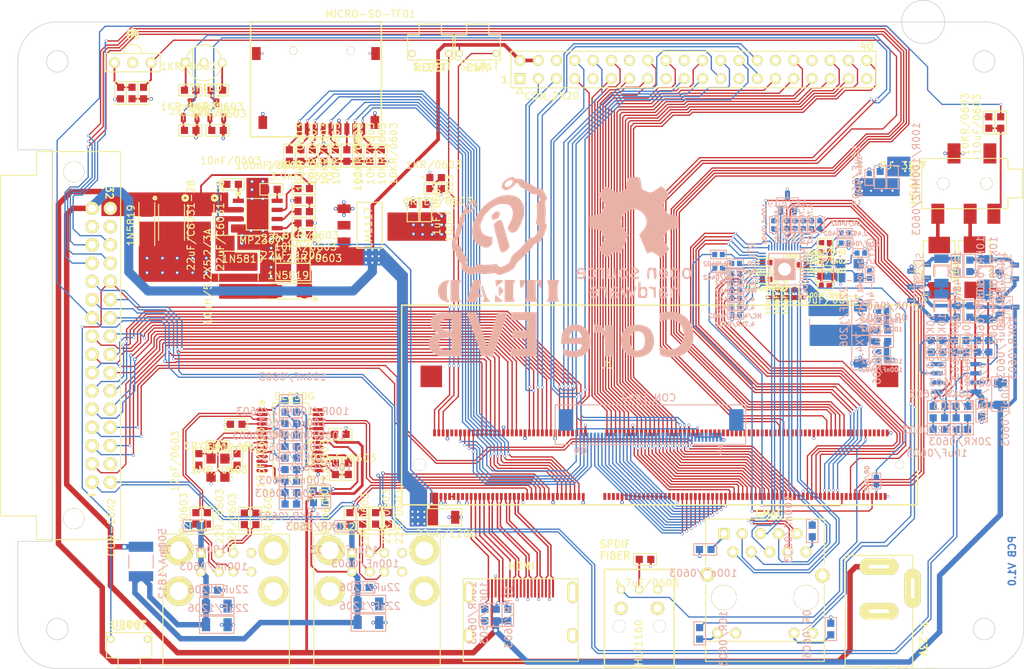
<source format=kicad_pcb>
(kicad_pcb (version 3) (host pcbnew "(2013-07-07 BZR 4022)-stable")
  (title_block (title "CORE EVB") (rev V1.0) (company "Itead studio"))
  (layers (15 F.Cu signal) (2 GND power hide) (1 VCC power hide) (0 B.Cu signal) (18 B.Paste user) (19 F.Paste user) (20 B.SilkS user) (21 F.SilkS user) (22 B.Mask user) (23 F.Mask user) (28 Edge.Cuts user))
  (net 0 "")
  (net 1 /core/3V3)
  (net 2 /gmac/25MI)
  (net 3 /gmac/25MO)
  (net 4 /gmac/ENSWREG)
  (net 5 /gmac/INT#)
  (net 6 /gmac/LED0)
  (net 7 /gmac/LED1)
  (net 8 /gmac/LED2)
  (net 9 /gmac/PHYRST#)
  (net 10 /gmac/PMEB)
  (net 11 /gmac/REGOUT)
  (net 12 /speaker&mic/HPLOUT)
  (net 13 /speaker&mic/HPROUT)
  (net 14 /speaker&mic/MIC)
  (net 15 /usb/HUBDM2)
  (net 16 /usb/HUBDM3)
  (net 17 /usb/HUBDP2)
  (net 18 /usb/HUBDP3)
  (net 19 /usb/HUBRST#)
  (net 20 /usb/HUBSEL)
  (net 21 /usb/OVCUR)
  (net 22 /usb/PGANG)
  (net 23 /usb/USB-AVDD)
  (net 24 /usb/USB-DVDD)
  (net 25 /usb/VBUS)
  (net 26 3V3)
  (net 27 5V)
  (net 28 AVDD10)
  (net 29 CLKIN)
  (net 30 DM0)
  (net 31 DM1)
  (net 32 DM2)
  (net 33 DP0)
  (net 34 DP1)
  (net 35 DP2)
  (net 36 DVDD10)
  (net 37 EGCLKIN)
  (net 38 EGTXCLK)
  (net 39 EMDC)
  (net 40 EMDIO)
  (net 41 ERXCLK)
  (net 42 ERXD0)
  (net 43 ERXD1)
  (net 44 ERXD2)
  (net 45 ERXD3)
  (net 46 ERXDV)
  (net 47 ETXD0)
  (net 48 ETXD1)
  (net 49 ETXD2)
  (net 50 ETXD3)
  (net 51 ETXEN)
  (net 52 GND)
  (net 53 HCEC)
  (net 54 HCOM)
  (net 55 HHPD)
  (net 56 HPL)
  (net 57 HPR)
  (net 58 HSCL)
  (net 59 HSDA)
  (net 60 HTX0N)
  (net 61 HTX0P)
  (net 62 HTX1N)
  (net 63 HTX1P)
  (net 64 HTX2N)
  (net 65 HTX2P)
  (net 66 HTXCN)
  (net 67 HTXCP)
  (net 68 I2C1-SCL)
  (net 69 I2C1-SDA)
  (net 70 I2C2-SCL)
  (net 71 I2C2-SDA)
  (net 72 I2S-BCLK)
  (net 73 I2S-DOUT)
  (net 74 I2S-LRCLK)
  (net 75 I2S-MCLK)
  (net 76 IR0-RX)
  (net 77 LCD0_CLK)
  (net 78 LCD0_D0)
  (net 79 LCD0_D1)
  (net 80 LCD0_D10)
  (net 81 LCD0_D11)
  (net 82 LCD0_D12)
  (net 83 LCD0_D13)
  (net 84 LCD0_D14)
  (net 85 LCD0_D15)
  (net 86 LCD0_D16)
  (net 87 LCD0_D17)
  (net 88 LCD0_D18)
  (net 89 LCD0_D19)
  (net 90 LCD0_D2)
  (net 91 LCD0_D20)
  (net 92 LCD0_D21)
  (net 93 LCD0_D22)
  (net 94 LCD0_D23)
  (net 95 LCD0_D3)
  (net 96 LCD0_D4)
  (net 97 LCD0_D5)
  (net 98 LCD0_D6)
  (net 99 LCD0_D7)
  (net 100 LCD0_D8)
  (net 101 LCD0_D9)
  (net 102 LCD0_DE)
  (net 103 LCD0_HSYNC)
  (net 104 LCD0_VSYNC)
  (net 105 LINL)
  (net 106 LINR)
  (net 107 MDI0+)
  (net 108 MDI0-)
  (net 109 MDI1+)
  (net 110 MDI1-)
  (net 111 MDI2+)
  (net 112 MDI2-)
  (net 113 MDI3+)
  (net 114 MDI3-)
  (net 115 N-00000136)
  (net 116 N-00000137)
  (net 117 N-00000138)
  (net 118 N-00000139)
  (net 119 N-00000140)
  (net 120 N-00000141)
  (net 121 N-00000142)
  (net 122 N-00000143)
  (net 123 N-00000144)
  (net 124 N-00000147)
  (net 125 N-00000156)
  (net 126 N-00000157)
  (net 127 N-00000158)
  (net 128 N-00000161)
  (net 129 N-00000162)
  (net 130 N-00000163)
  (net 131 N-00000164)
  (net 132 N-00000167)
  (net 133 N-00000168)
  (net 134 N-00000169)
  (net 135 N-00000179)
  (net 136 N-00000180)
  (net 137 N-00000181)
  (net 138 N-00000182)
  (net 139 N-00000183)
  (net 140 N-00000187)
  (net 141 N-00000188)
  (net 142 N-00000189)
  (net 143 N-00000190)
  (net 144 N-00000194)
  (net 145 N-00000214)
  (net 146 N-00000215)
  (net 147 N-00000216)
  (net 148 N-00000217)
  (net 149 N-00000218)
  (net 150 N-00000219)
  (net 151 N-00000220)
  (net 152 N-00000221)
  (net 153 N-00000222)
  (net 154 N-00000223)
  (net 155 N-00000224)
  (net 156 N-00000226)
  (net 157 N-00000227)
  (net 158 N-00000231)
  (net 159 N-00000232)
  (net 160 PB13)
  (net 161 PB22)
  (net 162 PB23)
  (net 163 PG0)
  (net 164 PG1)
  (net 165 PG10)
  (net 166 PG11)
  (net 167 PG2)
  (net 168 PG3)
  (net 169 PG4)
  (net 170 PG5)
  (net 171 PG6)
  (net 172 PG7)
  (net 173 PG8)
  (net 174 PG9)
  (net 175 PH1)
  (net 176 PH20)
  (net 177 PH21)
  (net 178 PI10)
  (net 179 PI11)
  (net 180 PI12)
  (net 181 PI13)
  (net 182 PI14)
  (net 183 PI15)
  (net 184 PI16)
  (net 185 PI17)
  (net 186 PI18)
  (net 187 PI19)
  (net 188 PI20)
  (net 189 PI21)
  (net 190 PWR)
  (net 191 RESET)
  (net 192 RXCLK)
  (net 193 SD0-CLK)
  (net 194 SD0-CMD)
  (net 195 SD0-D0)
  (net 196 SD0-D1)
  (net 197 SD0-D2)
  (net 198 SD0-D3)
  (net 199 TVOUT0)
  (net 200 TVOUT1)
  (net 201 TVOUT2)
  (net 202 TXCLK)
  (net 203 UBOOT)
  (net 204 USB3V3)
  (net 205 VDD33)
  (net 206 VIN)
  (net 207 X1)
  (net 208 X2)
  (net 209 Y1)
  (net 210 Y2)
  (module RJ45-HY911130C (layer F.Cu) (at 203.995 190.11)
    (fp_text reference J11 (at 0.381 12.7) (layer F.SilkS) (effects (font (size 1.524 1.524) (thickness 0.3048))))
    (fp_text value RJ45-HR911130C hide)
    (pad "" thru_hole circle (at -5.715 0) (size 3.5 3.5) (drill 3.4) (layers *.Cu *.Mask F.SilkS))
    (pad "" thru_hole circle (at 5.715 0) (size 3.5 3.5) (drill 3.4) (layers *.Cu *.Mask F.SilkS))
    (pad 2 thru_hole circle (at -4.445 -6.35) (size 1.524 1.524) (drill 0.9) (layers *.Cu *.Mask F.SilkS) (net 107 MDI0+))
    (pad 3 thru_hole circle (at -3.175 -8.89) (size 1.524 1.524) (drill 0.9) (layers *.Cu *.Mask F.SilkS) (net 108 MDI0-))
    (pad 4 thru_hole circle (at -1.905 -6.35) (size 1.524 1.524) (drill 0.9) (layers *.Cu *.Mask F.SilkS) (net 109 MDI1+))
    (pad 5 thru_hole circle (at -0.635 -8.89) (size 1.524 1.524) (drill 0.9) (layers *.Cu *.Mask F.SilkS) (net 111 MDI2+))
    (pad 6 thru_hole circle (at 0.635 -6.35) (size 1.524 1.524) (drill 0.9) (layers *.Cu *.Mask F.SilkS) (net 112 MDI2-))
    (pad 7 thru_hole circle (at 1.905 -8.89) (size 1.524 1.524) (drill 0.9) (layers *.Cu *.Mask F.SilkS) (net 110 MDI1-))
    (pad 8 thru_hole circle (at 3.175 -6.35) (size 1.524 1.524) (drill 0.9) (layers *.Cu *.Mask F.SilkS) (net 113 MDI3+))
    (pad 9 thru_hole circle (at 4.445 -8.89) (size 1.524 1.524) (drill 0.9) (layers *.Cu *.Mask F.SilkS) (net 114 MDI3-))
    (pad 15 thru_hole circle (at -8.001 -3.175) (size 2 2) (drill 1.2) (layers *.Cu *.Mask F.SilkS))
    (pad 15 thru_hole circle (at 8.001 -3.048) (size 2 2) (drill 1.2) (layers *.Cu *.Mask F.SilkS))
    (pad 11 thru_hole circle (at -6.604 4.953) (size 1.5 1.5) (drill 0.9) (layers *.Cu *.Mask F.SilkS) (net 140 N-00000187))
    (pad 12 thru_hole circle (at -4.064 4.953) (size 1.5 1.5) (drill 0.9) (layers *.Cu *.Mask F.SilkS) (net 52 GND))
    (pad 13 thru_hole circle (at 4.064 4.953) (size 1.5 1.5) (drill 0.9) (layers *.Cu *.Mask F.SilkS) (net 143 N-00000190))
    (pad 14 thru_hole circle (at 6.604 4.953) (size 1.5 1.5) (drill 0.9) (layers *.Cu *.Mask F.SilkS) (net 6 /gmac/LED0))
    (pad 1 thru_hole rect (at -5.715 -8.89) (size 1.524 1.524) (drill 0.9) (layers *.Cu *.Mask F.SilkS) (net 142 N-00000189))
    (pad 10 thru_hole circle (at 5.715 -6.35) (size 1.524 1.524) (drill 0.9) (layers *.Cu *.Mask F.SilkS) (net 141 N-00000188))
  )
  (module ZCZ254-2X20 (layer F.Cu) (at 169.9 117.9)
    (fp_text reference J5 hide)
    (fp_text value CON_2X20 (at 4.445 2.413) (layer F.SilkS))
    (pad 1 thru_hole rect (at 0 0) (size 1.5 1.5) (drill 0.9) (layers *.Cu *.Mask F.SilkS) (net 26 3V3))
    (pad 2 thru_hole circle (at 0 -2.54) (size 1.5 1.5) (drill 0.9) (layers *.Cu *.Mask F.SilkS) (net 27 5V))
    (pad 3 thru_hole circle (at 2.54 0) (size 1.5 1.5) (drill 0.9) (layers *.Cu *.Mask F.SilkS) (net 69 I2C1-SDA))
    (pad 4 thru_hole circle (at 2.54 -2.54) (size 1.5 1.5) (drill 0.9) (layers *.Cu *.Mask F.SilkS) (net 27 5V))
    (pad 5 thru_hole circle (at 5.08 0) (size 1.5 1.5) (drill 0.9) (layers *.Cu *.Mask F.SilkS) (net 68 I2C1-SCL))
    (pad 6 thru_hole circle (at 5.08 -2.54) (size 1.5 1.5) (drill 0.9) (layers *.Cu *.Mask F.SilkS) (net 52 GND))
    (pad 7 thru_hole circle (at 7.62 0) (size 1.5 1.5) (drill 0.9) (layers *.Cu *.Mask F.SilkS) (net 183 PI15))
    (pad 8 thru_hole circle (at 7.62 -2.54) (size 1.5 1.5) (drill 0.9) (layers *.Cu *.Mask F.SilkS) (net 165 PG10))
    (pad 9 thru_hole circle (at 10.16 0) (size 1.5 1.5) (drill 0.9) (layers *.Cu *.Mask F.SilkS) (net 52 GND))
    (pad 10 thru_hole circle (at 10.16 -2.54) (size 1.5 1.5) (drill 0.9) (layers *.Cu *.Mask F.SilkS) (net 166 PG11))
    (pad 11 thru_hole circle (at 12.7 0) (size 1.5 1.5) (drill 0.9) (layers *.Cu *.Mask F.SilkS) (net 184 PI16))
    (pad 12 thru_hole circle (at 12.7 -2.54) (size 1.5 1.5) (drill 0.9) (layers *.Cu *.Mask F.SilkS) (net 185 PI17))
    (pad 13 thru_hole circle (at 15.24 0) (size 1.5 1.5) (drill 0.9) (layers *.Cu *.Mask F.SilkS) (net 186 PI18))
    (pad 14 thru_hole circle (at 15.24 -2.54) (size 1.5 1.5) (drill 0.9) (layers *.Cu *.Mask F.SilkS) (net 52 GND))
    (pad 15 thru_hole circle (at 17.78 0) (size 1.5 1.5) (drill 0.9) (layers *.Cu *.Mask F.SilkS) (net 187 PI19))
    (pad 16 thru_hole circle (at 17.78 -2.54) (size 1.5 1.5) (drill 0.9) (layers *.Cu *.Mask F.SilkS) (net 188 PI20))
    (pad 17 thru_hole circle (at 20.32 0) (size 1.5 1.5) (drill 0.9) (layers *.Cu *.Mask F.SilkS) (net 26 3V3))
    (pad 18 thru_hole circle (at 20.32 -2.54) (size 1.5 1.5) (drill 0.9) (layers *.Cu *.Mask F.SilkS) (net 189 PI21))
    (pad 19 thru_hole circle (at 22.86 0) (size 1.5 1.5) (drill 0.9) (layers *.Cu *.Mask F.SilkS) (net 180 PI12))
    (pad 20 thru_hole circle (at 22.86 -2.54) (size 1.5 1.5) (drill 0.9) (layers *.Cu *.Mask F.SilkS) (net 52 GND))
    (pad 21 thru_hole circle (at 25.4 0) (size 1.5 1.5) (drill 0.9) (layers *.Cu *.Mask F.SilkS) (net 181 PI13))
    (pad 22 thru_hole circle (at 25.4 -2.54) (size 1.5 1.5) (drill 0.9) (layers *.Cu *.Mask F.SilkS) (net 163 PG0))
    (pad 23 thru_hole circle (at 27.94 0) (size 1.5 1.5) (drill 0.9) (layers *.Cu *.Mask F.SilkS) (net 179 PI11))
    (pad 24 thru_hole circle (at 27.94 -2.54) (size 1.5 1.5) (drill 0.9) (layers *.Cu *.Mask F.SilkS) (net 178 PI10))
    (pad 25 thru_hole circle (at 30.48 0) (size 1.5 1.5) (drill 0.9) (layers *.Cu *.Mask F.SilkS) (net 52 GND))
    (pad 26 thru_hole circle (at 30.48 -2.54) (size 1.5 1.5) (drill 0.9) (layers *.Cu *.Mask F.SilkS) (net 182 PI14))
    (pad 27 thru_hole circle (at 33.02 0) (size 1.5 1.5) (drill 0.9) (layers *.Cu *.Mask F.SilkS) (net 71 I2C2-SDA))
    (pad 28 thru_hole circle (at 33.02 -2.54) (size 1.5 1.5) (drill 0.9) (layers *.Cu *.Mask F.SilkS) (net 70 I2C2-SCL))
    (pad 29 thru_hole circle (at 35.56 0) (size 1.5 1.5) (drill 0.9) (layers *.Cu *.Mask F.SilkS) (net 164 PG1))
    (pad 30 thru_hole circle (at 35.56 -2.54) (size 1.5 1.5) (drill 0.9) (layers *.Cu *.Mask F.SilkS) (net 52 GND))
    (pad 31 thru_hole circle (at 38.1 0) (size 1.5 1.5) (drill 0.9) (layers *.Cu *.Mask F.SilkS) (net 167 PG2))
    (pad 32 thru_hole circle (at 38.1 -2.54) (size 1.5 1.5) (drill 0.9) (layers *.Cu *.Mask F.SilkS) (net 168 PG3))
    (pad 33 thru_hole circle (at 40.64 0) (size 1.5 1.5) (drill 0.9) (layers *.Cu *.Mask F.SilkS) (net 169 PG4))
    (pad 34 thru_hole circle (at 40.64 -2.54) (size 1.5 1.5) (drill 0.9) (layers *.Cu *.Mask F.SilkS) (net 52 GND))
    (pad 35 thru_hole circle (at 43.18 0) (size 1.5 1.5) (drill 0.9) (layers *.Cu *.Mask F.SilkS) (net 170 PG5))
    (pad 36 thru_hole circle (at 43.18 -2.54) (size 1.5 1.5) (drill 0.9) (layers *.Cu *.Mask F.SilkS) (net 171 PG6))
    (pad 37 thru_hole circle (at 45.72 0) (size 1.5 1.5) (drill 0.9) (layers *.Cu *.Mask F.SilkS) (net 172 PG7))
    (pad 38 thru_hole circle (at 45.72 -2.54) (size 1.5 1.5) (drill 0.9) (layers *.Cu *.Mask F.SilkS) (net 173 PG8))
    (pad 39 thru_hole circle (at 48.26 0) (size 1.5 1.5) (drill 0.9) (layers *.Cu *.Mask F.SilkS) (net 52 GND))
    (pad 40 thru_hole circle (at 48.26 -2.54) (size 1.5 1.5) (drill 0.9) (layers *.Cu *.Mask F.SilkS) (net 174 PG9))
  )
  (module USB_B_F_X2 (layer F.Cu) (at 150 183.9)
    (fp_text reference J7 hide)
    (fp_text value USB_B_F_X2 (at -7.6 -3.6) (layer F.SilkS))
    (pad 1 thru_hole rect (at -3.5 0) (size 1.35 1.35) (drill 0.8) (layers *.Cu *.Mask F.SilkS) (net 25 /usb/VBUS))
    (pad 2 thru_hole circle (at -1 0) (size 1.35 1.35) (drill 0.8) (layers *.Cu *.Mask F.SilkS) (net 129 N-00000162))
    (pad 3 thru_hole circle (at 1 0) (size 1.35 1.35) (drill 0.8) (layers *.Cu *.Mask F.SilkS) (net 124 N-00000147))
    (pad 4 thru_hole circle (at 3.5 0) (size 1.35 1.35) (drill 0.8) (layers *.Cu *.Mask F.SilkS) (net 52 GND))
    (pad 5 thru_hole circle (at -3.5 2.62) (size 1.35 1.35) (drill 0.8) (layers *.Cu *.Mask F.SilkS) (net 25 /usb/VBUS))
    (pad 6 thru_hole circle (at -1 2.62) (size 1.35 1.35) (drill 0.8) (layers *.Cu *.Mask F.SilkS) (net 125 N-00000156))
    (pad 7 thru_hole circle (at 1 2.62) (size 1.35 1.35) (drill 0.8) (layers *.Cu *.Mask F.SilkS) (net 132 N-00000167))
    (pad 8 thru_hole circle (at 3.5 2.62) (size 1.35 1.35) (drill 0.8) (layers *.Cu *.Mask F.SilkS) (net 52 GND))
    (pad 9 thru_hole circle (at -6.57 -0.35) (size 4.1 4.1) (drill 2.5) (layers *.Cu *.Mask F.SilkS) (net 52 GND))
    (pad 10 thru_hole circle (at 6.57 -0.35) (size 4.1 4.1) (drill 2.5) (layers *.Cu *.Mask F.SilkS) (net 52 GND))
    (pad 11 thru_hole circle (at -6.57 5.33) (size 4.1 4.1) (drill 2.5) (layers *.Cu *.Mask F.SilkS) (net 52 GND))
    (pad 12 thru_hole circle (at 6.57 5.33) (size 4.1 4.1) (drill 2.5) (layers *.Cu *.Mask F.SilkS) (net 52 GND))
  )
  (module USB_B_F_X2 (layer F.Cu) (at 129 183.9)
    (fp_text reference J6 hide)
    (fp_text value USB_B_F_X2 hide)
    (pad 1 thru_hole rect (at -3.5 0) (size 1.35 1.35) (drill 0.8) (layers *.Cu *.Mask F.SilkS) (net 25 /usb/VBUS))
    (pad 2 thru_hole circle (at -1 0) (size 1.35 1.35) (drill 0.8) (layers *.Cu *.Mask F.SilkS) (net 131 N-00000164))
    (pad 3 thru_hole circle (at 1 0) (size 1.35 1.35) (drill 0.8) (layers *.Cu *.Mask F.SilkS) (net 130 N-00000163))
    (pad 4 thru_hole circle (at 3.5 0) (size 1.35 1.35) (drill 0.8) (layers *.Cu *.Mask F.SilkS) (net 52 GND))
    (pad 5 thru_hole circle (at -3.5 2.62) (size 1.35 1.35) (drill 0.8) (layers *.Cu *.Mask F.SilkS) (net 25 /usb/VBUS))
    (pad 6 thru_hole circle (at -1 2.62) (size 1.35 1.35) (drill 0.8) (layers *.Cu *.Mask F.SilkS) (net 127 N-00000158))
    (pad 7 thru_hole circle (at 1 2.62) (size 1.35 1.35) (drill 0.8) (layers *.Cu *.Mask F.SilkS) (net 128 N-00000161))
    (pad 8 thru_hole circle (at 3.5 2.62) (size 1.35 1.35) (drill 0.8) (layers *.Cu *.Mask F.SilkS) (net 52 GND))
    (pad 9 thru_hole circle (at -6.57 -0.35) (size 4.1 4.1) (drill 2.5) (layers *.Cu *.Mask F.SilkS) (net 52 GND))
    (pad 10 thru_hole circle (at 6.57 -0.35) (size 4.1 4.1) (drill 2.5) (layers *.Cu *.Mask F.SilkS) (net 52 GND))
    (pad 11 thru_hole circle (at -6.57 5.33) (size 4.1 4.1) (drill 2.5) (layers *.Cu *.Mask F.SilkS) (net 52 GND))
    (pad 12 thru_hole circle (at 6.57 5.33) (size 4.1 4.1) (drill 2.5) (layers *.Cu *.Mask F.SilkS) (net 52 GND))
  )
  (module TS-19B (layer F.Cu) (at 118.05 195.9 180)
    (fp_text reference J8 hide)
    (fp_text value S_1P1T (at 2.8 1.8 180) (layer F.SilkS))
    (pad 1 thru_hole circle (at 0 0 180) (size 1 1) (drill 0.6) (layers *.Cu *.Mask F.SilkS) (net 52 GND))
    (pad 2 thru_hole circle (at 5.1 0 180) (size 1 1) (drill 0.6) (layers *.Cu *.Mask F.SilkS) (net 203 UBOOT))
  )
  (module TS-19B (layer F.Cu) (at 161.468 114.4)
    (fp_text reference J10 hide)
    (fp_text value S_1P1T (at 2.8 1.8) (layer F.SilkS))
    (pad 1 thru_hole circle (at 0 0) (size 1 1) (drill 0.6) (layers *.Cu *.Mask F.SilkS) (net 27 5V))
    (pad 2 thru_hole circle (at 5.1 0) (size 1 1) (drill 0.6) (layers *.Cu *.Mask F.SilkS) (net 190 PWR))
  )
  (module TS-19B (layer F.Cu) (at 154.864 114.4)
    (fp_text reference J9 hide)
    (fp_text value S_1P1T (at 2.8 1.8) (layer F.SilkS))
    (pad 1 thru_hole circle (at 0 0) (size 1 1) (drill 0.6) (layers *.Cu *.Mask F.SilkS) (net 52 GND))
    (pad 2 thru_hole circle (at 5.1 0) (size 1 1) (drill 0.6) (layers *.Cu *.Mask F.SilkS) (net 191 RESET))
  )
  (module STD1812 (layer B.Cu) (at 117.15 185.1 270)
    (fp_text reference F1 hide)
    (fp_text value 500mA/1812 (at 0.3 -3 270) (layer B.SilkS) (effects (justify mirror)))
    (pad 1 smd rect (at -2.05 0 270) (size 1.4 3.4) (layers B.Cu B.Paste B.Mask) (net 27 5V))
    (pad 2 smd rect (at 2.05 0 270) (size 1.4 3.4) (layers B.Cu B.Paste B.Mask) (net 25 /usb/VBUS))
  )
  (module STD1206 (layer F.Cu) (at 138.3 144.8 180)
    (fp_text reference C6 hide)
    (fp_text value 22uF/1206 (at 0.2 2.3 180) (layer F.SilkS))
    (pad 1 smd rect (at -1.5 0 180) (size 1.15 1.8) (layers F.Cu F.Paste F.Mask) (net 27 5V))
    (pad 2 smd rect (at 1.5 0 180) (size 1.15 1.8) (layers F.Cu F.Paste F.Mask) (net 52 GND))
  )
  (module STD1206 (layer B.Cu) (at 127.7 191.3)
    (fp_text reference C14 hide)
    (fp_text value 22uF/1206 (at 0.2 -2.3) (layer B.SilkS) (effects (justify mirror)))
    (pad 1 smd rect (at -1.5 0) (size 1.15 1.8) (layers B.Cu B.Paste B.Mask) (net 25 /usb/VBUS))
    (pad 2 smd rect (at 1.5 0) (size 1.15 1.8) (layers B.Cu B.Paste B.Mask) (net 52 GND))
  )
  (module STD1206 (layer B.Cu) (at 127.7 193.9)
    (fp_text reference C16 hide)
    (fp_text value 22uF/1206 (at 0.2 -2.3) (layer B.SilkS) (effects (justify mirror)))
    (pad 1 smd rect (at -1.5 0) (size 1.15 1.8) (layers B.Cu B.Paste B.Mask) (net 25 /usb/VBUS))
    (pad 2 smd rect (at 1.5 0) (size 1.15 1.8) (layers B.Cu B.Paste B.Mask) (net 52 GND))
  )
  (module STD1206 (layer B.Cu) (at 148.8 191)
    (fp_text reference C18 hide)
    (fp_text value 22uF/1206 (at 0.2 -2.3) (layer B.SilkS) (effects (justify mirror)))
    (pad 1 smd rect (at -1.5 0) (size 1.15 1.8) (layers B.Cu B.Paste B.Mask) (net 25 /usb/VBUS))
    (pad 2 smd rect (at 1.5 0) (size 1.15 1.8) (layers B.Cu B.Paste B.Mask) (net 52 GND))
  )
  (module STD1206 (layer B.Cu) (at 148.8 193.6)
    (fp_text reference C20 hide)
    (fp_text value 22uF/1206 (at 0.2 -2.3) (layer B.SilkS) (effects (justify mirror)))
    (pad 1 smd rect (at -1.5 0) (size 1.15 1.8) (layers B.Cu B.Paste B.Mask) (net 25 /usb/VBUS))
    (pad 2 smd rect (at 1.5 0) (size 1.15 1.8) (layers B.Cu B.Paste B.Mask) (net 52 GND))
  )
  (module STD1206 (layer F.Cu) (at 138.3 142.4 180)
    (fp_text reference C7 hide)
    (fp_text value 22uF/1206 (at 0.2 2.3 180) (layer F.SilkS))
    (pad 1 smd rect (at -1.5 0 180) (size 1.15 1.8) (layers F.Cu F.Paste F.Mask) (net 27 5V))
    (pad 2 smd rect (at 1.5 0 180) (size 1.15 1.8) (layers F.Cu F.Paste F.Mask) (net 52 GND))
  )
  (module STD1206 (layer F.Cu) (at 159.385 178.943)
    (fp_text reference C29 hide)
    (fp_text value 22uF/1206 (at 0.2 2.3) (layer F.SilkS))
    (pad 1 smd rect (at -1.5 0) (size 1.15 1.8) (layers F.Cu F.Paste F.Mask) (net 27 5V))
    (pad 2 smd rect (at 1.5 0) (size 1.15 1.8) (layers F.Cu F.Paste F.Mask) (net 52 GND))
  )
  (module STD0603 (layer F.Cu) (at 124 125.1 180)
    (fp_text reference R34 hide)
    (fp_text value 1KR/0603 (at 0.254 3.302 180) (layer F.SilkS))
    (pad 1 smd rect (at -0.8 0 180) (size 1 1) (layers F.Cu F.Paste F.Mask) (net 52 GND))
    (pad 2 smd rect (at 0.8 0 180) (size 1 1) (layers F.Cu F.Paste F.Mask) (net 176 PH20))
  )
  (module STD0603 (layer F.Cu) (at 127.7 119.5)
    (fp_text reference R37 hide)
    (fp_text value 1KR/0603 (at 0.254 3.302) (layer F.SilkS))
    (pad 1 smd rect (at -0.8 0) (size 1 1) (layers F.Cu F.Paste F.Mask) (net 136 N-00000180))
    (pad 2 smd rect (at 0.8 0) (size 1 1) (layers F.Cu F.Paste F.Mask) (net 135 N-00000179))
  )
  (module STD0603 (layer F.Cu) (at 146.225 179.1 270)
    (fp_text reference R31 hide)
    (fp_text value 22R/0603 (at 0.254 3.302 270) (layer F.SilkS))
    (pad 1 smd rect (at -0.8 0 270) (size 1 1) (layers F.Cu F.Paste F.Mask) (net 33 DP0))
    (pad 2 smd rect (at 0.8 0 270) (size 1 1) (layers F.Cu F.Paste F.Mask) (net 132 N-00000167))
  )
  (module STD0603 (layer F.Cu) (at 127.8 125.1 180)
    (fp_text reference R36 hide)
    (fp_text value 1KR/0603 (at 0.254 3.302 180) (layer F.SilkS))
    (pad 1 smd rect (at -0.8 0 180) (size 1 1) (layers F.Cu F.Paste F.Mask) (net 52 GND))
    (pad 2 smd rect (at 0.8 0 180) (size 1 1) (layers F.Cu F.Paste F.Mask) (net 177 PH21))
  )
  (module STD0603 (layer F.Cu) (at 124 119.5 180)
    (fp_text reference R35 hide)
    (fp_text value 1KR/0603 (at 0.254 3.302 180) (layer F.SilkS))
    (pad 1 smd rect (at -0.8 0 180) (size 1 1) (layers F.Cu F.Paste F.Mask) (net 138 N-00000182))
    (pad 2 smd rect (at 0.8 0 180) (size 1 1) (layers F.Cu F.Paste F.Mask) (net 137 N-00000181))
  )
  (module STD0603 (layer B.Cu) (at 221.75 131.6 270)
    (fp_text reference L4 hide)
    (fp_text value 100R/100MHZ/0603 (at 0.254 -3.302 270) (layer B.SilkS) (effects (justify mirror)))
    (pad 1 smd rect (at -0.8 0 270) (size 1 1) (layers B.Cu B.Paste B.Mask) (net 26 3V3))
    (pad 2 smd rect (at 0.8 0 270) (size 1 1) (layers B.Cu B.Paste B.Mask) (net 205 VDD33))
  )
  (module STD0603 (layer F.Cu) (at 187.3 184.8)
    (fp_text reference C31 hide)
    (fp_text value 4.7uF/0603 (at 0.254 3.302) (layer F.SilkS))
    (pad 1 smd rect (at -0.8 0) (size 1 1) (layers F.Cu F.Paste F.Mask) (net 26 3V3))
    (pad 2 smd rect (at 0.8 0) (size 1 1) (layers F.Cu F.Paste F.Mask) (net 52 GND))
  )
  (module STD0603 (layer B.Cu) (at 220.025 131.6 90)
    (fp_text reference C32 hide)
    (fp_text value 10uF/0603 (at 0.254 -3.302 90) (layer B.SilkS) (effects (justify mirror)))
    (pad 1 smd rect (at -0.8 0 90) (size 1 1) (layers B.Cu B.Paste B.Mask) (net 205 VDD33))
    (pad 2 smd rect (at 0.8 0 90) (size 1 1) (layers B.Cu B.Paste B.Mask) (net 52 GND))
  )
  (module STD0603 (layer F.Cu) (at 114.3 119.9 270)
    (fp_text reference C30 hide)
    (fp_text value 4.7uF/0603 hide)
    (pad 1 smd rect (at -0.8 0 270) (size 1 1) (layers F.Cu F.Paste F.Mask) (net 139 N-00000183))
    (pad 2 smd rect (at 0.8 0 270) (size 1 1) (layers F.Cu F.Paste F.Mask) (net 52 GND))
  )
  (module STD0603 (layer B.Cu) (at 195.675 183.425 180)
    (fp_text reference C38 hide)
    (fp_text value 100nF/0603 (at 0.254 -3.302 180) (layer B.SilkS) (effects (justify mirror)))
    (pad 1 smd rect (at -0.8 0 180) (size 1 1) (layers B.Cu B.Paste B.Mask) (net 142 N-00000189))
    (pad 2 smd rect (at 0.8 0 180) (size 1 1) (layers B.Cu B.Paste B.Mask) (net 52 GND))
  )
  (module STD0603 (layer F.Cu) (at 117.5 119.9 270)
    (fp_text reference R33 hide)
    (fp_text value 10KR/0603 hide)
    (pad 1 smd rect (at -0.8 0 270) (size 1 1) (layers F.Cu F.Paste F.Mask) (net 76 IR0-RX))
    (pad 2 smd rect (at 0.8 0 270) (size 1 1) (layers F.Cu F.Paste F.Mask) (net 26 3V3))
  )
  (module STD0603 (layer F.Cu) (at 115.9 119.9 270)
    (fp_text reference R32 hide)
    (fp_text value 100R/0603 hide)
    (pad 1 smd rect (at -0.8 0 270) (size 1 1) (layers F.Cu F.Paste F.Mask) (net 139 N-00000183))
    (pad 2 smd rect (at 0.8 0 270) (size 1 1) (layers F.Cu F.Paste F.Mask) (net 26 3V3))
  )
  (module STD0603 (layer B.Cu) (at 213.15 194.5 90)
    (fp_text reference R56 hide)
    (fp_text value 510R/0603 (at 0.254 -3.302 90) (layer B.SilkS) (effects (justify mirror)))
    (pad 1 smd rect (at -0.8 0 90) (size 1 1) (layers B.Cu B.Paste B.Mask) (net 143 N-00000190))
    (pad 2 smd rect (at 0.8 0 90) (size 1 1) (layers B.Cu B.Paste B.Mask) (net 26 3V3))
  )
  (module STD0603 (layer F.Cu) (at 148 179.1 90)
    (fp_text reference R30 hide)
    (fp_text value 22R/0603 (at 0.254 3.302 90) (layer F.SilkS))
    (pad 1 smd rect (at -0.8 0 90) (size 1 1) (layers F.Cu F.Paste F.Mask) (net 125 N-00000156))
    (pad 2 smd rect (at 0.8 0 90) (size 1 1) (layers F.Cu F.Paste F.Mask) (net 30 DM0))
  )
  (module STD0603 (layer F.Cu) (at 151.6 179.1 270)
    (fp_text reference R29 hide)
    (fp_text value 22R/0603 (at 0.254 3.302 270) (layer F.SilkS))
    (pad 1 smd rect (at -0.8 0 270) (size 1 1) (layers F.Cu F.Paste F.Mask) (net 35 DP2))
    (pad 2 smd rect (at 0.8 0 270) (size 1 1) (layers F.Cu F.Paste F.Mask) (net 124 N-00000147))
  )
  (module STD0603 (layer F.Cu) (at 149.8 179.1 90)
    (fp_text reference R28 hide)
    (fp_text value 22R/0603 (at 0.254 3.302 90) (layer F.SilkS))
    (pad 1 smd rect (at -0.8 0 90) (size 1 1) (layers F.Cu F.Paste F.Mask) (net 129 N-00000162))
    (pad 2 smd rect (at 0.8 0 90) (size 1 1) (layers F.Cu F.Paste F.Mask) (net 32 DM2))
  )
  (module STD0603 (layer F.Cu) (at 126.39 179.1 270)
    (fp_text reference R27 hide)
    (fp_text value 22R/0603 (at 0.254 3.302 270) (layer F.SilkS))
    (pad 1 smd rect (at -0.8 0 270) (size 1 1) (layers F.Cu F.Paste F.Mask) (net 17 /usb/HUBDP2))
    (pad 2 smd rect (at 0.8 0 270) (size 1 1) (layers F.Cu F.Paste F.Mask) (net 128 N-00000161))
  )
  (module STD0603 (layer F.Cu) (at 124.79 179.1 90)
    (fp_text reference R26 hide)
    (fp_text value 22R/0603 (at 0.254 3.302 90) (layer F.SilkS))
    (pad 1 smd rect (at -0.8 0 90) (size 1 1) (layers F.Cu F.Paste F.Mask) (net 127 N-00000158))
    (pad 2 smd rect (at 0.8 0 90) (size 1 1) (layers F.Cu F.Paste F.Mask) (net 15 /usb/HUBDM2))
  )
  (module STD0603 (layer F.Cu) (at 133.14 179.17 270)
    (fp_text reference R25 hide)
    (fp_text value 22R/0603 (at 0.254 3.302 270) (layer F.SilkS))
    (pad 1 smd rect (at -0.8 0 270) (size 1 1) (layers F.Cu F.Paste F.Mask) (net 18 /usb/HUBDP3))
    (pad 2 smd rect (at 0.8 0 270) (size 1 1) (layers F.Cu F.Paste F.Mask) (net 130 N-00000163))
  )
  (module STD0603 (layer F.Cu) (at 131.54 179.17 90)
    (fp_text reference R24 hide)
    (fp_text value 22R/0603 (at 0.254 3.302 90) (layer F.SilkS))
    (pad 1 smd rect (at -0.8 0 90) (size 1 1) (layers F.Cu F.Paste F.Mask) (net 131 N-00000164))
    (pad 2 smd rect (at 0.8 0 90) (size 1 1) (layers F.Cu F.Paste F.Mask) (net 16 /usb/HUBDM3))
  )
  (module STD0603 (layer F.Cu) (at 144.9 167.4)
    (fp_text reference C28 hide)
    (fp_text value 100nF/0603 (at 0.254 3.302) (layer F.SilkS))
    (pad 1 smd rect (at -0.8 0) (size 1 1) (layers F.Cu F.Paste F.Mask) (net 27 5V))
    (pad 2 smd rect (at 0.8 0) (size 1 1) (layers F.Cu F.Paste F.Mask) (net 52 GND))
  )
  (module STD0603 (layer B.Cu) (at 138 165.9 180)
    (fp_text reference C27 hide)
    (fp_text value 100nF/0603 (at 0.254 -3.302 180) (layer B.SilkS) (effects (justify mirror)))
    (pad 1 smd rect (at -0.8 0 180) (size 1 1) (layers B.Cu B.Paste B.Mask) (net 204 USB3V3))
    (pad 2 smd rect (at 0.8 0 180) (size 1 1) (layers B.Cu B.Paste B.Mask) (net 52 GND))
  )
  (module STD0603 (layer F.Cu) (at 235.15 124 270)
    (fp_text reference R67 hide)
    (fp_text value 10KR/0603 (at 0.254 3.302 270) (layer F.SilkS))
    (pad 1 smd rect (at -0.8 0 270) (size 1 1) (layers F.Cu F.Paste F.Mask) (net 26 3V3))
    (pad 2 smd rect (at 0.8 0 270) (size 1 1) (layers F.Cu F.Paste F.Mask) (net 14 /speaker&mic/MIC))
  )
  (module STD0603 (layer F.Cu) (at 236.8 124 270)
    (fp_text reference C65 hide)
    (fp_text value 10uF/0603 (at 0.254 3.302 270) (layer F.SilkS))
    (pad 1 smd rect (at -0.8 0 270) (size 1 1) (layers F.Cu F.Paste F.Mask) (net 105 LINL))
    (pad 2 smd rect (at 0.8 0 270) (size 1 1) (layers F.Cu F.Paste F.Mask) (net 14 /speaker&mic/MIC))
  )
  (module STD0603 (layer B.Cu) (at 234.15 164.1 270)
    (fp_text reference C67 hide)
    (fp_text value 100nF/0603 (at 0.254 -3.302 270) (layer B.SilkS) (effects (justify mirror)))
    (pad 1 smd rect (at -0.8 0 270) (size 1 1) (layers B.Cu B.Paste B.Mask) (net 27 5V))
    (pad 2 smd rect (at 0.8 0 270) (size 1 1) (layers B.Cu B.Paste B.Mask) (net 52 GND))
  )
  (module STD0603 (layer B.Cu) (at 233.55 155.15 270)
    (fp_text reference C59 hide)
    (fp_text value 10uF/0603 (at 0.254 -3.302 270) (layer B.SilkS) (effects (justify mirror)))
    (pad 1 smd rect (at -0.8 0 270) (size 1 1) (layers B.Cu B.Paste B.Mask) (net 159 N-00000232))
    (pad 2 smd rect (at 0.8 0 270) (size 1 1) (layers B.Cu B.Paste B.Mask) (net 52 GND))
  )
  (module STD0603 (layer B.Cu) (at 231.4 166.7)
    (fp_text reference C57 hide)
    (fp_text value 10uF/0603 (at 0.254 -3.302) (layer B.SilkS) (effects (justify mirror)))
    (pad 1 smd rect (at -0.8 0) (size 1 1) (layers B.Cu B.Paste B.Mask) (net 57 HPR))
    (pad 2 smd rect (at 0.8 0) (size 1 1) (layers B.Cu B.Paste B.Mask) (net 158 N-00000231))
  )
  (module STD0603 (layer B.Cu) (at 231.4 163.5)
    (fp_text reference R64 hide)
    (fp_text value 100KR/0603 (at 0.254 -3.302) (layer B.SilkS) (effects (justify mirror)))
    (pad 1 smd rect (at -0.8 0) (size 1 1) (layers B.Cu B.Paste B.Mask) (net 152 N-00000221))
    (pad 2 smd rect (at 0.8 0) (size 1 1) (layers B.Cu B.Paste B.Mask) (net 153 N-00000222))
  )
  (module STD0603 (layer B.Cu) (at 231.4 165.1 180)
    (fp_text reference R58 hide)
    (fp_text value 20KR/0603 (at 0.254 -3.302 180) (layer B.SilkS) (effects (justify mirror)))
    (pad 1 smd rect (at -0.8 0 180) (size 1 1) (layers B.Cu B.Paste B.Mask) (net 158 N-00000231))
    (pad 2 smd rect (at 0.8 0 180) (size 1 1) (layers B.Cu B.Paste B.Mask) (net 152 N-00000221))
  )
  (module STD0603 (layer B.Cu) (at 235.15 155.15 270)
    (fp_text reference R62 hide)
    (fp_text value 10KR/0603 (at 0.254 -3.302 270) (layer B.SilkS) (effects (justify mirror)))
    (pad 1 smd rect (at -0.8 0 270) (size 1 1) (layers B.Cu B.Paste B.Mask) (net 159 N-00000232))
    (pad 2 smd rect (at 0.8 0 270) (size 1 1) (layers B.Cu B.Paste B.Mask) (net 52 GND))
  )
  (module STD0603 (layer B.Cu) (at 231.95 155.15 90)
    (fp_text reference R61 hide)
    (fp_text value 10KR/0603 (at 0.254 -3.302 90) (layer B.SilkS) (effects (justify mirror)))
    (pad 1 smd rect (at -0.8 0 90) (size 1 1) (layers B.Cu B.Paste B.Mask) (net 27 5V))
    (pad 2 smd rect (at 0.8 0 90) (size 1 1) (layers B.Cu B.Paste B.Mask) (net 159 N-00000232))
  )
  (module STD0603 (layer B.Cu) (at 210.575 180.85 90)
    (fp_text reference C40 hide)
    (fp_text value 100nF/0603 (at 0.254 -3.302 90) (layer B.SilkS) (effects (justify mirror)))
    (pad 1 smd rect (at -0.8 0 90) (size 1 1) (layers B.Cu B.Paste B.Mask) (net 141 N-00000188))
    (pad 2 smd rect (at 0.8 0 90) (size 1 1) (layers B.Cu B.Paste B.Mask) (net 52 GND))
  )
  (module STD0603 (layer B.Cu) (at 228.75 155.15 270)
    (fp_text reference C58 hide)
    (fp_text value 10uF/0603 (at 0.254 -3.302 270) (layer B.SilkS) (effects (justify mirror)))
    (pad 1 smd rect (at -0.8 0 270) (size 1 1) (layers B.Cu B.Paste B.Mask) (net 155 N-00000224))
    (pad 2 smd rect (at 0.8 0 270) (size 1 1) (layers B.Cu B.Paste B.Mask) (net 52 GND))
  )
  (module STD0603 (layer B.Cu) (at 228.2 166.7 180)
    (fp_text reference C56 hide)
    (fp_text value 10uF/0603 (at 0.254 -3.302 180) (layer B.SilkS) (effects (justify mirror)))
    (pad 1 smd rect (at -0.8 0 180) (size 1 1) (layers B.Cu B.Paste B.Mask) (net 56 HPL))
    (pad 2 smd rect (at 0.8 0 180) (size 1 1) (layers B.Cu B.Paste B.Mask) (net 157 N-00000227))
  )
  (module STD0603 (layer B.Cu) (at 228.2 163.5 180)
    (fp_text reference R63 hide)
    (fp_text value 100KR/0603 (at 0.254 -3.302 180) (layer B.SilkS) (effects (justify mirror)))
    (pad 1 smd rect (at -0.8 0 180) (size 1 1) (layers B.Cu B.Paste B.Mask) (net 156 N-00000226))
    (pad 2 smd rect (at 0.8 0 180) (size 1 1) (layers B.Cu B.Paste B.Mask) (net 154 N-00000223))
  )
  (module STD0603 (layer B.Cu) (at 228.2 165.1)
    (fp_text reference R57 hide)
    (fp_text value 20KR/0603 (at 0.254 -3.302) (layer B.SilkS) (effects (justify mirror)))
    (pad 1 smd rect (at -0.8 0) (size 1 1) (layers B.Cu B.Paste B.Mask) (net 157 N-00000227))
    (pad 2 smd rect (at 0.8 0) (size 1 1) (layers B.Cu B.Paste B.Mask) (net 156 N-00000226))
  )
  (module STD0603 (layer B.Cu) (at 227.15 155.15 270)
    (fp_text reference R60 hide)
    (fp_text value 10KR/0603 (at 0.254 -3.302 270) (layer B.SilkS) (effects (justify mirror)))
    (pad 1 smd rect (at -0.8 0 270) (size 1 1) (layers B.Cu B.Paste B.Mask) (net 155 N-00000224))
    (pad 2 smd rect (at 0.8 0 270) (size 1 1) (layers B.Cu B.Paste B.Mask) (net 52 GND))
  )
  (module STD0603 (layer B.Cu) (at 230.35 155.15 90)
    (fp_text reference R59 hide)
    (fp_text value 10KR/0603 (at 0.254 -3.302 90) (layer B.SilkS) (effects (justify mirror)))
    (pad 1 smd rect (at -0.8 0 90) (size 1 1) (layers B.Cu B.Paste B.Mask) (net 27 5V))
    (pad 2 smd rect (at 0.8 0 90) (size 1 1) (layers B.Cu B.Paste B.Mask) (net 155 N-00000224))
  )
  (module STD0603 (layer F.Cu) (at 212.575 145.375)
    (fp_text reference C55 hide)
    (fp_text value 10uF/0603 (at 0.254 3.302) (layer F.SilkS))
    (pad 1 smd rect (at -0.8 0) (size 1 1) (layers F.Cu F.Paste F.Mask) (net 205 VDD33))
    (pad 2 smd rect (at 0.8 0) (size 1 1) (layers F.Cu F.Paste F.Mask) (net 52 GND))
  )
  (module STD0603 (layer F.Cu) (at 135.3 133.3 180)
    (fp_text reference C3 hide)
    (fp_text value 100nF/0603 (at 0.254 3.302 180) (layer F.SilkS))
    (pad 1 smd rect (at -0.8 0 180) (size 1 1) (layers F.Cu F.Paste F.Mask) (net 123 N-00000144))
    (pad 2 smd rect (at 0.8 0 180) (size 1 1) (layers F.Cu F.Paste F.Mask) (net 52 GND))
  )
  (module STD0603 (layer B.Cu) (at 194.9 195.1 270)
    (fp_text reference R55 hide)
    (fp_text value 510R/0603 (at 0.254 -3.302 270) (layer B.SilkS) (effects (justify mirror)))
    (pad 1 smd rect (at -0.8 0 270) (size 1 1) (layers B.Cu B.Paste B.Mask) (net 7 /gmac/LED1))
    (pad 2 smd rect (at 0.8 0 270) (size 1 1) (layers B.Cu B.Paste B.Mask) (net 140 N-00000187))
  )
  (module STD0603 (layer F.Cu) (at 127.85 169.05)
    (fp_text reference R16 hide)
    (fp_text value 1MR/0603 (at 0.254 3.302) (layer F.SilkS))
    (pad 1 smd rect (at -0.8 0) (size 1 1) (layers F.Cu F.Paste F.Mask) (net 133 N-00000168))
    (pad 2 smd rect (at 0.8 0) (size 1 1) (layers F.Cu F.Paste F.Mask) (net 134 N-00000169))
  )
  (module STD0603 (layer F.Cu) (at 156.8 136.2 90)
    (fp_text reference C9 hide)
    (fp_text value 100nF/0603 (at 0.254 3.302 90) (layer F.SilkS))
    (pad 1 smd rect (at -0.8 0 90) (size 1 1) (layers F.Cu F.Paste F.Mask) (net 26 3V3))
    (pad 2 smd rect (at 0.8 0 90) (size 1 1) (layers F.Cu F.Paste F.Mask) (net 52 GND))
  )
  (module STD0603 (layer F.Cu) (at 158.15 133.2 180)
    (fp_text reference R5 hide)
    (fp_text value 1KR/0603 (at 0.254 3.302 180) (layer F.SilkS))
    (pad 1 smd rect (at -0.8 0 180) (size 1 1) (layers F.Cu F.Paste F.Mask) (net 26 3V3))
    (pad 2 smd rect (at 0.8 0 180) (size 1 1) (layers F.Cu F.Paste F.Mask) (net 115 N-00000136))
  )
  (module STD0603 (layer B.Cu) (at 138 167.5)
    (fp_text reference L2 hide)
    (fp_text value 100R/100MHZ/0603 (at 0.254 -3.302) (layer B.SilkS) (effects (justify mirror)))
    (pad 1 smd rect (at -0.8 0) (size 1 1) (layers B.Cu B.Paste B.Mask) (net 23 /usb/USB-AVDD))
    (pad 2 smd rect (at 0.8 0) (size 1 1) (layers B.Cu B.Paste B.Mask) (net 204 USB3V3))
  )
  (module STD0603 (layer B.Cu) (at 138 164.3 180)
    (fp_text reference L3 hide)
    (fp_text value 100R/100MHZ/0603 (at 0.254 -3.302 180) (layer B.SilkS) (effects (justify mirror)))
    (pad 1 smd rect (at -0.8 0 180) (size 1 1) (layers B.Cu B.Paste B.Mask) (net 24 /usb/USB-DVDD))
    (pad 2 smd rect (at 0.8 0 180) (size 1 1) (layers B.Cu B.Paste B.Mask) (net 204 USB3V3))
  )
  (module STD0603 (layer F.Cu) (at 150.6 128.6 270)
    (fp_text reference C10 hide)
    (fp_text value 100nF/0603 (at 0.254 3.302 270) (layer F.SilkS))
    (pad 1 smd rect (at -0.8 0 270) (size 1 1) (layers F.Cu F.Paste F.Mask) (net 175 PH1))
    (pad 2 smd rect (at 0.8 0 270) (size 1 1) (layers F.Cu F.Paste F.Mask) (net 52 GND))
  )
  (module STD0603 (layer F.Cu) (at 142.6 128.6 270)
    (fp_text reference C11 hide)
    (fp_text value 100nF/0603 (at 0.254 3.302 270) (layer F.SilkS))
    (pad 1 smd rect (at -0.8 0 270) (size 1 1) (layers F.Cu F.Paste F.Mask) (net 26 3V3))
    (pad 2 smd rect (at 0.8 0 270) (size 1 1) (layers F.Cu F.Paste F.Mask) (net 52 GND))
  )
  (module STD0603 (layer F.Cu) (at 130.51 170.9 90)
    (fp_text reference C13 hide)
    (fp_text value 12pF/0603 (at 0.254 3.302 90) (layer F.SilkS))
    (pad 1 smd rect (at -0.8 0 90) (size 1 1) (layers F.Cu F.Paste F.Mask) (net 134 N-00000169))
    (pad 2 smd rect (at 0.8 0 90) (size 1 1) (layers F.Cu F.Paste F.Mask) (net 52 GND))
  )
  (module STD0603 (layer F.Cu) (at 144.2 128.6 90)
    (fp_text reference R6 hide)
    (fp_text value 10KR/0603 (at 0.254 3.302 90) (layer F.SilkS))
    (pad 1 smd rect (at -0.8 0 90) (size 1 1) (layers F.Cu F.Paste F.Mask) (net 26 3V3))
    (pad 2 smd rect (at 0.8 0 90) (size 1 1) (layers F.Cu F.Paste F.Mask) (net 193 SD0-CLK))
  )
  (module STD0603 (layer F.Cu) (at 141 128.6 90)
    (fp_text reference R7 hide)
    (fp_text value 10KR/0603 (at 0.254 3.302 90) (layer F.SilkS))
    (pad 1 smd rect (at -0.8 0 90) (size 1 1) (layers F.Cu F.Paste F.Mask) (net 26 3V3))
    (pad 2 smd rect (at 0.8 0 90) (size 1 1) (layers F.Cu F.Paste F.Mask) (net 194 SD0-CMD))
  )
  (module STD0603 (layer F.Cu) (at 145.8 128.6 90)
    (fp_text reference R8 hide)
    (fp_text value 10KR/0603 (at 0.254 3.302 90) (layer F.SilkS))
    (pad 1 smd rect (at -0.8 0 90) (size 1 1) (layers F.Cu F.Paste F.Mask) (net 26 3V3))
    (pad 2 smd rect (at 0.8 0 90) (size 1 1) (layers F.Cu F.Paste F.Mask) (net 195 SD0-D0))
  )
  (module STD0603 (layer F.Cu) (at 125.2 170.89 270)
    (fp_text reference C12 hide)
    (fp_text value 12pF/0603 (at 0.254 3.302 270) (layer F.SilkS))
    (pad 1 smd rect (at -0.8 0 270) (size 1 1) (layers F.Cu F.Paste F.Mask) (net 133 N-00000168))
    (pad 2 smd rect (at 0.8 0 270) (size 1 1) (layers F.Cu F.Paste F.Mask) (net 52 GND))
  )
  (module STD0603 (layer F.Cu) (at 147.4 128.6 90)
    (fp_text reference R9 hide)
    (fp_text value 10KR/0603 (at 0.254 3.302 90) (layer F.SilkS))
    (pad 1 smd rect (at -0.8 0 90) (size 1 1) (layers F.Cu F.Paste F.Mask) (net 26 3V3))
    (pad 2 smd rect (at 0.8 0 90) (size 1 1) (layers F.Cu F.Paste F.Mask) (net 196 SD0-D1))
  )
  (module STD0603 (layer F.Cu) (at 137.8 128.6 90)
    (fp_text reference R10 hide)
    (fp_text value 10KR/0603 (at 0.254 3.302 90) (layer F.SilkS))
    (pad 1 smd rect (at -0.8 0 90) (size 1 1) (layers F.Cu F.Paste F.Mask) (net 26 3V3))
    (pad 2 smd rect (at 0.8 0 90) (size 1 1) (layers F.Cu F.Paste F.Mask) (net 197 SD0-D2))
  )
  (module STD0603 (layer F.Cu) (at 139.4 128.6 90)
    (fp_text reference R11 hide)
    (fp_text value 10KR/0603 (at 0.254 3.302 90) (layer F.SilkS))
    (pad 1 smd rect (at -0.8 0 90) (size 1 1) (layers F.Cu F.Paste F.Mask) (net 26 3V3))
    (pad 2 smd rect (at 0.8 0 90) (size 1 1) (layers F.Cu F.Paste F.Mask) (net 198 SD0-D3))
  )
  (module STD0603 (layer F.Cu) (at 149 128.6 90)
    (fp_text reference R12 hide)
    (fp_text value 10KR/0603 (at 0.254 3.302 90) (layer F.SilkS))
    (pad 1 smd rect (at -0.8 0 90) (size 1 1) (layers F.Cu F.Paste F.Mask) (net 26 3V3))
    (pad 2 smd rect (at 0.8 0 90) (size 1 1) (layers F.Cu F.Paste F.Mask) (net 175 PH1))
  )
  (module STD0603 (layer B.Cu) (at 138 172.3 180)
    (fp_text reference C26 hide)
    (fp_text value 100nF/0603 (at 0.254 -3.302 180) (layer B.SilkS) (effects (justify mirror)))
    (pad 1 smd rect (at -0.8 0 180) (size 1 1) (layers B.Cu B.Paste B.Mask) (net 24 /usb/USB-DVDD))
    (pad 2 smd rect (at 0.8 0 180) (size 1 1) (layers B.Cu B.Paste B.Mask) (net 52 GND))
  )
  (module STD0603 (layer B.Cu) (at 165 192.55 270)
    (fp_text reference R15 hide)
    (fp_text value 10KR/0603 (at 0.254 -3.302 270) (layer B.SilkS) (effects (justify mirror)))
    (pad 1 smd rect (at -0.8 0 270) (size 1 1) (layers B.Cu B.Paste B.Mask) (net 55 HHPD))
    (pad 2 smd rect (at 0.8 0 270) (size 1 1) (layers B.Cu B.Paste B.Mask) (net 52 GND))
  )
  (module STD0603 (layer B.Cu) (at 168.2 192.55 90)
    (fp_text reference R13 hide)
    (fp_text value 10KR/0603 (at 0.254 -3.302 90) (layer B.SilkS) (effects (justify mirror)))
    (pad 1 smd rect (at -0.8 0 90) (size 1 1) (layers B.Cu B.Paste B.Mask) (net 27 5V))
    (pad 2 smd rect (at 0.8 0 90) (size 1 1) (layers B.Cu B.Paste B.Mask) (net 58 HSCL))
  )
  (module STD0603 (layer F.Cu) (at 139.8 133.2 180)
    (fp_text reference R1 hide)
    (fp_text value 100KR/0603 (at 0.254 3.302 180) (layer F.SilkS))
    (pad 1 smd rect (at -0.8 0 180) (size 1 1) (layers F.Cu F.Paste F.Mask) (net 206 VIN))
    (pad 2 smd rect (at 0.8 0 180) (size 1 1) (layers F.Cu F.Paste F.Mask) (net 117 N-00000138))
  )
  (module STD0603 (layer B.Cu) (at 166.6 192.55 90)
    (fp_text reference R14 hide)
    (fp_text value 10KR/0603 (at 0.254 -3.302 90) (layer B.SilkS) (effects (justify mirror)))
    (pad 1 smd rect (at -0.8 0 90) (size 1 1) (layers B.Cu B.Paste B.Mask) (net 27 5V))
    (pad 2 smd rect (at 0.8 0 90) (size 1 1) (layers B.Cu B.Paste B.Mask) (net 59 HSDA))
  )
  (module STD0603 (layer F.Cu) (at 155 136.2 90)
    (fp_text reference C8 hide)
    (fp_text value 1uF/0603 (at 0.254 3.302 90) (layer F.SilkS))
    (pad 1 smd rect (at -0.8 0 90) (size 1 1) (layers F.Cu F.Paste F.Mask) (net 26 3V3))
    (pad 2 smd rect (at 0.8 0 90) (size 1 1) (layers F.Cu F.Paste F.Mask) (net 52 GND))
  )
  (module STD0603 (layer B.Cu) (at 138 169.1)
    (fp_text reference C24 hide)
    (fp_text value 100nF/0603 (at 0.254 -3.302) (layer B.SilkS) (effects (justify mirror)))
    (pad 1 smd rect (at -0.8 0) (size 1 1) (layers B.Cu B.Paste B.Mask) (net 23 /usb/USB-AVDD))
    (pad 2 smd rect (at 0.8 0) (size 1 1) (layers B.Cu B.Paste B.Mask) (net 52 GND))
  )
  (module STD0603 (layer B.Cu) (at 138 162.7)
    (fp_text reference C23 hide)
    (fp_text value 100nF/0603 (at 0.254 -3.302) (layer B.SilkS) (effects (justify mirror)))
    (pad 1 smd rect (at -0.8 0) (size 1 1) (layers B.Cu B.Paste B.Mask) (net 23 /usb/USB-AVDD))
    (pad 2 smd rect (at 0.8 0) (size 1 1) (layers B.Cu B.Paste B.Mask) (net 52 GND))
  )
  (module STD0603 (layer B.Cu) (at 138 170.7)
    (fp_text reference C21 hide)
    (fp_text value 100nF/0603 (at 0.254 -3.302) (layer B.SilkS) (effects (justify mirror)))
    (pad 1 smd rect (at -0.8 0) (size 1 1) (layers B.Cu B.Paste B.Mask) (net 23 /usb/USB-AVDD))
    (pad 2 smd rect (at 0.8 0) (size 1 1) (layers B.Cu B.Paste B.Mask) (net 52 GND))
  )
  (module STD0603 (layer F.Cu) (at 129.9 132.6 180)
    (fp_text reference C5 hide)
    (fp_text value 10nF/0603 (at 0.254 3.302 180) (layer F.SilkS))
    (pad 1 smd rect (at -0.8 0 180) (size 1 1) (layers F.Cu F.Paste F.Mask) (net 119 N-00000140))
    (pad 2 smd rect (at 0.8 0 180) (size 1 1) (layers F.Cu F.Paste F.Mask) (net 118 N-00000139))
  )
  (module STD0603 (layer F.Cu) (at 139.8 136.4)
    (fp_text reference R2 hide)
    (fp_text value 6.8KR/0603 (at 0.254 3.302) (layer F.SilkS))
    (pad 1 smd rect (at -0.8 0) (size 1 1) (layers F.Cu F.Paste F.Mask) (net 121 N-00000142))
    (pad 2 smd rect (at 0.8 0) (size 1 1) (layers F.Cu F.Paste F.Mask) (net 122 N-00000143))
  )
  (module STD0603 (layer F.Cu) (at 144.2 172.2 270)
    (fp_text reference R23 hide)
    (fp_text value 10KR/0603 (at 0.254 3.302 270) (layer F.SilkS))
    (pad 1 smd rect (at -0.8 0 270) (size 1 1) (layers F.Cu F.Paste F.Mask) (net 20 /usb/HUBSEL))
    (pad 2 smd rect (at 0.8 0 270) (size 1 1) (layers F.Cu F.Paste F.Mask) (net 24 /usb/USB-DVDD))
  )
  (module STD0603 (layer F.Cu) (at 146 172.2 270)
    (fp_text reference R22 hide)
    (fp_text value 10KR/0603 (at 0.254 3.302 270) (layer F.SilkS))
    (pad 1 smd rect (at -0.8 0 270) (size 1 1) (layers F.Cu F.Paste F.Mask) (net 22 /usb/PGANG))
    (pad 2 smd rect (at 0.8 0 270) (size 1 1) (layers F.Cu F.Paste F.Mask) (net 24 /usb/USB-DVDD))
  )
  (module STD0603 (layer B.Cu) (at 138 177.1)
    (fp_text reference C25 hide)
    (fp_text value 100nF/0603 (at 0.254 -3.302) (layer B.SilkS) (effects (justify mirror)))
    (pad 1 smd rect (at -0.8 0) (size 1 1) (layers B.Cu B.Paste B.Mask) (net 19 /usb/HUBRST#))
    (pad 2 smd rect (at 0.8 0) (size 1 1) (layers B.Cu B.Paste B.Mask) (net 52 GND))
  )
  (module STD0603 (layer B.Cu) (at 138 175.5 180)
    (fp_text reference R21 hide)
    (fp_text value 10KR/0603 (at 0.254 -3.302 180) (layer B.SilkS) (effects (justify mirror)))
    (pad 1 smd rect (at -0.8 0 180) (size 1 1) (layers B.Cu B.Paste B.Mask) (net 52 GND))
    (pad 2 smd rect (at 0.8 0 180) (size 1 1) (layers B.Cu B.Paste B.Mask) (net 19 /usb/HUBRST#))
  )
  (module STD0603 (layer B.Cu) (at 138 173.9)
    (fp_text reference R20 hide)
    (fp_text value 10KR/0603 (at 0.254 -3.302) (layer B.SilkS) (effects (justify mirror)))
    (pad 1 smd rect (at -0.8 0) (size 1 1) (layers B.Cu B.Paste B.Mask) (net 19 /usb/HUBRST#))
    (pad 2 smd rect (at 0.8 0) (size 1 1) (layers B.Cu B.Paste B.Mask) (net 24 /usb/USB-DVDD))
  )
  (module STD0603 (layer B.Cu) (at 145.7 180.2 180)
    (fp_text reference C22 hide)
    (fp_text value 100nF/0603 (at 0.254 -3.302 180) (layer B.SilkS) (effects (justify mirror)))
    (pad 1 smd rect (at -0.8 0 180) (size 1 1) (layers B.Cu B.Paste B.Mask) (net 25 /usb/VBUS))
    (pad 2 smd rect (at 0.8 0 180) (size 1 1) (layers B.Cu B.Paste B.Mask) (net 52 GND))
  )
  (module STD0603 (layer F.Cu) (at 139.8 139.6)
    (fp_text reference R4 hide)
    (fp_text value 44.2KR/0603 (at 0.254 3.302) (layer F.SilkS))
    (pad 1 smd rect (at -0.8 0) (size 1 1) (layers F.Cu F.Paste F.Mask) (net 120 N-00000141))
    (pad 2 smd rect (at 0.8 0) (size 1 1) (layers F.Cu F.Paste F.Mask) (net 27 5V))
  )
  (module STD0603 (layer F.Cu) (at 130.4 166)
    (fp_text reference R17 hide)
    (fp_text value 680R/0603 (at 0.254 3.302) (layer F.SilkS))
    (pad 1 smd rect (at -0.8 0) (size 1 1) (layers F.Cu F.Paste F.Mask) (net 52 GND))
    (pad 2 smd rect (at 0.8 0) (size 1 1) (layers F.Cu F.Paste F.Mask) (net 126 N-00000157))
  )
  (module STD0603 (layer F.Cu) (at 139.8 138)
    (fp_text reference R3 hide)
    (fp_text value 10KR/0603 (at 0.254 3.302) (layer F.SilkS))
    (pad 1 smd rect (at -0.8 0) (size 1 1) (layers F.Cu F.Paste F.Mask) (net 120 N-00000141))
    (pad 2 smd rect (at 0.8 0) (size 1 1) (layers F.Cu F.Paste F.Mask) (net 52 GND))
  )
  (module STD0603 (layer B.Cu) (at 141.948 176.911 180)
    (fp_text reference R18 hide)
    (fp_text value 10KR/0603 (at 0.254 -3.302 180) (layer B.SilkS) (effects (justify mirror)))
    (pad 1 smd rect (at -0.8 0 180) (size 1 1) (layers B.Cu B.Paste B.Mask) (net 21 /usb/OVCUR))
    (pad 2 smd rect (at 0.8 0 180) (size 1 1) (layers B.Cu B.Paste B.Mask) (net 25 /usb/VBUS))
  )
  (module STD0603 (layer B.Cu) (at 141.948 175.26)
    (fp_text reference R19 hide)
    (fp_text value 10KR/0603 (at 0.254 -3.302) (layer B.SilkS) (effects (justify mirror)))
    (pad 1 smd rect (at -0.8 0) (size 1 1) (layers B.Cu B.Paste B.Mask) (net 52 GND))
    (pad 2 smd rect (at 0.8 0) (size 1 1) (layers B.Cu B.Paste B.Mask) (net 21 /usb/OVCUR))
  )
  (module STD0603 (layer B.Cu) (at 127 189.1)
    (fp_text reference C15 hide)
    (fp_text value 100nF/0603 (at 0.254 -3.302) (layer B.SilkS) (effects (justify mirror)))
    (pad 1 smd rect (at -0.8 0) (size 1 1) (layers B.Cu B.Paste B.Mask) (net 25 /usb/VBUS))
    (pad 2 smd rect (at 0.8 0) (size 1 1) (layers B.Cu B.Paste B.Mask) (net 52 GND))
  )
  (module STD0603 (layer F.Cu) (at 139.8 134.8 180)
    (fp_text reference C4 hide)
    (fp_text value 3.9nF/0603 (at 0.254 3.302 180) (layer F.SilkS))
    (pad 1 smd rect (at -0.8 0 180) (size 1 1) (layers F.Cu F.Paste F.Mask) (net 122 N-00000143))
    (pad 2 smd rect (at 0.8 0 180) (size 1 1) (layers F.Cu F.Paste F.Mask) (net 52 GND))
  )
  (module STD0603 (layer B.Cu) (at 148.1 188.7)
    (fp_text reference C19 hide)
    (fp_text value 100nF/0603 (at 0.254 -3.302) (layer B.SilkS) (effects (justify mirror)))
    (pad 1 smd rect (at -0.8 0) (size 1 1) (layers B.Cu B.Paste B.Mask) (net 25 /usb/VBUS))
    (pad 2 smd rect (at 0.8 0) (size 1 1) (layers B.Cu B.Paste B.Mask) (net 52 GND))
  )
  (module STD0603 (layer B.Cu) (at 124.6 180.1 180)
    (fp_text reference C17 hide)
    (fp_text value 100nF/0603 (at 0.254 -3.302 180) (layer B.SilkS) (effects (justify mirror)))
    (pad 1 smd rect (at -0.8 0 180) (size 1 1) (layers B.Cu B.Paste B.Mask) (net 25 /usb/VBUS))
    (pad 2 smd rect (at 0.8 0 180) (size 1 1) (layers B.Cu B.Paste B.Mask) (net 52 GND))
  )
  (module STD0402 (layer B.Cu) (at 220.375 151.475 180)
    (fp_text reference C50 hide)
    (fp_text value 100nF/0402 (at 0.1 -1.3 180) (layer B.SilkS) (effects (font (size 0.6 0.6)) (justify mirror)))
    (pad 1 smd rect (at -0.53 0 180) (size 0.69 0.74) (layers B.Cu B.Paste B.Mask) (net 28 AVDD10))
    (pad 2 smd rect (at 0.53 0 180) (size 0.69 0.74) (layers B.Cu B.Paste B.Mask) (net 52 GND))
  )
  (module STD0402 (layer B.Cu) (at 218.55 145.17 90)
    (fp_text reference C35 hide)
    (fp_text value 22pF/0402 (at 0.1 -1.3 90) (layer B.SilkS) (effects (font (size 0.6 0.6)) (justify mirror)))
    (pad 1 smd rect (at -0.53 0 90) (size 0.69 0.74) (layers B.Cu B.Paste B.Mask) (net 3 /gmac/25MO))
    (pad 2 smd rect (at 0.53 0 90) (size 0.69 0.74) (layers B.Cu B.Paste B.Mask) (net 52 GND))
  )
  (module STD0402 (layer F.Cu) (at 212.375 146.725)
    (fp_text reference C53 hide)
    (fp_text value 100nF/0402 (at 0.1 1.3) (layer F.SilkS) (effects (font (size 0.6 0.6))))
    (pad 1 smd rect (at -0.53 0) (size 0.69 0.74) (layers F.Cu F.Paste F.Mask) (net 205 VDD33))
    (pad 2 smd rect (at 0.53 0) (size 0.69 0.74) (layers F.Cu F.Paste F.Mask) (net 52 GND))
  )
  (module STD0402 (layer F.Cu) (at 204.175 145.825)
    (fp_text reference C51 hide)
    (fp_text value 100nF/0402 (at 0.1 1.3) (layer F.SilkS) (effects (font (size 0.6 0.6))))
    (pad 1 smd rect (at -0.53 0) (size 0.69 0.74) (layers F.Cu F.Paste F.Mask) (net 205 VDD33))
    (pad 2 smd rect (at 0.53 0) (size 0.69 0.74) (layers F.Cu F.Paste F.Mask) (net 52 GND))
  )
  (module STD0402 (layer F.Cu) (at 204.175 143.475)
    (fp_text reference C49 hide)
    (fp_text value 100nF/0402 (at 0.1 1.3) (layer F.SilkS) (effects (font (size 0.6 0.6))))
    (pad 1 smd rect (at -0.53 0) (size 0.69 0.74) (layers F.Cu F.Paste F.Mask) (net 205 VDD33))
    (pad 2 smd rect (at 0.53 0) (size 0.69 0.74) (layers F.Cu F.Paste F.Mask) (net 52 GND))
  )
  (module STD0402 (layer B.Cu) (at 220.375 150.275 180)
    (fp_text reference C48 hide)
    (fp_text value 100nF/0402 (at 0.1 -1.3 180) (layer B.SilkS) (effects (font (size 0.6 0.6)) (justify mirror)))
    (pad 1 smd rect (at -0.53 0 180) (size 0.69 0.74) (layers B.Cu B.Paste B.Mask) (net 28 AVDD10))
    (pad 2 smd rect (at 0.53 0 180) (size 0.69 0.74) (layers B.Cu B.Paste B.Mask) (net 52 GND))
  )
  (module STD0402 (layer F.Cu) (at 212.425 142.025)
    (fp_text reference C47 hide)
    (fp_text value 100nF/0402 (at 0.1 1.3) (layer F.SilkS) (effects (font (size 0.6 0.6))))
    (pad 1 smd rect (at -0.53 0) (size 0.69 0.74) (layers F.Cu F.Paste F.Mask) (net 205 VDD33))
    (pad 2 smd rect (at 0.53 0) (size 0.69 0.74) (layers F.Cu F.Paste F.Mask) (net 52 GND))
  )
  (module STD0402 (layer F.Cu) (at 209.275 143.825 180)
    (fp_text reference C46 hide)
    (fp_text value 100nF/0402 (at 0.1 1.3 180) (layer F.SilkS) (effects (font (size 0.6 0.6))))
    (pad 1 smd rect (at -0.53 0 180) (size 0.69 0.74) (layers F.Cu F.Paste F.Mask) (net 205 VDD33))
    (pad 2 smd rect (at 0.53 0 180) (size 0.69 0.74) (layers F.Cu F.Paste F.Mask) (net 52 GND))
  )
  (module STD0402 (layer B.Cu) (at 220.375 155.925 180)
    (fp_text reference C52 hide)
    (fp_text value 100nF/0402 (at 0.1 -1.3 180) (layer B.SilkS) (effects (font (size 0.6 0.6)) (justify mirror)))
    (pad 1 smd rect (at -0.53 0 180) (size 0.69 0.74) (layers B.Cu B.Paste B.Mask) (net 36 DVDD10))
    (pad 2 smd rect (at 0.53 0 180) (size 0.69 0.74) (layers B.Cu B.Paste B.Mask) (net 52 GND))
  )
  (module STD0402 (layer B.Cu) (at 220.375 157.125 180)
    (fp_text reference C54 hide)
    (fp_text value 100nF/0402 (at 0.1 -1.3 180) (layer B.SilkS) (effects (font (size 0.6 0.6)) (justify mirror)))
    (pad 1 smd rect (at -0.53 0 180) (size 0.69 0.74) (layers B.Cu B.Paste B.Mask) (net 36 DVDD10))
    (pad 2 smd rect (at 0.53 0 180) (size 0.69 0.74) (layers B.Cu B.Paste B.Mask) (net 52 GND))
  )
  (module STD0402 (layer F.Cu) (at 208.125 147.825 270)
    (fp_text reference C36 hide)
    (fp_text value 100nF/0402 (at 0.1 1.3 270) (layer F.SilkS) (effects (font (size 0.6 0.6))))
    (pad 1 smd rect (at -0.53 0 270) (size 0.69 0.74) (layers F.Cu F.Paste F.Mask) (net 28 AVDD10))
    (pad 2 smd rect (at 0.53 0 270) (size 0.69 0.74) (layers F.Cu F.Paste F.Mask) (net 52 GND))
  )
  (module STD0402 (layer F.Cu) (at 205.725 147.825 270)
    (fp_text reference C37 hide)
    (fp_text value 100nF/0402 (at 0.1 1.3 270) (layer F.SilkS) (effects (font (size 0.6 0.6))))
    (pad 1 smd rect (at -0.53 0 270) (size 0.69 0.74) (layers F.Cu F.Paste F.Mask) (net 28 AVDD10))
    (pad 2 smd rect (at 0.53 0 270) (size 0.69 0.74) (layers F.Cu F.Paste F.Mask) (net 52 GND))
  )
  (module STD0402 (layer F.Cu) (at 212.425 143.325)
    (fp_text reference C39 hide)
    (fp_text value 100nF/0402 (at 0.1 1.3) (layer F.SilkS) (effects (font (size 0.6 0.6))))
    (pad 1 smd rect (at -0.53 0) (size 0.69 0.74) (layers F.Cu F.Paste F.Mask) (net 28 AVDD10))
    (pad 2 smd rect (at 0.53 0) (size 0.69 0.74) (layers F.Cu F.Paste F.Mask) (net 52 GND))
  )
  (module STD0402 (layer F.Cu) (at 212.425 140.725)
    (fp_text reference C41 hide)
    (fp_text value 100nF/0402 (at 0.1 1.3) (layer F.SilkS) (effects (font (size 0.6 0.6))))
    (pad 1 smd rect (at -0.53 0) (size 0.69 0.74) (layers F.Cu F.Paste F.Mask) (net 36 DVDD10))
    (pad 2 smd rect (at 0.53 0) (size 0.69 0.74) (layers F.Cu F.Paste F.Mask) (net 52 GND))
  )
  (module STD0402 (layer B.Cu) (at 205.225 138.225 90)
    (fp_text reference C43 hide)
    (fp_text value 100nF/0402 (at 0.1 -1.3 90) (layer B.SilkS) (effects (font (size 0.6 0.6)) (justify mirror)))
    (pad 1 smd rect (at -0.53 0 90) (size 0.69 0.74) (layers B.Cu B.Paste B.Mask) (net 36 DVDD10))
    (pad 2 smd rect (at 0.53 0 90) (size 0.69 0.74) (layers B.Cu B.Paste B.Mask) (net 52 GND))
  )
  (module STD0402 (layer F.Cu) (at 206.925 147.825 270)
    (fp_text reference C45 hide)
    (fp_text value 100nF/0402 (at 0.1 1.3 270) (layer F.SilkS) (effects (font (size 0.6 0.6))))
    (pad 1 smd rect (at -0.53 0 270) (size 0.69 0.74) (layers F.Cu F.Paste F.Mask) (net 205 VDD33))
    (pad 2 smd rect (at 0.53 0 270) (size 0.69 0.74) (layers F.Cu F.Paste F.Mask) (net 52 GND))
  )
  (module STD0402 (layer B.Cu) (at 199.925 146.175 180)
    (fp_text reference R47 hide)
    (fp_text value 4.7KR/0402 (at 0.1 -1.3 180) (layer B.SilkS) (effects (font (size 0.6 0.6)) (justify mirror)))
    (pad 1 smd rect (at -0.53 0 180) (size 0.69 0.74) (layers B.Cu B.Paste B.Mask) (net 44 ERXD2))
    (pad 2 smd rect (at 0.53 0 180) (size 0.69 0.74) (layers B.Cu B.Paste B.Mask) (net 205 VDD33))
  )
  (module STD0402 (layer B.Cu) (at 218.5 131.65 90)
    (fp_text reference C33 hide)
    (fp_text value 100nF/0402 (at 0.1 -1.3 90) (layer B.SilkS) (effects (font (size 0.6 0.6)) (justify mirror)))
    (pad 1 smd rect (at -0.53 0 90) (size 0.69 0.74) (layers B.Cu B.Paste B.Mask) (net 205 VDD33))
    (pad 2 smd rect (at 0.53 0 90) (size 0.69 0.74) (layers B.Cu B.Paste B.Mask) (net 52 GND))
  )
  (module STD0402 (layer B.Cu) (at 207.025 138.225 90)
    (fp_text reference R38 hide)
    (fp_text value 1.5KR/0402 (at 0.1 -1.3 90) (layer B.SilkS) (effects (font (size 0.6 0.6)) (justify mirror)))
    (pad 1 smd rect (at -0.53 0 90) (size 0.69 0.74) (layers B.Cu B.Paste B.Mask) (net 40 EMDIO))
    (pad 2 smd rect (at 0.53 0 90) (size 0.69 0.74) (layers B.Cu B.Paste B.Mask) (net 205 VDD33))
  )
  (module STD0402 (layer B.Cu) (at 199.91 143.62 180)
    (fp_text reference R39 hide)
    (fp_text value 4.7KR/0402 (at 0.1 -1.3 180) (layer B.SilkS) (effects (font (size 0.6 0.6)) (justify mirror)))
    (pad 1 smd rect (at -0.53 0 180) (size 0.69 0.74) (layers B.Cu B.Paste B.Mask) (net 5 /gmac/INT#))
    (pad 2 smd rect (at 0.53 0 180) (size 0.69 0.74) (layers B.Cu B.Paste B.Mask) (net 205 VDD33))
  )
  (module STD0402 (layer B.Cu) (at 209.325 138.225 90)
    (fp_text reference R40 hide)
    (fp_text value 4.7KR/0402 (at 0.1 -1.3 90) (layer B.SilkS) (effects (font (size 0.6 0.6)) (justify mirror)))
    (pad 1 smd rect (at -0.53 0 90) (size 0.69 0.74) (layers B.Cu B.Paste B.Mask) (net 10 /gmac/PMEB))
    (pad 2 smd rect (at 0.53 0 90) (size 0.69 0.74) (layers B.Cu B.Paste B.Mask) (net 205 VDD33))
  )
  (module STD0402 (layer B.Cu) (at 215.125 139.375)
    (fp_text reference R41 hide)
    (fp_text value 0R/0402 (at 0.1 -1.3) (layer B.SilkS) (effects (font (size 0.6 0.6)) (justify mirror)))
    (pad 1 smd rect (at -0.53 0) (size 0.69 0.74) (layers B.Cu B.Paste B.Mask) (net 4 /gmac/ENSWREG))
    (pad 2 smd rect (at 0.53 0) (size 0.69 0.74) (layers B.Cu B.Paste B.Mask) (net 205 VDD33))
  )
  (module STD0402 (layer B.Cu) (at 210.475 138.225 90)
    (fp_text reference R42 hide)
    (fp_text value 4.7KR/0402 (at 0.1 -1.3 90) (layer B.SilkS) (effects (font (size 0.6 0.6)) (justify mirror)))
    (pad 1 smd rect (at -0.53 0 90) (size 0.69 0.74) (layers B.Cu B.Paste B.Mask) (net 6 /gmac/LED0))
    (pad 2 smd rect (at 0.53 0 90) (size 0.69 0.74) (layers B.Cu B.Paste B.Mask) (net 205 VDD33))
  )
  (module STD0402 (layer B.Cu) (at 211.625 138.225 90)
    (fp_text reference R43 hide)
    (fp_text value 4.7KR/0402 (at 0.1 -1.3 90) (layer B.SilkS) (effects (font (size 0.6 0.6)) (justify mirror)))
    (pad 1 smd rect (at -0.53 0 90) (size 0.69 0.74) (layers B.Cu B.Paste B.Mask) (net 7 /gmac/LED1))
    (pad 2 smd rect (at 0.53 0 90) (size 0.69 0.74) (layers B.Cu B.Paste B.Mask) (net 52 GND))
  )
  (module STD0402 (layer B.Cu) (at 199.925 150.775 180)
    (fp_text reference R44 hide)
    (fp_text value 4.7KR/0402 (at 0.1 -1.3 180) (layer B.SilkS) (effects (font (size 0.6 0.6)) (justify mirror)))
    (pad 1 smd rect (at -0.53 0 180) (size 0.69 0.74) (layers B.Cu B.Paste B.Mask) (net 46 ERXDV))
    (pad 2 smd rect (at 0.53 0 180) (size 0.69 0.74) (layers B.Cu B.Paste B.Mask) (net 52 GND))
  )
  (module STD0402 (layer B.Cu) (at 199.925 149.625 180)
    (fp_text reference R45 hide)
    (fp_text value NC/4.7KR/0402 (at 0.1 -1.3 180) (layer B.SilkS) (effects (font (size 0.6 0.6)) (justify mirror)))
    (pad 1 smd rect (at -0.53 0 180) (size 0.69 0.74) (layers B.Cu B.Paste B.Mask) (net 42 ERXD0))
    (pad 2 smd rect (at 0.53 0 180) (size 0.69 0.74) (layers B.Cu B.Paste B.Mask) (net 52 GND))
  )
  (module STD0402 (layer B.Cu) (at 199.925 148.475 180)
    (fp_text reference R46 hide)
    (fp_text value 4.7KR/0402 (at 0.1 -1.3 180) (layer B.SilkS) (effects (font (size 0.6 0.6)) (justify mirror)))
    (pad 1 smd rect (at -0.53 0 180) (size 0.69 0.74) (layers B.Cu B.Paste B.Mask) (net 42 ERXD0))
    (pad 2 smd rect (at 0.53 0 180) (size 0.69 0.74) (layers B.Cu B.Paste B.Mask) (net 205 VDD33))
  )
  (module STD0402 (layer B.Cu) (at 199.925 145.025 180)
    (fp_text reference R48 hide)
    (fp_text value 4.7KR/0402 (at 0.1 -1.3 180) (layer B.SilkS) (effects (font (size 0.6 0.6)) (justify mirror)))
    (pad 1 smd rect (at -0.53 0 180) (size 0.69 0.74) (layers B.Cu B.Paste B.Mask) (net 45 ERXD3))
    (pad 2 smd rect (at 0.53 0 180) (size 0.69 0.74) (layers B.Cu B.Paste B.Mask) (net 205 VDD33))
  )
  (module STD0402 (layer B.Cu) (at 199.925 147.325 180)
    (fp_text reference R49 hide)
    (fp_text value 4.7KR/0402 (at 0.1 -1.3 180) (layer B.SilkS) (effects (font (size 0.6 0.6)) (justify mirror)))
    (pad 1 smd rect (at -0.53 0 180) (size 0.69 0.74) (layers B.Cu B.Paste B.Mask) (net 43 ERXD1))
    (pad 2 smd rect (at 0.53 0 180) (size 0.69 0.74) (layers B.Cu B.Paste B.Mask) (net 205 VDD33))
  )
  (module STD0402 (layer B.Cu) (at 208.175 138.225 90)
    (fp_text reference R50 hide)
    (fp_text value 4.7KR/0402 (at 0.1 -1.3 90) (layer B.SilkS) (effects (font (size 0.6 0.6)) (justify mirror)))
    (pad 1 smd rect (at -0.53 0 90) (size 0.69 0.74) (layers B.Cu B.Paste B.Mask) (net 8 /gmac/LED2))
    (pad 2 smd rect (at 0.53 0 90) (size 0.69 0.74) (layers B.Cu B.Paste B.Mask) (net 205 VDD33))
  )
  (module STD0402 (layer B.Cu) (at 197.54 144.29 180)
    (fp_text reference R51 hide)
    (fp_text value 0R/0402 (at 0.1 -1.3 180) (layer B.SilkS) (effects (font (size 0.6 0.6)) (justify mirror)))
    (pad 1 smd rect (at -0.53 0 180) (size 0.69 0.74) (layers B.Cu B.Paste B.Mask) (net 192 RXCLK))
    (pad 2 smd rect (at 0.53 0 180) (size 0.69 0.74) (layers B.Cu B.Paste B.Mask) (net 41 ERXCLK))
  )
  (module STD0402 (layer B.Cu) (at 215.125 140.775)
    (fp_text reference R54 hide)
    (fp_text value 2.49KR/0402 (at 0.1 -1.3) (layer B.SilkS) (effects (font (size 0.6 0.6)) (justify mirror)))
    (pad 1 smd rect (at -0.53 0) (size 0.69 0.74) (layers B.Cu B.Paste B.Mask) (net 145 N-00000214))
    (pad 2 smd rect (at 0.53 0) (size 0.69 0.74) (layers B.Cu B.Paste B.Mask) (net 52 GND))
  )
  (module STD0402 (layer B.Cu) (at 197.525 142.375 180)
    (fp_text reference R52 hide)
    (fp_text value 0R/0402 (at 0.1 -1.3 180) (layer B.SilkS) (effects (font (size 0.6 0.6)) (justify mirror)))
    (pad 1 smd rect (at -0.53 0 180) (size 0.69 0.74) (layers B.Cu B.Paste B.Mask) (net 202 TXCLK))
    (pad 2 smd rect (at 0.53 0 180) (size 0.69 0.74) (layers B.Cu B.Paste B.Mask) (net 38 EGTXCLK))
  )
  (module STD0402 (layer B.Cu) (at 217.34 142.17)
    (fp_text reference C34 hide)
    (fp_text value 22pF/0402 (at 0.1 -1.3) (layer B.SilkS) (effects (font (size 0.6 0.6)) (justify mirror)))
    (pad 1 smd rect (at -0.53 0) (size 0.69 0.74) (layers B.Cu B.Paste B.Mask) (net 2 /gmac/25MI))
    (pad 2 smd rect (at 0.53 0) (size 0.69 0.74) (layers B.Cu B.Paste B.Mask) (net 52 GND))
  )
  (module STD0402 (layer B.Cu) (at 219.5 173.9 90)
    (fp_text reference R53 hide)
    (fp_text value 0R/0402 (at 0.1 -1.3 90) (layer B.SilkS) (effects (font (size 0.6 0.6)) (justify mirror)))
    (pad 1 smd rect (at -0.53 0 90) (size 0.69 0.74) (layers B.Cu B.Paste B.Mask) (net 37 EGCLKIN))
    (pad 2 smd rect (at 0.53 0 90) (size 0.69 0.74) (layers B.Cu B.Paste B.Mask) (net 29 CLKIN))
  )
  (module SSOP-28 (layer F.Cu) (at 134 164)
    (fp_text reference U4 hide)
    (fp_text value GL850G (at 4.5 -1.9) (layer F.SilkS))
    (pad 1 smd oval (at 0 0) (size 1.6 0.45) (layers F.Cu F.Paste F.Mask) (net 23 /usb/USB-AVDD))
    (pad 2 smd oval (at 0 0.65) (size 1.6 0.45) (layers F.Cu F.Paste F.Mask) (net 15 /usb/HUBDM2))
    (pad 3 smd oval (at 0 1.3) (size 1.6 0.45) (layers F.Cu F.Paste F.Mask) (net 17 /usb/HUBDP2))
    (pad 4 smd oval (at 0 1.95) (size 1.6 0.45) (layers F.Cu F.Paste F.Mask) (net 126 N-00000157))
    (pad 5 smd oval (at 0 2.6) (size 1.6 0.45) (layers F.Cu F.Paste F.Mask) (net 23 /usb/USB-AVDD))
    (pad 6 smd oval (at 0 3.25) (size 1.6 0.45) (layers F.Cu F.Paste F.Mask) (net 133 N-00000168))
    (pad 7 smd oval (at 0 3.9) (size 1.6 0.45) (layers F.Cu F.Paste F.Mask) (net 134 N-00000169))
    (pad 8 smd oval (at 0 4.55) (size 1.6 0.45) (layers F.Cu F.Paste F.Mask) (net 16 /usb/HUBDM3))
    (pad 9 smd oval (at 0 5.2) (size 1.6 0.45) (layers F.Cu F.Paste F.Mask) (net 18 /usb/HUBDP3))
    (pad 10 smd oval (at 0 5.85) (size 1.6 0.45) (layers F.Cu F.Paste F.Mask) (net 23 /usb/USB-AVDD))
    (pad 11 smd oval (at 0 6.5) (size 1.6 0.45) (layers F.Cu F.Paste F.Mask))
    (pad 12 smd oval (at 0 7.15) (size 1.6 0.45) (layers F.Cu F.Paste F.Mask))
    (pad 13 smd oval (at 0 7.8) (size 1.6 0.45) (layers F.Cu F.Paste F.Mask) (net 19 /usb/HUBRST#))
    (pad 14 smd oval (at 0 8.45) (size 1.6 0.45) (layers F.Cu F.Paste F.Mask))
    (pad 15 smd oval (at 7.8 8.45) (size 1.6 0.45) (layers F.Cu F.Paste F.Mask) (net 52 GND))
    (pad 16 smd oval (at 7.8 7.8) (size 1.6 0.45) (layers F.Cu F.Paste F.Mask) (net 24 /usb/USB-DVDD))
    (pad 17 smd oval (at 7.8 7.15) (size 1.6 0.45) (layers F.Cu F.Paste F.Mask) (net 20 /usb/HUBSEL))
    (pad 18 smd oval (at 7.8 6.5) (size 1.6 0.45) (layers F.Cu F.Paste F.Mask) (net 22 /usb/PGANG))
    (pad 19 smd oval (at 7.8 5.85) (size 1.6 0.45) (layers F.Cu F.Paste F.Mask))
    (pad 20 smd oval (at 7.8 5.2) (size 1.6 0.45) (layers F.Cu F.Paste F.Mask))
    (pad 21 smd oval (at 7.8 4.55) (size 1.6 0.45) (layers F.Cu F.Paste F.Mask) (net 21 /usb/OVCUR))
    (pad 22 smd oval (at 7.8 3.9) (size 1.6 0.45) (layers F.Cu F.Paste F.Mask))
    (pad 23 smd oval (at 7.8 3.25) (size 1.6 0.45) (layers F.Cu F.Paste F.Mask) (net 27 5V))
    (pad 24 smd oval (at 7.8 2.6) (size 1.6 0.45) (layers F.Cu F.Paste F.Mask) (net 204 USB3V3))
    (pad 25 smd oval (at 7.8 1.95) (size 1.6 0.45) (layers F.Cu F.Paste F.Mask) (net 31 DM1))
    (pad 26 smd oval (at 7.8 1.3) (size 1.6 0.45) (layers F.Cu F.Paste F.Mask) (net 34 DP1))
    (pad 27 smd oval (at 7.8 0.65) (size 1.6 0.45) (layers F.Cu F.Paste F.Mask))
    (pad 28 smd oval (at 7.8 0) (size 1.6 0.45) (layers F.Cu F.Paste F.Mask))
  )
  (module sot_23 (layer F.Cu) (at 127.7 122.3)
    (fp_text reference Q2 hide)
    (fp_text value 2N7002 (at 0 0.1) (layer F.SilkS) (effects (font (thickness 0.09906))))
    (pad 1 smd rect (at -0.9525 1.05664) (size 0.7 1.2) (layers F.Cu F.Paste F.Mask) (net 177 PH21))
    (pad 3 smd rect (at 0 -1.05664) (size 0.7 1.2) (layers F.Cu F.Paste F.Mask) (net 136 N-00000180))
    (pad 2 smd rect (at 0.9525 1.05664) (size 0.7 1.2) (layers F.Cu F.Paste F.Mask) (net 52 GND))
  )
  (module sot_23 (layer F.Cu) (at 124 122.3)
    (fp_text reference Q1 hide)
    (fp_text value 2N7002 (at 0 0.1) (layer F.SilkS) (effects (font (thickness 0.09906))))
    (pad 1 smd rect (at -0.9525 1.05664) (size 0.7 1.2) (layers F.Cu F.Paste F.Mask) (net 176 PH20))
    (pad 3 smd rect (at 0 -1.05664) (size 0.7 1.2) (layers F.Cu F.Paste F.Mask) (net 138 N-00000182))
    (pad 2 smd rect (at 0.9525 1.05664) (size 0.7 1.2) (layers F.Cu F.Paste F.Mask) (net 52 GND))
  )
  (module sot_23 (layer B.Cu) (at 207.125 135.175 180)
    (fp_text reference U7 hide)
    (fp_text value APX809 (at 0 -0.1 180) (layer B.SilkS) (effects (font (thickness 0.09906)) (justify mirror)))
    (pad 1 smd rect (at -0.9525 -1.05664 180) (size 0.7 1.2) (layers B.Cu B.Paste B.Mask) (net 52 GND))
    (pad 3 smd rect (at 0 1.05664 180) (size 0.7 1.2) (layers B.Cu B.Paste B.Mask) (net 205 VDD33))
    (pad 2 smd rect (at 0.9525 -1.05664 180) (size 0.7 1.2) (layers B.Cu B.Paste B.Mask) (net 9 /gmac/PHYRST#))
  )
  (module SOT-223 (layer F.Cu) (at 145.4 138.3 270)
    (fp_text reference U2 hide)
    (fp_text value LM1117 (at 0.3 -3.4 270) (layer F.SilkS))
    (pad 1 smd rect (at -2.3 0 270) (size 1.2 1.8) (layers F.Cu F.Paste F.Mask) (net 52 GND))
    (pad 2 smd rect (at 0 0 270) (size 1.2 1.8) (layers F.Cu F.Paste F.Mask))
    (pad 3 smd rect (at 2.3 0 270) (size 1.2 1.8) (layers F.Cu F.Paste F.Mask) (net 27 5V))
    (pad 4 smd rect (at 0 -7.1 270) (size 3.5 2) (layers F.Cu F.Paste F.Mask) (net 26 3V3))
  )
  (module SOP8 (layer B.Cu) (at 227.95 161.45)
    (fp_text reference U9 hide)
    (fp_text value SGM358 (at 2.8 -5.9) (layer B.SilkS) (effects (justify mirror)))
    (pad 1 smd rect (at 0 0) (size 1.55 0.6) (layers B.Cu B.Paste B.Mask) (net 148 N-00000217))
    (pad 2 smd rect (at 0 -1.27) (size 1.55 0.6) (layers B.Cu B.Paste B.Mask) (net 156 N-00000226))
    (pad 3 smd rect (at 0 -2.54) (size 1.55 0.6) (layers B.Cu B.Paste B.Mask) (net 155 N-00000224))
    (pad 4 smd rect (at 0 -3.81) (size 1.55 0.6) (layers B.Cu B.Paste B.Mask) (net 52 GND))
    (pad 5 smd rect (at 5.4 -3.81) (size 1.55 0.6) (layers B.Cu B.Paste B.Mask) (net 159 N-00000232))
    (pad 6 smd rect (at 5.4 -2.54) (size 1.55 0.6) (layers B.Cu B.Paste B.Mask) (net 152 N-00000221))
    (pad 7 smd rect (at 5.4 -1.27) (size 1.55 0.6) (layers B.Cu B.Paste B.Mask) (net 149 N-00000218))
    (pad 8 smd rect (at 5.4 0) (size 1.55 0.6) (layers B.Cu B.Paste B.Mask) (net 27 5V))
  )
  (module SOP127P600X150-8T330X240 (layer F.Cu) (at 133.4 136.8)
    (fp_text reference U1 hide)
    (fp_text value MP2307 (at 0.35 3.6) (layer F.SilkS))
    (pad 1 smd rect (at -2.7 -1.905) (size 1.55 0.6) (layers F.Cu F.Paste F.Mask) (net 119 N-00000140))
    (pad 2 smd rect (at -2.7 -0.64) (size 1.55 0.6) (layers F.Cu F.Paste F.Mask) (net 206 VIN))
    (pad 3 smd rect (at -2.7 0.64) (size 1.55 0.6) (layers F.Cu F.Paste F.Mask) (net 118 N-00000139))
    (pad 4 smd rect (at -2.7 1.905) (size 1.55 0.6) (layers F.Cu F.Paste F.Mask) (net 52 GND))
    (pad 5 smd rect (at 2.7 1.905) (size 1.55 0.6) (layers F.Cu F.Paste F.Mask) (net 120 N-00000141))
    (pad 6 smd rect (at 2.7 0.64) (size 1.55 0.6) (layers F.Cu F.Paste F.Mask) (net 121 N-00000142))
    (pad 7 smd rect (at 2.7 -0.64) (size 1.55 0.6) (layers F.Cu F.Paste F.Mask) (net 117 N-00000138))
    (pad 8 smd rect (at 2.7 -1.905) (size 1.55 0.6) (layers F.Cu F.Paste F.Mask) (net 123 N-00000144))
    (pad 9 smd rect (at 0 0) (size 2.4 3.3) (layers F.Cu F.Paste F.Mask) (net 52 GND))
  )
  (module QFN40P600X600X80-49P (layer B.Cu) (at 206.725 144.425 90)
    (fp_text reference U8 hide)
    (fp_text value RTL8211E (at 0.2 -4.5 90) (layer B.SilkS) (effects (justify mirror)))
    (pad 1 smd rect (at -3 2.2 90) (size 0.8 0.2) (layers B.Cu B.Paste B.Mask) (net 107 MDI0+))
    (pad 2 smd rect (at -3 1.8 90) (size 0.8 0.2) (layers B.Cu B.Paste B.Mask) (net 108 MDI0-))
    (pad 3 smd rect (at -3 1.4 90) (size 0.8 0.2) (layers B.Cu B.Paste B.Mask) (net 28 AVDD10))
    (pad 4 smd rect (at -3 1 90) (size 0.8 0.2) (layers B.Cu B.Paste B.Mask) (net 109 MDI1+))
    (pad 5 smd rect (at -3 0.6 90) (size 0.8 0.2) (layers B.Cu B.Paste B.Mask) (net 110 MDI1-))
    (pad 6 smd rect (at -3 0.2 90) (size 0.8 0.2) (layers B.Cu B.Paste B.Mask) (net 205 VDD33))
    (pad 7 smd rect (at -3 -0.2 90) (size 0.8 0.2) (layers B.Cu B.Paste B.Mask) (net 111 MDI2+))
    (pad 8 smd rect (at -3 -0.6 90) (size 0.8 0.2) (layers B.Cu B.Paste B.Mask) (net 112 MDI2-))
    (pad 9 smd rect (at -3 -1 90) (size 0.8 0.2) (layers B.Cu B.Paste B.Mask) (net 28 AVDD10))
    (pad 10 smd rect (at -3 -1.4 90) (size 0.8 0.2) (layers B.Cu B.Paste B.Mask) (net 113 MDI3+))
    (pad 11 smd rect (at -3 -1.8 90) (size 0.8 0.2) (layers B.Cu B.Paste B.Mask) (net 114 MDI3-))
    (pad 12 smd rect (at -3 -2.2 90) (size 0.8 0.2) (layers B.Cu B.Paste B.Mask))
    (pad 13 smd rect (at -2.2 -3 90) (size 0.2 0.8) (layers B.Cu B.Paste B.Mask) (net 46 ERXDV))
    (pad 14 smd rect (at -1.8 -3 90) (size 0.2 0.8) (layers B.Cu B.Paste B.Mask) (net 42 ERXD0))
    (pad 15 smd rect (at -1.4 -3 90) (size 0.2 0.8) (layers B.Cu B.Paste B.Mask) (net 205 VDD33))
    (pad 16 smd rect (at -1 -3 90) (size 0.2 0.8) (layers B.Cu B.Paste B.Mask) (net 43 ERXD1))
    (pad 17 smd rect (at -0.6 -3 90) (size 0.2 0.8) (layers B.Cu B.Paste B.Mask) (net 44 ERXD2))
    (pad 18 smd rect (at -0.2 -3 90) (size 0.2 0.8) (layers B.Cu B.Paste B.Mask) (net 45 ERXD3))
    (pad 19 smd rect (at 0.2 -3 90) (size 0.2 0.8) (layers B.Cu B.Paste B.Mask) (net 192 RXCLK))
    (pad 20 smd rect (at 0.6 -3 90) (size 0.2 0.8) (layers B.Cu B.Paste B.Mask) (net 5 /gmac/INT#))
    (pad 21 smd rect (at 1 -3 90) (size 0.2 0.8) (layers B.Cu B.Paste B.Mask) (net 205 VDD33))
    (pad 22 smd rect (at 1.4 -3 90) (size 0.2 0.8) (layers B.Cu B.Paste B.Mask) (net 202 TXCLK))
    (pad 23 smd rect (at 1.8 -3 90) (size 0.2 0.8) (layers B.Cu B.Paste B.Mask) (net 47 ETXD0))
    (pad 24 smd rect (at 2.2 -3 90) (size 0.2 0.8) (layers B.Cu B.Paste B.Mask) (net 48 ETXD1))
    (pad 25 smd rect (at 3 -2.2 90) (size 0.8 0.2) (layers B.Cu B.Paste B.Mask) (net 49 ETXD2))
    (pad 26 smd rect (at 3 -1.8 90) (size 0.8 0.2) (layers B.Cu B.Paste B.Mask) (net 50 ETXD3))
    (pad 27 smd rect (at 3 -1.4 90) (size 0.8 0.2) (layers B.Cu B.Paste B.Mask) (net 51 ETXEN))
    (pad 28 smd rect (at 3 -1 90) (size 0.8 0.2) (layers B.Cu B.Paste B.Mask) (net 36 DVDD10))
    (pad 29 smd rect (at 3 -0.6 90) (size 0.8 0.2) (layers B.Cu B.Paste B.Mask) (net 9 /gmac/PHYRST#))
    (pad 30 smd rect (at 3 -0.2 90) (size 0.8 0.2) (layers B.Cu B.Paste B.Mask) (net 39 EMDC))
    (pad 37 smd rect (at 2.2 3 90) (size 0.2 0.8) (layers B.Cu B.Paste B.Mask) (net 205 VDD33))
    (pad 31 smd rect (at 3 0.2 90) (size 0.8 0.2) (layers B.Cu B.Paste B.Mask) (net 40 EMDIO))
    (pad 32 smd rect (at 3 0.6 90) (size 0.8 0.2) (layers B.Cu B.Paste B.Mask) (net 8 /gmac/LED2))
    (pad 33 smd rect (at 3 1 90) (size 0.8 0.2) (layers B.Cu B.Paste B.Mask) (net 10 /gmac/PMEB))
    (pad 34 smd rect (at 3 1.4 90) (size 0.8 0.2) (layers B.Cu B.Paste B.Mask) (net 6 /gmac/LED0))
    (pad 35 smd rect (at 3 1.8 90) (size 0.8 0.2) (layers B.Cu B.Paste B.Mask) (net 7 /gmac/LED1))
    (pad 36 smd rect (at 3 2.2 90) (size 0.8 0.2) (layers B.Cu B.Paste B.Mask) (net 36 DVDD10))
    (pad 38 smd rect (at 1.8 3 90) (size 0.2 0.8) (layers B.Cu B.Paste B.Mask) (net 4 /gmac/ENSWREG))
    (pad 39 smd rect (at 1.4 3 90) (size 0.2 0.8) (layers B.Cu B.Paste B.Mask) (net 145 N-00000214))
    (pad 40 smd rect (at 1 3 90) (size 0.2 0.8) (layers B.Cu B.Paste B.Mask) (net 28 AVDD10))
    (pad 41 smd rect (at 0.6 3 90) (size 0.2 0.8) (layers B.Cu B.Paste B.Mask) (net 205 VDD33))
    (pad 42 smd rect (at 0.2 3 90) (size 0.2 0.8) (layers B.Cu B.Paste B.Mask) (net 2 /gmac/25MI))
    (pad 43 smd rect (at -0.2 3 90) (size 0.2 0.8) (layers B.Cu B.Paste B.Mask) (net 3 /gmac/25MO))
    (pad 44 smd rect (at -0.6 3 90) (size 0.2 0.8) (layers B.Cu B.Paste B.Mask) (net 205 VDD33))
    (pad 45 smd rect (at -1 3 90) (size 0.2 0.8) (layers B.Cu B.Paste B.Mask) (net 205 VDD33))
    (pad 46 smd rect (at -1.4 3 90) (size 0.2 0.8) (layers B.Cu B.Paste B.Mask) (net 29 CLKIN))
    (pad 47 smd rect (at -1.8 3 90) (size 0.2 0.8) (layers B.Cu B.Paste B.Mask) (net 52 GND))
    (pad 48 smd rect (at -2.2 3 90) (size 0.2 0.8) (layers B.Cu B.Paste B.Mask) (net 11 /gmac/REGOUT))
    (pad 49 thru_hole rect (at 0 0 90) (size 3 3) (drill 1.8) (layers *.Cu *.Mask B.SilkS) (net 52 GND))
  )
  (module OSCCC250X320X100 (layer B.Cu) (at 215.76 144.62 270)
    (fp_text reference X2 hide)
    (fp_text value CRYSTAL-4P (at 0.1 -3 270) (layer B.SilkS) (effects (justify mirror)))
    (pad 1 smd rect (at -0.965 1.265 270) (size 1.3 1.4) (layers B.Cu B.Paste B.Mask) (net 2 /gmac/25MI))
    (pad 2 smd rect (at -0.965 -1.265 270) (size 1.3 1.4) (layers B.Cu B.Paste B.Mask) (net 52 GND))
    (pad 3 smd rect (at 0.965 -1.265 270) (size 1.3 1.4) (layers B.Cu B.Paste B.Mask) (net 3 /gmac/25MO))
    (pad 4 smd rect (at 0.965 1.265 270) (size 1.3 1.4) (layers B.Cu B.Paste B.Mask) (net 52 GND))
  )
  (module MICRO-SD-TF01 (layer F.Cu) (at 150.6 110 180)
    (fp_text reference J3 hide)
    (fp_text value MICRO-SD-TF01 (at 1.5 1.1 180) (layer F.SilkS))
    (pad 1 smd rect (at 11.4 -14.9 180) (size 0.7 1.6) (layers F.Cu F.Paste F.Mask) (net 197 SD0-D2) (clearance 0.05))
    (pad 2 smd rect (at 10.3 -14.9 180) (size 0.7 1.6) (layers F.Cu F.Paste F.Mask) (net 198 SD0-D3))
    (pad 3 smd rect (at 9.2 -14.9 180) (size 0.7 1.6) (layers F.Cu F.Paste F.Mask) (net 194 SD0-CMD))
    (pad 4 smd rect (at 8.1 -14.9 180) (size 0.7 1.6) (layers F.Cu F.Paste F.Mask) (net 26 3V3))
    (pad 5 smd rect (at 7 -14.9 180) (size 0.7 1.6) (layers F.Cu F.Paste F.Mask) (net 193 SD0-CLK))
    (pad 6 smd rect (at 5.9 -14.9 180) (size 0.7 1.6) (layers F.Cu F.Paste F.Mask) (net 52 GND))
    (pad 7 smd rect (at 4.8 -14.9 180) (size 0.7 1.6) (layers F.Cu F.Paste F.Mask) (net 195 SD0-D0))
    (pad 8 smd rect (at 3.7 -14.9 180) (size 0.7 1.6) (layers F.Cu F.Paste F.Mask) (net 196 SD0-D1))
    (pad 9 smd rect (at 2.6 -14.9 180) (size 0.7 1.6) (layers F.Cu F.Paste F.Mask) (net 175 PH1))
    (pad 10 smd rect (at 0.9 -14 180) (size 1.2 1.8) (layers F.Cu F.Paste F.Mask) (net 52 GND))
    (pad 11 smd rect (at 16.5 -14 180) (size 1.2 1.8) (layers F.Cu F.Paste F.Mask) (net 52 GND))
    (pad 12 smd rect (at 0.8 -4.4 180) (size 1.2 1.8) (layers F.Cu F.Paste F.Mask) (net 52 GND))
    (pad 13 smd rect (at 17.4 -4.4 180) (size 1.2 1.8) (layers F.Cu F.Paste F.Mask) (net 52 GND))
    (pad "" thru_hole circle (at 4.25 -4 180) (size 1.1 1.1) (drill 1) (layers *.Cu *.Mask F.SilkS))
    (pad "" thru_hole circle (at 12.25 -4 180) (size 1.1 1.1) (drill 1) (layers *.Cu *.Mask F.SilkS))
  )
  (module LED0603 (layer F.Cu) (at 158.15 131.675)
    (fp_text reference D4 hide)
    (fp_text value GREEN/0603 (at 0.254 3.302) (layer F.SilkS))
    (pad 2 smd rect (at -0.8 0) (size 1 1) (layers F.Cu F.Paste F.Mask) (net 52 GND))
    (pad 1 smd rect (at 0.8 0) (size 1 1) (layers F.Cu F.Paste F.Mask) (net 115 N-00000136))
  )
  (module INDC5252X450N (layer F.Cu) (at 130.7 145.5 270)
    (fp_text reference L1 hide)
    (fp_text value 10uH/5.2X5.2/3A (at 0 4.25 270) (layer F.SilkS))
    (pad 1 smd rect (at -2 0 270) (size 2.05 5.35) (layers F.Cu F.Paste F.Mask) (net 118 N-00000139))
    (pad 2 smd rect (at 2 0 270) (size 2.05 5.35) (layers F.Cu F.Paste F.Mask) (net 116 N-00000137))
  )
  (module HS0038B (layer F.Cu) (at 116 115.672 180)
    (fp_text reference U5 (at 0 3.81 180) (layer F.SilkS))
    (fp_text value HS0038B hide)
    (pad 1 thru_hole circle (at -2.54 0 180) (size 1.5 1.5) (drill 0.9) (layers *.Cu *.Mask F.SilkS) (net 76 IR0-RX))
    (pad 2 thru_hole circle (at 0 0 180) (size 1.5 1.5) (drill 0.9) (layers *.Cu *.Mask F.SilkS) (net 52 GND))
    (pad 3 thru_hole circle (at 2.54 0 180) (size 1.5 1.5) (drill 0.9) (layers *.Cu *.Mask F.SilkS) (net 139 N-00000183))
  )
  (module hdmi-001-05 (layer F.Cu) (at 170 199)
    (fp_text reference U3 hide)
    (fp_text value HDMI (at 0.1 2.9) (layer F.SilkS))
    (pad 1 smd rect (at 4.5 -10.2) (size 0.28 2.6) (layers F.Cu F.Paste F.Mask) (net 65 HTX2P) (clearance 0.05))
    (pad 2 smd rect (at 4 -10.2) (size 0.28 2.6) (layers F.Cu F.Paste F.Mask) (net 52 GND))
    (pad 3 smd rect (at 3.5 -10.2) (size 0.28 2.6) (layers F.Cu F.Paste F.Mask) (net 64 HTX2N))
    (pad 4 smd rect (at 3 -10.2) (size 0.28 2.6) (layers F.Cu F.Paste F.Mask) (net 63 HTX1P))
    (pad 5 smd rect (at 2.5 -10.2) (size 0.28 2.6) (layers F.Cu F.Paste F.Mask) (net 52 GND))
    (pad 6 smd rect (at 2 -10.2) (size 0.28 2.6) (layers F.Cu F.Paste F.Mask) (net 62 HTX1N))
    (pad 7 smd rect (at 1.5 -10.2) (size 0.28 2.6) (layers F.Cu F.Paste F.Mask) (net 61 HTX0P))
    (pad 8 smd rect (at 1 -10.2) (size 0.28 2.6) (layers F.Cu F.Paste F.Mask) (net 52 GND))
    (pad 9 smd rect (at 0.5 -10.2) (size 0.28 2.6) (layers F.Cu F.Paste F.Mask) (net 60 HTX0N))
    (pad 10 smd rect (at 0 -10.2) (size 0.28 2.6) (layers F.Cu F.Paste F.Mask) (net 67 HTXCP))
    (pad 11 smd rect (at -0.5 -10.2) (size 0.28 2.6) (layers F.Cu F.Paste F.Mask) (net 52 GND))
    (pad 12 smd rect (at -1 -10.2) (size 0.28 2.6) (layers F.Cu F.Paste F.Mask) (net 66 HTXCN))
    (pad 13 smd rect (at -1.5 -10.2) (size 0.28 2.6) (layers F.Cu F.Paste F.Mask) (net 53 HCEC))
    (pad 14 smd rect (at -2 -10.2) (size 0.28 2.6) (layers F.Cu F.Paste F.Mask))
    (pad 15 smd rect (at -2.5 -10.2) (size 0.28 2.6) (layers F.Cu F.Paste F.Mask) (net 58 HSCL))
    (pad 16 smd rect (at -3 -10.2) (size 0.28 2.6) (layers F.Cu F.Paste F.Mask) (net 59 HSDA))
    (pad 17 smd rect (at -3.5 -10.2) (size 0.28 2.6) (layers F.Cu F.Paste F.Mask) (net 52 GND))
    (pad 18 smd rect (at -4 -10.2) (size 0.28 2.6) (layers F.Cu F.Paste F.Mask) (net 27 5V))
    (pad 19 smd rect (at -4.5 -10.2) (size 0.28 2.6) (layers F.Cu F.Paste F.Mask) (net 55 HHPD))
    (pad 20 thru_hole oval (at 7.2 -9.6) (size 1.4 3) (drill oval 0.8 2.4) (layers *.Cu *.Mask F.SilkS) (net 52 GND) (clearance 0.05))
    (pad 21 thru_hole oval (at -7.2 -9.6) (size 1.4 3) (drill oval 0.8 2.4) (layers *.Cu *.Mask F.SilkS) (net 52 GND))
    (pad 22 thru_hole oval (at 7.2 -3.6) (size 1.4 2.1) (drill oval 0.8 1.5) (layers *.Cu *.Mask F.SilkS) (net 52 GND))
    (pad 23 thru_hole oval (at -7.2 -3.6) (size 1.4 2.1) (drill oval 0.8 1.5) (layers *.Cu *.Mask F.SilkS) (net 52 GND))
  )
  (module fpc40_0_5mm_up (layer B.Cu) (at 197.8 167.8)
    (fp_text reference J13 hide)
    (fp_text value CON_1X40 (at -10 -5.5) (layer B.SilkS) (effects (justify mirror)))
    (pad 1 smd rect (at 0 0) (size 0.3 1.25) (layers B.Cu B.Paste B.Mask) (net 52 GND))
    (pad 2 smd rect (at -0.5 0) (size 0.3 1.25) (layers B.Cu B.Paste B.Mask) (net 52 GND))
    (pad 3 smd rect (at -1 0) (size 0.3 1.25) (layers B.Cu B.Paste B.Mask) (net 52 GND))
    (pad 4 smd rect (at -1.5 0) (size 0.3 1.25) (layers B.Cu B.Paste B.Mask) (net 52 GND))
    (pad 5 smd rect (at -2 0) (size 0.3 1.25) (layers B.Cu B.Paste B.Mask) (net 52 GND))
    (pad 6 smd rect (at -2.5 0) (size 0.3 1.25) (layers B.Cu B.Paste B.Mask) (net 52 GND))
    (pad 7 smd rect (at -3 0) (size 0.3 1.25) (layers B.Cu B.Paste B.Mask) (net 52 GND))
    (pad 8 smd rect (at -3.5 0) (size 0.3 1.25) (layers B.Cu B.Paste B.Mask) (net 52 GND))
    (pad 9 smd rect (at -4 0) (size 0.3 1.25) (layers B.Cu B.Paste B.Mask) (net 104 LCD0_VSYNC))
    (pad 10 smd rect (at -4.5 0) (size 0.3 1.25) (layers B.Cu B.Paste B.Mask) (net 103 LCD0_HSYNC))
    (pad 11 smd rect (at -5 0) (size 0.3 1.25) (layers B.Cu B.Paste B.Mask) (net 102 LCD0_DE))
    (pad 12 smd rect (at -5.5 0) (size 0.3 1.25) (layers B.Cu B.Paste B.Mask) (net 77 LCD0_CLK))
    (pad 13 smd rect (at -6 0) (size 0.3 1.25) (layers B.Cu B.Paste B.Mask) (net 94 LCD0_D23))
    (pad 14 smd rect (at -6.5 0) (size 0.3 1.25) (layers B.Cu B.Paste B.Mask) (net 93 LCD0_D22))
    (pad 15 smd rect (at -7 0) (size 0.3 1.25) (layers B.Cu B.Paste B.Mask) (net 92 LCD0_D21))
    (pad 16 smd rect (at -7.5 0) (size 0.3 1.25) (layers B.Cu B.Paste B.Mask) (net 91 LCD0_D20))
    (pad 17 smd rect (at -8 0) (size 0.3 1.25) (layers B.Cu B.Paste B.Mask) (net 89 LCD0_D19))
    (pad 18 smd rect (at -8.5 0) (size 0.3 1.25) (layers B.Cu B.Paste B.Mask) (net 88 LCD0_D18))
    (pad 19 smd rect (at -9 0) (size 0.3 1.25) (layers B.Cu B.Paste B.Mask) (net 87 LCD0_D17))
    (pad 20 smd rect (at -9.5 0) (size 0.3 1.25) (layers B.Cu B.Paste B.Mask) (net 86 LCD0_D16))
    (pad 21 smd rect (at -10 0) (size 0.3 1.25) (layers B.Cu B.Paste B.Mask) (net 85 LCD0_D15))
    (pad 22 smd rect (at -10.5 0) (size 0.3 1.25) (layers B.Cu B.Paste B.Mask) (net 84 LCD0_D14))
    (pad 23 smd rect (at -11 0) (size 0.3 1.25) (layers B.Cu B.Paste B.Mask) (net 83 LCD0_D13))
    (pad 24 smd rect (at -11.5 0) (size 0.3 1.25) (layers B.Cu B.Paste B.Mask) (net 82 LCD0_D12))
    (pad 25 smd rect (at -12 0) (size 0.3 1.25) (layers B.Cu B.Paste B.Mask) (net 81 LCD0_D11))
    (pad 26 smd rect (at -12.5 0) (size 0.3 1.25) (layers B.Cu B.Paste B.Mask) (net 80 LCD0_D10))
    (pad 27 smd rect (at -13 0) (size 0.3 1.25) (layers B.Cu B.Paste B.Mask) (net 101 LCD0_D9))
    (pad 28 smd rect (at -13.5 0) (size 0.3 1.25) (layers B.Cu B.Paste B.Mask) (net 100 LCD0_D8))
    (pad 29 smd rect (at -14 0) (size 0.3 1.25) (layers B.Cu B.Paste B.Mask) (net 99 LCD0_D7))
    (pad 30 smd rect (at -14.5 0) (size 0.3 1.25) (layers B.Cu B.Paste B.Mask) (net 98 LCD0_D6))
    (pad 31 smd rect (at -15 0) (size 0.3 1.25) (layers B.Cu B.Paste B.Mask) (net 97 LCD0_D5))
    (pad 32 smd rect (at -15.5 0) (size 0.3 1.25) (layers B.Cu B.Paste B.Mask) (net 96 LCD0_D4))
    (pad 33 smd rect (at -16 0) (size 0.3 1.25) (layers B.Cu B.Paste B.Mask) (net 95 LCD0_D3))
    (pad 34 smd rect (at -16.5 0) (size 0.3 1.25) (layers B.Cu B.Paste B.Mask) (net 90 LCD0_D2))
    (pad 35 smd rect (at -17 0) (size 0.3 1.25) (layers B.Cu B.Paste B.Mask) (net 79 LCD0_D1))
    (pad 36 smd rect (at -17.5 0) (size 0.3 1.25) (layers B.Cu B.Paste B.Mask) (net 78 LCD0_D0))
    (pad 37 smd rect (at -18 0) (size 0.3 1.25) (layers B.Cu B.Paste B.Mask) (net 210 Y2))
    (pad 38 smd rect (at -18.5 0) (size 0.3 1.25) (layers B.Cu B.Paste B.Mask) (net 209 Y1))
    (pad 39 smd rect (at -19 0) (size 0.3 1.25) (layers B.Cu B.Paste B.Mask) (net 208 X2))
    (pad 40 smd rect (at -19.5 0) (size 0.3 1.25) (layers B.Cu B.Paste B.Mask) (net 207 X1))
    (pad "" smd rect (at 2.2 -2.4) (size 2 3) (layers B.Cu B.Paste B.Mask))
    (pad "" smd rect (at -21.5 -2.4) (size 2 3) (layers B.Cu B.Paste B.Mask))
  )
  (module DIOM5025X231 (layer F.Cu) (at 131.1 140.8)
    (fp_text reference D2 hide)
    (fp_text value 1N5819 (at 0.2 2.2) (layer F.SilkS))
    (pad C smd rect (at -2.08 0) (size 2.15 1.7) (layers F.Cu F.Paste F.Mask) (net 118 N-00000139) (clearance 0.1))
    (pad A smd rect (at 2.08 0) (size 2.15 1.7) (layers F.Cu F.Paste F.Mask) (net 52 GND))
  )
  (module DC_SOCKET (layer F.Cu) (at 224.55 184.25 180)
    (fp_text reference J2 hide)
    (fp_text value DC_SOCKET (at 1.016 -16.256 180) (layer F.SilkS))
    (pad 2 thru_hole oval (at 0 -4.572 180) (size 2.3 5.4) (drill oval 0.5 2.85) (layers *.Cu *.Mask F.SilkS) (clearance 0.1))
    (pad 1 thru_hole oval (at 4.699 -1.5748 180) (size 5.4 2.3) (drill oval 2.85 0.5) (layers *.Cu *.Mask F.SilkS) (net 206 VIN))
    (pad 3 thru_hole oval (at 4.699 -7.7724 180) (size 5.4 2.3) (drill oval 2.85 0.5) (layers *.Cu *.Mask F.SilkS) (net 52 GND))
  )
  (module CAPMP7343X430 (layer F.Cu) (at 230.95 148 90)
    (fp_text reference C63 (at 3.3 -0.6 90) (layer F.SilkS))
    (fp_text value 470uF/E7343-43 hide)
    (pad 2 smd trapezoid (at 7 2.2 90) (size 2.3 3) (layers F.Cu F.Paste F.Mask) (net 13 /speaker&mic/HPROUT))
    (pad 1 smd trapezoid (at 0.7 2.3 90) (size 2.3 3) (layers F.Cu F.Paste F.Mask) (net 153 N-00000222))
  )
  (module CAPMP7343X430 (layer F.Cu) (at 226.05 148.05 90)
    (fp_text reference C62 (at 3.3 -0.6 90) (layer F.SilkS))
    (fp_text value 470uF/E7343-43 hide)
    (pad 2 smd trapezoid (at 7 2.2 90) (size 2.3 3) (layers F.Cu F.Paste F.Mask) (net 12 /speaker&mic/HPLOUT))
    (pad 1 smd trapezoid (at 0.7 2.3 90) (size 2.3 3) (layers F.Cu F.Paste F.Mask) (net 154 N-00000223))
  )
  (module CAPMP6032X280 (layer F.Cu) (at 121.4 137.9 270)
    (fp_text reference C1 hide)
    (fp_text value 22uF/C6031-28 (at 0.4 -2.7 270) (layer F.SilkS))
    (pad 1 smd rect (at -2.5 0 270) (size 2.25 2.4) (layers F.Cu F.Paste F.Mask) (net 206 VIN))
    (pad 2 smd rect (at 2.5 0 270) (size 2.25 2.4) (layers F.Cu F.Paste F.Mask) (net 52 GND))
  )
  (module CAPMP6032X280 (layer F.Cu) (at 125.5 137.9 270)
    (fp_text reference C2 hide)
    (fp_text value 22uF/C6031-28 (at 0.4 -2.7 270) (layer F.SilkS))
    (pad 1 smd rect (at -2.5 0 270) (size 2.25 2.4) (layers F.Cu F.Paste F.Mask) (net 206 VIN))
    (pad 2 smd rect (at 2.5 0 270) (size 2.25 2.4) (layers F.Cu F.Paste F.Mask) (net 52 GND))
  )
  (module 3PLED (layer F.Cu) (at 125.908 115.672)
    (fp_text reference D5 hide)
    (fp_text value 3PLED (at 0.2 3.5) (layer F.SilkS))
    (pad 1 thru_hole rect (at -2.54 0) (size 1.2 1.2) (drill 0.8) (layers *.Cu *.Mask F.SilkS) (net 137 N-00000181))
    (pad 2 thru_hole circle (at 0 0) (size 1.2 1.2) (drill 0.8) (layers *.Cu *.Mask F.SilkS) (net 26 3V3))
    (pad 3 thru_hole circle (at 2.54 0) (size 1.2 1.2) (drill 0.8) (layers *.Cu *.Mask F.SilkS) (net 135 N-00000179))
  )
  (module DIOM5025X231 (layer F.Cu) (at 117.9576 138.1252 270)
    (fp_text reference D1 hide)
    (fp_text value 1N5819 (at 0.2 2.2 270) (layer F.SilkS))
    (pad C smd rect (at -2.08 0 270) (size 2.15 1.7) (layers F.Cu F.Paste F.Mask) (net 206 VIN) (clearance 0.1))
    (pad A smd rect (at 2.08 0 270) (size 2.15 1.7) (layers F.Cu F.Paste F.Mask) (net 52 GND))
  )
  (module DIOM5025X231 (layer F.Cu) (at 137.8204 147.4724 180)
    (fp_text reference D3 hide)
    (fp_text value 1N5819 (at 0.2 2.2 180) (layer F.SilkS))
    (pad C smd rect (at -2.08 0 180) (size 2.15 1.7) (layers F.Cu F.Paste F.Mask) (net 27 5V) (clearance 0.1))
    (pad A smd rect (at 2.08 0 180) (size 2.15 1.7) (layers F.Cu F.Paste F.Mask) (net 116 N-00000137))
  )
  (module STD0603 (layer B.Cu) (at 220.275 152.875)
    (fp_text reference R70 hide)
    (fp_text value 0R/0603 (at 0.254 -3.302) (layer B.SilkS) (effects (justify mirror)))
    (pad 1 smd rect (at -0.8 0) (size 1 1) (layers B.Cu B.Paste B.Mask) (net 144 N-00000194))
    (pad 2 smd rect (at 0.8 0) (size 1 1) (layers B.Cu B.Paste B.Mask) (net 28 AVDD10))
  )
  (module STD0603 (layer B.Cu) (at 220.275 154.475)
    (fp_text reference R71 hide)
    (fp_text value 0R/0603 (at 0.254 -3.302) (layer B.SilkS) (effects (justify mirror)))
    (pad 1 smd rect (at -0.8 0) (size 1 1) (layers B.Cu B.Paste B.Mask) (net 144 N-00000194))
    (pad 2 smd rect (at 0.8 0) (size 1 1) (layers B.Cu B.Paste B.Mask) (net 36 DVDD10))
  )
  (module STD0603 (layer B.Cu) (at 232.5 150.3 270)
    (fp_text reference R68 hide)
    (fp_text value 10KR/0603 (at 0.254 -3.302 270) (layer B.SilkS) (effects (justify mirror)))
    (pad 1 smd rect (at -0.8 0 270) (size 1 1) (layers B.Cu B.Paste B.Mask) (net 27 5V))
    (pad 2 smd rect (at 0.8 0 270) (size 1 1) (layers B.Cu B.Paste B.Mask) (net 151 N-00000220))
  )
  (module STD0603 (layer B.Cu) (at 232.5 143.95 270)
    (fp_text reference R69 hide)
    (fp_text value 10KR/0603 (at 0.254 -3.302 270) (layer B.SilkS) (effects (justify mirror)))
    (pad 1 smd rect (at -0.8 0 270) (size 1 1) (layers B.Cu B.Paste B.Mask) (net 150 N-00000219))
    (pad 2 smd rect (at 0.8 0 270) (size 1 1) (layers B.Cu B.Paste B.Mask) (net 52 GND))
  )
  (module sot_23 (layer B.Cu) (at 225.45 147.825 90)
    (fp_text reference Q3 hide)
    (fp_text value SI2302 (at 0 -0.1 90) (layer B.SilkS) (effects (font (thickness 0.09906)) (justify mirror)))
    (pad 1 smd rect (at -0.9525 -1.05664 90) (size 0.7 1.2) (layers B.Cu B.Paste B.Mask) (net 146 N-00000215))
    (pad 3 smd rect (at 0 1.05664 90) (size 0.7 1.2) (layers B.Cu B.Paste B.Mask) (net 27 5V))
    (pad 2 smd rect (at 0.9525 -1.05664 90) (size 0.7 1.2) (layers B.Cu B.Paste B.Mask) (net 154 N-00000223))
  )
  (module sot_23 (layer B.Cu) (at 225.45 144.7 270)
    (fp_text reference Q4 hide)
    (fp_text value SI2301 (at 0 -0.1 270) (layer B.SilkS) (effects (font (thickness 0.09906)) (justify mirror)))
    (pad 1 smd rect (at -0.9525 -1.05664 270) (size 0.7 1.2) (layers B.Cu B.Paste B.Mask) (net 147 N-00000216))
    (pad 3 smd rect (at 0 1.05664 270) (size 0.7 1.2) (layers B.Cu B.Paste B.Mask) (net 52 GND))
    (pad 2 smd rect (at 0.9525 -1.05664 270) (size 0.7 1.2) (layers B.Cu B.Paste B.Mask) (net 154 N-00000223))
  )
  (module sot_23 (layer B.Cu) (at 237.75 149.7 90)
    (fp_text reference Q5 hide)
    (fp_text value SI2302 (at 0 -0.1 90) (layer B.SilkS) (effects (font (thickness 0.09906)) (justify mirror)))
    (pad 1 smd rect (at -0.9525 -1.05664 90) (size 0.7 1.2) (layers B.Cu B.Paste B.Mask) (net 151 N-00000220))
    (pad 3 smd rect (at 0 1.05664 90) (size 0.7 1.2) (layers B.Cu B.Paste B.Mask) (net 27 5V))
    (pad 2 smd rect (at 0.9525 -1.05664 90) (size 0.7 1.2) (layers B.Cu B.Paste B.Mask) (net 153 N-00000222))
  )
  (module sot_23 (layer B.Cu) (at 237.7 144.8 270)
    (fp_text reference Q6 hide)
    (fp_text value SI2301 (at 0 -0.1 270) (layer B.SilkS) (effects (font (thickness 0.09906)) (justify mirror)))
    (pad 1 smd rect (at -0.9525 -1.05664 270) (size 0.7 1.2) (layers B.Cu B.Paste B.Mask) (net 150 N-00000219))
    (pad 3 smd rect (at 0 1.05664 270) (size 0.7 1.2) (layers B.Cu B.Paste B.Mask) (net 52 GND))
    (pad 2 smd rect (at 0.9525 -1.05664 270) (size 0.7 1.2) (layers B.Cu B.Paste B.Mask) (net 153 N-00000222))
  )
  (module STD1206 (layer B.Cu) (at 217.275 151.225 90)
    (fp_text reference C42 hide)
    (fp_text value 22uF/1206 (at 0.2 -2.3 90) (layer B.SilkS) (effects (justify mirror)))
    (pad 1 smd rect (at -1.5 0 90) (size 1.15 1.8) (layers B.Cu B.Paste B.Mask) (net 144 N-00000194))
    (pad 2 smd rect (at 1.5 0 90) (size 1.15 1.8) (layers B.Cu B.Paste B.Mask) (net 52 GND))
  )
  (module INDC5252X450N (layer B.Cu) (at 212.95 151.9 270)
    (fp_text reference L5 hide)
    (fp_text value 4.7uH/4.7X4.7 (at 0 -4.25 270) (layer B.SilkS) (effects (justify mirror)))
    (pad 1 smd rect (at -2 0 270) (size 2.05 5.35) (layers B.Cu B.Paste B.Mask) (net 11 /gmac/REGOUT))
    (pad 2 smd rect (at 2 0 270) (size 2.05 5.35) (layers B.Cu B.Paste B.Mask) (net 144 N-00000194))
  )
  (module STD0603 (layer B.Cu) (at 230.7 150.3 270)
    (fp_text reference R65 hide)
    (fp_text value 10KR/0603 (at 0.254 -3.302 270) (layer B.SilkS) (effects (justify mirror)))
    (pad 1 smd rect (at -0.8 0 270) (size 1 1) (layers B.Cu B.Paste B.Mask) (net 27 5V))
    (pad 2 smd rect (at 0.8 0 270) (size 1 1) (layers B.Cu B.Paste B.Mask) (net 146 N-00000215))
  )
  (module STD0603 (layer B.Cu) (at 230.7 143.95 270)
    (fp_text reference R66 hide)
    (fp_text value 10KR/0603 (at 0.254 -3.302 270) (layer B.SilkS) (effects (justify mirror)))
    (pad 1 smd rect (at -0.8 0 270) (size 1 1) (layers B.Cu B.Paste B.Mask) (net 147 N-00000216))
    (pad 2 smd rect (at 0.8 0 270) (size 1 1) (layers B.Cu B.Paste B.Mask) (net 52 GND))
  )
  (module diomelf3517 (layer B.Cu) (at 234.7 144.75 270)
    (fp_text reference D9 hide)
    (fp_text value 1N4148 (at 0.1 -2.2 270) (layer B.SilkS) (effects (justify mirror)))
    (pad A smd rect (at 1.7 0 270) (size 1.2 2) (layers B.Cu B.Paste B.Mask) (net 149 N-00000218))
    (pad C smd rect (at -1.7 0 270) (size 1.2 2) (layers B.Cu B.Paste B.Mask) (net 150 N-00000219))
  )
  (module diomelf3517 (layer B.Cu) (at 234.7 149.65 270)
    (fp_text reference D8 hide)
    (fp_text value 1N4148 (at 0.1 -2.2 270) (layer B.SilkS) (effects (justify mirror)))
    (pad A smd rect (at 1.7 0 270) (size 1.2 2) (layers B.Cu B.Paste B.Mask) (net 151 N-00000220))
    (pad C smd rect (at -1.7 0 270) (size 1.2 2) (layers B.Cu B.Paste B.Mask) (net 149 N-00000218))
  )
  (module diomelf3517 (layer B.Cu) (at 228.55 144.65 270)
    (fp_text reference D7 hide)
    (fp_text value 1N4148 (at 0.1 -2.2 270) (layer B.SilkS) (effects (justify mirror)))
    (pad A smd rect (at 1.7 0 270) (size 1.2 2) (layers B.Cu B.Paste B.Mask) (net 148 N-00000217))
    (pad C smd rect (at -1.7 0 270) (size 1.2 2) (layers B.Cu B.Paste B.Mask) (net 147 N-00000216))
  )
  (module diomelf3517 (layer B.Cu) (at 228.55 149.55 270)
    (fp_text reference D6 hide)
    (fp_text value 1N4148 (at 0.1 -2.2 270) (layer B.SilkS) (effects (justify mirror)))
    (pad A smd rect (at 1.7 0 270) (size 1.2 2) (layers B.Cu B.Paste B.Mask) (net 146 N-00000215))
    (pad C smd rect (at -1.7 0 270) (size 1.2 2) (layers B.Cu B.Paste B.Mask) (net 148 N-00000217))
  )
  (module STD1206 (layer B.Cu) (at 236.75 161.8 90)
    (fp_text reference C60 hide)
    (fp_text value 22uF/1206 (at 0.2 -2.3 90) (layer B.SilkS) (effects (justify mirror)))
    (pad 1 smd rect (at -1.5 0 90) (size 1.15 1.8) (layers B.Cu B.Paste B.Mask) (net 27 5V))
    (pad 2 smd rect (at 1.5 0 90) (size 1.15 1.8) (layers B.Cu B.Paste B.Mask) (net 52 GND))
  )
  (module ITEAD-LOGO (layer B.Cu) (at 166.75 141.85)
    (fp_text reference G*** hide)
    (fp_text value ITEAD-LOGO hide)
  )
  (module OPEN-SOURCE-LOGO (layer B.Cu) (at 184.65 140.725)
    (fp_text reference G*** hide)
    (fp_text value OPEN-SOURCE-LOGO hide)
  )
  (module CORE_EVB_LOGO (layer B.Cu) (at 170.875 153.625)
    (fp_text reference G*** hide)
    (fp_text value LOGO hide)
  )
  (module HLT1160 (layer F.Cu) (at 186.5 189 270)
    (fp_text reference U6 hide)
    (fp_text value HLT1160 (at 7.4 0.1 270) (layer F.SilkS))
    (pad 1 thru_hole circle (at 0 -2.54 270) (size 1.15 1.15) (drill 0.7) (layers *.Cu *.Mask F.SilkS) (net 52 GND))
    (pad 2 thru_hole circle (at 0 0 270) (size 1.15 1.15) (drill 0.7) (layers *.Cu *.Mask F.SilkS) (net 26 3V3))
    (pad 3 thru_hole circle (at 0 2.54 270) (size 1.15 1.15) (drill 0.7) (layers *.Cu *.Mask F.SilkS) (net 160 PB13))
    (pad "" thru_hole circle (at 2.6 -2.54 270) (size 1.85 1.85) (drill 1.1) (layers *.Cu *.Mask F.SilkS))
    (pad "" thru_hole circle (at 2.6 2.54 270) (size 1.85 1.85) (drill 1.1) (layers *.Cu *.Mask F.SilkS))
    (pad "" thru_hole circle (at 5.1 -2.8 270) (size 1.75 1.75) (drill 1.7) (layers *.Cu *.Mask F.SilkS))
    (pad "" thru_hole circle (at 5.1 2.8 270) (size 1.75 1.75) (drill 1.7) (layers *.Cu *.Mask F.SilkS))
  )
  (module TYCO-2-2013022 (layer F.Cu) (at 157.7 176.05 180)
    (fp_text reference J1 (at -24.35 18.34 180) (layer F.SilkS))
    (fp_text value DIMM204 hide)
    (pad 1 smd rect (at 0 0 180) (size 0.4 0.95) (layers F.Cu F.Paste F.Mask) (net 27 5V) (clearance 0.1))
    (pad 2 smd rect (at -0.3 8.85 180) (size 0.4 0.95) (layers F.Cu F.Paste F.Mask) (net 203 UBOOT) (clearance 0.1))
    (pad 3 smd rect (at -0.6 0 180) (size 0.4 0.95) (layers F.Cu F.Paste F.Mask) (net 27 5V))
    (pad 4 smd rect (at -0.9 8.85 180) (size 0.4 0.95) (layers F.Cu F.Paste F.Mask) (net 191 RESET))
    (pad 5 smd rect (at -1.2 0 180) (size 0.4 0.95) (layers F.Cu F.Paste F.Mask) (net 52 GND))
    (pad 6 smd rect (at -1.5 8.85 180) (size 0.4 0.95) (layers F.Cu F.Paste F.Mask) (net 190 PWR))
    (pad 7 smd rect (at -1.8 0 180) (size 0.4 0.95) (layers F.Cu F.Paste F.Mask) (net 52 GND))
    (pad 8 smd rect (at -2.1 8.85 180) (size 0.4 0.95) (layers F.Cu F.Paste F.Mask) (net 52 GND))
    (pad 9 smd rect (at -2.4 0 180) (size 0.4 0.95) (layers F.Cu F.Paste F.Mask) (net 1 /core/3V3))
    (pad 10 smd rect (at -2.7 8.85 180) (size 0.4 0.95) (layers F.Cu F.Paste F.Mask))
    (pad 11 smd rect (at -3 0 180) (size 0.4 0.95) (layers F.Cu F.Paste F.Mask) (net 1 /core/3V3))
    (pad 12 smd rect (at -3.3 8.85 180) (size 0.4 0.95) (layers F.Cu F.Paste F.Mask))
    (pad 13 smd rect (at -3.6 0 180) (size 0.4 0.95) (layers F.Cu F.Paste F.Mask) (net 52 GND))
    (pad 14 smd rect (at -3.9 8.85 180) (size 0.4 0.95) (layers F.Cu F.Paste F.Mask) (net 207 X1))
    (pad 15 smd rect (at -4.2 0 180) (size 0.4 0.95) (layers F.Cu F.Paste F.Mask))
    (pad 16 smd rect (at -4.5 8.85 180) (size 0.4 0.95) (layers F.Cu F.Paste F.Mask) (net 208 X2))
    (pad 17 smd rect (at -4.8 0 180) (size 0.4 0.95) (layers F.Cu F.Paste F.Mask) (net 52 GND))
    (pad 18 smd rect (at -5.1 8.85 180) (size 0.4 0.95) (layers F.Cu F.Paste F.Mask) (net 209 Y1))
    (pad 19 smd rect (at -5.4 0 180) (size 0.4 0.95) (layers F.Cu F.Paste F.Mask) (net 55 HHPD))
    (pad 20 smd rect (at -5.7 8.85 180) (size 0.4 0.95) (layers F.Cu F.Paste F.Mask) (net 210 Y2))
    (pad 21 smd rect (at -6 0 180) (size 0.4 0.95) (layers F.Cu F.Paste F.Mask) (net 59 HSDA))
    (pad 22 smd rect (at -6.3 8.85 180) (size 0.4 0.95) (layers F.Cu F.Paste F.Mask))
    (pad 23 smd rect (at -6.6 0 180) (size 0.4 0.95) (layers F.Cu F.Paste F.Mask) (net 58 HSCL))
    (pad 24 smd rect (at -6.9 8.85 180) (size 0.4 0.95) (layers F.Cu F.Paste F.Mask) (net 105 LINL))
    (pad 25 smd rect (at -7.2 0 180) (size 0.4 0.95) (layers F.Cu F.Paste F.Mask) (net 53 HCEC))
    (pad 26 smd rect (at -7.5 8.85 180) (size 0.4 0.95) (layers F.Cu F.Paste F.Mask) (net 106 LINR))
    (pad 27 smd rect (at -7.8 0 180) (size 0.4 0.95) (layers F.Cu F.Paste F.Mask) (net 66 HTXCN))
    (pad 28 smd rect (at -8.1 8.85 180) (size 0.4 0.95) (layers F.Cu F.Paste F.Mask) (net 56 HPL))
    (pad 29 smd rect (at -8.4 0 180) (size 0.4 0.95) (layers F.Cu F.Paste F.Mask) (net 67 HTXCP))
    (pad 30 smd rect (at -8.7 8.85 180) (size 0.4 0.95) (layers F.Cu F.Paste F.Mask) (net 57 HPR))
    (pad 31 smd rect (at -9 0 180) (size 0.4 0.95) (layers F.Cu F.Paste F.Mask) (net 60 HTX0N))
    (pad 32 smd rect (at -9.3 8.85 180) (size 0.4 0.95) (layers F.Cu F.Paste F.Mask) (net 54 HCOM))
    (pad 33 smd rect (at -9.6 0 180) (size 0.4 0.95) (layers F.Cu F.Paste F.Mask) (net 61 HTX0P))
    (pad 34 smd rect (at -9.9 8.85 180) (size 0.4 0.95) (layers F.Cu F.Paste F.Mask) (net 52 GND))
    (pad 35 smd rect (at -10.2 0 180) (size 0.4 0.95) (layers F.Cu F.Paste F.Mask) (net 62 HTX1N))
    (pad 36 smd rect (at -10.5 8.85 180) (size 0.4 0.95) (layers F.Cu F.Paste F.Mask) (net 199 TVOUT0))
    (pad 37 smd rect (at -10.8 0 180) (size 0.4 0.95) (layers F.Cu F.Paste F.Mask) (net 63 HTX1P))
    (pad 38 smd rect (at -11.1 8.85 180) (size 0.4 0.95) (layers F.Cu F.Paste F.Mask) (net 200 TVOUT1))
    (pad 39 smd rect (at -11.4 0 180) (size 0.4 0.95) (layers F.Cu F.Paste F.Mask) (net 64 HTX2N))
    (pad 40 smd rect (at -11.7 8.85 180) (size 0.4 0.95) (layers F.Cu F.Paste F.Mask) (net 201 TVOUT2))
    (pad 41 smd rect (at -12 0 180) (size 0.4 0.95) (layers F.Cu F.Paste F.Mask) (net 65 HTX2P))
    (pad 42 smd rect (at -12.3 8.85 180) (size 0.4 0.95) (layers F.Cu F.Paste F.Mask))
    (pad 43 smd rect (at -12.6 0 180) (size 0.4 0.95) (layers F.Cu F.Paste F.Mask) (net 52 GND))
    (pad 44 smd rect (at -12.9 8.85 180) (size 0.4 0.95) (layers F.Cu F.Paste F.Mask) (net 52 GND))
    (pad 45 smd rect (at -13.2 0 180) (size 0.4 0.95) (layers F.Cu F.Paste F.Mask) (net 30 DM0))
    (pad 46 smd rect (at -13.5 8.85 180) (size 0.4 0.95) (layers F.Cu F.Paste F.Mask) (net 68 I2C1-SCL))
    (pad 47 smd rect (at -13.8 0 180) (size 0.4 0.95) (layers F.Cu F.Paste F.Mask) (net 33 DP0))
    (pad 48 smd rect (at -14.1 8.85 180) (size 0.4 0.95) (layers F.Cu F.Paste F.Mask) (net 69 I2C1-SDA))
    (pad 49 smd rect (at -14.4 0 180) (size 0.4 0.95) (layers F.Cu F.Paste F.Mask) (net 31 DM1))
    (pad 50 smd rect (at -14.7 8.85 180) (size 0.4 0.95) (layers F.Cu F.Paste F.Mask) (net 70 I2C2-SCL))
    (pad 51 smd rect (at -15 0 180) (size 0.4 0.95) (layers F.Cu F.Paste F.Mask) (net 34 DP1))
    (pad 52 smd rect (at -15.3 8.85 180) (size 0.4 0.95) (layers F.Cu F.Paste F.Mask) (net 71 I2C2-SDA))
    (pad 53 smd rect (at -15.6 0 180) (size 0.4 0.95) (layers F.Cu F.Paste F.Mask) (net 32 DM2))
    (pad 54 smd rect (at -15.9 8.85 180) (size 0.4 0.95) (layers F.Cu F.Paste F.Mask) (net 161 PB22))
    (pad 55 smd rect (at -16.2 0 180) (size 0.4 0.95) (layers F.Cu F.Paste F.Mask) (net 35 DP2))
    (pad 56 smd rect (at -16.5 8.85 180) (size 0.4 0.95) (layers F.Cu F.Paste F.Mask) (net 162 PB23))
    (pad 57 smd rect (at -16.8 0 180) (size 0.4 0.95) (layers F.Cu F.Paste F.Mask) (net 52 GND))
    (pad 58 smd rect (at -17.1 8.85 180) (size 0.4 0.95) (layers F.Cu F.Paste F.Mask) (net 52 GND))
    (pad 59 smd rect (at -17.4 0 180) (size 0.4 0.95) (layers F.Cu F.Paste F.Mask) (net 196 SD0-D1))
    (pad 60 smd rect (at -17.7 8.85 180) (size 0.4 0.95) (layers F.Cu F.Paste F.Mask) (net 178 PI10))
    (pad 61 smd rect (at -18 0 180) (size 0.4 0.95) (layers F.Cu F.Paste F.Mask) (net 195 SD0-D0))
    (pad 62 smd rect (at -18.3 8.85 180) (size 0.4 0.95) (layers F.Cu F.Paste F.Mask) (net 179 PI11))
    (pad 63 smd rect (at -18.6 0 180) (size 0.4 0.95) (layers F.Cu F.Paste F.Mask) (net 193 SD0-CLK))
    (pad 64 smd rect (at -18.9 8.85 180) (size 0.4 0.95) (layers F.Cu F.Paste F.Mask) (net 180 PI12))
    (pad 65 smd rect (at -19.2 0 180) (size 0.4 0.95) (layers F.Cu F.Paste F.Mask) (net 194 SD0-CMD))
    (pad 66 smd rect (at -19.5 8.85 180) (size 0.4 0.95) (layers F.Cu F.Paste F.Mask) (net 181 PI13))
    (pad 67 smd rect (at -19.8 0 180) (size 0.4 0.95) (layers F.Cu F.Paste F.Mask) (net 198 SD0-D3))
    (pad 68 smd rect (at -20.1 8.85 180) (size 0.4 0.95) (layers F.Cu F.Paste F.Mask) (net 182 PI14))
    (pad 69 smd rect (at -20.4 0 180) (size 0.4 0.95) (layers F.Cu F.Paste F.Mask) (net 197 SD0-D2))
    (pad 70 smd rect (at -20.7 8.85 180) (size 0.4 0.95) (layers F.Cu F.Paste F.Mask) (net 183 PI15))
    (pad 71 smd rect (at -21 0 180) (size 0.4 0.95) (layers F.Cu F.Paste F.Mask) (net 52 GND))
    (pad 72 smd rect (at -21.3 8.85 180) (size 0.4 0.95) (layers F.Cu F.Paste F.Mask) (net 52 GND))
    (pad 73 smd rect (at -24 0 180) (size 0.4 0.95) (layers F.Cu F.Paste F.Mask))
    (pad 74 smd rect (at -24.3 8.85 180) (size 0.4 0.95) (layers F.Cu F.Paste F.Mask) (net 184 PI16))
    (pad 75 smd rect (at -24.6 0 180) (size 0.4 0.95) (layers F.Cu F.Paste F.Mask))
    (pad 76 smd rect (at -24.9 8.85 180) (size 0.4 0.95) (layers F.Cu F.Paste F.Mask) (net 185 PI17))
    (pad 77 smd rect (at -25.2 0 180) (size 0.4 0.95) (layers F.Cu F.Paste F.Mask))
    (pad 78 smd rect (at -25.5 8.85 180) (size 0.4 0.95) (layers F.Cu F.Paste F.Mask) (net 186 PI18))
    (pad 79 smd rect (at -25.8 0 180) (size 0.4 0.95) (layers F.Cu F.Paste F.Mask))
    (pad 80 smd rect (at -26.1 8.85 180) (size 0.4 0.95) (layers F.Cu F.Paste F.Mask) (net 187 PI19))
    (pad 81 smd rect (at -26.4 0 180) (size 0.4 0.95) (layers F.Cu F.Paste F.Mask) (net 52 GND))
    (pad 82 smd rect (at -26.7 8.85 180) (size 0.4 0.95) (layers F.Cu F.Paste F.Mask) (net 188 PI20))
    (pad 83 smd rect (at -27 0 180) (size 0.4 0.95) (layers F.Cu F.Paste F.Mask))
    (pad 84 smd rect (at -27.3 8.85 180) (size 0.4 0.95) (layers F.Cu F.Paste F.Mask) (net 189 PI21))
    (pad 85 smd rect (at -27.6 0 180) (size 0.4 0.95) (layers F.Cu F.Paste F.Mask))
    (pad 86 smd rect (at -27.9 8.85 180) (size 0.4 0.95) (layers F.Cu F.Paste F.Mask) (net 52 GND))
    (pad 87 smd rect (at -28.2 0 180) (size 0.4 0.95) (layers F.Cu F.Paste F.Mask))
    (pad 88 smd rect (at -28.5 8.85 180) (size 0.4 0.95) (layers F.Cu F.Paste F.Mask) (net 163 PG0))
    (pad 89 smd rect (at -28.8 0 180) (size 0.4 0.95) (layers F.Cu F.Paste F.Mask))
    (pad 90 smd rect (at -29.1 8.85 180) (size 0.4 0.95) (layers F.Cu F.Paste F.Mask) (net 164 PG1))
    (pad 91 smd rect (at -29.4 0 180) (size 0.4 0.95) (layers F.Cu F.Paste F.Mask))
    (pad 92 smd rect (at -29.7 8.85 180) (size 0.4 0.95) (layers F.Cu F.Paste F.Mask) (net 167 PG2))
    (pad 93 smd rect (at -30 0 180) (size 0.4 0.95) (layers F.Cu F.Paste F.Mask))
    (pad 94 smd rect (at -30.3 8.85 180) (size 0.4 0.95) (layers F.Cu F.Paste F.Mask) (net 168 PG3))
    (pad 95 smd rect (at -30.6 0 180) (size 0.4 0.95) (layers F.Cu F.Paste F.Mask))
    (pad 96 smd rect (at -30.9 8.85 180) (size 0.4 0.95) (layers F.Cu F.Paste F.Mask) (net 169 PG4))
    (pad 97 smd rect (at -31.2 0 180) (size 0.4 0.95) (layers F.Cu F.Paste F.Mask))
    (pad 98 smd rect (at -31.5 8.85 180) (size 0.4 0.95) (layers F.Cu F.Paste F.Mask) (net 170 PG5))
    (pad 99 smd rect (at -31.8 0 180) (size 0.4 0.95) (layers F.Cu F.Paste F.Mask))
    (pad 100 smd rect (at -32.1 8.85 180) (size 0.4 0.95) (layers F.Cu F.Paste F.Mask) (net 171 PG6))
    (pad 101 smd rect (at -32.4 0 180) (size 0.4 0.95) (layers F.Cu F.Paste F.Mask))
    (pad 102 smd rect (at -32.7 8.85 180) (size 0.4 0.95) (layers F.Cu F.Paste F.Mask) (net 172 PG7))
    (pad 103 smd rect (at -33 0 180) (size 0.4 0.95) (layers F.Cu F.Paste F.Mask))
    (pad 104 smd rect (at -33.3 8.85 180) (size 0.4 0.95) (layers F.Cu F.Paste F.Mask) (net 173 PG8))
    (pad 105 smd rect (at -33.6 0 180) (size 0.4 0.95) (layers F.Cu F.Paste F.Mask))
    (pad 106 smd rect (at -33.9 8.85 180) (size 0.4 0.95) (layers F.Cu F.Paste F.Mask) (net 174 PG9))
    (pad 107 smd rect (at -34.2 0 180) (size 0.4 0.95) (layers F.Cu F.Paste F.Mask) (net 52 GND))
    (pad 108 smd rect (at -34.5 8.85 180) (size 0.4 0.95) (layers F.Cu F.Paste F.Mask) (net 165 PG10))
    (pad 109 smd rect (at -34.8 0 180) (size 0.4 0.95) (layers F.Cu F.Paste F.Mask) (net 78 LCD0_D0))
    (pad 110 smd rect (at -35.1 8.85 180) (size 0.4 0.95) (layers F.Cu F.Paste F.Mask) (net 166 PG11))
    (pad 111 smd rect (at -35.4 0 180) (size 0.4 0.95) (layers F.Cu F.Paste F.Mask) (net 79 LCD0_D1))
    (pad 112 smd rect (at -35.7 8.85 180) (size 0.4 0.95) (layers F.Cu F.Paste F.Mask) (net 52 GND))
    (pad 113 smd rect (at -36 0 180) (size 0.4 0.95) (layers F.Cu F.Paste F.Mask) (net 90 LCD0_D2))
    (pad 114 smd rect (at -36.3 8.85 180) (size 0.4 0.95) (layers F.Cu F.Paste F.Mask))
    (pad 115 smd rect (at -36.6 0 180) (size 0.4 0.95) (layers F.Cu F.Paste F.Mask) (net 95 LCD0_D3))
    (pad 116 smd rect (at -36.9 8.85 180) (size 0.4 0.95) (layers F.Cu F.Paste F.Mask) (net 175 PH1))
    (pad 117 smd rect (at -37.2 0 180) (size 0.4 0.95) (layers F.Cu F.Paste F.Mask) (net 96 LCD0_D4))
    (pad 118 smd rect (at -37.5 8.85 180) (size 0.4 0.95) (layers F.Cu F.Paste F.Mask))
    (pad 119 smd rect (at -37.8 0 180) (size 0.4 0.95) (layers F.Cu F.Paste F.Mask) (net 97 LCD0_D5))
    (pad 120 smd rect (at -38.1 8.85 180) (size 0.4 0.95) (layers F.Cu F.Paste F.Mask))
    (pad 121 smd rect (at -38.4 0 180) (size 0.4 0.95) (layers F.Cu F.Paste F.Mask) (net 98 LCD0_D6))
    (pad 122 smd rect (at -38.7 8.85 180) (size 0.4 0.95) (layers F.Cu F.Paste F.Mask))
    (pad 123 smd rect (at -39 0 180) (size 0.4 0.95) (layers F.Cu F.Paste F.Mask) (net 99 LCD0_D7))
    (pad 124 smd rect (at -39.3 8.85 180) (size 0.4 0.95) (layers F.Cu F.Paste F.Mask))
    (pad 125 smd rect (at -39.6 0 180) (size 0.4 0.95) (layers F.Cu F.Paste F.Mask) (net 100 LCD0_D8))
    (pad 126 smd rect (at -39.9 8.85 180) (size 0.4 0.95) (layers F.Cu F.Paste F.Mask))
    (pad 127 smd rect (at -40.2 0 180) (size 0.4 0.95) (layers F.Cu F.Paste F.Mask) (net 101 LCD0_D9))
    (pad 128 smd rect (at -40.5 8.85 180) (size 0.4 0.95) (layers F.Cu F.Paste F.Mask))
    (pad 129 smd rect (at -40.8 0 180) (size 0.4 0.95) (layers F.Cu F.Paste F.Mask) (net 80 LCD0_D10))
    (pad 130 smd rect (at -41.1 8.85 180) (size 0.4 0.95) (layers F.Cu F.Paste F.Mask))
    (pad 131 smd rect (at -41.4 0 180) (size 0.4 0.95) (layers F.Cu F.Paste F.Mask) (net 81 LCD0_D11))
    (pad 132 smd rect (at -41.7 8.85 180) (size 0.4 0.95) (layers F.Cu F.Paste F.Mask))
    (pad 133 smd rect (at -42 0 180) (size 0.4 0.95) (layers F.Cu F.Paste F.Mask) (net 82 LCD0_D12))
    (pad 134 smd rect (at -42.3 8.85 180) (size 0.4 0.95) (layers F.Cu F.Paste F.Mask))
    (pad 135 smd rect (at -42.6 0 180) (size 0.4 0.95) (layers F.Cu F.Paste F.Mask) (net 83 LCD0_D13))
    (pad 136 smd rect (at -42.9 8.85 180) (size 0.4 0.95) (layers F.Cu F.Paste F.Mask))
    (pad 137 smd rect (at -43.2 0 180) (size 0.4 0.95) (layers F.Cu F.Paste F.Mask) (net 84 LCD0_D14))
    (pad 138 smd rect (at -43.5 8.85 180) (size 0.4 0.95) (layers F.Cu F.Paste F.Mask))
    (pad 139 smd rect (at -43.8 0 180) (size 0.4 0.95) (layers F.Cu F.Paste F.Mask) (net 85 LCD0_D15))
    (pad 140 smd rect (at -44.1 8.85 180) (size 0.4 0.95) (layers F.Cu F.Paste F.Mask))
    (pad 141 smd rect (at -44.4 0 180) (size 0.4 0.95) (layers F.Cu F.Paste F.Mask) (net 86 LCD0_D16))
    (pad 142 smd rect (at -44.7 8.85 180) (size 0.4 0.95) (layers F.Cu F.Paste F.Mask))
    (pad 143 smd rect (at -45 0 180) (size 0.4 0.95) (layers F.Cu F.Paste F.Mask) (net 87 LCD0_D17))
    (pad 144 smd rect (at -45.3 8.85 180) (size 0.4 0.95) (layers F.Cu F.Paste F.Mask))
    (pad 145 smd rect (at -45.6 0 180) (size 0.4 0.95) (layers F.Cu F.Paste F.Mask) (net 88 LCD0_D18))
    (pad 146 smd rect (at -45.9 8.85 180) (size 0.4 0.95) (layers F.Cu F.Paste F.Mask))
    (pad 147 smd rect (at -46.2 0 180) (size 0.4 0.95) (layers F.Cu F.Paste F.Mask) (net 89 LCD0_D19))
    (pad 148 smd rect (at -46.5 8.85 180) (size 0.4 0.95) (layers F.Cu F.Paste F.Mask))
    (pad 149 smd rect (at -46.8 0 180) (size 0.4 0.95) (layers F.Cu F.Paste F.Mask) (net 91 LCD0_D20))
    (pad 150 smd rect (at -47.1 8.85 180) (size 0.4 0.95) (layers F.Cu F.Paste F.Mask))
    (pad 151 smd rect (at -47.4 0 180) (size 0.4 0.95) (layers F.Cu F.Paste F.Mask) (net 92 LCD0_D21))
    (pad 152 smd rect (at -47.7 8.85 180) (size 0.4 0.95) (layers F.Cu F.Paste F.Mask))
    (pad 153 smd rect (at -48 0 180) (size 0.4 0.95) (layers F.Cu F.Paste F.Mask) (net 93 LCD0_D22))
    (pad 154 smd rect (at -48.3 8.85 180) (size 0.4 0.95) (layers F.Cu F.Paste F.Mask) (net 176 PH20))
    (pad 155 smd rect (at -48.6 0 180) (size 0.4 0.95) (layers F.Cu F.Paste F.Mask) (net 94 LCD0_D23))
    (pad 156 smd rect (at -48.9 8.85 180) (size 0.4 0.95) (layers F.Cu F.Paste F.Mask) (net 177 PH21))
    (pad 157 smd rect (at -49.2 0 180) (size 0.4 0.95) (layers F.Cu F.Paste F.Mask) (net 77 LCD0_CLK))
    (pad 158 smd rect (at -49.5 8.85 180) (size 0.4 0.95) (layers F.Cu F.Paste F.Mask))
    (pad 159 smd rect (at -49.8 0 180) (size 0.4 0.95) (layers F.Cu F.Paste F.Mask) (net 102 LCD0_DE))
    (pad 160 smd rect (at -50.1 8.85 180) (size 0.4 0.95) (layers F.Cu F.Paste F.Mask))
    (pad 161 smd rect (at -50.4 0 180) (size 0.4 0.95) (layers F.Cu F.Paste F.Mask) (net 103 LCD0_HSYNC))
    (pad 162 smd rect (at -50.7 8.85 180) (size 0.4 0.95) (layers F.Cu F.Paste F.Mask))
    (pad 163 smd rect (at -51 0 180) (size 0.4 0.95) (layers F.Cu F.Paste F.Mask) (net 104 LCD0_VSYNC))
    (pad 164 smd rect (at -51.3 8.85 180) (size 0.4 0.95) (layers F.Cu F.Paste F.Mask))
    (pad 165 smd rect (at -51.6 0 180) (size 0.4 0.95) (layers F.Cu F.Paste F.Mask) (net 52 GND))
    (pad 166 smd rect (at -51.9 8.85 180) (size 0.4 0.95) (layers F.Cu F.Paste F.Mask))
    (pad 167 smd rect (at -52.2 0 180) (size 0.4 0.95) (layers F.Cu F.Paste F.Mask) (net 45 ERXD3))
    (pad 168 smd rect (at -52.5 8.85 180) (size 0.4 0.95) (layers F.Cu F.Paste F.Mask))
    (pad 169 smd rect (at -52.8 0 180) (size 0.4 0.95) (layers F.Cu F.Paste F.Mask) (net 44 ERXD2))
    (pad 170 smd rect (at -53.1 8.85 180) (size 0.4 0.95) (layers F.Cu F.Paste F.Mask) (net 52 GND))
    (pad 171 smd rect (at -53.4 0 180) (size 0.4 0.95) (layers F.Cu F.Paste F.Mask) (net 43 ERXD1))
    (pad 172 smd rect (at -53.7 8.85 180) (size 0.4 0.95) (layers F.Cu F.Paste F.Mask))
    (pad 173 smd rect (at -54 0 180) (size 0.4 0.95) (layers F.Cu F.Paste F.Mask) (net 42 ERXD0))
    (pad 174 smd rect (at -54.3 8.85 180) (size 0.4 0.95) (layers F.Cu F.Paste F.Mask))
    (pad 175 smd rect (at -54.6 0 180) (size 0.4 0.95) (layers F.Cu F.Paste F.Mask) (net 50 ETXD3))
    (pad 176 smd rect (at -54.9 8.85 180) (size 0.4 0.95) (layers F.Cu F.Paste F.Mask) (net 76 IR0-RX))
    (pad 177 smd rect (at -55.2 0 180) (size 0.4 0.95) (layers F.Cu F.Paste F.Mask) (net 49 ETXD2))
    (pad 178 smd rect (at -55.5 8.85 180) (size 0.4 0.95) (layers F.Cu F.Paste F.Mask) (net 75 I2S-MCLK))
    (pad 179 smd rect (at -55.8 0 180) (size 0.4 0.95) (layers F.Cu F.Paste F.Mask) (net 48 ETXD1))
    (pad 180 smd rect (at -56.1 8.85 180) (size 0.4 0.95) (layers F.Cu F.Paste F.Mask) (net 72 I2S-BCLK))
    (pad 181 smd rect (at -56.4 0 180) (size 0.4 0.95) (layers F.Cu F.Paste F.Mask) (net 47 ETXD0))
    (pad 182 smd rect (at -56.7 8.85 180) (size 0.4 0.95) (layers F.Cu F.Paste F.Mask) (net 74 I2S-LRCLK))
    (pad 183 smd rect (at -57 0 180) (size 0.4 0.95) (layers F.Cu F.Paste F.Mask) (net 41 ERXCLK))
    (pad 184 smd rect (at -57.3 8.85 180) (size 0.4 0.95) (layers F.Cu F.Paste F.Mask) (net 73 I2S-DOUT))
    (pad 185 smd rect (at -57.6 0 180) (size 0.4 0.95) (layers F.Cu F.Paste F.Mask))
    (pad 186 smd rect (at -57.9 8.85 180) (size 0.4 0.95) (layers F.Cu F.Paste F.Mask))
    (pad 187 smd rect (at -58.2 0 180) (size 0.4 0.95) (layers F.Cu F.Paste F.Mask) (net 46 ERXDV))
    (pad 188 smd rect (at -58.5 8.85 180) (size 0.4 0.95) (layers F.Cu F.Paste F.Mask))
    (pad 189 smd rect (at -58.8 0 180) (size 0.4 0.95) (layers F.Cu F.Paste F.Mask) (net 39 EMDC))
    (pad 190 smd rect (at -59.1 8.85 180) (size 0.4 0.95) (layers F.Cu F.Paste F.Mask))
    (pad 191 smd rect (at -59.4 0 180) (size 0.4 0.95) (layers F.Cu F.Paste F.Mask) (net 40 EMDIO))
    (pad 192 smd rect (at -59.7 8.85 180) (size 0.4 0.95) (layers F.Cu F.Paste F.Mask))
    (pad 193 smd rect (at -60 0 180) (size 0.4 0.95) (layers F.Cu F.Paste F.Mask) (net 51 ETXEN))
    (pad 194 smd rect (at -60.3 8.85 180) (size 0.4 0.95) (layers F.Cu F.Paste F.Mask) (net 160 PB13))
    (pad 195 smd rect (at -60.6 0 180) (size 0.4 0.95) (layers F.Cu F.Paste F.Mask))
    (pad 196 smd rect (at -60.9 8.85 180) (size 0.4 0.95) (layers F.Cu F.Paste F.Mask))
    (pad 197 smd rect (at -61.2 0 180) (size 0.4 0.95) (layers F.Cu F.Paste F.Mask) (net 38 EGTXCLK))
    (pad 198 smd rect (at -61.5 8.85 180) (size 0.4 0.95) (layers F.Cu F.Paste F.Mask))
    (pad 199 smd rect (at -61.8 0 180) (size 0.4 0.95) (layers F.Cu F.Paste F.Mask) (net 37 EGCLKIN))
    (pad 200 smd rect (at -62.1 8.85 180) (size 0.4 0.95) (layers F.Cu F.Paste F.Mask))
    (pad 201 smd rect (at -62.4 0 180) (size 0.4 0.95) (layers F.Cu F.Paste F.Mask))
    (pad 202 smd rect (at -62.7 8.85 180) (size 0.4 0.95) (layers F.Cu F.Paste F.Mask))
    (pad 203 smd rect (at -63 0 180) (size 0.4 0.95) (layers F.Cu F.Paste F.Mask) (net 52 GND))
    (pad 204 smd rect (at -63.3 8.85 180) (size 0.4 0.95) (layers F.Cu F.Paste F.Mask) (net 52 GND))
    (pad "" smd rect (at 0.15 16.72 180) (size 3 3) (layers F.Cu F.Paste F.Mask))
    (pad "" smd rect (at -63.35 16.72 180) (size 3 3) (layers F.Cu F.Paste F.Mask))
    (pad "" thru_hole circle (at 1.75 4.42 180) (size 1.7 1.7) (drill 1.65) (layers *.Cu *.Mask F.SilkS))
    (pad "" thru_hole circle (at -65.05 4.42 180) (size 1.2 1.2) (drill 1.15) (layers *.Cu *.Mask F.SilkS))
  )
  (module PJ-327F (layer F.Cu) (at 237.8 132.5 180)
    (fp_text reference J12 hide)
    (fp_text value PJ-327F (at 14.5 2.5 180) (layer F.SilkS))
    (pad 1 smd rect (at 2.5 4.2 180) (size 1.8 2.8) (layers F.Cu F.Paste F.Mask))
    (pad 2 smd rect (at 9.75 -4.2 180) (size 1.8 2.8) (layers F.Cu F.Paste F.Mask) (net 12 /speaker&mic/HPLOUT))
    (pad 3 smd rect (at 5.25 -4.2 180) (size 1.8 2.8) (layers F.Cu F.Paste F.Mask) (net 13 /speaker&mic/HPROUT))
    (pad 4 smd rect (at 7.5 4.2 180) (size 1.8 2.8) (layers F.Cu F.Paste F.Mask) (net 52 GND))
    (pad 5 smd rect (at 1.95 -4.2 180) (size 1.8 2.8) (layers F.Cu F.Paste F.Mask) (net 14 /speaker&mic/MIC))
    (pad "" thru_hole circle (at 3 0 180) (size 1.7 1.7) (drill 1.6) (layers *.Cu *.Mask F.SilkS))
    (pad "" thru_hole circle (at 9 0 180) (size 1.7 1.7) (drill 1.6) (layers *.Cu *.Mask F.SilkS))
  )
  (module 9001-35321C00A (layer F.Cu) (at 110.34 174.05 270)
    (fp_text reference J4 hide)
    (fp_text value CON-16X2 (at 6.29 -2.67 270) (layer F.SilkS))
    (pad 1 thru_hole circle (at 0 0 270) (size 1.85 1.85) (drill 1.1) (layers *.Cu *.Mask F.SilkS) (net 30 DM0))
    (pad 2 thru_hole circle (at 0 -2.54 270) (size 1.85 1.85) (drill 1.1) (layers *.Cu *.Mask F.SilkS) (net 33 DP0))
    (pad 3 thru_hole circle (at -2.54 0 270) (size 1.85 1.85) (drill 1.1) (layers *.Cu *.Mask F.SilkS) (net 201 TVOUT2))
    (pad 4 thru_hole circle (at -2.54 -2.54 270) (size 1.85 1.85) (drill 1.1) (layers *.Cu *.Mask F.SilkS))
    (pad 5 thru_hole circle (at -5.08 0 270) (size 1.85 1.85) (drill 1.1) (layers *.Cu *.Mask F.SilkS) (net 199 TVOUT0))
    (pad 6 thru_hole circle (at -5.08 -2.54 270) (size 1.85 1.85) (drill 1.1) (layers *.Cu *.Mask F.SilkS) (net 200 TVOUT1))
    (pad 7 thru_hole circle (at -7.62 0 270) (size 1.85 1.85) (drill 1.1) (layers *.Cu *.Mask F.SilkS) (net 103 LCD0_HSYNC))
    (pad 8 thru_hole circle (at -7.62 -2.54 270) (size 1.85 1.85) (drill 1.1) (layers *.Cu *.Mask F.SilkS) (net 104 LCD0_VSYNC))
    (pad 9 thru_hole circle (at -10.16 0 270) (size 1.85 1.85) (drill 1.1) (layers *.Cu *.Mask F.SilkS) (net 161 PB22))
    (pad 10 thru_hole circle (at -10.16 -2.54 270) (size 1.85 1.85) (drill 1.1) (layers *.Cu *.Mask F.SilkS) (net 162 PB23))
    (pad 11 thru_hole circle (at -12.7 0 270) (size 1.85 1.85) (drill 1.1) (layers *.Cu *.Mask F.SilkS) (net 165 PG10))
    (pad 12 thru_hole circle (at -12.7 -2.54 270) (size 1.85 1.85) (drill 1.1) (layers *.Cu *.Mask F.SilkS) (net 166 PG11))
    (pad 13 thru_hole circle (at -15.24 0 270) (size 1.85 1.85) (drill 1.1) (layers *.Cu *.Mask F.SilkS) (net 69 I2C1-SDA))
    (pad 14 thru_hole circle (at -15.24 -2.54 270) (size 1.85 1.85) (drill 1.1) (layers *.Cu *.Mask F.SilkS) (net 68 I2C1-SCL))
    (pad 15 thru_hole circle (at -17.78 0 270) (size 1.85 1.85) (drill 1.1) (layers *.Cu *.Mask F.SilkS) (net 179 PI11))
    (pad 16 thru_hole circle (at -17.78 -2.54 270) (size 1.85 1.85) (drill 1.1) (layers *.Cu *.Mask F.SilkS) (net 181 PI13))
    (pad 17 thru_hole circle (at -20.32 0 270) (size 1.85 1.85) (drill 1.1) (layers *.Cu *.Mask F.SilkS) (net 180 PI12))
    (pad 18 thru_hole circle (at -20.32 -2.54 270) (size 1.85 1.85) (drill 1.1) (layers *.Cu *.Mask F.SilkS) (net 178 PI10))
    (pad 19 thru_hole circle (at -22.86 0 270) (size 1.85 1.85) (drill 1.1) (layers *.Cu *.Mask F.SilkS) (net 105 LINL))
    (pad 20 thru_hole circle (at -22.86 -2.54 270) (size 1.85 1.85) (drill 1.1) (layers *.Cu *.Mask F.SilkS) (net 56 HPL))
    (pad 21 thru_hole circle (at -25.4 0 270) (size 1.85 1.85) (drill 1.1) (layers *.Cu *.Mask F.SilkS) (net 106 LINR))
    (pad 22 thru_hole circle (at -25.4 -2.54 270) (size 1.85 1.85) (drill 1.1) (layers *.Cu *.Mask F.SilkS) (net 57 HPR))
    (pad 23 thru_hole circle (at -27.94 0 270) (size 1.85 1.85) (drill 1.1) (layers *.Cu *.Mask F.SilkS) (net 54 HCOM))
    (pad 24 thru_hole circle (at -27.94 -2.54 270) (size 1.85 1.85) (drill 1.1) (layers *.Cu *.Mask F.SilkS) (net 203 UBOOT))
    (pad 25 thru_hole circle (at -30.48 0 270) (size 1.85 1.85) (drill 1.1) (layers *.Cu *.Mask F.SilkS) (net 75 I2S-MCLK))
    (pad 26 thru_hole circle (at -30.48 -2.54 270) (size 1.85 1.85) (drill 1.1) (layers *.Cu *.Mask F.SilkS) (net 72 I2S-BCLK))
    (pad 27 thru_hole circle (at -33.02 0 270) (size 1.85 1.85) (drill 1.1) (layers *.Cu *.Mask F.SilkS) (net 74 I2S-LRCLK))
    (pad 28 thru_hole circle (at -33.02 -2.54 270) (size 1.85 1.85) (drill 1.1) (layers *.Cu *.Mask F.SilkS) (net 73 I2S-DOUT))
    (pad 29 thru_hole circle (at -35.56 0 270) (size 1.85 1.85) (drill 1.1) (layers *.Cu *.Mask F.SilkS) (net 52 GND))
    (pad 30 thru_hole circle (at -35.56 -2.54 270) (size 1.85 1.85) (drill 1.1) (layers *.Cu *.Mask F.SilkS) (net 26 3V3))
    (pad 31 thru_hole circle (at -38.1 0 270) (size 1.85 1.85) (drill 1.1) (layers *.Cu *.Mask F.SilkS) (net 27 5V))
    (pad 32 thru_hole circle (at -38.1 -2.54 270) (size 1.85 1.85) (drill 1.1) (layers *.Cu *.Mask F.SilkS) (net 206 VIN))
    (pad "" thru_hole circle (at 5.08 2.54 270) (size 2.9 2.9) (drill 2.8) (layers *.Cu *.Mask F.SilkS))
    (pad "" thru_hole circle (at -43.18 2.54 270) (size 2.9 2.9) (drill 2.8) (layers *.Cu *.Mask F.SilkS))
  )
  (module STD1206 (layer B.Cu) (at 217.275 156.025 270)
    (fp_text reference C44 hide)
    (fp_text value 22uF/1206 (at 0.2 -2.3 270) (layer B.SilkS) (effects (justify mirror)))
    (pad 1 smd rect (at -1.5 0 270) (size 1.15 1.8) (layers B.Cu B.Paste B.Mask) (net 144 N-00000194))
    (pad 2 smd rect (at 1.5 0 270) (size 1.15 1.8) (layers B.Cu B.Paste B.Mask) (net 52 GND))
  )
  (module STD0603 (layer B.Cu) (at 212.74 144.59 90)
    (fp_text reference R72 hide)
    (fp_text value 1MR/0603 (at 0.254 -3.302 90) (layer B.SilkS) (effects (justify mirror)))
    (pad 1 smd rect (at -0.8 0 90) (size 1 1) (layers B.Cu B.Paste B.Mask) (net 3 /gmac/25MO))
    (pad 2 smd rect (at 0.8 0 90) (size 1 1) (layers B.Cu B.Paste B.Mask) (net 2 /gmac/25MI))
  )
  (module OSCCC250X320X100 (layer F.Cu) (at 127.86 172.04 180)
    (fp_text reference X1 hide)
    (fp_text value CRYSTAL-4P (at 0.1 3 180) (layer F.SilkS))
    (pad 1 smd rect (at -0.965 -1.265 180) (size 1.3 1.4) (layers F.Cu F.Paste F.Mask) (net 134 N-00000169))
    (pad 2 smd rect (at -0.965 1.265 180) (size 1.3 1.4) (layers F.Cu F.Paste F.Mask) (net 52 GND))
    (pad 3 smd rect (at 0.965 1.265 180) (size 1.3 1.4) (layers F.Cu F.Paste F.Mask) (net 133 N-00000168))
    (pad 4 smd rect (at 0.965 -1.265 180) (size 1.3 1.4) (layers F.Cu F.Paste F.Mask) (net 52 GND))
  )
  (gr_text 7-23V (at 225.975 195.8 270) (layer F.SilkS) (effects (font (size 1 1) (thickness 0.2))))
  (gr_text GMAC (at 204.6 178.4) (layer F.SilkS) (effects (font (size 1 1) (thickness 0.2))))
  (gr_text "SPDIF\nFIBER" (at 183.125 183.5) (layer F.SilkS) (effects (font (size 1 1) (thickness 0.2))))
  (gr_text HDMI (at 170.1 185.75) (layer F.SilkS) (effects (font (size 1 1) (thickness 0.2))))
  (gr_text 40 (at 178.275 169.625 180) (layer B.SilkS) (effects (font (size 1 1) (thickness 0.2)) (justify mirror)))
  (gr_text 1 (at 197.8 169.6 180) (layer B.SilkS) (effects (font (size 1 1) (thickness 0.2)) (justify mirror)))
  (gr_text HP&MIC (at 224.725 132.5 90) (layer F.SilkS) (effects (font (size 1 1) (thickness 0.2))))
  (gr_text 40 (at 218.15 113.375) (layer F.SilkS) (effects (font (size 1 1) (thickness 0.2))))
  (gr_text 1 (at 167.775 118) (layer F.SilkS) (effects (font (size 1 1) (thickness 0.2))))
  (gr_text PWR (at 163.975 116.4) (layer F.SilkS) (effects (font (size 1 1) (thickness 0.2))))
  (gr_text RESET (at 157.425 116.375) (layer F.SilkS) (effects (font (size 1 1) (thickness 0.2))))
  (gr_text IR (at 115.95 111.625) (layer F.SilkS) (effects (font (size 1 1) (thickness 0.2))))
  (gr_text 32 (at 112.75 133.75 270) (layer F.SilkS) (effects (font (size 1 1) (thickness 0.2))))
  (gr_text 1 (at 110.275 175.875 270) (layer F.SilkS) (effects (font (size 1 1) (thickness 0.2))))
  (gr_text UBOOT (at 115.45 193.9) (layer F.SilkS) (effects (font (size 1 1) (thickness 0.2))))
  (gr_text "PCB V1.0" (at 238.4 185.025 90) (layer B.Cu) (effects (font (size 1 1) (thickness 0.2)) (justify mirror)))
  (gr_circle (center 226 110) (end 229 110) (layer Edge.Cuts) (width 0.1))
  (gr_line (start 100 182.3) (end 100 194.5) (angle 90) (layer Edge.Cuts) (width 0.1))
  (gr_line (start 100 127.8) (end 100 115.5) (angle 90) (layer Edge.Cuts) (width 0.1))
  (gr_line (start 104.8 127.8) (end 100 127.8) (angle 90) (layer Edge.Cuts) (width 0.1))
  (gr_line (start 104.8 182.3) (end 104.8 127.8) (angle 90) (layer Edge.Cuts) (width 0.1))
  (gr_line (start 104.8 182.3) (end 100 182.3) (angle 90) (layer Edge.Cuts) (width 0.1))
  (gr_circle (center 105.5 194.5) (end 107 194.5) (layer Edge.Cuts) (width 0.1))
  (gr_circle (center 234.5 194.5) (end 236 194.5) (layer Edge.Cuts) (width 0.1))
  (gr_circle (center 234.5 115.5) (end 236 115.5) (layer Edge.Cuts) (width 0.1))
  (gr_circle (center 105.5 115.5) (end 107 115.5) (layer Edge.Cuts) (width 0.1))
  (gr_arc (start 105.5 115.5) (end 100 115.5) (angle 90) (layer Edge.Cuts) (width 0.1))
  (gr_arc (start 234.5 115.5) (end 234.5 110) (angle 90) (layer Edge.Cuts) (width 0.1))
  (gr_arc (start 234.5 194.5) (end 240 194.5) (angle 90) (layer Edge.Cuts) (width 0.1))
  (gr_arc (start 105.5 194.5) (end 105.5 200) (angle 90) (layer Edge.Cuts) (width 0.1))
  (gr_line (start 234.5 110) (end 105.5 110) (angle 90) (layer Edge.Cuts) (width 0.1))
  (gr_line (start 240 194.5) (end 240 115.5) (angle 90) (layer Edge.Cuts) (width 0.1))
  (gr_line (start 105.5 200) (end 234.5 200) (angle 90) (layer Edge.Cuts) (width 0.1))
  (segment (start 160.1 176.05) (end 160.7 176.05) (width 0.1778) (layer F.Cu) (net 1))
  (segment (start 212.74 143.79) (end 214.36 143.79) (width 0.1778) (layer B.Cu) (net 2))
  (segment (start 214.36 143.79) (end 214.495 143.655) (width 0.1778) (layer B.Cu) (net 2))
  (segment (start 214.495 143.655) (end 215.775 143.655) (width 0.1778) (layer B.Cu) (net 2))
  (segment (start 215.775 143.655) (end 215.986 143.444) (width 0.1778) (layer B.Cu) (net 2))
  (segment (start 215.986 143.444) (end 215.986 142.555) (width 0.1778) (layer B.Cu) (net 2))
  (segment (start 215.986 142.555) (end 216.371 142.17) (width 0.1778) (layer B.Cu) (net 2))
  (segment (start 216.371 142.17) (end 216.81 142.17) (width 0.1778) (layer B.Cu) (net 2))
  (segment (start 209.725 144.225) (end 212.305 144.225) (width 0.1778) (layer B.Cu) (net 2))
  (segment (start 212.305 144.225) (end 212.74 143.79) (width 0.1778) (layer B.Cu) (net 2))
  (segment (start 212.74 145.39) (end 212.74 144.741) (width 0.1778) (layer B.Cu) (net 3))
  (segment (start 212.856 144.625) (end 212.79 144.625) (width 0.1778) (layer B.Cu) (net 3))
  (segment (start 212.74 144.741) (end 212.856 144.625) (width 0.1778) (layer B.Cu) (net 3))
  (segment (start 218.55 145.7) (end 217.14 145.7) (width 0.1778) (layer B.Cu) (net 3))
  (segment (start 217.14 145.7) (end 217.025 145.585) (width 0.1778) (layer B.Cu) (net 3))
  (segment (start 209.725 144.625) (end 212.79 144.625) (width 0.1778) (layer B.Cu) (net 3))
  (segment (start 212.79 144.625) (end 216.065 144.625) (width 0.1778) (layer B.Cu) (net 3))
  (segment (start 216.065 144.625) (end 217.025 145.585) (width 0.1778) (layer B.Cu) (net 3))
  (segment (start 209.725 142.625) (end 210.4 142.625) (width 0.1778) (layer B.Cu) (net 4))
  (segment (start 213.475 140.495) (end 214.595 139.375) (width 0.1778) (layer B.Cu) (net 4))
  (segment (start 213.475 142.025) (end 213.475 140.495) (width 0.1778) (layer B.Cu) (net 4))
  (segment (start 213.25 142.25) (end 213.475 142.025) (width 0.1778) (layer B.Cu) (net 4))
  (segment (start 210.775 142.25) (end 213.25 142.25) (width 0.1778) (layer B.Cu) (net 4))
  (segment (start 210.4 142.625) (end 210.775 142.25) (width 0.1778) (layer B.Cu) (net 4))
  (segment (start 203.725 143.825) (end 200.645 143.825) (width 0.1778) (layer B.Cu) (net 5))
  (segment (start 200.645 143.825) (end 200.44 143.62) (width 0.1778) (layer B.Cu) (net 5))
  (segment (start 200.505 143.825) (end 200.455 143.875) (width 0.1778) (layer B.Cu) (net 5))
  (segment (start 210.475 138.755) (end 210.475 139.525) (width 0.1778) (layer B.Cu) (net 6))
  (segment (start 208.125 141.425) (end 208.125 140.725) (width 0.1778) (layer B.Cu) (net 6))
  (segment (start 210.599 194.276) (end 210.599 195.063) (width 0.1778) (layer B.Cu) (net 6))
  (segment (start 215.325 189.55) (end 210.599 194.276) (width 0.1778) (layer B.Cu) (net 6))
  (segment (start 215.325 185.175) (end 215.325 189.55) (width 0.1778) (layer B.Cu) (net 6))
  (segment (start 217.55 182.95) (end 215.325 185.175) (width 0.1778) (layer B.Cu) (net 6))
  (segment (start 220.95 182.95) (end 217.55 182.95) (width 0.1778) (layer B.Cu) (net 6))
  (segment (start 224.8 179.1) (end 220.95 182.95) (width 0.1778) (layer B.Cu) (net 6))
  (segment (start 224.8 163.625) (end 224.8 179.1) (width 0.1778) (layer B.Cu) (net 6))
  (via (at 224.8 163.625) (size 0.4) (drill 0.3) (layers F.Cu B.Cu) (net 6))
  (segment (start 224.8 148.45) (end 224.8 163.625) (width 0.1778) (layer F.Cu) (net 6))
  (segment (start 219.8 143.45) (end 224.8 148.45) (width 0.1778) (layer F.Cu) (net 6))
  (segment (start 219.8 140.175) (end 219.8 143.45) (width 0.1778) (layer F.Cu) (net 6))
  (segment (start 216.975 137.35) (end 219.8 140.175) (width 0.1778) (layer F.Cu) (net 6))
  (segment (start 212.65 137.35) (end 216.975 137.35) (width 0.1778) (layer F.Cu) (net 6))
  (segment (start 210.475 139.525) (end 212.65 137.35) (width 0.1778) (layer F.Cu) (net 6))
  (via (at 210.475 139.525) (size 0.4) (drill 0.3) (layers F.Cu B.Cu) (net 6))
  (segment (start 209.325 139.525) (end 210.475 139.525) (width 0.1778) (layer B.Cu) (net 6))
  (segment (start 208.125 140.725) (end 209.325 139.525) (width 0.1778) (layer B.Cu) (net 6))
  (segment (start 211.625 138.755) (end 211.625 139.4) (width 0.1778) (layer B.Cu) (net 7))
  (segment (start 208.525 141.425) (end 208.525 140.85) (width 0.1778) (layer B.Cu) (net 7))
  (segment (start 195.55 193.65) (end 194.9 194.3) (width 0.1778) (layer B.Cu) (net 7))
  (segment (start 210.6 193.65) (end 195.55 193.65) (width 0.1778) (layer B.Cu) (net 7))
  (segment (start 214.9 189.35) (end 210.6 193.65) (width 0.1778) (layer B.Cu) (net 7))
  (segment (start 214.9 184.925) (end 214.9 189.35) (width 0.1778) (layer B.Cu) (net 7))
  (segment (start 217.375 182.45) (end 214.9 184.925) (width 0.1778) (layer B.Cu) (net 7))
  (segment (start 220.6 182.45) (end 217.375 182.45) (width 0.1778) (layer B.Cu) (net 7))
  (segment (start 224.3 178.75) (end 220.6 182.45) (width 0.1778) (layer B.Cu) (net 7))
  (segment (start 224.3 171.125) (end 224.3 178.75) (width 0.1778) (layer B.Cu) (net 7))
  (segment (start 224.3 163.15) (end 224.3 171.125) (width 0.1778) (layer B.Cu) (net 7))
  (via (at 224.3 163.15) (size 0.4) (drill 0.3) (layers F.Cu B.Cu) (net 7))
  (segment (start 224.3 148.5) (end 224.3 163.15) (width 0.1778) (layer F.Cu) (net 7))
  (segment (start 219.4 143.6) (end 224.3 148.5) (width 0.1778) (layer F.Cu) (net 7))
  (segment (start 219.4 140.4) (end 219.4 143.6) (width 0.1778) (layer F.Cu) (net 7))
  (segment (start 216.725 137.725) (end 219.4 140.4) (width 0.1778) (layer F.Cu) (net 7))
  (segment (start 213.3 137.725) (end 216.725 137.725) (width 0.1778) (layer F.Cu) (net 7))
  (segment (start 211.625 139.4) (end 213.3 137.725) (width 0.1778) (layer F.Cu) (net 7))
  (via (at 211.625 139.4) (size 0.4) (drill 0.3) (layers F.Cu B.Cu) (net 7))
  (segment (start 211 140.025) (end 211.625 139.4) (width 0.1778) (layer B.Cu) (net 7))
  (segment (start 209.35 140.025) (end 211 140.025) (width 0.1778) (layer B.Cu) (net 7))
  (segment (start 208.525 140.85) (end 209.35 140.025) (width 0.1778) (layer B.Cu) (net 7))
  (segment (start 207.325 141.425) (end 207.325 140.45) (width 0.1778) (layer B.Cu) (net 8))
  (segment (start 208.175 139.6) (end 208.175 138.755) (width 0.1778) (layer B.Cu) (net 8))
  (segment (start 207.325 140.45) (end 208.175 139.6) (width 0.1778) (layer B.Cu) (net 8))
  (segment (start 206.125 141.425) (end 206.125 140.9) (width 0.1778) (layer B.Cu) (net 9))
  (segment (start 206.1725 140.8525) (end 206.1725 136.23164) (width 0.1778) (layer B.Cu) (net 9))
  (segment (start 206.125 140.9) (end 206.1725 140.8525) (width 0.1778) (layer B.Cu) (net 9))
  (segment (start 207.725 141.425) (end 207.725 140.556008) (width 0.1778) (layer B.Cu) (net 10))
  (segment (start 209.325 138.956008) (end 209.325 138.755) (width 0.1778) (layer B.Cu) (net 10))
  (segment (start 207.725 140.556008) (end 209.325 138.956008) (width 0.1778) (layer B.Cu) (net 10))
  (segment (start 209.725 146.625) (end 209.725 146.675) (width 0.1778) (layer B.Cu) (net 11))
  (segment (start 209.725 146.675) (end 212.95 149.9) (width 0.1778) (layer B.Cu) (net 11))
  (segment (start 228.05 136.7) (end 228.05 140.85) (width 0.508) (layer F.Cu) (net 12))
  (segment (start 228.05 140.85) (end 228.25 141.05) (width 0.508) (layer F.Cu) (net 12))
  (segment (start 232.55 136.7) (end 232.55 140.4) (width 0.508) (layer F.Cu) (net 13))
  (segment (start 232.55 140.4) (end 233.15 141) (width 0.508) (layer F.Cu) (net 13))
  (segment (start 235.15 124.8) (end 236.8 124.8) (width 0.254) (layer F.Cu) (net 14))
  (segment (start 236.8 124.8) (end 236.8 135.75) (width 0.254) (layer F.Cu) (net 14))
  (segment (start 236.8 135.75) (end 235.85 136.7) (width 0.254) (layer F.Cu) (net 14))
  (segment (start 134 164.65) (end 132.69 164.65) (width 0.1778) (layer F.Cu) (net 15))
  (segment (start 125.362198 177.727802) (end 124.79 178.3) (width 0.1778) (layer F.Cu) (net 15))
  (segment (start 125.362198 175.438206) (end 125.362198 177.727802) (width 0.1778) (layer F.Cu) (net 15))
  (segment (start 123.01 173.086008) (end 125.362198 175.438206) (width 0.1778) (layer F.Cu) (net 15))
  (segment (start 123.01 166.7) (end 123.01 173.086008) (width 0.1778) (layer F.Cu) (net 15))
  (segment (start 125.22 164.49) (end 123.01 166.7) (width 0.1778) (layer F.Cu) (net 15))
  (segment (start 132.53 164.49) (end 125.22 164.49) (width 0.1778) (layer F.Cu) (net 15))
  (segment (start 132.69 164.65) (end 132.53 164.49) (width 0.1778) (layer F.Cu) (net 15))
  (segment (start 134 168.55) (end 132.92 168.55) (width 0.1778) (layer F.Cu) (net 16))
  (segment (start 132.2 177.71) (end 131.54 178.37) (width 0.1778) (layer F.Cu) (net 16))
  (segment (start 132.2 169.27) (end 132.2 177.71) (width 0.1778) (layer F.Cu) (net 16))
  (segment (start 132.92 168.55) (end 132.2 169.27) (width 0.1778) (layer F.Cu) (net 16))
  (segment (start 134 165.3) (end 132.78 165.3) (width 0.1778) (layer F.Cu) (net 17))
  (segment (start 125.72 177.63) (end 126.39 178.3) (width 0.1778) (layer F.Cu) (net 17))
  (segment (start 125.72 175.29) (end 125.72 177.63) (width 0.1778) (layer F.Cu) (net 17))
  (segment (start 123.39 172.96) (end 125.72 175.29) (width 0.1778) (layer F.Cu) (net 17))
  (segment (start 123.39 166.86) (end 123.39 172.96) (width 0.1778) (layer F.Cu) (net 17))
  (segment (start 125.36 164.89) (end 123.39 166.86) (width 0.1778) (layer F.Cu) (net 17))
  (segment (start 132.37 164.89) (end 125.36 164.89) (width 0.1778) (layer F.Cu) (net 17))
  (segment (start 132.78 165.3) (end 132.37 164.89) (width 0.1778) (layer F.Cu) (net 17))
  (segment (start 134 169.2) (end 133.03 169.2) (width 0.1778) (layer F.Cu) (net 18))
  (segment (start 132.59 177.82) (end 133.14 178.37) (width 0.1778) (layer F.Cu) (net 18))
  (segment (start 132.59 169.64) (end 132.59 177.82) (width 0.1778) (layer F.Cu) (net 18))
  (segment (start 133.03 169.2) (end 132.59 169.64) (width 0.1778) (layer F.Cu) (net 18))
  (segment (start 134 171.8) (end 135.375 171.8) (width 0.254) (layer F.Cu) (net 19))
  (segment (start 135.775 173.9) (end 137.2 173.9) (width 0.254) (layer B.Cu) (net 19))
  (via (at 135.775 173.9) (size 0.5) (drill 0.3) (layers F.Cu B.Cu) (net 19))
  (segment (start 135.775 172.2) (end 135.775 173.9) (width 0.254) (layer F.Cu) (net 19))
  (segment (start 135.375 171.8) (end 135.775 172.2) (width 0.254) (layer F.Cu) (net 19))
  (segment (start 137.2 175.5) (end 137.2 177.1) (width 0.254) (layer B.Cu) (net 19))
  (segment (start 137.2 173.9) (end 137.2 175.5) (width 0.254) (layer B.Cu) (net 19))
  (segment (start 141.8 171.15) (end 143.95 171.15) (width 0.254) (layer F.Cu) (net 20))
  (segment (start 143.95 171.15) (end 144.2 171.4) (width 0.254) (layer F.Cu) (net 20))
  (segment (start 142.748 175.26) (end 142.748 176.911) (width 0.254) (layer B.Cu) (net 21))
  (segment (start 141.8 168.55) (end 143.404 168.55) (width 0.254) (layer F.Cu) (net 21))
  (segment (start 143.637 175.26) (end 142.748 175.26) (width 0.254) (layer B.Cu) (net 21))
  (segment (start 143.891 175.006) (end 143.637 175.26) (width 0.254) (layer B.Cu) (net 21))
  (via (at 143.891 175.006) (size 0.5) (drill 0.3) (layers F.Cu B.Cu) (net 21))
  (segment (start 146.304 175.006) (end 143.891 175.006) (width 0.254) (layer F.Cu) (net 21))
  (segment (start 147.275 174.035) (end 146.304 175.006) (width 0.254) (layer F.Cu) (net 21))
  (segment (start 147.275 170.5) (end 147.275 174.035) (width 0.254) (layer F.Cu) (net 21))
  (segment (start 145.939 169.164) (end 147.275 170.5) (width 0.254) (layer F.Cu) (net 21))
  (segment (start 144.018 169.164) (end 145.939 169.164) (width 0.254) (layer F.Cu) (net 21))
  (segment (start 143.404 168.55) (end 144.018 169.164) (width 0.254) (layer F.Cu) (net 21))
  (segment (start 141.8 170.5) (end 142.936 170.5) (width 0.254) (layer F.Cu) (net 22))
  (segment (start 146 170.765) (end 146 171.4) (width 0.254) (layer F.Cu) (net 22))
  (segment (start 145.542 170.307) (end 146 170.765) (width 0.254) (layer F.Cu) (net 22))
  (segment (start 143.129 170.307) (end 145.542 170.307) (width 0.254) (layer F.Cu) (net 22))
  (segment (start 142.936 170.5) (end 143.129 170.307) (width 0.254) (layer F.Cu) (net 22))
  (segment (start 137.2 167.5) (end 137.2 169.1) (width 0.254) (layer B.Cu) (net 23))
  (segment (start 135.575 166.6) (end 136.3 166.6) (width 0.254) (layer B.Cu) (net 23))
  (segment (start 136.3 166.6) (end 137.2 167.5) (width 0.254) (layer B.Cu) (net 23))
  (segment (start 135.575 169.85) (end 135.575 169.925) (width 0.254) (layer B.Cu) (net 23))
  (segment (start 136.35 170.7) (end 137.2 170.7) (width 0.254) (layer B.Cu) (net 23))
  (segment (start 135.575 169.925) (end 136.35 170.7) (width 0.254) (layer B.Cu) (net 23))
  (segment (start 135.575 166.6) (end 135.575 169.85) (width 0.254) (layer B.Cu) (net 23))
  (segment (start 135.575 169.85) (end 134 169.85) (width 0.254) (layer F.Cu) (net 23))
  (via (at 135.575 169.85) (size 0.5) (drill 0.3) (layers F.Cu B.Cu) (net 23))
  (segment (start 135.575 164) (end 135.575 166.6) (width 0.254) (layer B.Cu) (net 23))
  (segment (start 135.575 166.6) (end 134 166.6) (width 0.254) (layer F.Cu) (net 23))
  (via (at 135.575 166.6) (size 0.5) (drill 0.3) (layers F.Cu B.Cu) (net 23))
  (segment (start 137.2 162.7) (end 136.875 162.7) (width 0.254) (layer B.Cu) (net 23))
  (via (at 135.575 164) (size 0.5) (drill 0.3) (layers F.Cu B.Cu) (net 23))
  (segment (start 135.575 164) (end 134 164) (width 0.254) (layer F.Cu) (net 23))
  (segment (start 136.875 162.7) (end 135.575 164) (width 0.254) (layer B.Cu) (net 23))
  (segment (start 139.6 172.3) (end 140.025 171.875) (width 0.254) (layer B.Cu) (net 24))
  (segment (start 139.675 164.3) (end 138.8 164.3) (width 0.254) (layer B.Cu) (net 24))
  (segment (start 140.15 164.775) (end 139.675 164.3) (width 0.254) (layer B.Cu) (net 24))
  (segment (start 140.15 171.75) (end 140.15 164.775) (width 0.254) (layer B.Cu) (net 24))
  (segment (start 140.025 171.875) (end 140.15 171.75) (width 0.254) (layer B.Cu) (net 24))
  (segment (start 138.8 172.3) (end 138.8 173.9) (width 0.254) (layer B.Cu) (net 24))
  (segment (start 141.8 171.8) (end 140.1 171.8) (width 0.254) (layer F.Cu) (net 24))
  (segment (start 139.6 172.3) (end 138.8 172.3) (width 0.254) (layer B.Cu) (net 24))
  (via (at 139.6 172.3) (size 0.5) (drill 0.3) (layers F.Cu B.Cu) (net 24))
  (segment (start 140.1 171.8) (end 139.6 172.3) (width 0.254) (layer F.Cu) (net 24))
  (segment (start 146 173) (end 144.2 173) (width 0.254) (layer F.Cu) (net 24))
  (segment (start 141.8 171.8) (end 143 171.8) (width 0.254) (layer F.Cu) (net 24))
  (segment (start 143 171.8) (end 144.2 173) (width 0.254) (layer F.Cu) (net 24))
  (segment (start 147.3 193.6) (end 133.775 193.6) (width 0.762) (layer B.Cu) (net 25))
  (segment (start 116.3 188) (end 117.15 187.15) (width 0.762) (layer B.Cu) (net 25))
  (segment (start 116.3 189.475) (end 116.3 188) (width 0.762) (layer B.Cu) (net 25))
  (segment (start 122.675 195.85) (end 116.3 189.475) (width 0.762) (layer B.Cu) (net 25))
  (segment (start 131.525 195.85) (end 122.675 195.85) (width 0.762) (layer B.Cu) (net 25))
  (segment (start 133.775 193.6) (end 131.525 195.85) (width 0.762) (layer B.Cu) (net 25))
  (segment (start 126.2 193.9) (end 122.25 193.9) (width 0.762) (layer B.Cu) (net 25))
  (segment (start 122.25 193.9) (end 118.375 190.025) (width 0.762) (layer B.Cu) (net 25))
  (segment (start 118.375 190.025) (end 118.375 188.375) (width 0.762) (layer B.Cu) (net 25))
  (segment (start 118.375 188.375) (end 117.15 187.15) (width 0.762) (layer B.Cu) (net 25))
  (segment (start 141.148 176.911) (end 141.148 177.923) (width 0.254) (layer B.Cu) (net 25))
  (segment (start 141.72 186.52) (end 146.5 186.52) (width 0.254) (layer F.Cu) (net 25))
  (segment (start 140.85 185.65) (end 141.72 186.52) (width 0.254) (layer F.Cu) (net 25))
  (segment (start 140.85 178.225) (end 140.85 185.65) (width 0.254) (layer F.Cu) (net 25))
  (segment (start 141.15 177.925) (end 140.85 178.225) (width 0.254) (layer F.Cu) (net 25))
  (via (at 141.15 177.925) (size 0.5) (drill 0.3) (layers F.Cu B.Cu) (net 25))
  (segment (start 141.148 177.923) (end 141.15 177.925) (width 0.254) (layer B.Cu) (net 25))
  (segment (start 125.5 183.9) (end 125.5 180.2) (width 0.762) (layer B.Cu) (net 25))
  (segment (start 125.5 180.2) (end 125.4 180.1) (width 0.762) (layer B.Cu) (net 25))
  (segment (start 125.5 186.52) (end 125.5 183.9) (width 0.762) (layer B.Cu) (net 25))
  (segment (start 126.2 189.1) (end 126.2 187.22) (width 0.762) (layer B.Cu) (net 25))
  (segment (start 126.2 187.22) (end 125.5 186.52) (width 0.762) (layer B.Cu) (net 25))
  (segment (start 126.2 189.1) (end 126.2 191.3) (width 0.762) (layer B.Cu) (net 25))
  (segment (start 126.2 193.9) (end 126.2 191.3) (width 0.762) (layer B.Cu) (net 25))
  (segment (start 146.5 183.9) (end 146.5 180.2) (width 0.762) (layer B.Cu) (net 25))
  (segment (start 146.5 186.52) (end 146.5 183.9) (width 0.762) (layer B.Cu) (net 25))
  (segment (start 147.3 188.7) (end 147.3 187.32) (width 0.762) (layer B.Cu) (net 25))
  (segment (start 147.3 187.32) (end 146.5 186.52) (width 0.762) (layer B.Cu) (net 25))
  (segment (start 147.3 188.7) (end 147.3 191) (width 0.762) (layer B.Cu) (net 25))
  (segment (start 147.3 193.6) (end 147.3 191) (width 0.762) (layer B.Cu) (net 25))
  (segment (start 235.15 123.2) (end 234.425 123.2) (width 0.1778) (layer F.Cu) (net 26))
  (via (at 234.425 123.2) (size 0.4) (drill 0.3) (layers F.Cu B.Cu) (net 26))
  (segment (start 158.95 133.2) (end 158.95 134.025) (width 0.254) (layer F.Cu) (net 26))
  (via (at 158.95 134.025) (size 0.4) (drill 0.3) (layers F.Cu B.Cu) (net 26))
  (segment (start 221.75 130.8) (end 221.75 129.5) (width 0.254) (layer B.Cu) (net 26))
  (via (at 223.5 130.75) (size 0.5) (drill 0.3) (layers F.Cu B.Cu) (net 26))
  (segment (start 223.5 129.5) (end 223.5 130.75) (width 0.254) (layer B.Cu) (net 26))
  (via (at 223.5 129.5) (size 0.5) (drill 0.3) (layers F.Cu B.Cu) (net 26))
  (via (at 221.75 129.5) (size 0.5) (drill 0.3) (layers F.Cu B.Cu) (net 26))
  (segment (start 213.15 193.7) (end 213.15 192.85) (width 0.254) (layer B.Cu) (net 26))
  (via (at 213.15 192.85) (size 0.5) (drill 0.3) (layers F.Cu B.Cu) (net 26))
  (segment (start 186.5 184.8) (end 186.5 189) (width 0.254) (layer F.Cu) (net 26))
  (segment (start 142.6 127.8) (end 144.2 129.4) (width 0.254) (layer F.Cu) (net 26))
  (segment (start 142.6 127.8) (end 141 129.4) (width 0.254) (layer F.Cu) (net 26))
  (segment (start 141 129.4) (end 139.4 129.4) (width 0.381) (layer F.Cu) (net 26))
  (segment (start 137.8 129.4) (end 139.4 129.4) (width 0.381) (layer F.Cu) (net 26))
  (segment (start 144.2 129.4) (end 145.8 129.4) (width 0.381) (layer F.Cu) (net 26))
  (segment (start 145.8 129.4) (end 147.4 129.4) (width 0.381) (layer F.Cu) (net 26))
  (segment (start 147.4 129.4) (end 149 129.4) (width 0.381) (layer F.Cu) (net 26))
  (segment (start 115.9 120.7) (end 117.5 120.7) (width 0.254) (layer F.Cu) (net 26))
  (segment (start 117.5 120.7) (end 117.5135 120.7135) (width 0.254) (layer F.Cu) (net 26))
  (segment (start 117.5135 120.7135) (end 118.5545 120.7135) (width 0.254) (layer F.Cu) (net 26))
  (via (at 118.5545 120.7135) (size 0.5) (drill 0.3) (layers F.Cu B.Cu) (net 26))
  (segment (start 142.6 127.8) (end 142.6 126.979) (width 0.254) (layer F.Cu) (net 26))
  (segment (start 142.5 126.879) (end 142.5575 126.9365) (width 0.254) (layer F.Cu) (net 26))
  (via (at 142.5575 126.9365) (size 0.5) (drill 0.3) (layers F.Cu B.Cu) (net 26))
  (segment (start 142.5 126.879) (end 142.5 124.9) (width 0.254) (layer F.Cu) (net 26))
  (segment (start 142.6 126.979) (end 142.5575 126.9365) (width 0.254) (layer F.Cu) (net 26))
  (segment (start 156.8 137) (end 158.971 137) (width 0.254) (layer F.Cu) (net 26))
  (via (at 155.067 138.2395) (size 0.5) (drill 0.3) (layers F.Cu B.Cu) (net 26))
  (segment (start 155.067 139.5095) (end 155.067 138.2395) (width 0.254) (layer F.Cu) (net 26))
  (via (at 155.067 139.5095) (size 0.5) (drill 0.3) (layers F.Cu B.Cu) (net 26))
  (via (at 156.337 139.573) (size 0.5) (drill 0.3) (layers F.Cu B.Cu) (net 26))
  (segment (start 156.337 138.2395) (end 156.337 139.573) (width 0.254) (layer F.Cu) (net 26))
  (via (at 156.337 138.2395) (size 0.5) (drill 0.3) (layers F.Cu B.Cu) (net 26))
  (via (at 157.6705 138.2395) (size 0.5) (drill 0.3) (layers F.Cu B.Cu) (net 26))
  (segment (start 157.6705 139.573) (end 157.6705 138.2395) (width 0.254) (layer F.Cu) (net 26))
  (via (at 157.6705 139.573) (size 0.5) (drill 0.3) (layers F.Cu B.Cu) (net 26))
  (via (at 159.004 139.573) (size 0.5) (drill 0.3) (layers F.Cu B.Cu) (net 26))
  (segment (start 159.004 138.2395) (end 159.004 139.573) (width 0.254) (layer F.Cu) (net 26))
  (via (at 159.004 138.2395) (size 0.5) (drill 0.3) (layers F.Cu B.Cu) (net 26))
  (via (at 159.004 137.033) (size 0.5) (drill 0.3) (layers F.Cu B.Cu) (net 26))
  (segment (start 158.971 137) (end 159.004 137.033) (width 0.254) (layer F.Cu) (net 26))
  (segment (start 161.468 114.4) (end 161.468 113.2) (width 0.1778) (layer F.Cu) (net 27))
  (segment (start 161.468 113.2) (end 161.47 113.2) (width 0.1778) (layer F.Cu) (net 27))
  (segment (start 114.325 133.65) (end 112.4 133.65) (width 1.27) (layer B.Cu) (net 27))
  (segment (start 114.325 133.65) (end 115.443 134.768) (width 1.27) (layer B.Cu) (net 27))
  (segment (start 115.443 134.768) (end 115.443 144.78) (width 1.27) (layer B.Cu) (net 27))
  (segment (start 115.443 144.78) (end 118.11 147.447) (width 1.27) (layer B.Cu) (net 27))
  (segment (start 118.11 147.447) (end 146.685 147.447) (width 1.27) (layer B.Cu) (net 27))
  (segment (start 146.685 147.447) (end 149.352 144.78) (width 1.27) (layer B.Cu) (net 27))
  (segment (start 149.352 142.621) (end 149.352 144.78) (width 1.27) (layer B.Cu) (net 27))
  (segment (start 110.34 135.71) (end 110.34 135.95) (width 1.27) (layer B.Cu) (net 27))
  (segment (start 112.4 133.65) (end 110.34 135.71) (width 1.27) (layer B.Cu) (net 27))
  (segment (start 230.7 149.5) (end 227.225 149.5) (width 0.508) (layer B.Cu) (net 27))
  (segment (start 226.50664 148.78164) (end 226.50664 147.825) (width 0.508) (layer B.Cu) (net 27))
  (segment (start 227.225 149.5) (end 226.50664 148.78164) (width 0.508) (layer B.Cu) (net 27))
  (segment (start 169.9 115.36) (end 172.44 115.36) (width 0.508) (layer F.Cu) (net 27))
  (segment (start 149.352 141.732) (end 149.352 135.523) (width 0.508) (layer F.Cu) (net 27))
  (segment (start 167.74 113.2) (end 169.9 115.36) (width 0.508) (layer F.Cu) (net 27))
  (segment (start 159.375 113.2) (end 161.47 113.2) (width 0.508) (layer F.Cu) (net 27))
  (segment (start 161.47 113.2) (end 167.74 113.2) (width 0.508) (layer F.Cu) (net 27))
  (segment (start 158.5 114.075) (end 159.375 113.2) (width 0.508) (layer F.Cu) (net 27))
  (segment (start 158.5 126.375) (end 158.5 114.075) (width 0.508) (layer F.Cu) (net 27))
  (segment (start 149.352 135.523) (end 158.5 126.375) (width 0.508) (layer F.Cu) (net 27))
  (segment (start 117.15 183.05) (end 114.825 183.05) (width 0.762) (layer B.Cu) (net 27))
  (segment (start 114.825 183.05) (end 112.903 183.05) (width 0.762) (layer F.Cu) (net 27))
  (via (at 114.825 183.05) (size 0.8) (drill 0.5) (layers F.Cu B.Cu) (net 27))
  (segment (start 112.903 188.341) (end 112.903 183.05) (width 0.762) (layer F.Cu) (net 27))
  (segment (start 112.903 183.05) (end 112.903 180.467) (width 0.762) (layer F.Cu) (net 27))
  (segment (start 112.903 180.467) (end 110.617 178.181) (width 0.762) (layer F.Cu) (net 27))
  (segment (start 110.34 135.95) (end 107.636 135.95) (width 0.762) (layer F.Cu) (net 27))
  (segment (start 107.636 135.95) (end 106.807 136.779) (width 0.762) (layer F.Cu) (net 27))
  (segment (start 106.807 136.779) (end 106.807 174.371) (width 0.762) (layer F.Cu) (net 27))
  (segment (start 106.807 174.371) (end 110.617 178.181) (width 0.762) (layer F.Cu) (net 27))
  (segment (start 112.903 188.341) (end 112.903 188.462) (width 0.762) (layer F.Cu) (net 27))
  (segment (start 112.903 188.462) (end 118.878 194.437) (width 0.762) (layer F.Cu) (net 27))
  (segment (start 118.878 194.437) (end 118.872 194.437) (width 0.762) (layer F.Cu) (net 27))
  (segment (start 118.872 194.437) (end 122.227998 197.792998) (width 0.762) (layer F.Cu) (net 27))
  (segment (start 122.227998 197.792998) (end 140.208 197.792998) (width 0.762) (layer F.Cu) (net 27))
  (segment (start 233.35 161.45) (end 231.35 161.45) (width 0.254) (layer B.Cu) (net 27))
  (segment (start 231.95 156.3) (end 231.95 155.95) (width 0.254) (layer B.Cu) (net 27))
  (segment (start 231.35 156.9) (end 231.95 156.3) (width 0.254) (layer B.Cu) (net 27))
  (via (at 231.35 156.9) (size 0.5) (drill 0.3) (layers F.Cu B.Cu) (net 27))
  (segment (start 231.35 161.45) (end 231.35 156.9) (width 0.254) (layer F.Cu) (net 27))
  (via (at 231.35 161.45) (size 0.5) (drill 0.3) (layers F.Cu B.Cu) (net 27))
  (segment (start 232.5 149.5) (end 230.7 149.5) (width 0.508) (layer B.Cu) (net 27))
  (segment (start 238.80664 149.7) (end 232.7 149.7) (width 0.508) (layer B.Cu) (net 27))
  (segment (start 232.7 149.7) (end 232.5 149.5) (width 0.508) (layer B.Cu) (net 27))
  (segment (start 236.75 163.3) (end 236.75 178.6) (width 0.762) (layer B.Cu) (net 27))
  (segment (start 170.89 199.084) (end 166.497 194.691) (width 0.762) (layer B.Cu) (net 27))
  (segment (start 224.116 199.084) (end 170.89 199.084) (width 0.762) (layer B.Cu) (net 27))
  (segment (start 228.3 194.9) (end 224.116 199.084) (width 0.762) (layer B.Cu) (net 27))
  (segment (start 228.3 187.05) (end 228.3 194.9) (width 0.762) (layer B.Cu) (net 27))
  (segment (start 236.75 178.6) (end 228.3 187.05) (width 0.762) (layer B.Cu) (net 27))
  (segment (start 236.75 163.3) (end 234.15 163.3) (width 0.762) (layer B.Cu) (net 27))
  (segment (start 238.80664 149.7) (end 238.80664 162.49336) (width 0.508) (layer B.Cu) (net 27))
  (segment (start 238 163.3) (end 236.75 163.3) (width 0.508) (layer B.Cu) (net 27))
  (segment (start 238.80664 162.49336) (end 238 163.3) (width 0.508) (layer B.Cu) (net 27))
  (segment (start 230.35 155.95) (end 231.95 155.95) (width 0.508) (layer B.Cu) (net 27))
  (segment (start 234.15 163.3) (end 234.15 162.25) (width 0.762) (layer B.Cu) (net 27))
  (segment (start 234.15 162.25) (end 233.35 161.45) (width 0.762) (layer B.Cu) (net 27))
  (segment (start 140.6 139.6) (end 140.6 140.092) (width 0.2032) (layer F.Cu) (net 27))
  (via (at 157.607 177.038) (size 0.5) (drill 0.3) (layers F.Cu B.Cu) (net 27))
  (segment (start 157.607 175.26) (end 157.607 177.038) (width 0.2032) (layer B.Cu) (net 27))
  (segment (start 154.686 172.339) (end 157.607 175.26) (width 0.2032) (layer B.Cu) (net 27))
  (segment (start 154.686 144.526) (end 154.686 172.339) (width 0.2032) (layer B.Cu) (net 27))
  (segment (start 151.13 140.97) (end 154.686 144.526) (width 0.2032) (layer B.Cu) (net 27))
  (segment (start 141.478 140.97) (end 151.13 140.97) (width 0.2032) (layer B.Cu) (net 27))
  (segment (start 141.351 140.843) (end 141.478 140.97) (width 0.2032) (layer B.Cu) (net 27))
  (via (at 141.351 140.843) (size 0.5) (drill 0.3) (layers F.Cu B.Cu) (net 27))
  (segment (start 140.6 140.092) (end 141.351 140.843) (width 0.2032) (layer F.Cu) (net 27))
  (segment (start 141.8 167.25) (end 143.95 167.25) (width 0.254) (layer F.Cu) (net 27))
  (segment (start 143.95 167.25) (end 144.1 167.4) (width 0.254) (layer F.Cu) (net 27))
  (segment (start 144.1 167.4) (end 144.1 168.23) (width 0.381) (layer F.Cu) (net 27))
  (segment (start 140.208 176.779) (end 140.208 197.792998) (width 0.381) (layer F.Cu) (net 27))
  (segment (start 141.346 175.641) (end 140.208 176.779) (width 0.381) (layer F.Cu) (net 27))
  (segment (start 146.812 175.641) (end 141.346 175.641) (width 0.381) (layer F.Cu) (net 27))
  (segment (start 147.95 174.503) (end 146.812 175.641) (width 0.381) (layer F.Cu) (net 27))
  (segment (start 147.95 169.075) (end 147.95 174.503) (width 0.381) (layer F.Cu) (net 27))
  (segment (start 147.404 168.529) (end 147.95 169.075) (width 0.381) (layer F.Cu) (net 27))
  (segment (start 144.399 168.529) (end 147.404 168.529) (width 0.381) (layer F.Cu) (net 27))
  (segment (start 144.1 168.23) (end 144.399 168.529) (width 0.381) (layer F.Cu) (net 27))
  (segment (start 166 188.8) (end 166 194.194) (width 0.254) (layer F.Cu) (net 27))
  (segment (start 166 194.194) (end 166.497 194.691) (width 0.254) (layer F.Cu) (net 27))
  (segment (start 166.6 193.35) (end 166.6 194.588) (width 0.762) (layer B.Cu) (net 27))
  (segment (start 166.6 194.588) (end 166.497 194.691) (width 0.762) (layer B.Cu) (net 27))
  (via (at 166.497 194.691) (size 0.8) (drill 0.5) (layers F.Cu B.Cu) (net 27))
  (segment (start 163.395002 197.792998) (end 166.497 194.691) (width 0.762) (layer F.Cu) (net 27))
  (segment (start 140.208 197.792998) (end 163.395002 197.792998) (width 0.762) (layer F.Cu) (net 27))
  (segment (start 166.6 193.35) (end 168.2 193.35) (width 0.762) (layer B.Cu) (net 27))
  (segment (start 157.885 178.943) (end 157.48 178.943) (width 0.254) (layer F.Cu) (net 27))
  (via (at 156.591 178.181) (size 0.5) (drill 0.3) (layers F.Cu B.Cu) (net 27))
  (segment (start 156.591 178.943) (end 156.591 178.181) (width 0.254) (layer F.Cu) (net 27))
  (via (at 156.591 178.943) (size 0.5) (drill 0.3) (layers F.Cu B.Cu) (net 27))
  (segment (start 155.702 178.943) (end 156.591 178.943) (width 0.254) (layer B.Cu) (net 27))
  (via (at 155.702 178.943) (size 0.5) (drill 0.3) (layers F.Cu B.Cu) (net 27))
  (segment (start 155.702 178.181) (end 155.702 178.943) (width 0.254) (layer F.Cu) (net 27))
  (via (at 155.702 178.181) (size 0.5) (drill 0.3) (layers F.Cu B.Cu) (net 27))
  (segment (start 154.94 178.181) (end 155.702 178.181) (width 0.254) (layer B.Cu) (net 27))
  (via (at 154.94 178.181) (size 0.5) (drill 0.3) (layers F.Cu B.Cu) (net 27))
  (segment (start 154.94 178.943) (end 154.94 178.181) (width 0.254) (layer F.Cu) (net 27))
  (via (at 154.94 178.943) (size 0.5) (drill 0.3) (layers F.Cu B.Cu) (net 27))
  (segment (start 154.94 179.832) (end 154.94 178.943) (width 0.254) (layer B.Cu) (net 27))
  (via (at 154.94 179.832) (size 0.5) (drill 0.3) (layers F.Cu B.Cu) (net 27))
  (segment (start 155.702 179.832) (end 154.94 179.832) (width 0.254) (layer F.Cu) (net 27))
  (via (at 155.702 179.832) (size 0.5) (drill 0.3) (layers F.Cu B.Cu) (net 27))
  (segment (start 156.591 179.832) (end 155.702 179.832) (width 0.254) (layer B.Cu) (net 27))
  (via (at 156.591 179.832) (size 0.5) (drill 0.3) (layers F.Cu B.Cu) (net 27))
  (segment (start 157.48 178.943) (end 156.591 179.832) (width 0.254) (layer F.Cu) (net 27))
  (segment (start 139.8 142.4) (end 149.573 142.4) (width 0.254) (layer F.Cu) (net 27))
  (via (at 148.463 143.51) (size 0.5) (drill 0.3) (layers F.Cu B.Cu) (net 27))
  (segment (start 148.463 142.621) (end 148.463 143.51) (width 0.254) (layer F.Cu) (net 27))
  (via (at 148.463 142.621) (size 0.5) (drill 0.3) (layers F.Cu B.Cu) (net 27))
  (segment (start 148.463 141.732) (end 148.463 142.621) (width 0.254) (layer B.Cu) (net 27))
  (via (at 148.463 141.732) (size 0.5) (drill 0.3) (layers F.Cu B.Cu) (net 27))
  (segment (start 149.352 141.732) (end 148.463 141.732) (width 0.254) (layer F.Cu) (net 27))
  (via (at 149.352 141.732) (size 0.5) (drill 0.3) (layers F.Cu B.Cu) (net 27))
  (segment (start 149.352 142.621) (end 149.352 141.732) (width 0.254) (layer B.Cu) (net 27))
  (via (at 149.352 142.621) (size 0.5) (drill 0.3) (layers F.Cu B.Cu) (net 27))
  (segment (start 149.352 143.51) (end 149.352 142.621) (width 0.254) (layer F.Cu) (net 27))
  (via (at 149.352 143.51) (size 0.5) (drill 0.3) (layers F.Cu B.Cu) (net 27))
  (segment (start 150.241 143.51) (end 149.352 143.51) (width 0.254) (layer B.Cu) (net 27))
  (via (at 150.241 143.51) (size 0.5) (drill 0.3) (layers F.Cu B.Cu) (net 27))
  (segment (start 150.241 142.621) (end 150.241 143.51) (width 0.254) (layer F.Cu) (net 27))
  (via (at 150.241 142.621) (size 0.5) (drill 0.3) (layers F.Cu B.Cu) (net 27))
  (segment (start 150.241 141.732) (end 150.241 142.621) (width 0.254) (layer B.Cu) (net 27))
  (via (at 150.241 141.732) (size 0.5) (drill 0.3) (layers F.Cu B.Cu) (net 27))
  (segment (start 149.573 142.4) (end 150.241 141.732) (width 0.254) (layer F.Cu) (net 27))
  (segment (start 145.4 140.6) (end 145.4 142.225) (width 1.27) (layer F.Cu) (net 27))
  (segment (start 145.225 142.4) (end 139.8 142.4) (width 1.27) (layer F.Cu) (net 27))
  (segment (start 145.4 142.225) (end 145.225 142.4) (width 1.27) (layer F.Cu) (net 27))
  (segment (start 139.8 144.8) (end 139.8 142.4) (width 2) (layer F.Cu) (net 27))
  (segment (start 139.9004 147.4724) (end 139.9004 144.9004) (width 2) (layer F.Cu) (net 27))
  (segment (start 139.9004 144.9004) (end 139.8 144.8) (width 2) (layer F.Cu) (net 27))
  (segment (start 205.725 147.295) (end 205.725 146.725) (width 0.1778) (layer F.Cu) (net 28))
  (segment (start 205.725 146.725) (end 205.725 147.425) (width 0.1778) (layer B.Cu) (net 28))
  (via (at 205.725 146.725) (size 0.4) (drill 0.3) (layers F.Cu B.Cu) (net 28))
  (segment (start 208.125 147.425) (end 208.125 146.675) (width 0.1778) (layer B.Cu) (net 28))
  (segment (start 208.125 146.675) (end 208.125 147.295) (width 0.1778) (layer F.Cu) (net 28))
  (via (at 208.125 146.675) (size 0.4) (drill 0.3) (layers F.Cu B.Cu) (net 28))
  (segment (start 220.905 149.655) (end 220.9 149.65) (width 0.762) (layer B.Cu) (net 28))
  (via (at 220.9 149.65) (size 0.5) (drill 0.3) (layers F.Cu B.Cu) (net 28))
  (segment (start 220.905 150.275) (end 220.905 149.655) (width 0.762) (layer B.Cu) (net 28))
  (segment (start 209.725 143.425) (end 210.656008 143.425) (width 0.1778) (layer B.Cu) (net 28))
  (segment (start 210.931008 143.15) (end 211.425 143.15) (width 0.1778) (layer B.Cu) (net 28))
  (segment (start 210.656008 143.425) (end 210.931008 143.15) (width 0.1778) (layer B.Cu) (net 28))
  (segment (start 211.6 143.325) (end 211.895 143.325) (width 0.1778) (layer F.Cu) (net 28))
  (segment (start 211.425 143.15) (end 211.6 143.325) (width 0.1778) (layer F.Cu) (net 28))
  (via (at 211.425 143.15) (size 0.4) (drill 0.3) (layers F.Cu B.Cu) (net 28))
  (segment (start 220.905 151.475) (end 220.905 152.705) (width 0.762) (layer B.Cu) (net 28))
  (segment (start 220.905 152.705) (end 221.075 152.875) (width 0.762) (layer B.Cu) (net 28))
  (segment (start 220.905 150.275) (end 220.905 151.475) (width 0.762) (layer B.Cu) (net 28))
  (segment (start 219.5 173.37) (end 219.5 172.375) (width 0.1778) (layer B.Cu) (net 29))
  (segment (start 210.3 145.825) (end 209.725 145.825) (width 0.1778) (layer B.Cu) (net 29))
  (segment (start 211.525 147.05) (end 210.3 145.825) (width 0.1778) (layer B.Cu) (net 29))
  (segment (start 220.225 147.05) (end 211.525 147.05) (width 0.1778) (layer B.Cu) (net 29))
  (segment (start 223.5 150.325) (end 220.225 147.05) (width 0.1778) (layer B.Cu) (net 29))
  (segment (start 223.5 168.375) (end 223.5 150.325) (width 0.1778) (layer B.Cu) (net 29))
  (segment (start 219.5 172.375) (end 223.5 168.375) (width 0.1778) (layer B.Cu) (net 29))
  (segment (start 147.275 177.4) (end 147.25 177.4) (width 0.1778) (layer B.Cu) (net 30))
  (via (at 147.275 177.4) (size 0.5) (drill 0.3) (layers F.Cu B.Cu) (net 30))
  (segment (start 111.715 175.425) (end 110.34 174.05) (width 0.1778) (layer B.Cu) (net 30))
  (segment (start 113.55 175.425) (end 111.715 175.425) (width 0.1778) (layer B.Cu) (net 30))
  (segment (start 114.55 174.425) (end 113.55 175.425) (width 0.1778) (layer B.Cu) (net 30))
  (segment (start 123.75 174.425) (end 114.55 174.425) (width 0.1778) (layer B.Cu) (net 30))
  (segment (start 128.575 179.25) (end 123.75 174.425) (width 0.1778) (layer B.Cu) (net 30))
  (segment (start 143.3 179.25) (end 128.575 179.25) (width 0.1778) (layer B.Cu) (net 30))
  (segment (start 145.125 177.425) (end 143.3 179.25) (width 0.1778) (layer B.Cu) (net 30))
  (segment (start 147.225 177.425) (end 145.125 177.425) (width 0.1778) (layer B.Cu) (net 30))
  (segment (start 147.25 177.4) (end 147.225 177.425) (width 0.1778) (layer B.Cu) (net 30))
  (segment (start 147.275 177.4) (end 147.275 178.05) (width 0.1778) (layer F.Cu) (net 30))
  (segment (start 170.9 175.125) (end 170.65 174.875) (width 0.1778) (layer F.Cu) (net 30))
  (segment (start 170.65 174.875) (end 149.325 174.875) (width 0.1778) (layer F.Cu) (net 30))
  (segment (start 149.325 174.875) (end 147.275 176.925) (width 0.1778) (layer F.Cu) (net 30))
  (segment (start 147.275 176.925) (end 147.275 177.4) (width 0.1778) (layer F.Cu) (net 30))
  (segment (start 170.9 176.05) (end 170.9 175.125) (width 0.1778) (layer F.Cu) (net 30))
  (segment (start 147.525 178.3) (end 148 178.3) (width 0.1778) (layer F.Cu) (net 30))
  (segment (start 147.275 178.05) (end 147.525 178.3) (width 0.1778) (layer F.Cu) (net 30))
  (segment (start 172.1 176.05) (end 172.1 174.8) (width 0.1778) (layer F.Cu) (net 31))
  (segment (start 142.65 165.95) (end 141.8 165.95) (width 0.1778) (layer F.Cu) (net 31))
  (segment (start 142.742198 165.857802) (end 142.65 165.95) (width 0.1778) (layer F.Cu) (net 31))
  (segment (start 148.357802 165.857802) (end 142.742198 165.857802) (width 0.1778) (layer F.Cu) (net 31))
  (segment (start 148.525 166.025) (end 148.357802 165.857802) (width 0.1778) (layer F.Cu) (net 31))
  (segment (start 148.525 173.475) (end 148.525 166.025) (width 0.1778) (layer F.Cu) (net 31))
  (segment (start 172.1 174.8) (end 171.425 174.125) (width 0.1778) (layer F.Cu) (net 31))
  (segment (start 149.175 174.125) (end 148.525 173.475) (width 0.1778) (layer F.Cu) (net 31))
  (segment (start 171.425 174.125) (end 149.175 174.125) (width 0.1778) (layer F.Cu) (net 31))
  (segment (start 173.3 176.05) (end 173.3 174.9) (width 0.1778) (layer F.Cu) (net 32))
  (segment (start 150.375 173.375) (end 150.15 173.15) (width 0.1778) (layer F.Cu) (net 32))
  (segment (start 171.775 173.375) (end 150.375 173.375) (width 0.1778) (layer F.Cu) (net 32))
  (segment (start 173.3 174.9) (end 171.775 173.375) (width 0.1778) (layer F.Cu) (net 32))
  (segment (start 150.15 173.15) (end 150.15 173.3) (width 0.1778) (layer B.Cu) (net 32))
  (segment (start 150.05 178.3) (end 149.8 178.3) (width 0.1778) (layer F.Cu) (net 32))
  (segment (start 150.425 177.925) (end 150.05 178.3) (width 0.1778) (layer F.Cu) (net 32))
  (segment (start 150.425 177.725) (end 150.425 177.925) (width 0.1778) (layer F.Cu) (net 32))
  (segment (start 150.425 177.325) (end 150.425 177.725) (width 0.1778) (layer F.Cu) (net 32))
  (via (at 150.425 177.325) (size 0.5) (drill 0.3) (layers F.Cu B.Cu) (net 32))
  (segment (start 150.425 173.575) (end 150.425 177.325) (width 0.1778) (layer B.Cu) (net 32))
  (segment (start 150.15 173.3) (end 150.425 173.575) (width 0.1778) (layer B.Cu) (net 32))
  (via (at 150.15 173.15) (size 0.5) (drill 0.3) (layers F.Cu B.Cu) (net 32))
  (segment (start 146.725 176.9) (end 145.075 176.9) (width 0.1778) (layer B.Cu) (net 33))
  (via (at 146.725 176.9) (size 0.5) (drill 0.3) (layers F.Cu B.Cu) (net 33))
  (segment (start 123.925 174.05) (end 112.88 174.05) (width 0.1778) (layer B.Cu) (net 33))
  (segment (start 128.75 178.875) (end 123.925 174.05) (width 0.1778) (layer B.Cu) (net 33))
  (segment (start 143.1 178.875) (end 128.75 178.875) (width 0.1778) (layer B.Cu) (net 33))
  (segment (start 145.075 176.9) (end 143.1 178.875) (width 0.1778) (layer B.Cu) (net 33))
  (segment (start 146.725 176.9) (end 146.725 177.8) (width 0.1778) (layer F.Cu) (net 33))
  (segment (start 171.5 174.925) (end 171.075 174.5) (width 0.1778) (layer F.Cu) (net 33))
  (segment (start 171.075 174.5) (end 149.125 174.5) (width 0.1778) (layer F.Cu) (net 33))
  (segment (start 149.125 174.5) (end 146.725 176.9) (width 0.1778) (layer F.Cu) (net 33))
  (segment (start 171.5 176.05) (end 171.5 174.925) (width 0.1778) (layer F.Cu) (net 33))
  (segment (start 146.725 177.8) (end 146.225 178.3) (width 0.1778) (layer F.Cu) (net 33))
  (segment (start 172.7 176.05) (end 172.7 174.875) (width 0.1778) (layer F.Cu) (net 34))
  (segment (start 142.65 165.3) (end 141.8 165.3) (width 0.1778) (layer F.Cu) (net 34))
  (segment (start 142.85 165.5) (end 142.65 165.3) (width 0.1778) (layer F.Cu) (net 34))
  (segment (start 148.525 165.5) (end 142.85 165.5) (width 0.1778) (layer F.Cu) (net 34))
  (segment (start 148.975 165.95) (end 148.525 165.5) (width 0.1778) (layer F.Cu) (net 34))
  (segment (start 148.975 173.225) (end 148.975 165.95) (width 0.1778) (layer F.Cu) (net 34))
  (segment (start 149.5 173.75) (end 148.975 173.225) (width 0.1778) (layer F.Cu) (net 34))
  (segment (start 171.575 173.75) (end 149.5 173.75) (width 0.1778) (layer F.Cu) (net 34))
  (segment (start 172.7 174.875) (end 171.575 173.75) (width 0.1778) (layer F.Cu) (net 34))
  (segment (start 173.9 176.05) (end 173.9 174.925) (width 0.1778) (layer F.Cu) (net 35))
  (segment (start 151.225 178.3) (end 151.6 178.3) (width 0.1778) (layer F.Cu) (net 35))
  (segment (start 150.925 178) (end 151.225 178.3) (width 0.1778) (layer F.Cu) (net 35))
  (segment (start 150.925 177.475) (end 150.925 178) (width 0.1778) (layer F.Cu) (net 35))
  (segment (start 151.125 177.275) (end 150.925 177.475) (width 0.1778) (layer F.Cu) (net 35))
  (via (at 151.125 177.275) (size 0.5) (drill 0.3) (layers F.Cu B.Cu) (net 35))
  (segment (start 150.8 176.95) (end 151.125 177.275) (width 0.1778) (layer B.Cu) (net 35))
  (segment (start 150.8 172.85) (end 150.8 176.95) (width 0.1778) (layer B.Cu) (net 35))
  (segment (start 150.825 172.825) (end 150.8 172.85) (width 0.1778) (layer B.Cu) (net 35))
  (via (at 150.825 172.825) (size 0.5) (drill 0.3) (layers F.Cu B.Cu) (net 35))
  (segment (start 150.925 172.925) (end 150.825 172.825) (width 0.1778) (layer F.Cu) (net 35))
  (segment (start 171.9 172.925) (end 150.925 172.925) (width 0.1778) (layer F.Cu) (net 35))
  (segment (start 173.9 174.925) (end 171.9 172.925) (width 0.1778) (layer F.Cu) (net 35))
  (via (at 205.225 139.35) (size 0.5) (drill 0.3) (layers F.Cu B.Cu) (net 36))
  (segment (start 205.225 139.35) (end 205.225 138.755) (width 0.508) (layer B.Cu) (net 36))
  (via (at 221.775 157.125) (size 0.5) (drill 0.3) (layers F.Cu B.Cu) (net 36))
  (segment (start 220.905 157.125) (end 221.775 157.125) (width 0.762) (layer B.Cu) (net 36))
  (segment (start 220.905 157.125) (end 220.905 155.925) (width 0.762) (layer B.Cu) (net 36))
  (segment (start 220.905 155.925) (end 220.905 154.645) (width 0.762) (layer B.Cu) (net 36))
  (segment (start 220.905 154.645) (end 221.075 154.475) (width 0.762) (layer B.Cu) (net 36))
  (segment (start 208.925 141.425) (end 210.45 141.425) (width 0.1778) (layer B.Cu) (net 36))
  (segment (start 210.45 141.425) (end 211.15 140.725) (width 0.1778) (layer B.Cu) (net 36))
  (segment (start 211.15 140.725) (end 211.3 140.725) (width 0.1778) (layer B.Cu) (net 36))
  (segment (start 211.3 140.725) (end 211.895 140.725) (width 0.1778) (layer F.Cu) (net 36))
  (via (at 211.3 140.725) (size 0.5) (drill 0.3) (layers F.Cu B.Cu) (net 36))
  (segment (start 205.725 141.425) (end 205.725 140.775) (width 0.1778) (layer B.Cu) (net 36))
  (segment (start 205.725 140.775) (end 205.8 140.7) (width 0.1778) (layer B.Cu) (net 36))
  (segment (start 205.8 140.7) (end 205.8 139.33) (width 0.1778) (layer B.Cu) (net 36))
  (segment (start 205.8 139.33) (end 205.225 138.755) (width 0.1778) (layer B.Cu) (net 36))
  (segment (start 219.5 176.05) (end 219.5 175.125) (width 0.1778) (layer F.Cu) (net 37))
  (segment (start 219.5 175.125) (end 219.5 174.43) (width 0.1778) (layer B.Cu) (net 37))
  (via (at 219.5 175.125) (size 0.4) (drill 0.3) (layers F.Cu B.Cu) (net 37))
  (segment (start 196.995 142.375) (end 196.25 142.375) (width 0.1778) (layer B.Cu) (net 38))
  (segment (start 202.2 160.325) (end 202.2 178.075) (width 0.1778) (layer B.Cu) (net 38))
  (segment (start 202.2 160.325) (end 193.95 152.075) (width 0.1778) (layer B.Cu) (net 38))
  (segment (start 193.95 152.075) (end 193.95 143.7) (width 0.1778) (layer B.Cu) (net 38))
  (segment (start 193.95 143.7) (end 195.275 142.375) (width 0.1778) (layer B.Cu) (net 38))
  (segment (start 195.275 142.375) (end 196.25 142.375) (width 0.1778) (layer B.Cu) (net 38))
  (segment (start 218.9 176.05) (end 218.9 177.675) (width 0.1778) (layer F.Cu) (net 38))
  (segment (start 202.2 178.075) (end 202.2 178.075) (width 0.1778) (layer B.Cu) (net 38))
  (via (at 202.2 178.075) (size 0.4) (drill 0.3) (layers F.Cu B.Cu) (net 38))
  (segment (start 218.5 178.075) (end 202.2 178.075) (width 0.1778) (layer F.Cu) (net 38))
  (segment (start 218.9 177.675) (end 218.5 178.075) (width 0.1778) (layer F.Cu) (net 38))
  (segment (start 206.525 141.425) (end 206.525 140.975) (width 0.1778) (layer B.Cu) (net 39))
  (segment (start 216.5 175.2) (end 216.5 176.05) (width 0.1778) (layer F.Cu) (net 39))
  (segment (start 218 173.7) (end 216.5 175.2) (width 0.1778) (layer F.Cu) (net 39))
  (segment (start 224 173.7) (end 218 173.7) (width 0.1778) (layer F.Cu) (net 39))
  (segment (start 225.35 172.35) (end 224 173.7) (width 0.1778) (layer F.Cu) (net 39))
  (segment (start 225.35 148.407802) (end 225.35 172.35) (width 0.1778) (layer F.Cu) (net 39))
  (segment (start 220.2 143.257802) (end 225.35 148.407802) (width 0.1778) (layer F.Cu) (net 39))
  (segment (start 220.2 139.975) (end 220.2 143.257802) (width 0.1778) (layer F.Cu) (net 39))
  (segment (start 215.9 135.675) (end 220.2 139.975) (width 0.1778) (layer F.Cu) (net 39))
  (segment (start 208 135.675) (end 215.9 135.675) (width 0.1778) (layer F.Cu) (net 39))
  (segment (start 207.5 136.175) (end 208 135.675) (width 0.1778) (layer F.Cu) (net 39))
  (segment (start 207.5 139.6) (end 207.5 136.175) (width 0.1778) (layer F.Cu) (net 39))
  (segment (start 207.275 139.825) (end 207.5 139.6) (width 0.1778) (layer F.Cu) (net 39))
  (segment (start 207.2 139.825) (end 207.275 139.825) (width 0.1778) (layer F.Cu) (net 39))
  (segment (start 206.675 139.825) (end 207.2 139.825) (width 0.1778) (layer F.Cu) (net 39))
  (via (at 206.675 139.825) (size 0.4) (drill 0.3) (layers F.Cu B.Cu) (net 39))
  (segment (start 206.55 139.95) (end 206.675 139.825) (width 0.1778) (layer B.Cu) (net 39))
  (segment (start 206.55 140.95) (end 206.55 139.95) (width 0.1778) (layer B.Cu) (net 39))
  (segment (start 206.525 140.975) (end 206.55 140.95) (width 0.1778) (layer B.Cu) (net 39))
  (segment (start 206.925 141.425) (end 206.925 140.95) (width 0.1778) (layer B.Cu) (net 40))
  (segment (start 207.225 139.55) (end 207.025 139.35) (width 0.1778) (layer B.Cu) (net 40))
  (segment (start 207.225 139.975) (end 207.225 139.55) (width 0.1778) (layer B.Cu) (net 40))
  (segment (start 206.95 140.25) (end 207.225 139.975) (width 0.1778) (layer B.Cu) (net 40))
  (segment (start 206.95 140.925) (end 206.95 140.25) (width 0.1778) (layer B.Cu) (net 40))
  (segment (start 206.925 140.95) (end 206.95 140.925) (width 0.1778) (layer B.Cu) (net 40))
  (segment (start 207.025 138.755) (end 207.025 139.35) (width 0.1778) (layer B.Cu) (net 40))
  (segment (start 217.1 175.3) (end 217.1 176.05) (width 0.1778) (layer F.Cu) (net 40))
  (segment (start 218.325 174.075) (end 217.1 175.3) (width 0.1778) (layer F.Cu) (net 40))
  (segment (start 224.2 174.075) (end 218.325 174.075) (width 0.1778) (layer F.Cu) (net 40))
  (segment (start 225.725 172.55) (end 224.2 174.075) (width 0.1778) (layer F.Cu) (net 40))
  (segment (start 225.725 148.207802) (end 225.725 172.55) (width 0.1778) (layer F.Cu) (net 40))
  (segment (start 220.6 143.082802) (end 225.725 148.207802) (width 0.1778) (layer F.Cu) (net 40))
  (segment (start 220.6 139.85) (end 220.6 143.082802) (width 0.1778) (layer F.Cu) (net 40))
  (segment (start 216.025 135.275) (end 220.6 139.85) (width 0.1778) (layer F.Cu) (net 40))
  (segment (start 207.85 135.275) (end 216.025 135.275) (width 0.1778) (layer F.Cu) (net 40))
  (segment (start 207.025 136.1) (end 207.85 135.275) (width 0.1778) (layer F.Cu) (net 40))
  (segment (start 207.025 139.35) (end 207.025 136.1) (width 0.1778) (layer F.Cu) (net 40))
  (via (at 207.025 139.35) (size 0.4) (drill 0.3) (layers F.Cu B.Cu) (net 40))
  (segment (start 197.01 144.29) (end 196.225 145.075) (width 0.1778) (layer B.Cu) (net 41))
  (segment (start 214.7 177.05) (end 214.45 177.3) (width 0.1778) (layer F.Cu) (net 41))
  (segment (start 214.45 177.3) (end 203.575 177.3) (width 0.1778) (layer F.Cu) (net 41))
  (via (at 203.575 177.3) (size 0.4) (drill 0.3) (layers F.Cu B.Cu) (net 41))
  (segment (start 203.575 177.3) (end 203.575 163.725) (width 0.1778) (layer B.Cu) (net 41))
  (segment (start 203.575 163.725) (end 203.575 159.025) (width 0.1778) (layer B.Cu) (net 41))
  (segment (start 203.575 159.025) (end 196.225 151.675) (width 0.1778) (layer B.Cu) (net 41))
  (segment (start 214.7 177.05) (end 214.7 176.05) (width 0.1778) (layer F.Cu) (net 41))
  (segment (start 196.225 145.075) (end 196.225 151.675) (width 0.1778) (layer B.Cu) (net 41))
  (segment (start 200.455 148.475) (end 200.455 149.625) (width 0.1778) (layer B.Cu) (net 42))
  (segment (start 201.025 148.475) (end 200.455 148.475) (width 0.1778) (layer B.Cu) (net 42))
  (segment (start 203.725 146.225) (end 203.175 146.225) (width 0.1778) (layer B.Cu) (net 42))
  (segment (start 211.7 170.325) (end 211.85 170.175) (width 0.1778) (layer F.Cu) (net 42))
  (segment (start 211.85 170.175) (end 222.35 170.175) (width 0.1778) (layer F.Cu) (net 42))
  (segment (start 222.35 170.175) (end 223.575 168.95) (width 0.1778) (layer F.Cu) (net 42))
  (segment (start 223.575 168.95) (end 223.575 166.9) (width 0.1778) (layer F.Cu) (net 42))
  (segment (start 223.575 166.9) (end 214.85 158.175) (width 0.1778) (layer F.Cu) (net 42))
  (segment (start 214.85 158.175) (end 204.95 158.175) (width 0.1778) (layer F.Cu) (net 42))
  (segment (start 204.95 158.175) (end 198.35 151.575) (width 0.1778) (layer F.Cu) (net 42))
  (segment (start 198.35 151.575) (end 198.35 149.025) (width 0.1778) (layer F.Cu) (net 42))
  (segment (start 198.35 149.025) (end 198.9 148.475) (width 0.1778) (layer F.Cu) (net 42))
  (segment (start 198.9 148.475) (end 201.025 148.475) (width 0.1778) (layer F.Cu) (net 42))
  (via (at 201.025 148.475) (size 0.4) (drill 0.3) (layers F.Cu B.Cu) (net 42))
  (segment (start 211.7 170.325) (end 211.7 176.05) (width 0.1778) (layer F.Cu) (net 42))
  (segment (start 201.85 147.65) (end 201.025 148.475) (width 0.1778) (layer B.Cu) (net 42))
  (segment (start 201.85 146.6) (end 201.85 147.65) (width 0.1778) (layer B.Cu) (net 42))
  (segment (start 202.075 146.375) (end 201.85 146.6) (width 0.1778) (layer B.Cu) (net 42))
  (segment (start 203.025 146.375) (end 202.075 146.375) (width 0.1778) (layer B.Cu) (net 42))
  (segment (start 203.175 146.225) (end 203.025 146.375) (width 0.1778) (layer B.Cu) (net 42))
  (segment (start 201.05 147.325) (end 200.455 147.325) (width 0.1778) (layer B.Cu) (net 43))
  (segment (start 203.725 145.425) (end 202.45 145.425) (width 0.1778) (layer B.Cu) (net 43))
  (segment (start 211.1 170.275) (end 211.6 169.775) (width 0.1778) (layer F.Cu) (net 43))
  (segment (start 211.6 169.775) (end 222.15 169.775) (width 0.1778) (layer F.Cu) (net 43))
  (segment (start 222.15 169.775) (end 223.175 168.75) (width 0.1778) (layer F.Cu) (net 43))
  (segment (start 223.175 168.75) (end 223.175 167.05) (width 0.1778) (layer F.Cu) (net 43))
  (segment (start 223.175 167.05) (end 214.675 158.55) (width 0.1778) (layer F.Cu) (net 43))
  (segment (start 214.675 158.55) (end 204.75 158.55) (width 0.1778) (layer F.Cu) (net 43))
  (segment (start 204.75 158.55) (end 197.975 151.775) (width 0.1778) (layer F.Cu) (net 43))
  (segment (start 197.975 151.775) (end 197.975 148) (width 0.1778) (layer F.Cu) (net 43))
  (segment (start 197.975 148) (end 198.65 147.325) (width 0.1778) (layer F.Cu) (net 43))
  (segment (start 198.65 147.325) (end 201.05 147.325) (width 0.1778) (layer F.Cu) (net 43))
  (via (at 201.05 147.325) (size 0.4) (drill 0.3) (layers F.Cu B.Cu) (net 43))
  (segment (start 211.1 170.275) (end 211.1 176.05) (width 0.1778) (layer F.Cu) (net 43))
  (segment (start 201.475 146.9) (end 201.05 147.325) (width 0.1778) (layer B.Cu) (net 43))
  (segment (start 201.475 146.4) (end 201.475 146.9) (width 0.1778) (layer B.Cu) (net 43))
  (segment (start 202.45 145.425) (end 201.475 146.4) (width 0.1778) (layer B.Cu) (net 43))
  (segment (start 203.725 145.025) (end 202.15 145.025) (width 0.1778) (layer B.Cu) (net 44))
  (segment (start 202.15 145.025) (end 201 146.175) (width 0.1778) (layer B.Cu) (net 44))
  (segment (start 201 146.175) (end 200.455 146.175) (width 0.1778) (layer B.Cu) (net 44))
  (segment (start 210.5 170.325) (end 211.425 169.4) (width 0.1778) (layer F.Cu) (net 44))
  (segment (start 211.425 169.4) (end 221.975 169.4) (width 0.1778) (layer F.Cu) (net 44))
  (segment (start 221.975 169.4) (end 222.775 168.6) (width 0.1778) (layer F.Cu) (net 44))
  (segment (start 222.775 168.6) (end 222.775 167.175) (width 0.1778) (layer F.Cu) (net 44))
  (segment (start 222.775 167.175) (end 214.525 158.925) (width 0.1778) (layer F.Cu) (net 44))
  (segment (start 214.525 158.925) (end 204.45 158.925) (width 0.1778) (layer F.Cu) (net 44))
  (segment (start 204.45 158.925) (end 197.575 152.05) (width 0.1778) (layer F.Cu) (net 44))
  (segment (start 197.575 152.05) (end 197.575 147.225) (width 0.1778) (layer F.Cu) (net 44))
  (segment (start 197.575 147.225) (end 198.625 146.175) (width 0.1778) (layer F.Cu) (net 44))
  (segment (start 198.625 146.175) (end 201 146.175) (width 0.1778) (layer F.Cu) (net 44))
  (via (at 201 146.175) (size 0.4) (drill 0.3) (layers F.Cu B.Cu) (net 44))
  (segment (start 210.5 170.325) (end 210.5 176.05) (width 0.1778) (layer F.Cu) (net 44))
  (segment (start 201 145) (end 200.24 145.76) (width 0.1778) (layer F.Cu) (net 45))
  (segment (start 209.9 170.4) (end 211.3 169) (width 0.1778) (layer F.Cu) (net 45))
  (segment (start 211.3 169) (end 221.8 169) (width 0.1778) (layer F.Cu) (net 45))
  (segment (start 221.8 169) (end 222.375 168.425) (width 0.1778) (layer F.Cu) (net 45))
  (segment (start 222.375 168.425) (end 222.375 167.3) (width 0.1778) (layer F.Cu) (net 45))
  (segment (start 222.375 167.3) (end 214.375 159.3) (width 0.1778) (layer F.Cu) (net 45))
  (segment (start 214.375 159.3) (end 204.25 159.3) (width 0.1778) (layer F.Cu) (net 45))
  (segment (start 204.25 159.3) (end 197.175 152.225) (width 0.1778) (layer F.Cu) (net 45))
  (segment (start 197.175 152.225) (end 197.175 147.075) (width 0.1778) (layer F.Cu) (net 45))
  (via (at 201 145) (size 0.4) (drill 0.3) (layers F.Cu B.Cu) (net 45))
  (segment (start 209.9 170.4) (end 209.9 176.05) (width 0.1778) (layer F.Cu) (net 45))
  (segment (start 198.49 145.76) (end 197.175 147.075) (width 0.1778) (layer F.Cu) (net 45))
  (segment (start 200.24 145.76) (end 198.49 145.76) (width 0.1778) (layer F.Cu) (net 45))
  (segment (start 203.725 144.625) (end 201.725 144.625) (width 0.1778) (layer B.Cu) (net 45))
  (segment (start 201.35 145) (end 201 145) (width 0.1778) (layer B.Cu) (net 45))
  (segment (start 201.725 144.625) (end 201.35 145) (width 0.1778) (layer B.Cu) (net 45))
  (segment (start 201 145) (end 200.48 145) (width 0.1778) (layer B.Cu) (net 45))
  (segment (start 200.48 145) (end 200.455 145.025) (width 0.1778) (layer B.Cu) (net 45))
  (segment (start 215.9 176.05) (end 215.9 171.925) (width 0.1778) (layer F.Cu) (net 46))
  (segment (start 200.455 151.52) (end 200.455 150.775) (width 0.1778) (layer B.Cu) (net 46))
  (segment (start 200.45 151.525) (end 200.455 151.52) (width 0.1778) (layer B.Cu) (net 46))
  (via (at 200.45 151.525) (size 0.4) (drill 0.3) (layers F.Cu B.Cu) (net 46))
  (segment (start 200.45 151.775) (end 200.45 151.525) (width 0.1778) (layer F.Cu) (net 46))
  (segment (start 205.925 157.25) (end 200.45 151.775) (width 0.1778) (layer F.Cu) (net 46))
  (segment (start 214.775 157.25) (end 205.925 157.25) (width 0.1778) (layer F.Cu) (net 46))
  (segment (start 224.225 166.7) (end 214.775 157.25) (width 0.1778) (layer F.Cu) (net 46))
  (segment (start 224.225 169.15) (end 224.225 166.7) (width 0.1778) (layer F.Cu) (net 46))
  (segment (start 222.625 170.75) (end 224.225 169.15) (width 0.1778) (layer F.Cu) (net 46))
  (segment (start 217.075 170.75) (end 222.625 170.75) (width 0.1778) (layer F.Cu) (net 46))
  (segment (start 215.9 171.925) (end 217.075 170.75) (width 0.1778) (layer F.Cu) (net 46))
  (segment (start 203.725 146.625) (end 203.55 146.625) (width 0.1778) (layer B.Cu) (net 46))
  (segment (start 201.45 149.78) (end 200.455 150.775) (width 0.1778) (layer B.Cu) (net 46))
  (segment (start 201.45 149.125) (end 201.45 149.78) (width 0.1778) (layer B.Cu) (net 46))
  (segment (start 202.25 148.325) (end 201.45 149.125) (width 0.1778) (layer B.Cu) (net 46))
  (segment (start 202.25 147.25) (end 202.25 148.325) (width 0.1778) (layer B.Cu) (net 46))
  (segment (start 202.5 147) (end 202.25 147.25) (width 0.1778) (layer B.Cu) (net 46))
  (segment (start 203.175 147) (end 202.5 147) (width 0.1778) (layer B.Cu) (net 46))
  (segment (start 203.55 146.625) (end 203.175 147) (width 0.1778) (layer B.Cu) (net 46))
  (segment (start 213.6 160.4) (end 214.225 160.4) (width 0.1778) (layer F.Cu) (net 47))
  (segment (start 214.1 171.475) (end 214.1 175.15) (width 0.1778) (layer B.Cu) (net 47))
  (segment (start 214.1 171.475) (end 217.375 168.2) (width 0.1778) (layer B.Cu) (net 47))
  (segment (start 217.375 168.2) (end 217.375 163.55) (width 0.1778) (layer B.Cu) (net 47))
  (via (at 217.375 163.55) (size 0.4) (drill 0.3) (layers F.Cu B.Cu) (net 47))
  (segment (start 214.225 160.4) (end 217.375 163.55) (width 0.1778) (layer F.Cu) (net 47))
  (segment (start 202.85 142.475) (end 203 142.625) (width 0.1778) (layer B.Cu) (net 47))
  (segment (start 200.475 142.475) (end 202.85 142.475) (width 0.1778) (layer B.Cu) (net 47))
  (segment (start 198.9 140.9) (end 200.475 142.475) (width 0.1778) (layer B.Cu) (net 47))
  (via (at 198.9 140.9) (size 0.4) (drill 0.3) (layers F.Cu B.Cu) (net 47))
  (segment (start 203 142.625) (end 203.725 142.625) (width 0.1778) (layer B.Cu) (net 47))
  (segment (start 195.7 140.9) (end 198.9 140.9) (width 0.1778) (layer F.Cu) (net 47))
  (segment (start 194.775 141.825) (end 195.7 140.9) (width 0.1778) (layer F.Cu) (net 47))
  (segment (start 194.775 152.15) (end 194.775 141.825) (width 0.1778) (layer F.Cu) (net 47))
  (segment (start 203.025 160.4) (end 194.775 152.15) (width 0.1778) (layer F.Cu) (net 47))
  (segment (start 213.7 160.4) (end 213.6 160.4) (width 0.1778) (layer F.Cu) (net 47))
  (segment (start 213.6 160.4) (end 203.025 160.4) (width 0.1778) (layer F.Cu) (net 47))
  (segment (start 214.1 176.05) (end 214.1 175.15) (width 0.1778) (layer F.Cu) (net 47))
  (via (at 214.1 175.15) (size 0.4) (drill 0.3) (layers F.Cu B.Cu) (net 47))
  (segment (start 214.1 175.15) (end 214.075 175.125) (width 0.1778) (layer B.Cu) (net 47))
  (segment (start 213.55 160.775) (end 213.8 160.775) (width 0.1778) (layer F.Cu) (net 48))
  (segment (start 213.5 175.175) (end 213.5 171.475) (width 0.1778) (layer B.Cu) (net 48))
  (via (at 213.5 175.175) (size 0.4) (drill 0.3) (layers F.Cu B.Cu) (net 48))
  (via (at 216.875 163.85) (size 0.4) (drill 0.3) (layers F.Cu B.Cu) (net 48))
  (segment (start 213.5 175.175) (end 213.5 176.05) (width 0.1778) (layer F.Cu) (net 48))
  (segment (start 216.875 168.1) (end 216.875 163.85) (width 0.1778) (layer B.Cu) (net 48))
  (segment (start 213.5 171.475) (end 216.875 168.1) (width 0.1778) (layer B.Cu) (net 48))
  (segment (start 213.8 160.775) (end 216.875 163.85) (width 0.1778) (layer F.Cu) (net 48))
  (segment (start 203.175 142.225) (end 203.725 142.225) (width 0.1778) (layer B.Cu) (net 48))
  (segment (start 203.025 142.075) (end 203.175 142.225) (width 0.1778) (layer B.Cu) (net 48))
  (segment (start 200.9 142.075) (end 203.025 142.075) (width 0.1778) (layer B.Cu) (net 48))
  (segment (start 199.225 140.4) (end 200.9 142.075) (width 0.1778) (layer B.Cu) (net 48))
  (via (at 199.225 140.4) (size 0.4) (drill 0.3) (layers F.Cu B.Cu) (net 48))
  (segment (start 195.693992 140.4) (end 199.225 140.4) (width 0.1778) (layer F.Cu) (net 48))
  (segment (start 194.4 141.693992) (end 195.693992 140.4) (width 0.1778) (layer F.Cu) (net 48))
  (segment (start 194.4 152.3) (end 194.4 141.693992) (width 0.1778) (layer F.Cu) (net 48))
  (segment (start 202.875 160.775) (end 194.4 152.3) (width 0.1778) (layer F.Cu) (net 48))
  (segment (start 213.575 160.775) (end 213.55 160.775) (width 0.1778) (layer F.Cu) (net 48))
  (segment (start 213.55 160.775) (end 202.875 160.775) (width 0.1778) (layer F.Cu) (net 48))
  (segment (start 213.35 161.175) (end 213.375 161.175) (width 0.1778) (layer F.Cu) (net 49))
  (segment (start 213.35 161.175) (end 202.725 161.175) (width 0.1778) (layer F.Cu) (net 49))
  (segment (start 202.725 161.175) (end 194.025 152.475) (width 0.1778) (layer F.Cu) (net 49))
  (segment (start 194.025 152.475) (end 194.025 141.525) (width 0.1778) (layer F.Cu) (net 49))
  (segment (start 194.025 141.525) (end 195.65 139.9) (width 0.1778) (layer F.Cu) (net 49))
  (segment (start 195.65 139.9) (end 199.55 139.9) (width 0.1778) (layer F.Cu) (net 49))
  (segment (start 204.525 141.425) (end 201.075 141.425) (width 0.1778) (layer B.Cu) (net 49))
  (segment (start 199.55 139.9) (end 201.075 141.425) (width 0.1778) (layer B.Cu) (net 49))
  (via (at 199.55 139.9) (size 0.4) (drill 0.3) (layers F.Cu B.Cu) (net 49))
  (segment (start 213.375 161.175) (end 216.375 164.175) (width 0.1778) (layer F.Cu) (net 49))
  (segment (start 212.9 175.2) (end 212.9 171.475) (width 0.1778) (layer B.Cu) (net 49))
  (via (at 212.9 175.2) (size 0.4) (drill 0.3) (layers F.Cu B.Cu) (net 49))
  (via (at 216.375 164.175) (size 0.4) (drill 0.3) (layers F.Cu B.Cu) (net 49))
  (segment (start 212.9 176.05) (end 212.9 175.2) (width 0.1778) (layer F.Cu) (net 49))
  (segment (start 216.375 168) (end 216.375 164.175) (width 0.1778) (layer B.Cu) (net 49))
  (segment (start 212.9 171.475) (end 216.375 168) (width 0.1778) (layer B.Cu) (net 49))
  (segment (start 216.375 164.175) (end 216.375 164.175) (width 0.1778) (layer F.Cu) (net 49))
  (segment (start 213.125 161.575) (end 213.175 161.575) (width 0.1778) (layer F.Cu) (net 50))
  (segment (start 213.125 161.575) (end 202.575 161.575) (width 0.1778) (layer F.Cu) (net 50))
  (segment (start 202.575 161.575) (end 193.65 152.65) (width 0.1778) (layer F.Cu) (net 50))
  (segment (start 193.65 152.65) (end 193.65 141.375) (width 0.1778) (layer F.Cu) (net 50))
  (segment (start 193.65 141.375) (end 195.6 139.425) (width 0.1778) (layer F.Cu) (net 50))
  (segment (start 195.6 139.425) (end 199.9 139.425) (width 0.1778) (layer F.Cu) (net 50))
  (segment (start 212.3 175.175) (end 212.3 171.525) (width 0.1778) (layer B.Cu) (net 50))
  (via (at 212.3 175.175) (size 0.4) (drill 0.3) (layers F.Cu B.Cu) (net 50))
  (via (at 215.9 164.55) (size 0.4) (drill 0.3) (layers F.Cu B.Cu) (net 50))
  (via (at 199.9 139.425) (size 0.4) (drill 0.3) (layers F.Cu B.Cu) (net 50))
  (segment (start 199.9 139.425) (end 201.375 140.9) (width 0.1778) (layer B.Cu) (net 50))
  (segment (start 201.375 140.9) (end 203.45 140.9) (width 0.1778) (layer B.Cu) (net 50))
  (segment (start 203.45 140.9) (end 203.825 140.525) (width 0.1778) (layer B.Cu) (net 50))
  (segment (start 203.825 140.525) (end 204.7 140.525) (width 0.1778) (layer B.Cu) (net 50))
  (segment (start 204.7 140.525) (end 204.925 140.75) (width 0.1778) (layer B.Cu) (net 50))
  (segment (start 204.925 141.425) (end 204.925 140.75) (width 0.1778) (layer B.Cu) (net 50))
  (segment (start 212.3 175.175) (end 212.3 176.05) (width 0.1778) (layer F.Cu) (net 50))
  (segment (start 215.9 167.925) (end 215.9 164.55) (width 0.1778) (layer B.Cu) (net 50))
  (segment (start 212.3 171.525) (end 215.9 167.925) (width 0.1778) (layer B.Cu) (net 50))
  (segment (start 215.9 164.3) (end 215.9 164.55) (width 0.1778) (layer F.Cu) (net 50))
  (segment (start 213.175 161.575) (end 215.9 164.3) (width 0.1778) (layer F.Cu) (net 50))
  (segment (start 204.125 134.85) (end 216.111377 134.85) (width 0.1778) (layer F.Cu) (net 51))
  (segment (start 205.325 140.625) (end 204.125 139.425) (width 0.1778) (layer B.Cu) (net 51))
  (segment (start 204.125 139.425) (end 204.125 134.85) (width 0.1778) (layer B.Cu) (net 51))
  (via (at 204.125 134.85) (size 0.4) (drill 0.3) (layers F.Cu B.Cu) (net 51))
  (segment (start 205.325 141.425) (end 205.325 140.625) (width 0.1778) (layer B.Cu) (net 51))
  (segment (start 217.7 175.275) (end 217.7 176.05) (width 0.1778) (layer F.Cu) (net 51))
  (segment (start 218.5 174.475) (end 217.7 175.275) (width 0.1778) (layer F.Cu) (net 51))
  (segment (start 224.45 174.475) (end 218.5 174.475) (width 0.1778) (layer F.Cu) (net 51))
  (segment (start 226.1 172.825) (end 224.45 174.475) (width 0.1778) (layer F.Cu) (net 51))
  (segment (start 226.1 148.025) (end 226.1 172.825) (width 0.1778) (layer F.Cu) (net 51))
  (segment (start 221.05 142.975) (end 226.1 148.025) (width 0.1778) (layer F.Cu) (net 51))
  (segment (start 221.05 139.66914) (end 221.05 142.975) (width 0.1778) (layer F.Cu) (net 51))
  (segment (start 216.111377 134.85) (end 221.05 139.66914) (width 0.1778) (layer F.Cu) (net 51))
  (segment (start 213.375 145.375) (end 213.375 146.425) (width 0.254) (layer F.Cu) (net 52))
  (segment (start 213.275 146.725) (end 213.475 146.525) (width 0.254) (layer F.Cu) (net 52))
  (via (at 213.475 146.525) (size 0.4) (drill 0.3) (layers F.Cu B.Cu) (net 52))
  (segment (start 213.275 146.725) (end 212.905 146.725) (width 0.254) (layer F.Cu) (net 52))
  (segment (start 213.375 146.425) (end 213.475 146.525) (width 0.254) (layer F.Cu) (net 52))
  (segment (start 214.495 145.585) (end 214.495 146.513) (width 0.1778) (layer B.Cu) (net 52))
  (via (at 214.499 146.517) (size 0.4) (drill 0.3) (layers F.Cu B.Cu) (net 52))
  (segment (start 214.495 146.513) (end 214.499 146.517) (width 0.1778) (layer B.Cu) (net 52))
  (segment (start 217.025 143.655) (end 217.93 143.655) (width 0.1778) (layer B.Cu) (net 52))
  (via (at 217.932 143.657) (size 0.4) (drill 0.3) (layers F.Cu B.Cu) (net 52))
  (segment (start 217.93 143.655) (end 217.932 143.657) (width 0.1778) (layer B.Cu) (net 52))
  (segment (start 218.55 144.64) (end 218.55 144.106) (width 0.1778) (layer B.Cu) (net 52))
  (via (at 218.552 144.104) (size 0.4) (drill 0.3) (layers F.Cu B.Cu) (net 52))
  (segment (start 218.55 144.106) (end 218.552 144.104) (width 0.1778) (layer B.Cu) (net 52))
  (segment (start 217.87 142.17) (end 217.87 141.554) (width 0.1778) (layer B.Cu) (net 52))
  (via (at 217.871 141.553) (size 0.4) (drill 0.3) (layers F.Cu B.Cu) (net 52))
  (segment (start 217.87 141.554) (end 217.871 141.553) (width 0.1778) (layer B.Cu) (net 52))
  (segment (start 128.825 170.775) (end 129.675 170.775) (width 0.1778) (layer F.Cu) (net 52))
  (via (at 129.68 170.78) (size 0.4) (drill 0.3) (layers F.Cu B.Cu) (net 52))
  (segment (start 129.675 170.775) (end 129.68 170.78) (width 0.1778) (layer F.Cu) (net 52))
  (segment (start 126.895 173.305) (end 126.895 174.285) (width 0.1778) (layer F.Cu) (net 52))
  (via (at 126.9 174.29) (size 0.4) (drill 0.3) (layers F.Cu B.Cu) (net 52))
  (segment (start 126.895 174.285) (end 126.9 174.29) (width 0.1778) (layer F.Cu) (net 52))
  (segment (start 125.2 171.69) (end 125.2 172.47) (width 0.1778) (layer F.Cu) (net 52))
  (via (at 125.2 172.47) (size 0.4) (drill 0.3) (layers F.Cu B.Cu) (net 52))
  (segment (start 130.51 170.1) (end 130.51 169.28) (width 0.1778) (layer F.Cu) (net 52))
  (via (at 130.53 169.26) (size 0.4) (drill 0.3) (layers F.Cu B.Cu) (net 52))
  (segment (start 130.51 169.28) (end 130.53 169.26) (width 0.1778) (layer F.Cu) (net 52))
  (segment (start 217.275 157.525) (end 216.125 157.525) (width 0.381) (layer B.Cu) (net 52))
  (via (at 216.125 157.525) (size 0.5) (drill 0.3) (layers F.Cu B.Cu) (net 52))
  (segment (start 217.275 157.525) (end 218.425 157.525) (width 0.381) (layer B.Cu) (net 52))
  (via (at 218.425 157.525) (size 0.5) (drill 0.3) (layers F.Cu B.Cu) (net 52))
  (segment (start 217.275 157.525) (end 217.275 158.35) (width 0.381) (layer B.Cu) (net 52))
  (via (at 217.275 158.35) (size 0.5) (drill 0.3) (layers F.Cu B.Cu) (net 52))
  (segment (start 217.275 157.525) (end 217.275 156.7) (width 0.381) (layer B.Cu) (net 52))
  (via (at 217.275 156.7) (size 0.5) (drill 0.3) (layers F.Cu B.Cu) (net 52))
  (segment (start 194.3 167.8) (end 194.8 167.8) (width 0.1778) (layer B.Cu) (net 52))
  (segment (start 194.8 167.8) (end 195.3 167.8) (width 0.1778) (layer B.Cu) (net 52))
  (segment (start 195.3 167.8) (end 195.8 167.8) (width 0.1778) (layer B.Cu) (net 52))
  (segment (start 195.8 167.8) (end 196.3 167.8) (width 0.1778) (layer B.Cu) (net 52))
  (segment (start 196.3 167.8) (end 196.8 167.8) (width 0.1778) (layer B.Cu) (net 52))
  (segment (start 196.8 167.8) (end 197.3 167.8) (width 0.1778) (layer B.Cu) (net 52))
  (segment (start 197.3 167.8) (end 197.8 167.8) (width 0.1778) (layer B.Cu) (net 52))
  (segment (start 197.8 167.8) (end 198.175 168.175) (width 0.1778) (layer B.Cu) (net 52))
  (segment (start 198.175 168.175) (end 198.225 168.175) (width 0.1778) (layer B.Cu) (net 52))
  (via (at 198.225 168.175) (size 0.5) (drill 0.3) (layers F.Cu B.Cu) (net 52))
  (segment (start 159.8 167.2) (end 159.8 168) (width 0.254) (layer F.Cu) (net 52))
  (via (at 159.8 168) (size 0.5) (drill 0.3) (layers F.Cu B.Cu) (net 52))
  (segment (start 178.7 176.05) (end 178.7 176.9) (width 0.254) (layer F.Cu) (net 52))
  (via (at 178.7 176.9) (size 0.5) (drill 0.3) (layers F.Cu B.Cu) (net 52))
  (segment (start 174.5 176.05) (end 174.5 176.875) (width 0.254) (layer F.Cu) (net 52))
  (via (at 174.5 176.875) (size 0.5) (drill 0.3) (layers F.Cu B.Cu) (net 52))
  (segment (start 149.8 114.4) (end 149 114.4) (width 0.1778) (layer F.Cu) (net 52))
  (via (at 149 114.4) (size 0.4) (drill 0.3) (layers F.Cu B.Cu) (net 52))
  (segment (start 133.2 114.4) (end 134.025 114.4) (width 0.1778) (layer F.Cu) (net 52))
  (via (at 134.025 114.4) (size 0.4) (drill 0.3) (layers F.Cu B.Cu) (net 52))
  (segment (start 155 135.4) (end 154.25 135.4) (width 0.254) (layer F.Cu) (net 52))
  (via (at 154.25 135.4) (size 0.5) (drill 0.3) (layers F.Cu B.Cu) (net 52))
  (segment (start 155 135.4) (end 155 134.575) (width 0.254) (layer F.Cu) (net 52))
  (via (at 155 134.575) (size 0.5) (drill 0.3) (layers F.Cu B.Cu) (net 52))
  (segment (start 156.8 135.4) (end 156.8 134.575) (width 0.254) (layer F.Cu) (net 52))
  (via (at 156.8 134.575) (size 0.5) (drill 0.3) (layers F.Cu B.Cu) (net 52))
  (segment (start 156.8 135.4) (end 157.575 135.4) (width 0.254) (layer F.Cu) (net 52))
  (via (at 157.575 135.4) (size 0.5) (drill 0.3) (layers F.Cu B.Cu) (net 52))
  (segment (start 157.35 131.675) (end 157.35 130.925) (width 0.254) (layer F.Cu) (net 52))
  (via (at 157.35 130.925) (size 0.4) (drill 0.3) (layers F.Cu B.Cu) (net 52))
  (segment (start 179 167.2) (end 179 166.125) (width 0.254) (layer F.Cu) (net 52))
  (via (at 179 166.125) (size 0.4) (drill 0.3) (layers F.Cu B.Cu) (net 52))
  (segment (start 170.3 176.05) (end 170.3 176.825) (width 0.254) (layer F.Cu) (net 52))
  (via (at 170.325 176.85) (size 0.4) (drill 0.3) (layers F.Cu B.Cu) (net 52))
  (segment (start 170.3 176.825) (end 170.325 176.85) (width 0.254) (layer F.Cu) (net 52))
  (segment (start 210.8 167.2) (end 210.8 167.975) (width 0.254) (layer F.Cu) (net 52))
  (via (at 210.8 167.975) (size 0.4) (drill 0.3) (layers F.Cu B.Cu) (net 52))
  (segment (start 193.4 167.2) (end 193.4 166.125) (width 0.254) (layer F.Cu) (net 52))
  (via (at 193.4 166.125) (size 0.4) (drill 0.3) (layers F.Cu B.Cu) (net 52))
  (segment (start 185.6 167.2) (end 185.6 166.125) (width 0.254) (layer F.Cu) (net 52))
  (via (at 185.6 166.125) (size 0.4) (drill 0.3) (layers F.Cu B.Cu) (net 52))
  (segment (start 208.745 143.825) (end 208.745 143.255) (width 0.254) (layer F.Cu) (net 52))
  (via (at 208.75 143.25) (size 0.4) (drill 0.3) (layers F.Cu B.Cu) (net 52))
  (segment (start 208.745 143.255) (end 208.75 143.25) (width 0.254) (layer F.Cu) (net 52))
  (segment (start 218.5 131.12) (end 218.5 130.525) (width 0.254) (layer B.Cu) (net 52))
  (via (at 218.5 130.525) (size 0.5) (drill 0.3) (layers F.Cu B.Cu) (net 52))
  (segment (start 220.025 130.8) (end 220.025 129.975) (width 0.254) (layer B.Cu) (net 52))
  (via (at 220.025 129.975) (size 0.5) (drill 0.3) (layers F.Cu B.Cu) (net 52))
  (segment (start 211.625 137.695) (end 211.625 137.1) (width 0.254) (layer B.Cu) (net 52))
  (via (at 211.625 137.1) (size 0.4) (drill 0.3) (layers F.Cu B.Cu) (net 52))
  (segment (start 199.395 150.775) (end 199.395 151.395) (width 0.508) (layer B.Cu) (net 52))
  (via (at 199.4 151.4) (size 0.4) (drill 0.3) (layers F.Cu B.Cu) (net 52))
  (segment (start 199.395 151.395) (end 199.4 151.4) (width 0.508) (layer B.Cu) (net 52))
  (segment (start 205.725 148.355) (end 204.38 148.355) (width 0.508) (layer F.Cu) (net 52))
  (via (at 204.375 148.35) (size 0.4) (drill 0.3) (layers F.Cu B.Cu) (net 52))
  (segment (start 204.38 148.355) (end 204.375 148.35) (width 0.508) (layer F.Cu) (net 52))
  (segment (start 206.925 148.355) (end 205.725 148.355) (width 0.508) (layer F.Cu) (net 52))
  (segment (start 208.125 148.355) (end 206.925 148.355) (width 0.508) (layer F.Cu) (net 52))
  (segment (start 208.125 148.355) (end 209.47 148.355) (width 0.508) (layer F.Cu) (net 52))
  (via (at 209.475 148.35) (size 0.4) (drill 0.3) (layers F.Cu B.Cu) (net 52))
  (segment (start 209.47 148.355) (end 209.475 148.35) (width 0.508) (layer F.Cu) (net 52))
  (segment (start 204.705 143.475) (end 204.705 144.02) (width 0.1778) (layer F.Cu) (net 52))
  (via (at 204.7 144.025) (size 0.4) (drill 0.3) (layers F.Cu B.Cu) (net 52))
  (segment (start 204.705 144.02) (end 204.7 144.025) (width 0.1778) (layer F.Cu) (net 52))
  (segment (start 204.705 145.825) (end 204.705 145.28) (width 0.1778) (layer F.Cu) (net 52))
  (via (at 204.7 145.275) (size 0.4) (drill 0.3) (layers F.Cu B.Cu) (net 52))
  (segment (start 204.705 145.28) (end 204.7 145.275) (width 0.1778) (layer F.Cu) (net 52))
  (segment (start 209.725 146.225) (end 209.025 146.225) (width 0.1778) (layer B.Cu) (net 52))
  (via (at 209.025 146.225) (size 0.4) (drill 0.3) (layers F.Cu B.Cu) (net 52))
  (segment (start 215.655 140.775) (end 215.655 141.445) (width 0.508) (layer B.Cu) (net 52))
  (via (at 215.65 141.45) (size 0.5) (drill 0.3) (layers F.Cu B.Cu) (net 52))
  (segment (start 215.655 141.445) (end 215.65 141.45) (width 0.508) (layer B.Cu) (net 52))
  (segment (start 212.955 140.725) (end 212.955 141.145) (width 0.381) (layer F.Cu) (net 52))
  (segment (start 212.955 141.605) (end 212.725 141.375) (width 0.1778) (layer F.Cu) (net 52))
  (via (at 212.725 141.375) (size 0.4) (drill 0.3) (layers F.Cu B.Cu) (net 52))
  (segment (start 212.955 141.605) (end 212.955 142.025) (width 0.1778) (layer F.Cu) (net 52))
  (segment (start 212.955 141.145) (end 212.725 141.375) (width 0.381) (layer F.Cu) (net 52))
  (segment (start 212.955 143.325) (end 212.955 142.025) (width 0.381) (layer F.Cu) (net 52))
  (segment (start 219.845 157.125) (end 219.2 157.125) (width 0.254) (layer B.Cu) (net 52))
  (via (at 219.2 157.125) (size 0.5) (drill 0.3) (layers F.Cu B.Cu) (net 52))
  (segment (start 219.845 155.925) (end 219.175 155.925) (width 0.254) (layer B.Cu) (net 52))
  (via (at 219.175 155.925) (size 0.5) (drill 0.3) (layers F.Cu B.Cu) (net 52))
  (segment (start 219.845 150.275) (end 219.275 150.275) (width 0.254) (layer B.Cu) (net 52))
  (via (at 219.275 150.275) (size 0.5) (drill 0.3) (layers F.Cu B.Cu) (net 52))
  (segment (start 219.845 151.475) (end 219.3 151.475) (width 0.254) (layer B.Cu) (net 52))
  (via (at 219.3 151.475) (size 0.5) (drill 0.3) (layers F.Cu B.Cu) (net 52))
  (segment (start 217.275 149.725) (end 217.275 150.55) (width 0.762) (layer B.Cu) (net 52))
  (via (at 217.275 150.55) (size 0.5) (drill 0.3) (layers F.Cu B.Cu) (net 52))
  (segment (start 217.275 149.725) (end 217.275 148.9) (width 0.762) (layer B.Cu) (net 52))
  (via (at 217.275 148.9) (size 0.5) (drill 0.3) (layers F.Cu B.Cu) (net 52))
  (segment (start 220.7 176.05) (end 221.1 176.05) (width 0.1778) (layer F.Cu) (net 52))
  (via (at 221.1 176.05) (size 0.4) (drill 0.3) (layers F.Cu B.Cu) (net 52))
  (segment (start 205.225 137.695) (end 205.225 137.15) (width 0.254) (layer B.Cu) (net 52))
  (via (at 205.225 137.15) (size 0.4) (drill 0.3) (layers F.Cu B.Cu) (net 52))
  (segment (start 208.0775 136.23164) (end 208.60664 136.23164) (width 0.254) (layer B.Cu) (net 52))
  (via (at 208.625 136.25) (size 0.4) (drill 0.3) (layers F.Cu B.Cu) (net 52))
  (segment (start 208.60664 136.23164) (end 208.625 136.25) (width 0.254) (layer B.Cu) (net 52))
  (segment (start 209.3 176.05) (end 209.3 175.325) (width 0.1778) (layer F.Cu) (net 52))
  (via (at 209.3 175.325) (size 0.4) (drill 0.3) (layers F.Cu B.Cu) (net 52))
  (segment (start 199.395 149.625) (end 199.395 150.775) (width 0.1778) (layer B.Cu) (net 52))
  (segment (start 210.575 180.05) (end 210.575 179.325) (width 0.254) (layer B.Cu) (net 52))
  (via (at 210.575 179.325) (size 0.4) (drill 0.3) (layers F.Cu B.Cu) (net 52))
  (segment (start 221 167.2) (end 221.5 167.2) (width 0.254) (layer F.Cu) (net 52))
  (via (at 221.5 167.2) (size 0.5) (drill 0.3) (layers F.Cu B.Cu) (net 52))
  (segment (start 165 193.35) (end 165 194.1) (width 0.1778) (layer B.Cu) (net 52))
  (via (at 165 194.1) (size 0.4) (drill 0.3) (layers F.Cu B.Cu) (net 52))
  (segment (start 166.5 188.8) (end 166.5 187.1) (width 0.1778) (layer F.Cu) (net 52))
  (via (at 166.5 187.1) (size 0.4) (drill 0.3) (layers F.Cu B.Cu) (net 52))
  (segment (start 169.5 188.8) (end 169.5 190.4) (width 0.1778) (layer F.Cu) (net 52))
  (via (at 169.5 190.4) (size 0.4) (drill 0.3) (layers F.Cu B.Cu) (net 52))
  (segment (start 171 188.8) (end 171 190.4) (width 0.1778) (layer F.Cu) (net 52))
  (via (at 171 190.4) (size 0.4) (drill 0.3) (layers F.Cu B.Cu) (net 52))
  (segment (start 172.5 188.8) (end 172.5 190.4) (width 0.1778) (layer F.Cu) (net 52))
  (via (at 172.5 190.4) (size 0.4) (drill 0.3) (layers F.Cu B.Cu) (net 52))
  (segment (start 174 188.8) (end 174 190.4) (width 0.1778) (layer F.Cu) (net 52))
  (via (at 174 190.4) (size 0.4) (drill 0.3) (layers F.Cu B.Cu) (net 52))
  (segment (start 236.64336 144.8) (end 236.64336 145.49336) (width 0.508) (layer B.Cu) (net 52))
  (via (at 236.65 145.5) (size 0.5) (drill 0.3) (layers F.Cu B.Cu) (net 52))
  (segment (start 236.64336 145.49336) (end 236.65 145.5) (width 0.508) (layer B.Cu) (net 52))
  (segment (start 232.5 144.75) (end 233.3 144.75) (width 0.508) (layer B.Cu) (net 52))
  (via (at 233.3 144.75) (size 0.5) (drill 0.3) (layers F.Cu B.Cu) (net 52))
  (segment (start 230.7 144.75) (end 229.95 144.75) (width 0.508) (layer B.Cu) (net 52))
  (via (at 229.95 144.75) (size 0.5) (drill 0.3) (layers F.Cu B.Cu) (net 52))
  (segment (start 224.39336 144.7) (end 224.39336 144.05664) (width 0.508) (layer B.Cu) (net 52))
  (via (at 224.4 144.05) (size 0.5) (drill 0.3) (layers F.Cu B.Cu) (net 52))
  (segment (start 224.39336 144.05664) (end 224.4 144.05) (width 0.508) (layer B.Cu) (net 52))
  (segment (start 234.15 164.9) (end 234.15 165.7) (width 0.508) (layer B.Cu) (net 52))
  (via (at 234.15 165.7) (size 0.5) (drill 0.3) (layers F.Cu B.Cu) (net 52))
  (segment (start 236.75 160.3) (end 236.75 161.15) (width 0.508) (layer B.Cu) (net 52))
  (via (at 236.75 161.15) (size 0.5) (drill 0.3) (layers F.Cu B.Cu) (net 52))
  (segment (start 236.75 160.3) (end 236.75 159.45) (width 0.508) (layer B.Cu) (net 52))
  (via (at 236.75 159.45) (size 0.5) (drill 0.3) (layers F.Cu B.Cu) (net 52))
  (segment (start 235.15 155.95) (end 234.35 155.95) (width 0.254) (layer B.Cu) (net 52))
  (via (at 234.35 155.95) (size 0.5) (drill 0.3) (layers F.Cu B.Cu) (net 52))
  (segment (start 234.35 155.95) (end 233.55 155.95) (width 0.254) (layer B.Cu) (net 52))
  (segment (start 227.95 157.64) (end 228.965 157.64) (width 0.254) (layer B.Cu) (net 52))
  (via (at 228.975 157.65) (size 0.5) (drill 0.3) (layers F.Cu B.Cu) (net 52))
  (segment (start 228.965 157.64) (end 228.975 157.65) (width 0.254) (layer B.Cu) (net 52))
  (segment (start 227.95 157.64) (end 226.96 157.64) (width 0.254) (layer B.Cu) (net 52))
  (via (at 226.95 157.65) (size 0.5) (drill 0.3) (layers F.Cu B.Cu) (net 52))
  (segment (start 226.96 157.64) (end 226.95 157.65) (width 0.254) (layer B.Cu) (net 52))
  (segment (start 228.75 155.95) (end 227.95 155.95) (width 0.254) (layer B.Cu) (net 52))
  (segment (start 227.15 155.95) (end 227.95 155.95) (width 0.254) (layer B.Cu) (net 52))
  (segment (start 227.95 155.95) (end 227.95 155.925) (width 0.254) (layer F.Cu) (net 52))
  (via (at 227.95 155.95) (size 0.5) (drill 0.3) (layers F.Cu B.Cu) (net 52))
  (segment (start 194.875 183.425) (end 194.875 184.325) (width 0.254) (layer B.Cu) (net 52))
  (via (at 194.9 184.35) (size 0.5) (drill 0.3) (layers F.Cu B.Cu) (net 52))
  (segment (start 194.875 184.325) (end 194.9 184.35) (width 0.254) (layer B.Cu) (net 52))
  (segment (start 230.3 128.3) (end 231.525 128.3) (width 0.254) (layer F.Cu) (net 52))
  (via (at 231.525 128.3) (size 0.5) (drill 0.3) (layers F.Cu B.Cu) (net 52))
  (segment (start 230.3 128.3) (end 229.075 128.3) (width 0.254) (layer F.Cu) (net 52))
  (via (at 229.075 128.3) (size 0.5) (drill 0.3) (layers F.Cu B.Cu) (net 52))
  (segment (start 188.1 184.8) (end 188.1 185.725) (width 0.254) (layer F.Cu) (net 52))
  (via (at 188.075 185.75) (size 0.4) (drill 0.3) (layers F.Cu B.Cu) (net 52))
  (segment (start 188.1 185.725) (end 188.075 185.75) (width 0.254) (layer F.Cu) (net 52))
  (segment (start 167.6 167.2) (end 167.6 166.425) (width 0.254) (layer F.Cu) (net 52))
  (via (at 167.6 166.425) (size 0.5) (drill 0.3) (layers F.Cu B.Cu) (net 52))
  (segment (start 158.9 176.05) (end 158.9 176.925) (width 0.1778) (layer F.Cu) (net 52))
  (via (at 158.925 176.95) (size 0.5) (drill 0.3) (layers F.Cu B.Cu) (net 52))
  (segment (start 158.9 176.925) (end 158.925 176.95) (width 0.1778) (layer F.Cu) (net 52))
  (segment (start 159.5 176.05) (end 159.5 177.125) (width 0.1778) (layer F.Cu) (net 52))
  (via (at 159.5 177.125) (size 0.5) (drill 0.3) (layers F.Cu B.Cu) (net 52))
  (segment (start 161.3 176.05) (end 161.3 176.9) (width 0.1778) (layer F.Cu) (net 52))
  (via (at 161.375 176.975) (size 0.5) (drill 0.3) (layers F.Cu B.Cu) (net 52))
  (segment (start 161.3 176.9) (end 161.375 176.975) (width 0.1778) (layer F.Cu) (net 52))
  (segment (start 162.5 176.05) (end 162.5 176.95) (width 0.1778) (layer F.Cu) (net 52))
  (via (at 162.5 176.95) (size 0.5) (drill 0.3) (layers F.Cu B.Cu) (net 52))
  (segment (start 160.885 178.943) (end 160.057 178.943) (width 0.254) (layer F.Cu) (net 52))
  (via (at 160.05 178.95) (size 0.5) (drill 0.3) (layers F.Cu B.Cu) (net 52))
  (segment (start 160.057 178.943) (end 160.05 178.95) (width 0.254) (layer F.Cu) (net 52))
  (segment (start 160.885 178.943) (end 161.693 178.943) (width 0.254) (layer F.Cu) (net 52))
  (via (at 161.7 178.95) (size 0.5) (drill 0.3) (layers F.Cu B.Cu) (net 52))
  (segment (start 161.693 178.943) (end 161.7 178.95) (width 0.254) (layer F.Cu) (net 52))
  (segment (start 129.2 193.9) (end 128.375 193.9) (width 0.254) (layer B.Cu) (net 52))
  (via (at 128.375 193.9) (size 0.5) (drill 0.3) (layers F.Cu B.Cu) (net 52))
  (segment (start 129.2 191.3) (end 128.375 191.3) (width 0.254) (layer B.Cu) (net 52))
  (via (at 128.375 191.3) (size 0.5) (drill 0.3) (layers F.Cu B.Cu) (net 52))
  (segment (start 129.2 193.9) (end 130 193.9) (width 0.254) (layer B.Cu) (net 52))
  (via (at 130 193.9) (size 0.5) (drill 0.3) (layers F.Cu B.Cu) (net 52))
  (segment (start 129.2 191.3) (end 130 191.3) (width 0.254) (layer B.Cu) (net 52))
  (via (at 130 191.3) (size 0.5) (drill 0.3) (layers F.Cu B.Cu) (net 52))
  (segment (start 127.8 189.1) (end 128.575 189.1) (width 0.254) (layer B.Cu) (net 52))
  (via (at 128.6 189.125) (size 0.5) (drill 0.3) (layers F.Cu B.Cu) (net 52))
  (segment (start 128.575 189.1) (end 128.6 189.125) (width 0.254) (layer B.Cu) (net 52))
  (segment (start 150.3 193.6) (end 149.475 193.6) (width 0.254) (layer B.Cu) (net 52))
  (via (at 149.475 193.6) (size 0.5) (drill 0.3) (layers F.Cu B.Cu) (net 52))
  (segment (start 150.3 191) (end 149.425 191) (width 0.254) (layer B.Cu) (net 52))
  (via (at 149.425 191) (size 0.5) (drill 0.3) (layers F.Cu B.Cu) (net 52))
  (segment (start 150.3 193.6) (end 151.225 193.6) (width 0.254) (layer B.Cu) (net 52))
  (via (at 151.225 193.6) (size 0.5) (drill 0.3) (layers F.Cu B.Cu) (net 52))
  (segment (start 150.3 191) (end 151.3 191) (width 0.254) (layer B.Cu) (net 52))
  (via (at 151.3 191) (size 0.5) (drill 0.3) (layers F.Cu B.Cu) (net 52))
  (segment (start 148.9 188.7) (end 149.725 188.7) (width 0.254) (layer B.Cu) (net 52))
  (via (at 149.725 188.7) (size 0.5) (drill 0.3) (layers F.Cu B.Cu) (net 52))
  (segment (start 144.9 180.2) (end 144.1 180.2) (width 0.254) (layer B.Cu) (net 52))
  (via (at 144.1 180.2) (size 0.4) (drill 0.3) (layers F.Cu B.Cu) (net 52))
  (segment (start 123.8 180.1) (end 123.025 180.1) (width 0.254) (layer B.Cu) (net 52))
  (via (at 123.025 180.1) (size 0.4) (drill 0.3) (layers F.Cu B.Cu) (net 52))
  (segment (start 129.6 166) (end 128.875 166) (width 0.254) (layer F.Cu) (net 52))
  (via (at 128.875 166) (size 0.4) (drill 0.3) (layers F.Cu B.Cu) (net 52))
  (segment (start 141.8 172.45) (end 141.8 172.975) (width 0.254) (layer F.Cu) (net 52))
  (via (at 141.8 172.975) (size 0.5) (drill 0.3) (layers F.Cu B.Cu) (net 52))
  (segment (start 141.148 175.26) (end 140.36 175.26) (width 0.254) (layer B.Cu) (net 52))
  (via (at 140.35 175.25) (size 0.5) (drill 0.3) (layers F.Cu B.Cu) (net 52))
  (segment (start 140.36 175.26) (end 140.35 175.25) (width 0.254) (layer B.Cu) (net 52))
  (segment (start 138.8 177.1) (end 138.8 176.325) (width 0.254) (layer B.Cu) (net 52))
  (via (at 138.8 176.325) (size 0.5) (drill 0.3) (layers F.Cu B.Cu) (net 52))
  (segment (start 138.8 176.325) (end 138.8 175.5) (width 0.254) (layer B.Cu) (net 52))
  (segment (start 137.2 172.3) (end 136.475 172.3) (width 0.254) (layer B.Cu) (net 52))
  (via (at 136.475 172.3) (size 0.5) (drill 0.3) (layers F.Cu B.Cu) (net 52))
  (segment (start 138.8 170.7) (end 138.8 169.925) (width 0.254) (layer B.Cu) (net 52))
  (via (at 138.8 169.925) (size 0.5) (drill 0.3) (layers F.Cu B.Cu) (net 52))
  (segment (start 138.8 169.925) (end 138.8 169.1) (width 0.254) (layer B.Cu) (net 52))
  (segment (start 138.8 162.7) (end 138.8 161.85) (width 0.254) (layer B.Cu) (net 52))
  (via (at 138.8 161.85) (size 0.5) (drill 0.3) (layers F.Cu B.Cu) (net 52))
  (segment (start 145.7 167.4) (end 145.7 166.55) (width 0.254) (layer F.Cu) (net 52))
  (via (at 145.7 166.55) (size 0.5) (drill 0.3) (layers F.Cu B.Cu) (net 52))
  (segment (start 137.2 165.9) (end 136.5 165.9) (width 0.254) (layer B.Cu) (net 52))
  (via (at 136.5 165.9) (size 0.4) (drill 0.3) (layers F.Cu B.Cu) (net 52))
  (segment (start 150.6 129.4) (end 151.45 129.4) (width 0.254) (layer F.Cu) (net 52))
  (via (at 151.45 129.4) (size 0.4) (drill 0.3) (layers F.Cu B.Cu) (net 52))
  (segment (start 170.6 167.2) (end 170.6 167.95) (width 0.381) (layer F.Cu) (net 52))
  (via (at 170.6 167.95) (size 0.5) (drill 0.3) (layers F.Cu B.Cu) (net 52))
  (segment (start 174.8 167.2) (end 174.8 167.95) (width 0.381) (layer F.Cu) (net 52))
  (via (at 174.775 167.975) (size 0.5) (drill 0.3) (layers F.Cu B.Cu) (net 52))
  (segment (start 174.8 167.95) (end 174.775 167.975) (width 0.381) (layer F.Cu) (net 52))
  (segment (start 184.1 176.05) (end 184.1 176.85) (width 0.254) (layer F.Cu) (net 52))
  (via (at 184.1 176.85) (size 0.5) (drill 0.3) (layers F.Cu B.Cu) (net 52))
  (segment (start 191.9 176.05) (end 191.9 176.75) (width 0.254) (layer F.Cu) (net 52))
  (via (at 191.8 176.85) (size 0.4) (drill 0.3) (layers F.Cu B.Cu) (net 52))
  (segment (start 191.9 176.75) (end 191.8 176.85) (width 0.254) (layer F.Cu) (net 52))
  (segment (start 128.6 125.1) (end 128.6 126.2) (width 0.381) (layer F.Cu) (net 52))
  (via (at 128.6 126.2) (size 0.5) (drill 0.3) (layers F.Cu B.Cu) (net 52))
  (segment (start 124.8 125.1) (end 124.8 126.1) (width 0.381) (layer F.Cu) (net 52))
  (via (at 124.8 126.1) (size 0.5) (drill 0.3) (layers F.Cu B.Cu) (net 52))
  (segment (start 124.9525 123.35664) (end 124.9525 124.9475) (width 0.381) (layer F.Cu) (net 52))
  (segment (start 124.9525 124.9475) (end 124.8 125.1) (width 0.381) (layer F.Cu) (net 52))
  (segment (start 128.6525 123.35664) (end 128.6525 125.0475) (width 0.381) (layer F.Cu) (net 52))
  (segment (start 128.6525 125.0475) (end 128.6 125.1) (width 0.381) (layer F.Cu) (net 52))
  (segment (start 134.1 124) (end 134.1 122.8) (width 0.381) (layer F.Cu) (net 52))
  (via (at 134.1 122.8) (size 0.5) (drill 0.3) (layers F.Cu B.Cu) (net 52))
  (segment (start 149.7 124) (end 149.7 122.69) (width 0.381) (layer F.Cu) (net 52))
  (via (at 149.7 122.69) (size 0.5) (drill 0.3) (layers F.Cu B.Cu) (net 52))
  (segment (start 144.7 124.9) (end 144.7 123.73) (width 0.381) (layer F.Cu) (net 52))
  (via (at 144.7 123.73) (size 0.5) (drill 0.3) (layers F.Cu B.Cu) (net 52))
  (segment (start 142.6 129.4) (end 142.6 130.16) (width 0.381) (layer F.Cu) (net 52))
  (via (at 142.6 130.16) (size 0.5) (drill 0.3) (layers F.Cu B.Cu) (net 52))
  (segment (start 145.4 136) (end 144.24 136) (width 0.381) (layer F.Cu) (net 52))
  (via (at 144.23 135.99) (size 0.5) (drill 0.3) (layers F.Cu B.Cu) (net 52))
  (segment (start 144.24 136) (end 144.23 135.99) (width 0.381) (layer F.Cu) (net 52))
  (segment (start 145.4 136) (end 145.4 136.88) (width 0.381) (layer F.Cu) (net 52))
  (via (at 145.39 136.89) (size 0.5) (drill 0.3) (layers F.Cu B.Cu) (net 52))
  (segment (start 145.4 136.88) (end 145.39 136.89) (width 0.381) (layer F.Cu) (net 52))
  (segment (start 145.4 136) (end 146.58 136) (width 0.381) (layer F.Cu) (net 52))
  (via (at 146.59 135.99) (size 0.5) (drill 0.3) (layers F.Cu B.Cu) (net 52))
  (segment (start 146.58 136) (end 146.59 135.99) (width 0.381) (layer F.Cu) (net 52))
  (segment (start 145.4 136) (end 145.4 135.11) (width 0.381) (layer F.Cu) (net 52))
  (via (at 145.39 135.1) (size 0.5) (drill 0.3) (layers F.Cu B.Cu) (net 52))
  (segment (start 145.4 135.11) (end 145.39 135.1) (width 0.381) (layer F.Cu) (net 52))
  (segment (start 114.3 120.7) (end 113.615 120.7) (width 0.254) (layer F.Cu) (net 52))
  (via (at 113.538 120.777) (size 0.5) (drill 0.3) (layers F.Cu B.Cu) (net 52))
  (segment (start 113.615 120.7) (end 113.538 120.777) (width 0.254) (layer F.Cu) (net 52))
  (segment (start 140.6 138) (end 141.3365 138) (width 0.254) (layer F.Cu) (net 52))
  (via (at 141.351 137.9855) (size 0.5) (drill 0.3) (layers F.Cu B.Cu) (net 52))
  (segment (start 141.3365 138) (end 141.351 137.9855) (width 0.254) (layer F.Cu) (net 52))
  (segment (start 139 134.8) (end 138.25 134.8) (width 0.254) (layer F.Cu) (net 52))
  (via (at 138.176 134.874) (size 0.5) (drill 0.3) (layers F.Cu B.Cu) (net 52))
  (segment (start 138.25 134.8) (end 138.176 134.874) (width 0.254) (layer F.Cu) (net 52))
  (segment (start 134.5 133.3) (end 134.5 132.595) (width 0.254) (layer F.Cu) (net 52))
  (via (at 134.112 134.62) (size 0.5) (drill 0.3) (layers F.Cu B.Cu) (net 52))
  (segment (start 132.588 134.62) (end 134.112 134.62) (width 0.254) (layer F.Cu) (net 52))
  (via (at 132.588 134.62) (size 0.5) (drill 0.3) (layers F.Cu B.Cu) (net 52))
  (via (at 132.588 133.35) (size 0.5) (drill 0.3) (layers F.Cu B.Cu) (net 52))
  (segment (start 132.588 132.207) (end 132.588 133.35) (width 0.254) (layer F.Cu) (net 52))
  (via (at 132.588 132.207) (size 0.5) (drill 0.3) (layers F.Cu B.Cu) (net 52))
  (via (at 134.112 132.207) (size 0.5) (drill 0.3) (layers F.Cu B.Cu) (net 52))
  (segment (start 134.5 132.595) (end 134.112 132.207) (width 0.254) (layer F.Cu) (net 52))
  (segment (start 133.18 140.8) (end 133.18 139.784) (width 0.254) (layer F.Cu) (net 52))
  (via (at 134.112 139.065) (size 0.5) (drill 0.3) (layers F.Cu B.Cu) (net 52))
  (via (at 132.461 139.065) (size 0.5) (drill 0.3) (layers F.Cu B.Cu) (net 52))
  (segment (start 133.18 139.784) (end 132.461 139.065) (width 0.254) (layer F.Cu) (net 52))
  (segment (start 136.8 142.4) (end 136.8 140.229) (width 0.254) (layer F.Cu) (net 52))
  (via (at 135.255 145.415) (size 0.5) (drill 0.3) (layers F.Cu B.Cu) (net 52))
  (via (at 135.255 144.145) (size 0.5) (drill 0.3) (layers F.Cu B.Cu) (net 52))
  (segment (start 135.255 142.748) (end 135.255 144.145) (width 0.254) (layer F.Cu) (net 52))
  (via (at 135.255 142.748) (size 0.5) (drill 0.3) (layers F.Cu B.Cu) (net 52))
  (via (at 135.255 141.478) (size 0.5) (drill 0.3) (layers F.Cu B.Cu) (net 52))
  (segment (start 135.255 140.208) (end 135.255 141.478) (width 0.254) (layer F.Cu) (net 52))
  (via (at 135.255 140.208) (size 0.5) (drill 0.3) (layers F.Cu B.Cu) (net 52))
  (via (at 136.779 140.208) (size 0.5) (drill 0.3) (layers F.Cu B.Cu) (net 52))
  (segment (start 136.8 140.229) (end 136.779 140.208) (width 0.254) (layer F.Cu) (net 52))
  (segment (start 133.18 140.8) (end 131.234 140.8) (width 0.254) (layer F.Cu) (net 52))
  (via (at 131.191 139.7) (size 0.5) (drill 0.3) (layers F.Cu B.Cu) (net 52))
  (via (at 131.191 140.843) (size 0.5) (drill 0.3) (layers F.Cu B.Cu) (net 52))
  (segment (start 131.234 140.8) (end 131.191 140.843) (width 0.254) (layer F.Cu) (net 52))
  (segment (start 117.9576 140.2052) (end 117.9576 142.8496) (width 0.254) (layer F.Cu) (net 52))
  (via (at 120.142 142.875) (size 0.5) (drill 0.3) (layers F.Cu B.Cu) (net 52))
  (via (at 122.174 142.875) (size 0.5) (drill 0.3) (layers F.Cu B.Cu) (net 52))
  (segment (start 124.333 142.875) (end 122.174 142.875) (width 0.254) (layer F.Cu) (net 52))
  (via (at 124.333 142.875) (size 0.5) (drill 0.3) (layers F.Cu B.Cu) (net 52))
  (via (at 126.238 142.875) (size 0.5) (drill 0.3) (layers F.Cu B.Cu) (net 52))
  (segment (start 126.238 144.907) (end 126.238 142.875) (width 0.254) (layer F.Cu) (net 52))
  (via (at 126.238 144.907) (size 0.5) (drill 0.3) (layers F.Cu B.Cu) (net 52))
  (via (at 124.333 144.907) (size 0.5) (drill 0.3) (layers F.Cu B.Cu) (net 52))
  (segment (start 122.174 144.907) (end 124.333 144.907) (width 0.254) (layer F.Cu) (net 52))
  (via (at 122.174 144.907) (size 0.5) (drill 0.3) (layers F.Cu B.Cu) (net 52))
  (via (at 120.142 144.907) (size 0.5) (drill 0.3) (layers F.Cu B.Cu) (net 52))
  (segment (start 117.983 144.907) (end 120.142 144.907) (width 0.254) (layer F.Cu) (net 52))
  (via (at 117.983 144.907) (size 0.5) (drill 0.3) (layers F.Cu B.Cu) (net 52))
  (via (at 117.983 142.875) (size 0.5) (drill 0.3) (layers F.Cu B.Cu) (net 52))
  (segment (start 117.9576 142.8496) (end 117.983 142.875) (width 0.254) (layer F.Cu) (net 52))
  (segment (start 164.9 176.05) (end 164.9 181.25) (width 0.2032) (layer F.Cu) (net 53))
  (segment (start 168.5 184.85) (end 168.5 188.8) (width 0.2032) (layer F.Cu) (net 53))
  (segment (start 164.9 181.25) (end 168.5 184.85) (width 0.2032) (layer F.Cu) (net 53))
  (segment (start 110.34 146.11) (end 110.34 146.14) (width 0.1778) (layer B.Cu) (net 54))
  (segment (start 167 156.675) (end 165.85 155.525) (width 0.1778) (layer F.Cu) (net 54))
  (segment (start 165.85 155.525) (end 122.85 155.525) (width 0.1778) (layer F.Cu) (net 54))
  (via (at 122.85 155.525) (size 0.4) (drill 0.3) (layers F.Cu B.Cu) (net 54))
  (segment (start 167 156.675) (end 167 167.2) (width 0.1778) (layer F.Cu) (net 54))
  (segment (start 122.85 151.65) (end 122.85 155.525) (width 0.1778) (layer B.Cu) (net 54))
  (segment (start 120.875 149.675) (end 122.85 151.65) (width 0.1778) (layer B.Cu) (net 54))
  (segment (start 117.075 149.675) (end 120.875 149.675) (width 0.1778) (layer B.Cu) (net 54))
  (segment (start 114.775 147.375) (end 117.075 149.675) (width 0.1778) (layer B.Cu) (net 54))
  (segment (start 111.575 147.375) (end 114.775 147.375) (width 0.1778) (layer B.Cu) (net 54))
  (segment (start 110.34 146.14) (end 111.575 147.375) (width 0.1778) (layer B.Cu) (net 54))
  (segment (start 165.5 188.8) (end 165.5 190.45) (width 0.1778) (layer F.Cu) (net 55))
  (segment (start 165 190.95) (end 165 191.75) (width 0.1778) (layer B.Cu) (net 55))
  (via (at 165 190.95) (size 0.4) (drill 0.3) (layers F.Cu B.Cu) (net 55))
  (segment (start 165.5 190.45) (end 165 190.95) (width 0.1778) (layer F.Cu) (net 55))
  (segment (start 163.1 176.05) (end 163.1 181.95) (width 0.2032) (layer F.Cu) (net 55))
  (segment (start 165.5 184.35) (end 165.5 188.8) (width 0.2032) (layer F.Cu) (net 55))
  (segment (start 163.1 181.95) (end 165.5 184.35) (width 0.2032) (layer F.Cu) (net 55))
  (segment (start 229 166.7) (end 229.775 165.925) (width 0.1778) (layer B.Cu) (net 56))
  (segment (start 121.05 158.1) (end 121.05 155.6) (width 0.1778) (layer B.Cu) (net 56))
  (segment (start 122.4 159.45) (end 121.05 158.1) (width 0.1778) (layer B.Cu) (net 56))
  (segment (start 147.875 159.45) (end 122.4 159.45) (width 0.1778) (layer B.Cu) (net 56))
  (segment (start 152.1 163.675) (end 147.875 159.45) (width 0.1778) (layer B.Cu) (net 56))
  (segment (start 152.1 179.056008) (end 152.1 163.675) (width 0.1778) (layer B.Cu) (net 56))
  (segment (start 154.018992 180.975) (end 152.1 179.056008) (width 0.1778) (layer B.Cu) (net 56))
  (segment (start 175.2 180.975) (end 154.018992 180.975) (width 0.1778) (layer B.Cu) (net 56))
  (segment (start 179.9 185.675) (end 175.2 180.975) (width 0.1778) (layer B.Cu) (net 56))
  (segment (start 179.9 197.1) (end 179.9 185.675) (width 0.1778) (layer B.Cu) (net 56))
  (segment (start 180.7 197.9) (end 179.9 197.1) (width 0.1778) (layer B.Cu) (net 56))
  (segment (start 222.275 197.9) (end 180.7 197.9) (width 0.1778) (layer B.Cu) (net 56))
  (segment (start 227.1 193.075) (end 222.275 197.9) (width 0.1778) (layer B.Cu) (net 56))
  (segment (start 227.1 185.275) (end 227.1 193.075) (width 0.1778) (layer B.Cu) (net 56))
  (segment (start 230.7 181.675) (end 227.1 185.275) (width 0.1778) (layer B.Cu) (net 56))
  (segment (start 230.7 168.325) (end 230.7 181.675) (width 0.1778) (layer B.Cu) (net 56))
  (segment (start 231.4 167.625) (end 230.7 168.325) (width 0.1778) (layer B.Cu) (net 56))
  (segment (start 231.4 165.95) (end 231.4 167.625) (width 0.1778) (layer B.Cu) (net 56))
  (segment (start 231.35 165.9) (end 231.4 165.95) (width 0.1778) (layer B.Cu) (net 56))
  (segment (start 229.8 165.9) (end 231.35 165.9) (width 0.1778) (layer B.Cu) (net 56))
  (segment (start 229.775 165.925) (end 229.8 165.9) (width 0.1778) (layer B.Cu) (net 56))
  (segment (start 165.8 167.2) (end 165.8 157.175) (width 0.1778) (layer F.Cu) (net 56))
  (segment (start 120.315 151.19) (end 112.88 151.19) (width 0.1778) (layer B.Cu) (net 56))
  (segment (start 121.05 151.925) (end 120.315 151.19) (width 0.1778) (layer B.Cu) (net 56))
  (segment (start 121.05 153.3) (end 121.05 151.925) (width 0.1778) (layer B.Cu) (net 56))
  (segment (start 121.05 155.6) (end 121.05 153.3) (width 0.1778) (layer B.Cu) (net 56))
  (via (at 121.05 155.6) (size 0.4) (drill 0.3) (layers F.Cu B.Cu) (net 56))
  (segment (start 121.05 155.925) (end 121.05 155.6) (width 0.1778) (layer F.Cu) (net 56))
  (segment (start 121.55 156.425) (end 121.05 155.925) (width 0.1778) (layer F.Cu) (net 56))
  (segment (start 165.05 156.425) (end 121.55 156.425) (width 0.1778) (layer F.Cu) (net 56))
  (segment (start 165.8 157.175) (end 165.05 156.425) (width 0.1778) (layer F.Cu) (net 56))
  (segment (start 230.6 166.7) (end 230.6 167.3) (width 0.1778) (layer B.Cu) (net 57))
  (segment (start 122.2 156.025) (end 122.2 155.575) (width 0.1778) (layer B.Cu) (net 57))
  (segment (start 122.425 156.25) (end 122.2 156.025) (width 0.1778) (layer B.Cu) (net 57))
  (segment (start 122.425 158.625) (end 122.425 156.25) (width 0.1778) (layer B.Cu) (net 57))
  (segment (start 122.875 159.075) (end 122.425 158.625) (width 0.1778) (layer B.Cu) (net 57))
  (segment (start 148.025 159.075) (end 122.875 159.075) (width 0.1778) (layer B.Cu) (net 57))
  (segment (start 152.475 163.525) (end 148.025 159.075) (width 0.1778) (layer B.Cu) (net 57))
  (segment (start 152.475 178.925) (end 152.475 163.525) (width 0.1778) (layer B.Cu) (net 57))
  (segment (start 154.15 180.6) (end 152.475 178.925) (width 0.1778) (layer B.Cu) (net 57))
  (segment (start 175.35 180.6) (end 154.15 180.6) (width 0.1778) (layer B.Cu) (net 57))
  (segment (start 180.3 185.55) (end 175.35 180.6) (width 0.1778) (layer B.Cu) (net 57))
  (segment (start 180.3 196.925) (end 180.3 185.55) (width 0.1778) (layer B.Cu) (net 57))
  (segment (start 180.875 197.5) (end 180.3 196.925) (width 0.1778) (layer B.Cu) (net 57))
  (segment (start 222.025 197.5) (end 180.875 197.5) (width 0.1778) (layer B.Cu) (net 57))
  (segment (start 226.7 192.825) (end 222.025 197.5) (width 0.1778) (layer B.Cu) (net 57))
  (segment (start 226.7 185.05) (end 226.7 192.825) (width 0.1778) (layer B.Cu) (net 57))
  (segment (start 230.225 181.525) (end 226.7 185.05) (width 0.1778) (layer B.Cu) (net 57))
  (segment (start 230.225 167.675) (end 230.225 181.525) (width 0.1778) (layer B.Cu) (net 57))
  (segment (start 230.6 167.3) (end 230.225 167.675) (width 0.1778) (layer B.Cu) (net 57))
  (segment (start 166.4 167.2) (end 166.4 156.8) (width 0.1778) (layer F.Cu) (net 57))
  (segment (start 115.425 148.65) (end 112.88 148.65) (width 0.1778) (layer B.Cu) (net 57))
  (segment (start 116.85 150.075) (end 115.425 148.65) (width 0.1778) (layer B.Cu) (net 57))
  (segment (start 120.575 150.075) (end 116.85 150.075) (width 0.1778) (layer B.Cu) (net 57))
  (segment (start 122.2 151.7) (end 120.575 150.075) (width 0.1778) (layer B.Cu) (net 57))
  (segment (start 122.2 152.2) (end 122.2 151.7) (width 0.1778) (layer B.Cu) (net 57))
  (segment (start 122.2 155.575) (end 122.2 152.2) (width 0.1778) (layer B.Cu) (net 57))
  (via (at 122.2 155.575) (size 0.4) (drill 0.3) (layers F.Cu B.Cu) (net 57))
  (segment (start 122.625 156) (end 122.2 155.575) (width 0.1778) (layer F.Cu) (net 57))
  (segment (start 165.6 156) (end 122.625 156) (width 0.1778) (layer F.Cu) (net 57))
  (segment (start 166.4 156.8) (end 165.6 156) (width 0.1778) (layer F.Cu) (net 57))
  (segment (start 164.3 176.05) (end 164.3 181.5) (width 0.2032) (layer F.Cu) (net 58))
  (segment (start 167.5 184.7) (end 167.5 188.8) (width 0.2032) (layer F.Cu) (net 58))
  (segment (start 164.3 181.5) (end 167.5 184.7) (width 0.2032) (layer F.Cu) (net 58))
  (segment (start 167.5 188.8) (end 167.5 190.614) (width 0.254) (layer F.Cu) (net 58))
  (segment (start 168.2 191.314) (end 168.2 191.75) (width 0.254) (layer B.Cu) (net 58))
  (segment (start 167.767 190.881) (end 168.2 191.314) (width 0.254) (layer B.Cu) (net 58))
  (via (at 167.767 190.881) (size 0.5) (drill 0.3) (layers F.Cu B.Cu) (net 58))
  (segment (start 167.5 190.614) (end 167.767 190.881) (width 0.254) (layer F.Cu) (net 58))
  (segment (start 163.7 176.05) (end 163.7 181.7) (width 0.2032) (layer F.Cu) (net 59))
  (segment (start 167 185) (end 167 188.8) (width 0.2032) (layer F.Cu) (net 59))
  (segment (start 163.7 181.7) (end 167 185) (width 0.2032) (layer F.Cu) (net 59))
  (segment (start 167 188.8) (end 167 190.759) (width 0.254) (layer F.Cu) (net 59))
  (segment (start 166.6 191.159) (end 166.6 191.75) (width 0.254) (layer B.Cu) (net 59))
  (segment (start 166.878 190.881) (end 166.6 191.159) (width 0.254) (layer B.Cu) (net 59))
  (via (at 166.878 190.881) (size 0.5) (drill 0.3) (layers F.Cu B.Cu) (net 59))
  (segment (start 167 190.759) (end 166.878 190.881) (width 0.254) (layer F.Cu) (net 59))
  (segment (start 166.7 176.05) (end 166.7 176.8) (width 0.2032) (layer F.Cu) (net 60))
  (segment (start 170.5 187.43) (end 170.5 188.8) (width 0.2032) (layer F.Cu) (net 60))
  (segment (start 170.75 187.18) (end 170.5 187.43) (width 0.2032) (layer F.Cu) (net 60))
  (segment (start 170.75 184.37) (end 170.75 187.18) (width 0.2032) (layer F.Cu) (net 60))
  (segment (start 166.77 180.39) (end 170.75 184.37) (width 0.2032) (layer F.Cu) (net 60))
  (segment (start 166.77 176.87) (end 166.77 180.39) (width 0.2032) (layer F.Cu) (net 60))
  (segment (start 166.7 176.8) (end 166.77 176.87) (width 0.2032) (layer F.Cu) (net 60))
  (segment (start 167.3 176.05) (end 167.3 176.8) (width 0.2032) (layer F.Cu) (net 61))
  (segment (start 171.5 187.42) (end 171.5 188.8) (width 0.2032) (layer F.Cu) (net 61))
  (segment (start 171.16 187.08) (end 171.5 187.42) (width 0.2032) (layer F.Cu) (net 61))
  (segment (start 171.16 184.17) (end 171.16 187.08) (width 0.2032) (layer F.Cu) (net 61))
  (segment (start 167.173202 180.183202) (end 171.16 184.17) (width 0.2032) (layer F.Cu) (net 61))
  (segment (start 167.173202 176.926798) (end 167.173202 180.183202) (width 0.2032) (layer F.Cu) (net 61))
  (segment (start 167.3 176.8) (end 167.173202 176.926798) (width 0.2032) (layer F.Cu) (net 61))
  (segment (start 167.9 176.05) (end 167.9 176.82) (width 0.2032) (layer F.Cu) (net 62))
  (segment (start 172 187.39) (end 172 188.8) (width 0.2032) (layer F.Cu) (net 62))
  (segment (start 172.29 187.1) (end 172 187.39) (width 0.2032) (layer F.Cu) (net 62))
  (segment (start 172.29 183.86) (end 172.29 187.1) (width 0.2032) (layer F.Cu) (net 62))
  (segment (start 168.03 179.6) (end 172.29 183.86) (width 0.2032) (layer F.Cu) (net 62))
  (segment (start 168.03 176.95) (end 168.03 179.6) (width 0.2032) (layer F.Cu) (net 62))
  (segment (start 167.9 176.82) (end 168.03 176.95) (width 0.2032) (layer F.Cu) (net 62))
  (segment (start 168.5 176.05) (end 168.5 176.88) (width 0.2032) (layer F.Cu) (net 63))
  (segment (start 173 187.42) (end 173 188.8) (width 0.2032) (layer F.Cu) (net 63))
  (segment (start 172.693202 187.113202) (end 173 187.42) (width 0.2032) (layer F.Cu) (net 63))
  (segment (start 172.693202 183.673202) (end 172.693202 187.113202) (width 0.2032) (layer F.Cu) (net 63))
  (segment (start 168.433202 179.413202) (end 172.693202 183.673202) (width 0.2032) (layer F.Cu) (net 63))
  (segment (start 168.433202 176.946798) (end 168.433202 179.413202) (width 0.2032) (layer F.Cu) (net 63))
  (segment (start 168.5 176.88) (end 168.433202 176.946798) (width 0.2032) (layer F.Cu) (net 63))
  (segment (start 169.1 176.05) (end 169.1 176.84) (width 0.2032) (layer F.Cu) (net 64))
  (segment (start 173.5 187.37) (end 173.5 188.8) (width 0.2032) (layer F.Cu) (net 64))
  (segment (start 173.8 187.07) (end 173.5 187.37) (width 0.2032) (layer F.Cu) (net 64))
  (segment (start 173.8 183.04) (end 173.8 187.07) (width 0.2032) (layer F.Cu) (net 64))
  (segment (start 169.23 178.47) (end 173.8 183.04) (width 0.2032) (layer F.Cu) (net 64))
  (segment (start 169.23 176.97) (end 169.23 178.47) (width 0.2032) (layer F.Cu) (net 64))
  (segment (start 169.1 176.84) (end 169.23 176.97) (width 0.2032) (layer F.Cu) (net 64))
  (segment (start 169.7 176.05) (end 169.7 176.933202) (width 0.2032) (layer F.Cu) (net 65))
  (segment (start 174.5 187.41) (end 174.5 188.8) (width 0.2032) (layer F.Cu) (net 65))
  (segment (start 174.203202 187.113202) (end 174.5 187.41) (width 0.2032) (layer F.Cu) (net 65))
  (segment (start 174.203202 182.823202) (end 174.203202 187.113202) (width 0.2032) (layer F.Cu) (net 65))
  (segment (start 169.633202 178.253202) (end 174.203202 182.823202) (width 0.2032) (layer F.Cu) (net 65))
  (segment (start 169.633202 177) (end 169.633202 178.253202) (width 0.2032) (layer F.Cu) (net 65))
  (segment (start 169.7 176.933202) (end 169.633202 177) (width 0.2032) (layer F.Cu) (net 65))
  (segment (start 165.5 176.05) (end 165.5 176.725) (width 0.2032) (layer F.Cu) (net 66))
  (segment (start 169 187.4) (end 169 188.8) (width 0.2032) (layer F.Cu) (net 66))
  (segment (start 169.3 187.1) (end 169 187.4) (width 0.2032) (layer F.Cu) (net 66))
  (segment (start 169.3 184.84) (end 169.3 187.1) (width 0.2032) (layer F.Cu) (net 66))
  (segment (start 165.62 181.16) (end 169.3 184.84) (width 0.2032) (layer F.Cu) (net 66))
  (segment (start 165.62 176.845) (end 165.62 181.16) (width 0.2032) (layer F.Cu) (net 66))
  (segment (start 165.5 176.725) (end 165.62 176.845) (width 0.2032) (layer F.Cu) (net 66))
  (segment (start 166.1 176.05) (end 166.1 176.733202) (width 0.2032) (layer F.Cu) (net 67))
  (segment (start 170 187.38) (end 170 188.8) (width 0.2032) (layer F.Cu) (net 67))
  (segment (start 169.703202 187.083202) (end 170 187.38) (width 0.2032) (layer F.Cu) (net 67))
  (segment (start 169.703202 184.663202) (end 169.703202 187.083202) (width 0.2032) (layer F.Cu) (net 67))
  (segment (start 166.03 180.99) (end 169.703202 184.663202) (width 0.2032) (layer F.Cu) (net 67))
  (segment (start 166.03 176.803202) (end 166.03 180.99) (width 0.2032) (layer F.Cu) (net 67))
  (segment (start 166.1 176.733202) (end 166.03 176.803202) (width 0.2032) (layer F.Cu) (net 67))
  (segment (start 171.2 160.8) (end 171.2 121.68) (width 0.1778) (layer B.Cu) (net 68))
  (via (at 171.2 160.8) (size 0.4) (drill 0.3) (layers F.Cu B.Cu) (net 68))
  (segment (start 171.2 121.68) (end 174.98 117.9) (width 0.1778) (layer B.Cu) (net 68))
  (segment (start 171.2 160.8) (end 171.2 158.475) (width 0.1778) (layer F.Cu) (net 68))
  (segment (start 171.2 167.2) (end 171.2 160.8) (width 0.1778) (layer F.Cu) (net 68))
  (segment (start 115.965 158.81) (end 112.88 158.81) (width 0.1778) (layer F.Cu) (net 68))
  (segment (start 119.332802 155.442198) (end 115.965 158.81) (width 0.1778) (layer F.Cu) (net 68))
  (segment (start 119.332802 154.242198) (end 119.332802 155.442198) (width 0.1778) (layer F.Cu) (net 68))
  (segment (start 119.75 153.825) (end 119.332802 154.242198) (width 0.1778) (layer F.Cu) (net 68))
  (segment (start 166.55 153.825) (end 119.75 153.825) (width 0.1778) (layer F.Cu) (net 68))
  (segment (start 171.2 158.475) (end 166.55 153.825) (width 0.1778) (layer F.Cu) (net 68))
  (via (at 171.8 161.3) (size 0.4) (drill 0.3) (layers F.Cu B.Cu) (net 69))
  (segment (start 172.44 117.9) (end 172.44 119.86) (width 0.1778) (layer B.Cu) (net 69))
  (segment (start 170.725 121.575) (end 172.44 119.86) (width 0.1778) (layer B.Cu) (net 69))
  (segment (start 170.725 161.15) (end 170.725 121.575) (width 0.1778) (layer B.Cu) (net 69))
  (segment (start 170.875 161.3) (end 170.725 161.15) (width 0.1778) (layer B.Cu) (net 69))
  (segment (start 170.875 161.3) (end 171.8 161.3) (width 0.1778) (layer B.Cu) (net 69))
  (segment (start 171.8 160.8) (end 171.8 158.5) (width 0.1778) (layer F.Cu) (net 69))
  (segment (start 171.8 167.2) (end 171.8 161.3) (width 0.1778) (layer F.Cu) (net 69))
  (segment (start 171.8 161.3) (end 171.8 160.8) (width 0.1778) (layer F.Cu) (net 69))
  (segment (start 111.625 157.525) (end 110.34 158.81) (width 0.1778) (layer B.Cu) (net 69))
  (segment (start 113.775 157.525) (end 111.625 157.525) (width 0.1778) (layer B.Cu) (net 69))
  (segment (start 114.2 157.95) (end 113.775 157.525) (width 0.1778) (layer B.Cu) (net 69))
  (via (at 114.2 157.95) (size 0.4) (drill 0.3) (layers F.Cu B.Cu) (net 69))
  (segment (start 116.225 157.95) (end 114.2 157.95) (width 0.1778) (layer F.Cu) (net 69))
  (segment (start 118.975 155.2) (end 116.225 157.95) (width 0.1778) (layer F.Cu) (net 69))
  (segment (start 118.975 153.9) (end 118.975 155.2) (width 0.1778) (layer F.Cu) (net 69))
  (segment (start 119.425 153.45) (end 118.975 153.9) (width 0.1778) (layer F.Cu) (net 69))
  (segment (start 166.75 153.45) (end 119.425 153.45) (width 0.1778) (layer F.Cu) (net 69))
  (segment (start 171.8 158.5) (end 166.75 153.45) (width 0.1778) (layer F.Cu) (net 69))
  (segment (start 172.4 167.2) (end 172.4 160.85) (width 0.1778) (layer F.Cu) (net 70))
  (segment (start 200.61 113.05) (end 202.92 115.36) (width 0.1778) (layer B.Cu) (net 70))
  (segment (start 177.4 113.05) (end 200.61 113.05) (width 0.1778) (layer B.Cu) (net 70))
  (segment (start 176.025 114.425) (end 177.4 113.05) (width 0.1778) (layer B.Cu) (net 70))
  (segment (start 176.025 119.275) (end 176.025 114.425) (width 0.1778) (layer B.Cu) (net 70))
  (segment (start 172.375 122.925) (end 176.025 119.275) (width 0.1778) (layer B.Cu) (net 70))
  (segment (start 172.375 160.825) (end 172.375 122.925) (width 0.1778) (layer B.Cu) (net 70))
  (segment (start 172.4 160.85) (end 172.375 160.825) (width 0.1778) (layer B.Cu) (net 70))
  (via (at 172.4 160.85) (size 0.4) (drill 0.3) (layers F.Cu B.Cu) (net 70))
  (segment (start 173 167.2) (end 173 160.85) (width 0.1778) (layer F.Cu) (net 71))
  (segment (start 202.92 117.145) (end 202.92 117.9) (width 0.1778) (layer B.Cu) (net 71))
  (segment (start 201.6 115.825) (end 202.92 117.145) (width 0.1778) (layer B.Cu) (net 71))
  (segment (start 201.6 114.825) (end 201.6 115.825) (width 0.1778) (layer B.Cu) (net 71))
  (segment (start 200.225 113.45) (end 201.6 114.825) (width 0.1778) (layer B.Cu) (net 71))
  (segment (start 177.625 113.45) (end 200.225 113.45) (width 0.1778) (layer B.Cu) (net 71))
  (segment (start 176.4 114.675) (end 177.625 113.45) (width 0.1778) (layer B.Cu) (net 71))
  (segment (start 176.4 119.625) (end 176.4 114.675) (width 0.1778) (layer B.Cu) (net 71))
  (segment (start 173 123.025) (end 176.4 119.625) (width 0.1778) (layer B.Cu) (net 71))
  (segment (start 173 144.35) (end 173 123.025) (width 0.1778) (layer B.Cu) (net 71))
  (segment (start 173 160.85) (end 173 144.35) (width 0.1778) (layer B.Cu) (net 71))
  (via (at 173 160.85) (size 0.4) (drill 0.3) (layers F.Cu B.Cu) (net 71))
  (segment (start 116.6 111.35) (end 116.35 111.35) (width 0.1778) (layer F.Cu) (net 72))
  (segment (start 213.8 167.2) (end 213.8 164.625) (width 0.1778) (layer F.Cu) (net 72))
  (segment (start 116.6 111.35) (end 220.537984 111.35) (width 0.1778) (layer F.Cu) (net 72))
  (segment (start 223.3 114.112016) (end 220.537984 111.35) (width 0.1778) (layer F.Cu) (net 72))
  (segment (start 223.3 123.96119) (end 223.3 114.112016) (width 0.1778) (layer F.Cu) (net 72))
  (segment (start 221.301794 125.959396) (end 223.3 123.96119) (width 0.1778) (layer F.Cu) (net 72))
  (segment (start 218.253588 125.959396) (end 221.301794 125.959396) (width 0.1778) (layer F.Cu) (net 72))
  (segment (start 213.520786 130.692198) (end 218.253588 125.959396) (width 0.1778) (layer F.Cu) (net 72))
  (segment (start 196.801794 130.692198) (end 213.520786 130.692198) (width 0.1778) (layer F.Cu) (net 72))
  (segment (start 191.317198 136.176794) (end 196.801794 130.692198) (width 0.1778) (layer F.Cu) (net 72))
  (segment (start 191.317198 153.348206) (end 191.317198 136.176794) (width 0.1778) (layer F.Cu) (net 72))
  (segment (start 201.576794 163.607802) (end 191.317198 153.348206) (width 0.1778) (layer F.Cu) (net 72))
  (segment (start 212.782802 163.607802) (end 201.576794 163.607802) (width 0.1778) (layer F.Cu) (net 72))
  (segment (start 213.8 164.625) (end 212.782802 163.607802) (width 0.1778) (layer F.Cu) (net 72))
  (segment (start 111.61 142.3) (end 112.88 143.57) (width 0.1778) (layer B.Cu) (net 72))
  (segment (start 107.65 142.3) (end 111.61 142.3) (width 0.1778) (layer B.Cu) (net 72))
  (segment (start 106.95 141.6) (end 107.65 142.3) (width 0.1778) (layer B.Cu) (net 72))
  (segment (start 106.95 133.925) (end 106.95 141.6) (width 0.1778) (layer B.Cu) (net 72))
  (segment (start 107.525 133.35) (end 106.95 133.925) (width 0.1778) (layer B.Cu) (net 72))
  (segment (start 108.65 133.35) (end 107.525 133.35) (width 0.1778) (layer B.Cu) (net 72))
  (segment (start 110.35 131.65) (end 108.65 133.35) (width 0.1778) (layer B.Cu) (net 72))
  (segment (start 110.35 127.15) (end 110.35 131.65) (width 0.1778) (layer B.Cu) (net 72))
  (segment (start 109.825 126.625) (end 110.35 127.15) (width 0.1778) (layer B.Cu) (net 72))
  (via (at 109.825 126.625) (size 0.4) (drill 0.3) (layers F.Cu B.Cu) (net 72))
  (segment (start 111.9 124.55) (end 109.825 126.625) (width 0.1778) (layer F.Cu) (net 72))
  (segment (start 111.9 114.225) (end 111.9 124.55) (width 0.1778) (layer F.Cu) (net 72))
  (segment (start 112.525 113.6) (end 111.9 114.225) (width 0.1778) (layer F.Cu) (net 72))
  (segment (start 114.1 113.6) (end 112.525 113.6) (width 0.1778) (layer F.Cu) (net 72))
  (segment (start 116.35 111.35) (end 114.1 113.6) (width 0.1778) (layer F.Cu) (net 72))
  (segment (start 220.925 110.575) (end 116 110.575) (width 0.1778) (layer F.Cu) (net 73))
  (segment (start 215 167.2) (end 215 164.7) (width 0.1778) (layer F.Cu) (net 73))
  (segment (start 224.025 113.675) (end 220.925 110.575) (width 0.1778) (layer F.Cu) (net 73))
  (segment (start 224.025 124.25) (end 224.025 113.675) (width 0.1778) (layer F.Cu) (net 73))
  (segment (start 221.6 126.675) (end 224.025 124.25) (width 0.1778) (layer F.Cu) (net 73))
  (segment (start 218.55 126.675) (end 221.6 126.675) (width 0.1778) (layer F.Cu) (net 73))
  (segment (start 213.775 131.45) (end 218.55 126.675) (width 0.1778) (layer F.Cu) (net 73))
  (segment (start 197.125 131.45) (end 213.775 131.45) (width 0.1778) (layer F.Cu) (net 73))
  (segment (start 192.075 136.5) (end 197.125 131.45) (width 0.1778) (layer F.Cu) (net 73))
  (segment (start 192.075 153.05) (end 192.075 136.5) (width 0.1778) (layer F.Cu) (net 73))
  (segment (start 201.9 162.875) (end 192.075 153.05) (width 0.1778) (layer F.Cu) (net 73))
  (segment (start 213.175 162.875) (end 201.9 162.875) (width 0.1778) (layer F.Cu) (net 73))
  (segment (start 215 164.7) (end 213.175 162.875) (width 0.1778) (layer F.Cu) (net 73))
  (segment (start 111.6 139.75) (end 112.88 141.03) (width 0.1778) (layer B.Cu) (net 73))
  (segment (start 108.675 139.75) (end 111.6 139.75) (width 0.1778) (layer B.Cu) (net 73))
  (segment (start 107.7 138.775) (end 108.675 139.75) (width 0.1778) (layer B.Cu) (net 73))
  (segment (start 107.7 134.325) (end 107.7 138.775) (width 0.1778) (layer B.Cu) (net 73))
  (segment (start 107.925 134.1) (end 107.7 134.325) (width 0.1778) (layer B.Cu) (net 73))
  (segment (start 108.975 134.1) (end 107.925 134.1) (width 0.1778) (layer B.Cu) (net 73))
  (segment (start 111.1 131.975) (end 108.975 134.1) (width 0.1778) (layer B.Cu) (net 73))
  (segment (start 111.1 126.75) (end 111.1 131.975) (width 0.1778) (layer B.Cu) (net 73))
  (segment (start 112.175 125.675) (end 111.1 126.75) (width 0.1778) (layer B.Cu) (net 73))
  (segment (start 112.175 112.8) (end 112.175 125.675) (width 0.1778) (layer B.Cu) (net 73))
  (segment (start 112.325 112.65) (end 112.175 112.8) (width 0.1778) (layer B.Cu) (net 73))
  (via (at 112.325 112.65) (size 0.4) (drill 0.3) (layers F.Cu B.Cu) (net 73))
  (segment (start 113.925 112.65) (end 112.325 112.65) (width 0.1778) (layer F.Cu) (net 73))
  (segment (start 116 110.575) (end 113.925 112.65) (width 0.1778) (layer F.Cu) (net 73))
  (segment (start 116.475 110.95) (end 116.192198 110.95) (width 0.1778) (layer F.Cu) (net 74))
  (segment (start 214.4 164.7) (end 212.95 163.25) (width 0.1778) (layer F.Cu) (net 74))
  (segment (start 212.95 163.25) (end 201.725 163.25) (width 0.1778) (layer F.Cu) (net 74))
  (segment (start 201.725 163.25) (end 191.675 153.2) (width 0.1778) (layer F.Cu) (net 74))
  (segment (start 191.675 153.2) (end 191.675 136.325) (width 0.1778) (layer F.Cu) (net 74))
  (segment (start 191.675 136.325) (end 196.95 131.05) (width 0.1778) (layer F.Cu) (net 74))
  (segment (start 196.95 131.05) (end 213.668992 131.05) (width 0.1778) (layer F.Cu) (net 74))
  (segment (start 213.668992 131.05) (end 218.401794 126.317198) (width 0.1778) (layer F.Cu) (net 74))
  (segment (start 218.401794 126.317198) (end 221.45 126.317198) (width 0.1778) (layer F.Cu) (net 74))
  (segment (start 221.45 126.317198) (end 223.667198 124.1) (width 0.1778) (layer F.Cu) (net 74))
  (segment (start 223.667198 124.1) (end 223.667198 113.948206) (width 0.1778) (layer F.Cu) (net 74))
  (segment (start 223.667198 113.948206) (end 220.668992 110.95) (width 0.1778) (layer F.Cu) (net 74))
  (segment (start 220.668992 110.95) (end 116.475 110.95) (width 0.1778) (layer F.Cu) (net 74))
  (segment (start 214.4 167.2) (end 214.4 164.7) (width 0.1778) (layer F.Cu) (net 74))
  (segment (start 107.855 141.03) (end 110.34 141.03) (width 0.1778) (layer B.Cu) (net 74))
  (segment (start 107.325 140.5) (end 107.855 141.03) (width 0.1778) (layer B.Cu) (net 74))
  (segment (start 107.325 134.1) (end 107.325 140.5) (width 0.1778) (layer B.Cu) (net 74))
  (segment (start 107.7 133.725) (end 107.325 134.1) (width 0.1778) (layer B.Cu) (net 74))
  (segment (start 108.8 133.725) (end 107.7 133.725) (width 0.1778) (layer B.Cu) (net 74))
  (segment (start 110.725 131.8) (end 108.8 133.725) (width 0.1778) (layer B.Cu) (net 74))
  (segment (start 110.725 126.725) (end 110.725 131.8) (width 0.1778) (layer B.Cu) (net 74))
  (segment (start 109.825 125.825) (end 110.725 126.725) (width 0.1778) (layer B.Cu) (net 74))
  (via (at 109.825 125.825) (size 0.4) (drill 0.3) (layers F.Cu B.Cu) (net 74))
  (segment (start 111.525 124.125) (end 109.825 125.825) (width 0.1778) (layer F.Cu) (net 74))
  (segment (start 111.525 114.05) (end 111.525 124.125) (width 0.1778) (layer F.Cu) (net 74))
  (segment (start 112.35 113.225) (end 111.525 114.05) (width 0.1778) (layer F.Cu) (net 74))
  (segment (start 113.917198 113.225) (end 112.35 113.225) (width 0.1778) (layer F.Cu) (net 74))
  (segment (start 116.192198 110.95) (end 113.917198 113.225) (width 0.1778) (layer F.Cu) (net 74))
  (segment (start 114.275 114) (end 112.8 114) (width 0.1778) (layer F.Cu) (net 75))
  (segment (start 116.55 111.725) (end 114.275 114) (width 0.1778) (layer F.Cu) (net 75))
  (segment (start 109.8 131.625) (end 108.45 132.975) (width 0.1778) (layer B.Cu) (net 75))
  (segment (start 108.45 132.975) (end 107.325 132.975) (width 0.1778) (layer B.Cu) (net 75))
  (segment (start 107.325 132.975) (end 106.575 133.725) (width 0.1778) (layer B.Cu) (net 75))
  (segment (start 106.575 133.725) (end 106.575 142.575) (width 0.1778) (layer B.Cu) (net 75))
  (segment (start 106.575 142.575) (end 107.57 143.57) (width 0.1778) (layer B.Cu) (net 75))
  (segment (start 110.34 143.57) (end 107.57 143.57) (width 0.1778) (layer B.Cu) (net 75))
  (segment (start 213.2 164.6) (end 213.2 167.2) (width 0.1778) (layer F.Cu) (net 75))
  (segment (start 116.625 111.725) (end 220.342198 111.725) (width 0.1778) (layer F.Cu) (net 75))
  (segment (start 222.925 114.307802) (end 220.342198 111.725) (width 0.1778) (layer F.Cu) (net 75))
  (segment (start 222.925 123.830182) (end 222.925 114.307802) (width 0.1778) (layer F.Cu) (net 75))
  (segment (start 221.153588 125.601594) (end 222.925 123.830182) (width 0.1778) (layer F.Cu) (net 75))
  (segment (start 218.105382 125.601594) (end 221.153588 125.601594) (width 0.1778) (layer F.Cu) (net 75))
  (segment (start 213.37258 130.334396) (end 218.105382 125.601594) (width 0.1778) (layer F.Cu) (net 75))
  (segment (start 196.653588 130.334396) (end 213.37258 130.334396) (width 0.1778) (layer F.Cu) (net 75))
  (segment (start 190.959396 136.028588) (end 196.653588 130.334396) (width 0.1778) (layer F.Cu) (net 75))
  (segment (start 190.959396 153.496412) (end 190.959396 136.028588) (width 0.1778) (layer F.Cu) (net 75))
  (segment (start 201.428588 163.965604) (end 190.959396 153.496412) (width 0.1778) (layer F.Cu) (net 75))
  (segment (start 212.565604 163.965604) (end 201.428588 163.965604) (width 0.1778) (layer F.Cu) (net 75))
  (segment (start 213.2 164.6) (end 212.565604 163.965604) (width 0.1778) (layer F.Cu) (net 75))
  (segment (start 116.625 111.725) (end 116.55 111.725) (width 0.1778) (layer F.Cu) (net 75))
  (segment (start 109.8 127.4) (end 109.8 131.625) (width 0.1778) (layer B.Cu) (net 75))
  (via (at 109.8 127.4) (size 0.4) (drill 0.3) (layers F.Cu B.Cu) (net 75))
  (segment (start 112.275 124.925) (end 109.8 127.4) (width 0.1778) (layer F.Cu) (net 75))
  (segment (start 112.275 114.525) (end 112.275 124.925) (width 0.1778) (layer F.Cu) (net 75))
  (segment (start 112.8 114) (end 112.275 114.525) (width 0.1778) (layer F.Cu) (net 75))
  (segment (start 212.6 167.2) (end 212.6 165.45) (width 0.1778) (layer F.Cu) (net 76))
  (segment (start 121.662 112.55) (end 118.54 115.672) (width 0.1778) (layer F.Cu) (net 76))
  (segment (start 220.05 112.55) (end 121.662 112.55) (width 0.1778) (layer F.Cu) (net 76))
  (segment (start 222.3 114.8) (end 220.05 112.55) (width 0.1778) (layer F.Cu) (net 76))
  (segment (start 222.3 123) (end 222.3 114.8) (width 0.1778) (layer F.Cu) (net 76))
  (segment (start 220.4 124.9) (end 222.3 123) (width 0.1778) (layer F.Cu) (net 76))
  (segment (start 216.075 124.9) (end 220.4 124.9) (width 0.1778) (layer F.Cu) (net 76))
  (segment (start 211.3 129.675) (end 216.075 124.9) (width 0.1778) (layer F.Cu) (net 76))
  (segment (start 195.375 129.675) (end 211.3 129.675) (width 0.1778) (layer F.Cu) (net 76))
  (segment (start 190.201594 134.848406) (end 195.375 129.675) (width 0.1778) (layer F.Cu) (net 76))
  (segment (start 190.201594 154.776594) (end 190.201594 134.848406) (width 0.1778) (layer F.Cu) (net 76))
  (segment (start 200.25 164.825) (end 190.201594 154.776594) (width 0.1778) (layer F.Cu) (net 76))
  (segment (start 211.975 164.825) (end 200.25 164.825) (width 0.1778) (layer F.Cu) (net 76))
  (segment (start 212.6 165.45) (end 211.975 164.825) (width 0.1778) (layer F.Cu) (net 76))
  (segment (start 118.54 115.672) (end 118.54 118.06) (width 0.254) (layer F.Cu) (net 76))
  (segment (start 118.54 118.06) (end 117.5 119.1) (width 0.254) (layer F.Cu) (net 76))
  (segment (start 206.9 176.05) (end 206.9 175.325) (width 0.1778) (layer F.Cu) (net 77))
  (segment (start 192.3 169.275) (end 192.3 167.8) (width 0.1778) (layer B.Cu) (net 77))
  (via (at 192.3 169.275) (size 0.4) (drill 0.3) (layers F.Cu B.Cu) (net 77))
  (segment (start 192.3 169.675) (end 192.3 169.275) (width 0.1778) (layer F.Cu) (net 77))
  (segment (start 192.8 170.175) (end 192.3 169.675) (width 0.1778) (layer F.Cu) (net 77))
  (segment (start 201.75 170.175) (end 192.8 170.175) (width 0.1778) (layer F.Cu) (net 77))
  (segment (start 206.9 175.325) (end 201.75 170.175) (width 0.1778) (layer F.Cu) (net 77))
  (segment (start 192.5 176.05) (end 192.5 181.25) (width 0.1778) (layer F.Cu) (net 78))
  (segment (start 180.3 171.775) (end 180.3 167.8) (width 0.1778) (layer B.Cu) (net 78))
  (segment (start 189.65 181.125) (end 180.3 171.775) (width 0.1778) (layer B.Cu) (net 78))
  (segment (start 192.375 181.125) (end 189.65 181.125) (width 0.1778) (layer B.Cu) (net 78))
  (segment (start 192.5 181.25) (end 192.375 181.125) (width 0.1778) (layer B.Cu) (net 78))
  (via (at 192.5 181.25) (size 0.4) (drill 0.3) (layers F.Cu B.Cu) (net 78))
  (segment (start 193.1 176.05) (end 193.1 180.875) (width 0.1778) (layer F.Cu) (net 79))
  (segment (start 180.8 171.725) (end 180.8 167.8) (width 0.1778) (layer B.Cu) (net 79))
  (segment (start 189.825 180.75) (end 180.8 171.725) (width 0.1778) (layer B.Cu) (net 79))
  (segment (start 192.975 180.75) (end 189.825 180.75) (width 0.1778) (layer B.Cu) (net 79))
  (segment (start 193.1 180.875) (end 192.975 180.75) (width 0.1778) (layer B.Cu) (net 79))
  (via (at 193.1 180.875) (size 0.4) (drill 0.3) (layers F.Cu B.Cu) (net 79))
  (segment (start 198.5 176.05) (end 198.5 177.375) (width 0.1778) (layer F.Cu) (net 80))
  (segment (start 185.3 171.05) (end 185.3 167.8) (width 0.1778) (layer B.Cu) (net 80))
  (segment (start 191.625 177.375) (end 185.3 171.05) (width 0.1778) (layer B.Cu) (net 80))
  (segment (start 198.125 177.375) (end 191.625 177.375) (width 0.1778) (layer B.Cu) (net 80))
  (segment (start 198.5 177.375) (end 198.125 177.375) (width 0.1778) (layer B.Cu) (net 80))
  (via (at 198.5 177.375) (size 0.4) (drill 0.3) (layers F.Cu B.Cu) (net 80))
  (segment (start 199.1 176.05) (end 199.1 175.275) (width 0.1778) (layer F.Cu) (net 81))
  (segment (start 185.8 169.05) (end 185.8 167.8) (width 0.1778) (layer B.Cu) (net 81))
  (via (at 185.8 169.05) (size 0.4) (drill 0.3) (layers F.Cu B.Cu) (net 81))
  (segment (start 185.8 170.325) (end 185.8 169.05) (width 0.1778) (layer F.Cu) (net 81))
  (segment (start 190.575 175.1) (end 185.8 170.325) (width 0.1778) (layer F.Cu) (net 81))
  (segment (start 198.925 175.1) (end 190.575 175.1) (width 0.1778) (layer F.Cu) (net 81))
  (segment (start 199.1 175.275) (end 198.925 175.1) (width 0.1778) (layer F.Cu) (net 81))
  (segment (start 199.7 176.05) (end 199.7 174.875) (width 0.1778) (layer F.Cu) (net 82))
  (segment (start 186.3 169.35) (end 186.3 167.8) (width 0.1778) (layer B.Cu) (net 82))
  (via (at 186.3 169.35) (size 0.4) (drill 0.3) (layers F.Cu B.Cu) (net 82))
  (segment (start 186.3 170.3) (end 186.3 169.35) (width 0.1778) (layer F.Cu) (net 82))
  (segment (start 190.725 174.725) (end 186.3 170.3) (width 0.1778) (layer F.Cu) (net 82))
  (segment (start 199.55 174.725) (end 190.725 174.725) (width 0.1778) (layer F.Cu) (net 82))
  (segment (start 199.7 174.875) (end 199.55 174.725) (width 0.1778) (layer F.Cu) (net 82))
  (segment (start 200.3 176.05) (end 200.3 174.575) (width 0.1778) (layer F.Cu) (net 83))
  (segment (start 186.8 169.05) (end 186.8 167.8) (width 0.1778) (layer B.Cu) (net 83))
  (via (at 186.8 169.05) (size 0.4) (drill 0.3) (layers F.Cu B.Cu) (net 83))
  (segment (start 186.8 170.25) (end 186.8 169.05) (width 0.1778) (layer F.Cu) (net 83))
  (segment (start 190.9 174.35) (end 186.8 170.25) (width 0.1778) (layer F.Cu) (net 83))
  (segment (start 200.075 174.35) (end 190.9 174.35) (width 0.1778) (layer F.Cu) (net 83))
  (segment (start 200.3 174.575) (end 200.075 174.35) (width 0.1778) (layer F.Cu) (net 83))
  (segment (start 200.9 176.05) (end 200.9 174.65) (width 0.1778) (layer F.Cu) (net 84))
  (segment (start 187.3 169.35) (end 187.3 167.8) (width 0.1778) (layer B.Cu) (net 84))
  (via (at 187.3 169.35) (size 0.4) (drill 0.3) (layers F.Cu B.Cu) (net 84))
  (segment (start 187.3 170.225) (end 187.3 169.35) (width 0.1778) (layer F.Cu) (net 84))
  (segment (start 191.05 173.975) (end 187.3 170.225) (width 0.1778) (layer F.Cu) (net 84))
  (segment (start 200.225 173.975) (end 191.05 173.975) (width 0.1778) (layer F.Cu) (net 84))
  (segment (start 200.9 174.65) (end 200.225 173.975) (width 0.1778) (layer F.Cu) (net 84))
  (segment (start 201.5 176.05) (end 201.5 174.725) (width 0.1778) (layer F.Cu) (net 85))
  (segment (start 187.8 169.025) (end 187.8 167.8) (width 0.1778) (layer B.Cu) (net 85))
  (via (at 187.8 169.025) (size 0.4) (drill 0.3) (layers F.Cu B.Cu) (net 85))
  (segment (start 187.8 170.2) (end 187.8 169.025) (width 0.1778) (layer F.Cu) (net 85))
  (segment (start 191.2 173.6) (end 187.8 170.2) (width 0.1778) (layer F.Cu) (net 85))
  (segment (start 200.375 173.6) (end 191.2 173.6) (width 0.1778) (layer F.Cu) (net 85))
  (segment (start 201.5 174.725) (end 200.375 173.6) (width 0.1778) (layer F.Cu) (net 85))
  (segment (start 202.1 176.05) (end 202.1 174.775) (width 0.1778) (layer F.Cu) (net 86))
  (segment (start 188.3 169.35) (end 188.3 167.8) (width 0.1778) (layer B.Cu) (net 86))
  (via (at 188.3 169.35) (size 0.4) (drill 0.3) (layers F.Cu B.Cu) (net 86))
  (segment (start 188.3 170.075) (end 188.3 169.35) (width 0.1778) (layer F.Cu) (net 86))
  (segment (start 191.45 173.225) (end 188.3 170.075) (width 0.1778) (layer F.Cu) (net 86))
  (segment (start 200.55 173.225) (end 191.45 173.225) (width 0.1778) (layer F.Cu) (net 86))
  (segment (start 202.1 174.775) (end 200.55 173.225) (width 0.1778) (layer F.Cu) (net 86))
  (segment (start 202.7 176.05) (end 202.7 174.85) (width 0.1778) (layer F.Cu) (net 87))
  (segment (start 188.8 169.05) (end 188.8 167.8) (width 0.1778) (layer B.Cu) (net 87))
  (via (at 188.8 169.05) (size 0.4) (drill 0.3) (layers F.Cu B.Cu) (net 87))
  (segment (start 188.8 169.95) (end 188.8 169.05) (width 0.1778) (layer F.Cu) (net 87))
  (segment (start 191.7 172.85) (end 188.8 169.95) (width 0.1778) (layer F.Cu) (net 87))
  (segment (start 200.7 172.85) (end 191.7 172.85) (width 0.1778) (layer F.Cu) (net 87))
  (segment (start 202.7 174.85) (end 200.7 172.85) (width 0.1778) (layer F.Cu) (net 87))
  (segment (start 203.3 176.05) (end 203.3 174.925) (width 0.1778) (layer F.Cu) (net 88))
  (segment (start 189.3 169.35) (end 189.3 167.8) (width 0.1778) (layer B.Cu) (net 88))
  (via (at 189.3 169.35) (size 0.4) (drill 0.3) (layers F.Cu B.Cu) (net 88))
  (segment (start 189.3 169.925) (end 189.3 169.35) (width 0.1778) (layer F.Cu) (net 88))
  (segment (start 191.85 172.475) (end 189.3 169.925) (width 0.1778) (layer F.Cu) (net 88))
  (segment (start 200.85 172.475) (end 191.85 172.475) (width 0.1778) (layer F.Cu) (net 88))
  (segment (start 203.3 174.925) (end 200.85 172.475) (width 0.1778) (layer F.Cu) (net 88))
  (segment (start 203.9 176.05) (end 203.9 174.975) (width 0.1778) (layer F.Cu) (net 89))
  (segment (start 189.8 169.025) (end 189.8 167.8) (width 0.1778) (layer B.Cu) (net 89))
  (via (at 189.8 169.025) (size 0.4) (drill 0.3) (layers F.Cu B.Cu) (net 89))
  (segment (start 189.8 169.9) (end 189.8 169.025) (width 0.1778) (layer F.Cu) (net 89))
  (segment (start 192 172.1) (end 189.8 169.9) (width 0.1778) (layer F.Cu) (net 89))
  (segment (start 201.025 172.1) (end 192 172.1) (width 0.1778) (layer F.Cu) (net 89))
  (segment (start 203.9 174.975) (end 201.025 172.1) (width 0.1778) (layer F.Cu) (net 89))
  (segment (start 193.7 176.05) (end 193.7 180.5) (width 0.1778) (layer F.Cu) (net 90))
  (segment (start 181.3 171.675) (end 181.3 167.8) (width 0.1778) (layer B.Cu) (net 90))
  (segment (start 190 180.375) (end 181.3 171.675) (width 0.1778) (layer B.Cu) (net 90))
  (segment (start 193.575 180.375) (end 190 180.375) (width 0.1778) (layer B.Cu) (net 90))
  (segment (start 193.7 180.5) (end 193.575 180.375) (width 0.1778) (layer B.Cu) (net 90))
  (via (at 193.7 180.5) (size 0.4) (drill 0.3) (layers F.Cu B.Cu) (net 90))
  (segment (start 204.5 176.05) (end 204.5 175.05) (width 0.1778) (layer F.Cu) (net 91))
  (segment (start 190.3 169.35) (end 190.3 167.8) (width 0.1778) (layer B.Cu) (net 91))
  (via (at 190.3 169.35) (size 0.4) (drill 0.3) (layers F.Cu B.Cu) (net 91))
  (segment (start 190.3 169.875) (end 190.3 169.35) (width 0.1778) (layer F.Cu) (net 91))
  (segment (start 192.15 171.725) (end 190.3 169.875) (width 0.1778) (layer F.Cu) (net 91))
  (segment (start 201.175 171.725) (end 192.15 171.725) (width 0.1778) (layer F.Cu) (net 91))
  (segment (start 204.5 175.05) (end 201.175 171.725) (width 0.1778) (layer F.Cu) (net 91))
  (segment (start 205.1 176.05) (end 205.1 175.1) (width 0.1778) (layer F.Cu) (net 92))
  (segment (start 190.8 169) (end 190.8 167.8) (width 0.1778) (layer B.Cu) (net 92))
  (via (at 190.8 169) (size 0.4) (drill 0.3) (layers F.Cu B.Cu) (net 92))
  (segment (start 190.8 169.775) (end 190.8 169) (width 0.1778) (layer F.Cu) (net 92))
  (segment (start 192.35 171.325) (end 190.8 169.775) (width 0.1778) (layer F.Cu) (net 92))
  (segment (start 201.325 171.325) (end 192.35 171.325) (width 0.1778) (layer F.Cu) (net 92))
  (segment (start 205.1 175.1) (end 201.325 171.325) (width 0.1778) (layer F.Cu) (net 92))
  (segment (start 205.7 176.05) (end 205.7 175.175) (width 0.1778) (layer F.Cu) (net 93))
  (segment (start 191.3 169.325) (end 191.3 167.8) (width 0.1778) (layer B.Cu) (net 93))
  (via (at 191.3 169.325) (size 0.4) (drill 0.3) (layers F.Cu B.Cu) (net 93))
  (segment (start 191.3 169.725) (end 191.3 169.325) (width 0.1778) (layer F.Cu) (net 93))
  (segment (start 192.5 170.925) (end 191.3 169.725) (width 0.1778) (layer F.Cu) (net 93))
  (segment (start 201.45 170.925) (end 192.5 170.925) (width 0.1778) (layer F.Cu) (net 93))
  (segment (start 205.7 175.175) (end 201.45 170.925) (width 0.1778) (layer F.Cu) (net 93))
  (segment (start 206.3 176.05) (end 206.3 175.25) (width 0.1778) (layer F.Cu) (net 94))
  (segment (start 191.8 168.975) (end 191.8 167.8) (width 0.1778) (layer B.Cu) (net 94))
  (via (at 191.8 168.975) (size 0.4) (drill 0.3) (layers F.Cu B.Cu) (net 94))
  (segment (start 191.8 169.7) (end 191.8 168.975) (width 0.1778) (layer F.Cu) (net 94))
  (segment (start 192.65 170.55) (end 191.8 169.7) (width 0.1778) (layer F.Cu) (net 94))
  (segment (start 201.6 170.55) (end 192.65 170.55) (width 0.1778) (layer F.Cu) (net 94))
  (segment (start 206.3 175.25) (end 201.6 170.55) (width 0.1778) (layer F.Cu) (net 94))
  (segment (start 194.3 176.05) (end 194.3 180.125) (width 0.1778) (layer F.Cu) (net 95))
  (segment (start 181.8 171.65) (end 181.8 167.8) (width 0.1778) (layer B.Cu) (net 95))
  (segment (start 190.15 180) (end 181.8 171.65) (width 0.1778) (layer B.Cu) (net 95))
  (segment (start 194.175 180) (end 190.15 180) (width 0.1778) (layer B.Cu) (net 95))
  (segment (start 194.3 180.125) (end 194.175 180) (width 0.1778) (layer B.Cu) (net 95))
  (via (at 194.3 180.125) (size 0.4) (drill 0.3) (layers F.Cu B.Cu) (net 95))
  (segment (start 194.9 176.05) (end 194.9 179.75) (width 0.1778) (layer F.Cu) (net 96))
  (segment (start 182.3 171.6) (end 182.3 167.8) (width 0.1778) (layer B.Cu) (net 96))
  (segment (start 190.325 179.625) (end 182.3 171.6) (width 0.1778) (layer B.Cu) (net 96))
  (segment (start 194.775 179.625) (end 190.325 179.625) (width 0.1778) (layer B.Cu) (net 96))
  (segment (start 194.9 179.75) (end 194.775 179.625) (width 0.1778) (layer B.Cu) (net 96))
  (via (at 194.9 179.75) (size 0.4) (drill 0.3) (layers F.Cu B.Cu) (net 96))
  (segment (start 195.5 176.05) (end 195.5 179.375) (width 0.1778) (layer F.Cu) (net 97))
  (segment (start 182.8 171.45) (end 182.8 167.8) (width 0.1778) (layer B.Cu) (net 97))
  (segment (start 190.6 179.25) (end 182.8 171.45) (width 0.1778) (layer B.Cu) (net 97))
  (segment (start 195.375 179.25) (end 190.6 179.25) (width 0.1778) (layer B.Cu) (net 97))
  (segment (start 195.5 179.375) (end 195.375 179.25) (width 0.1778) (layer B.Cu) (net 97))
  (via (at 195.5 179.375) (size 0.4) (drill 0.3) (layers F.Cu B.Cu) (net 97))
  (segment (start 196.1 176.05) (end 196.1 179) (width 0.1778) (layer F.Cu) (net 98))
  (segment (start 183.3 171.325) (end 183.3 167.8) (width 0.1778) (layer B.Cu) (net 98))
  (segment (start 190.85 178.875) (end 183.3 171.325) (width 0.1778) (layer B.Cu) (net 98))
  (segment (start 195.975 178.875) (end 190.85 178.875) (width 0.1778) (layer B.Cu) (net 98))
  (segment (start 196.1 179) (end 195.975 178.875) (width 0.1778) (layer B.Cu) (net 98))
  (via (at 196.1 179) (size 0.4) (drill 0.3) (layers F.Cu B.Cu) (net 98))
  (segment (start 196.7 176.05) (end 196.7 178.625) (width 0.1778) (layer F.Cu) (net 99))
  (segment (start 183.8 171.275) (end 183.8 167.8) (width 0.1778) (layer B.Cu) (net 99))
  (segment (start 191.025 178.5) (end 183.8 171.275) (width 0.1778) (layer B.Cu) (net 99))
  (segment (start 196.575 178.5) (end 191.025 178.5) (width 0.1778) (layer B.Cu) (net 99))
  (segment (start 196.7 178.625) (end 196.575 178.5) (width 0.1778) (layer B.Cu) (net 99))
  (via (at 196.7 178.625) (size 0.4) (drill 0.3) (layers F.Cu B.Cu) (net 99))
  (segment (start 197.3 176.05) (end 197.3 178.25) (width 0.1778) (layer F.Cu) (net 100))
  (segment (start 184.3 171.175) (end 184.3 167.8) (width 0.1778) (layer B.Cu) (net 100))
  (segment (start 191.25 178.125) (end 184.3 171.175) (width 0.1778) (layer B.Cu) (net 100))
  (segment (start 197.175 178.125) (end 191.25 178.125) (width 0.1778) (layer B.Cu) (net 100))
  (segment (start 197.3 178.25) (end 197.175 178.125) (width 0.1778) (layer B.Cu) (net 100))
  (via (at 197.3 178.25) (size 0.4) (drill 0.3) (layers F.Cu B.Cu) (net 100))
  (segment (start 197.9 176.05) (end 197.9 177.875) (width 0.1778) (layer F.Cu) (net 101))
  (segment (start 184.8 171.1) (end 184.8 167.8) (width 0.1778) (layer B.Cu) (net 101))
  (segment (start 191.45 177.75) (end 184.8 171.1) (width 0.1778) (layer B.Cu) (net 101))
  (segment (start 197.775 177.75) (end 191.45 177.75) (width 0.1778) (layer B.Cu) (net 101))
  (segment (start 197.9 177.875) (end 197.775 177.75) (width 0.1778) (layer B.Cu) (net 101))
  (via (at 197.9 177.875) (size 0.4) (drill 0.3) (layers F.Cu B.Cu) (net 101))
  (segment (start 207.5 176.05) (end 207.5 175.4) (width 0.1778) (layer F.Cu) (net 102))
  (segment (start 192.8 168.95) (end 192.8 167.8) (width 0.1778) (layer B.Cu) (net 102))
  (via (at 192.8 168.95) (size 0.4) (drill 0.3) (layers F.Cu B.Cu) (net 102))
  (segment (start 192.8 169.625) (end 192.8 168.95) (width 0.1778) (layer F.Cu) (net 102))
  (segment (start 192.975 169.8) (end 192.8 169.625) (width 0.1778) (layer F.Cu) (net 102))
  (segment (start 201.9 169.8) (end 192.975 169.8) (width 0.1778) (layer F.Cu) (net 102))
  (segment (start 207.5 175.4) (end 201.9 169.8) (width 0.1778) (layer F.Cu) (net 102))
  (segment (start 117.625 160.25) (end 117.175 160.7) (width 0.1778) (layer F.Cu) (net 103))
  (via (at 117.175 167.7) (size 0.4) (drill 0.3) (layers F.Cu B.Cu) (net 103))
  (segment (start 117.175 160.7) (end 117.175 167.7) (width 0.1778) (layer F.Cu) (net 103))
  (segment (start 177.275 168.425) (end 177.225 168.425) (width 0.1778) (layer F.Cu) (net 103))
  (segment (start 193.3 168.65) (end 193.075 168.425) (width 0.1778) (layer F.Cu) (net 103))
  (segment (start 193.075 168.425) (end 177.275 168.425) (width 0.1778) (layer F.Cu) (net 103))
  (segment (start 110.34 166.43) (end 111.61 167.7) (width 0.1778) (layer B.Cu) (net 103))
  (segment (start 117.175 167.7) (end 111.61 167.7) (width 0.1778) (layer B.Cu) (net 103))
  (segment (start 119.675 158.2) (end 117.625 160.25) (width 0.1778) (layer F.Cu) (net 103))
  (segment (start 117.625 160.25) (end 117.6 160.275) (width 0.1778) (layer F.Cu) (net 103))
  (segment (start 150.3 158.2) (end 119.675 158.2) (width 0.1778) (layer F.Cu) (net 103))
  (segment (start 152.45 160.35) (end 150.3 158.2) (width 0.1778) (layer F.Cu) (net 103))
  (segment (start 152.45 165.65) (end 152.45 160.35) (width 0.1778) (layer F.Cu) (net 103))
  (segment (start 158.225 171.425) (end 152.45 165.65) (width 0.1778) (layer F.Cu) (net 103))
  (segment (start 163.875 171.425) (end 158.225 171.425) (width 0.1778) (layer F.Cu) (net 103))
  (segment (start 165.725 169.575) (end 163.875 171.425) (width 0.1778) (layer F.Cu) (net 103))
  (segment (start 176.075 169.575) (end 165.725 169.575) (width 0.1778) (layer F.Cu) (net 103))
  (segment (start 193.3 168.65) (end 193.3 169.325) (width 0.1778) (layer F.Cu) (net 103))
  (segment (start 177.225 168.425) (end 176.075 169.575) (width 0.1778) (layer F.Cu) (net 103))
  (segment (start 208.1 176.05) (end 208.1 175.45) (width 0.1778) (layer F.Cu) (net 103))
  (segment (start 193.3 169.325) (end 193.3 167.8) (width 0.1778) (layer B.Cu) (net 103))
  (via (at 193.3 169.325) (size 0.4) (drill 0.3) (layers F.Cu B.Cu) (net 103))
  (segment (start 193.57 169.425) (end 193.3 169.325) (width 0.1778) (layer F.Cu) (net 103))
  (segment (start 202.075 169.425) (end 193.57 169.425) (width 0.1778) (layer F.Cu) (net 103))
  (segment (start 208.1 175.45) (end 202.075 169.425) (width 0.1778) (layer F.Cu) (net 103))
  (segment (start 193.8 168.95) (end 193.8 168.5) (width 0.1778) (layer F.Cu) (net 104))
  (segment (start 116.695 166.43) (end 112.88 166.43) (width 0.1778) (layer B.Cu) (net 104))
  (segment (start 116.7 166.425) (end 116.695 166.43) (width 0.1778) (layer B.Cu) (net 104))
  (via (at 116.7 166.425) (size 0.4) (drill 0.3) (layers F.Cu B.Cu) (net 104))
  (segment (start 116.7 160.6) (end 116.7 166.425) (width 0.1778) (layer F.Cu) (net 104))
  (segment (start 119.475 157.825) (end 116.7 160.6) (width 0.1778) (layer F.Cu) (net 104))
  (segment (start 151.175 157.825) (end 119.475 157.825) (width 0.1778) (layer F.Cu) (net 104))
  (segment (start 152.807802 159.457802) (end 151.175 157.825) (width 0.1778) (layer F.Cu) (net 104))
  (segment (start 152.807802 165.482802) (end 152.807802 159.457802) (width 0.1778) (layer F.Cu) (net 104))
  (segment (start 158.375 171.05) (end 152.807802 165.482802) (width 0.1778) (layer F.Cu) (net 104))
  (segment (start 163.625 171.05) (end 158.375 171.05) (width 0.1778) (layer F.Cu) (net 104))
  (segment (start 165.475 169.2) (end 163.625 171.05) (width 0.1778) (layer F.Cu) (net 104))
  (segment (start 175.875 169.2) (end 165.475 169.2) (width 0.1778) (layer F.Cu) (net 104))
  (segment (start 177.025 168.05) (end 175.875 169.2) (width 0.1778) (layer F.Cu) (net 104))
  (segment (start 193.35 168.05) (end 177.025 168.05) (width 0.1778) (layer F.Cu) (net 104))
  (segment (start 193.8 168.5) (end 193.35 168.05) (width 0.1778) (layer F.Cu) (net 104))
  (segment (start 208.7 176.05) (end 208.7 175.5) (width 0.1778) (layer F.Cu) (net 104))
  (segment (start 193.8 168.95) (end 193.8 167.8) (width 0.1778) (layer B.Cu) (net 104))
  (via (at 193.8 168.95) (size 0.4) (drill 0.3) (layers F.Cu B.Cu) (net 104))
  (segment (start 193.9 169.05) (end 193.8 168.95) (width 0.1778) (layer F.Cu) (net 104))
  (segment (start 202.25 169.05) (end 193.9 169.05) (width 0.1778) (layer F.Cu) (net 104))
  (segment (start 208.7 175.5) (end 202.25 169.05) (width 0.1778) (layer F.Cu) (net 104))
  (segment (start 121.95 157.4) (end 120.7 157.4) (width 0.1778) (layer F.Cu) (net 105))
  (segment (start 164.6 157.5) (end 164.4 157.3) (width 0.1778) (layer F.Cu) (net 105))
  (segment (start 164.4 157.3) (end 122.05 157.3) (width 0.1778) (layer F.Cu) (net 105))
  (segment (start 122.05 157.3) (end 121.95 157.4) (width 0.1778) (layer F.Cu) (net 105))
  (segment (start 164.6 167.2) (end 164.6 157.5) (width 0.1778) (layer F.Cu) (net 105))
  (segment (start 113.725 152.475) (end 111.625 152.475) (width 0.1778) (layer B.Cu) (net 105))
  (segment (start 114.6 151.6) (end 113.725 152.475) (width 0.1778) (layer B.Cu) (net 105))
  (segment (start 119.925 151.6) (end 114.6 151.6) (width 0.1778) (layer B.Cu) (net 105))
  (segment (start 120.55 152.225) (end 119.925 151.6) (width 0.1778) (layer B.Cu) (net 105))
  (segment (start 120.55 156.2) (end 120.55 152.225) (width 0.1778) (layer B.Cu) (net 105))
  (segment (start 111.625 152.475) (end 110.34 151.19) (width 0.1778) (layer B.Cu) (net 105))
  (segment (start 120.55 157.2) (end 120.55 156.2) (width 0.1778) (layer B.Cu) (net 105))
  (segment (start 120.525 157.225) (end 120.55 157.2) (width 0.1778) (layer B.Cu) (net 105))
  (via (at 120.525 157.225) (size 0.5) (drill 0.3) (layers F.Cu B.Cu) (net 105))
  (segment (start 120.7 157.4) (end 120.525 157.225) (width 0.1778) (layer F.Cu) (net 105))
  (segment (start 236.8 123.2) (end 236.8 121.475) (width 0.1778) (layer F.Cu) (net 105))
  (segment (start 105.475 146.325) (end 110.34 151.19) (width 0.1778) (layer B.Cu) (net 105))
  (segment (start 105.475 126.5) (end 105.475 146.325) (width 0.1778) (layer B.Cu) (net 105))
  (segment (start 111.375 120.6) (end 105.475 126.5) (width 0.1778) (layer B.Cu) (net 105))
  (segment (start 111.375 111.4) (end 111.375 120.6) (width 0.1778) (layer B.Cu) (net 105))
  (segment (start 112.175 110.6) (end 111.375 111.4) (width 0.1778) (layer B.Cu) (net 105))
  (segment (start 220.975 110.6) (end 112.175 110.6) (width 0.1778) (layer B.Cu) (net 105))
  (segment (start 226.625 116.25) (end 220.975 110.6) (width 0.1778) (layer B.Cu) (net 105))
  (segment (start 226.625 119.475) (end 226.625 116.25) (width 0.1778) (layer B.Cu) (net 105))
  (segment (start 228.625 121.475) (end 226.625 119.475) (width 0.1778) (layer B.Cu) (net 105))
  (segment (start 236.8 121.475) (end 228.625 121.475) (width 0.1778) (layer B.Cu) (net 105))
  (via (at 236.8 121.475) (size 0.4) (drill 0.3) (layers F.Cu B.Cu) (net 105))
  (segment (start 121.675 156.9) (end 121.675 151.85) (width 0.1778) (layer B.Cu) (net 106))
  (segment (start 165.2 157.2) (end 164.9 156.9) (width 0.1778) (layer F.Cu) (net 106))
  (segment (start 164.9 156.9) (end 121.675 156.9) (width 0.1778) (layer F.Cu) (net 106))
  (via (at 121.675 156.9) (size 0.4) (drill 0.3) (layers F.Cu B.Cu) (net 106))
  (segment (start 165.2 167.2) (end 165.2 157.2) (width 0.1778) (layer F.Cu) (net 106))
  (segment (start 111.615 149.925) (end 110.34 148.65) (width 0.1778) (layer B.Cu) (net 106))
  (segment (start 116.05 149.925) (end 111.615 149.925) (width 0.1778) (layer B.Cu) (net 106))
  (segment (start 116.65 150.525) (end 116.05 149.925) (width 0.1778) (layer B.Cu) (net 106))
  (segment (start 120.35 150.525) (end 116.65 150.525) (width 0.1778) (layer B.Cu) (net 106))
  (segment (start 121.675 151.85) (end 120.35 150.525) (width 0.1778) (layer B.Cu) (net 106))
  (segment (start 208.925 147.425) (end 208.925 173.725) (width 0.1778) (layer B.Cu) (net 107))
  (segment (start 202.44 186.65) (end 199.55 183.76) (width 0.1778) (layer B.Cu) (net 107))
  (segment (start 210.225 186.65) (end 202.44 186.65) (width 0.1778) (layer B.Cu) (net 107))
  (segment (start 214.3 182.575) (end 210.225 186.65) (width 0.1778) (layer B.Cu) (net 107))
  (segment (start 214.3 179.1) (end 214.3 182.575) (width 0.1778) (layer B.Cu) (net 107))
  (segment (start 208.925 173.725) (end 214.3 179.1) (width 0.1778) (layer B.Cu) (net 107))
  (segment (start 208.525 147.425) (end 208.525 173.857802) (width 0.1778) (layer B.Cu) (net 108))
  (segment (start 200.82 184.495) (end 200.82 181.22) (width 0.1778) (layer B.Cu) (net 108))
  (segment (start 202.6 186.275) (end 200.82 184.495) (width 0.1778) (layer B.Cu) (net 108))
  (segment (start 210.025 186.275) (end 202.6 186.275) (width 0.1778) (layer B.Cu) (net 108))
  (segment (start 213.925 182.375) (end 210.025 186.275) (width 0.1778) (layer B.Cu) (net 108))
  (segment (start 213.925 179.257802) (end 213.925 182.375) (width 0.1778) (layer B.Cu) (net 108))
  (segment (start 208.525 173.857802) (end 213.925 179.257802) (width 0.1778) (layer B.Cu) (net 108))
  (segment (start 207.725 147.425) (end 207.725 174.675) (width 0.1778) (layer B.Cu) (net 109))
  (segment (start 203.83 185.5) (end 202.09 183.76) (width 0.1778) (layer B.Cu) (net 109))
  (segment (start 210.075 185.5) (end 203.83 185.5) (width 0.1778) (layer B.Cu) (net 109))
  (segment (start 213.025 182.55) (end 210.075 185.5) (width 0.1778) (layer B.Cu) (net 109))
  (segment (start 213.025 179.975) (end 213.025 182.55) (width 0.1778) (layer B.Cu) (net 109))
  (segment (start 207.725 174.675) (end 213.025 179.975) (width 0.1778) (layer B.Cu) (net 109))
  (segment (start 207.325 147.425) (end 207.325 174.807802) (width 0.1778) (layer B.Cu) (net 110))
  (segment (start 205.9 184.725) (end 205.9 181.22) (width 0.1778) (layer B.Cu) (net 110))
  (segment (start 206.317198 185.142198) (end 205.9 184.725) (width 0.1778) (layer B.Cu) (net 110))
  (segment (start 209.907802 185.142198) (end 206.317198 185.142198) (width 0.1778) (layer B.Cu) (net 110))
  (segment (start 212.575 182.475) (end 209.907802 185.142198) (width 0.1778) (layer B.Cu) (net 110))
  (segment (start 212.575 180.057802) (end 212.575 182.475) (width 0.1778) (layer B.Cu) (net 110))
  (segment (start 207.325 174.807802) (end 212.575 180.057802) (width 0.1778) (layer B.Cu) (net 110))
  (segment (start 206.525 147.425) (end 206.525 178.975) (width 0.1778) (layer B.Cu) (net 111))
  (segment (start 204.28 181.22) (end 203.36 181.22) (width 0.1778) (layer B.Cu) (net 111))
  (segment (start 206.525 178.975) (end 204.28 181.22) (width 0.1778) (layer B.Cu) (net 111))
  (segment (start 206.125 147.425) (end 206.125 178.775) (width 0.1778) (layer B.Cu) (net 112))
  (segment (start 204.31 183.76) (end 204.63 183.76) (width 0.1778) (layer B.Cu) (net 112))
  (segment (start 202.2 181.65) (end 204.31 183.76) (width 0.1778) (layer B.Cu) (net 112))
  (segment (start 202.2 180.775) (end 202.2 181.65) (width 0.1778) (layer B.Cu) (net 112))
  (segment (start 202.9 180.075) (end 202.2 180.775) (width 0.1778) (layer B.Cu) (net 112))
  (segment (start 204.825 180.075) (end 202.9 180.075) (width 0.1778) (layer B.Cu) (net 112))
  (segment (start 206.125 178.775) (end 204.825 180.075) (width 0.1778) (layer B.Cu) (net 112))
  (segment (start 205.325 147.425) (end 205.325 178.3) (width 0.1778) (layer B.Cu) (net 113))
  (segment (start 207.375 183.555) (end 207.17 183.76) (width 0.1778) (layer F.Cu) (net 113))
  (segment (start 207.375 180.55) (end 207.375 183.555) (width 0.1778) (layer F.Cu) (net 113))
  (segment (start 206.675 179.85) (end 207.375 180.55) (width 0.1778) (layer F.Cu) (net 113))
  (segment (start 202.2 179.85) (end 206.675 179.85) (width 0.1778) (layer F.Cu) (net 113))
  (segment (start 202.175 179.825) (end 202.2 179.85) (width 0.1778) (layer F.Cu) (net 113))
  (via (at 202.175 179.825) (size 0.4) (drill 0.3) (layers F.Cu B.Cu) (net 113))
  (segment (start 202.5 179.5) (end 202.175 179.825) (width 0.1778) (layer B.Cu) (net 113))
  (segment (start 204.125 179.5) (end 202.5 179.5) (width 0.1778) (layer B.Cu) (net 113))
  (segment (start 205.325 178.3) (end 204.125 179.5) (width 0.1778) (layer B.Cu) (net 113))
  (segment (start 204.925 147.425) (end 204.925 178.125) (width 0.1778) (layer B.Cu) (net 114))
  (segment (start 208.44 181.065) (end 208.44 181.22) (width 0.1778) (layer F.Cu) (net 114))
  (segment (start 206.85 179.475) (end 208.44 181.065) (width 0.1778) (layer F.Cu) (net 114))
  (segment (start 202.582802 179.475) (end 206.85 179.475) (width 0.1778) (layer F.Cu) (net 114))
  (segment (start 202.457802 179.35) (end 202.582802 179.475) (width 0.1778) (layer F.Cu) (net 114))
  (segment (start 201.825 179.35) (end 202.457802 179.35) (width 0.1778) (layer F.Cu) (net 114))
  (segment (start 201.75 179.425) (end 201.825 179.35) (width 0.1778) (layer F.Cu) (net 114))
  (via (at 201.75 179.425) (size 0.4) (drill 0.3) (layers F.Cu B.Cu) (net 114))
  (segment (start 202.075 179.1) (end 201.75 179.425) (width 0.1778) (layer B.Cu) (net 114))
  (segment (start 203.95 179.1) (end 202.075 179.1) (width 0.1778) (layer B.Cu) (net 114))
  (segment (start 204.925 178.125) (end 203.95 179.1) (width 0.1778) (layer B.Cu) (net 114))
  (segment (start 158.95 131.675) (end 158.875 131.675) (width 0.254) (layer F.Cu) (net 115))
  (segment (start 158.875 131.675) (end 157.35 133.2) (width 0.254) (layer F.Cu) (net 115))
  (segment (start 130.7 147.5) (end 135.7128 147.5) (width 2) (layer F.Cu) (net 116))
  (segment (start 135.7128 147.5) (end 135.7404 147.4724) (width 2) (layer F.Cu) (net 116))
  (segment (start 136.1 136.16) (end 137.144 136.16) (width 0.254) (layer F.Cu) (net 117))
  (segment (start 138.199 133.2) (end 139 133.2) (width 0.254) (layer F.Cu) (net 117))
  (segment (start 137.414 133.985) (end 138.199 133.2) (width 0.254) (layer F.Cu) (net 117))
  (segment (start 137.414 135.89) (end 137.414 133.985) (width 0.254) (layer F.Cu) (net 117))
  (segment (start 137.144 136.16) (end 137.414 135.89) (width 0.254) (layer F.Cu) (net 117))
  (segment (start 129.1 132.6) (end 127.901 132.6) (width 0.254) (layer F.Cu) (net 118))
  (via (at 127.889 137.414) (size 0.5) (drill 0.3) (layers F.Cu B.Cu) (net 118))
  (segment (start 127.889 132.588) (end 127.889 137.414) (width 0.254) (layer B.Cu) (net 118))
  (via (at 127.889 132.588) (size 0.5) (drill 0.3) (layers F.Cu B.Cu) (net 118))
  (segment (start 127.901 132.6) (end 127.889 132.588) (width 0.254) (layer F.Cu) (net 118))
  (segment (start 130.7 134.895) (end 130.7 132.6) (width 0.254) (layer F.Cu) (net 119))
  (segment (start 139 138) (end 139 139.6) (width 0.254) (layer F.Cu) (net 120))
  (segment (start 136.1 138.705) (end 137.393 138.705) (width 0.254) (layer F.Cu) (net 120))
  (segment (start 138.098 138) (end 139 138) (width 0.254) (layer F.Cu) (net 120))
  (segment (start 137.393 138.705) (end 138.098 138) (width 0.254) (layer F.Cu) (net 120))
  (segment (start 136.1 137.44) (end 137.007 137.44) (width 0.254) (layer F.Cu) (net 121))
  (segment (start 138.047 136.4) (end 139 136.4) (width 0.254) (layer F.Cu) (net 121))
  (segment (start 137.007 137.44) (end 138.047 136.4) (width 0.254) (layer F.Cu) (net 121))
  (segment (start 140.6 136.4) (end 140.6 134.8) (width 0.254) (layer F.Cu) (net 122))
  (segment (start 136.1 133.3) (end 136.1 134.895) (width 0.254) (layer F.Cu) (net 123))
  (segment (start 151.6 179.9) (end 151.6 179.925) (width 0.1778) (layer F.Cu) (net 124))
  (segment (start 150.85 183.75) (end 151 183.9) (width 0.1778) (layer F.Cu) (net 124))
  (segment (start 150.85 180.675) (end 150.85 183.75) (width 0.1778) (layer F.Cu) (net 124))
  (segment (start 151.6 179.925) (end 150.85 180.675) (width 0.1778) (layer F.Cu) (net 124))
  (segment (start 148 179.9) (end 148 180.775) (width 0.1778) (layer F.Cu) (net 125))
  (segment (start 147.975 185.495) (end 149 186.52) (width 0.1778) (layer F.Cu) (net 125))
  (segment (start 147.975 180.8) (end 147.975 185.495) (width 0.1778) (layer F.Cu) (net 125))
  (segment (start 148 180.775) (end 147.975 180.8) (width 0.1778) (layer F.Cu) (net 125))
  (segment (start 134 165.95) (end 131.25 165.95) (width 0.1778) (layer F.Cu) (net 126))
  (segment (start 131.25 165.95) (end 131.2 166) (width 0.1778) (layer F.Cu) (net 126))
  (segment (start 124.79 179.9) (end 124.79 180) (width 0.1778) (layer F.Cu) (net 127))
  (segment (start 126.58 185.1) (end 128 186.52) (width 0.1778) (layer F.Cu) (net 127))
  (segment (start 126.58 182.68) (end 126.58 185.1) (width 0.1778) (layer F.Cu) (net 127))
  (segment (start 125.4 181.5) (end 126.58 182.68) (width 0.1778) (layer F.Cu) (net 127))
  (segment (start 125.4 180.61) (end 125.4 181.5) (width 0.1778) (layer F.Cu) (net 127))
  (segment (start 124.79 180) (end 125.4 180.61) (width 0.1778) (layer F.Cu) (net 127))
  (segment (start 126.39 179.9) (end 126.39 179.98) (width 0.1778) (layer F.Cu) (net 128))
  (segment (start 128.96 185.48) (end 130 186.52) (width 0.1778) (layer F.Cu) (net 128))
  (segment (start 127.68 185.48) (end 128.96 185.48) (width 0.1778) (layer F.Cu) (net 128))
  (segment (start 126.97 184.77) (end 127.68 185.48) (width 0.1778) (layer F.Cu) (net 128))
  (segment (start 126.97 182.51) (end 126.97 184.77) (width 0.1778) (layer F.Cu) (net 128))
  (segment (start 125.79 181.33) (end 126.97 182.51) (width 0.1778) (layer F.Cu) (net 128))
  (segment (start 125.79 180.58) (end 125.79 181.33) (width 0.1778) (layer F.Cu) (net 128))
  (segment (start 126.39 179.98) (end 125.79 180.58) (width 0.1778) (layer F.Cu) (net 128))
  (segment (start 149.8 179.9) (end 149.8 179.925) (width 0.1778) (layer F.Cu) (net 129))
  (segment (start 149.6 183.9) (end 149 183.9) (width 0.1778) (layer F.Cu) (net 129))
  (segment (start 150.475 183.025) (end 149.6 183.9) (width 0.1778) (layer F.Cu) (net 129))
  (segment (start 150.475 180.6) (end 150.475 183.025) (width 0.1778) (layer F.Cu) (net 129))
  (segment (start 149.8 179.925) (end 150.475 180.6) (width 0.1778) (layer F.Cu) (net 129))
  (segment (start 133.14 179.97) (end 132.52 180.59) (width 0.1778) (layer F.Cu) (net 130))
  (segment (start 129.53 183.9) (end 130 183.9) (width 0.1778) (layer F.Cu) (net 130))
  (segment (start 129.3 183.67) (end 129.53 183.9) (width 0.1778) (layer F.Cu) (net 130))
  (segment (start 129.3 183.15) (end 129.3 183.67) (width 0.1778) (layer F.Cu) (net 130))
  (segment (start 129.91 182.54) (end 129.3 183.15) (width 0.1778) (layer F.Cu) (net 130))
  (segment (start 131.33 182.54) (end 129.91 182.54) (width 0.1778) (layer F.Cu) (net 130))
  (segment (start 132.52 181.35) (end 131.33 182.54) (width 0.1778) (layer F.Cu) (net 130))
  (segment (start 132.52 181.18) (end 132.52 181.35) (width 0.1778) (layer F.Cu) (net 130))
  (segment (start 132.52 180.59) (end 132.52 181.18) (width 0.1778) (layer F.Cu) (net 130))
  (segment (start 131.54 179.97) (end 131.54 180) (width 0.1778) (layer F.Cu) (net 131))
  (segment (start 129.73 182.17) (end 128 183.9) (width 0.1778) (layer F.Cu) (net 131))
  (segment (start 131.15 182.17) (end 129.73 182.17) (width 0.1778) (layer F.Cu) (net 131))
  (segment (start 132.07 181.25) (end 131.15 182.17) (width 0.1778) (layer F.Cu) (net 131))
  (segment (start 132.07 180.53) (end 132.07 181.25) (width 0.1778) (layer F.Cu) (net 131))
  (segment (start 131.54 180) (end 132.07 180.53) (width 0.1778) (layer F.Cu) (net 131))
  (segment (start 146.225 179.9) (end 146.225 180) (width 0.1778) (layer F.Cu) (net 132))
  (segment (start 149.945 187.575) (end 151 186.52) (width 0.1778) (layer F.Cu) (net 132))
  (segment (start 148.425 187.575) (end 149.945 187.575) (width 0.1778) (layer F.Cu) (net 132))
  (segment (start 147.575 186.725) (end 148.425 187.575) (width 0.1778) (layer F.Cu) (net 132))
  (segment (start 147.575 181.35) (end 147.575 186.725) (width 0.1778) (layer F.Cu) (net 132))
  (segment (start 146.225 180) (end 147.575 181.35) (width 0.1778) (layer F.Cu) (net 132))
  (segment (start 125.2 170.09) (end 126.21 170.09) (width 0.1778) (layer F.Cu) (net 133))
  (segment (start 126.21 170.09) (end 126.895 170.775) (width 0.1778) (layer F.Cu) (net 133))
  (segment (start 127.05 169.05) (end 127.05 170.62) (width 0.1778) (layer F.Cu) (net 133))
  (segment (start 127.05 170.62) (end 126.895 170.775) (width 0.1778) (layer F.Cu) (net 133))
  (segment (start 134 167.25) (end 128.68 167.25) (width 0.1778) (layer F.Cu) (net 133))
  (segment (start 127.68 168.42) (end 127.05 169.05) (width 0.1778) (layer F.Cu) (net 133))
  (segment (start 127.68 168.25) (end 127.68 168.42) (width 0.1778) (layer F.Cu) (net 133))
  (segment (start 128.68 167.25) (end 127.68 168.25) (width 0.1778) (layer F.Cu) (net 133))
  (segment (start 130.51 171.7) (end 130.43 171.7) (width 0.1778) (layer F.Cu) (net 134))
  (segment (start 130.43 171.7) (end 128.825 173.305) (width 0.1778) (layer F.Cu) (net 134))
  (segment (start 128.65 169.05) (end 127.85 169.85) (width 0.1778) (layer F.Cu) (net 134))
  (segment (start 127.85 172.33) (end 128.825 173.305) (width 0.1778) (layer F.Cu) (net 134))
  (segment (start 127.85 169.85) (end 127.85 172.33) (width 0.1778) (layer F.Cu) (net 134))
  (segment (start 134 167.9) (end 128.68 167.9) (width 0.1778) (layer F.Cu) (net 134))
  (segment (start 128.14 168.54) (end 128.65 169.05) (width 0.1778) (layer F.Cu) (net 134))
  (segment (start 128.14 168.44) (end 128.14 168.54) (width 0.1778) (layer F.Cu) (net 134))
  (segment (start 128.68 167.9) (end 128.14 168.44) (width 0.1778) (layer F.Cu) (net 134))
  (segment (start 128.448 115.672) (end 128.448 119.448) (width 0.254) (layer F.Cu) (net 135))
  (segment (start 128.448 119.448) (end 128.5 119.5) (width 0.254) (layer F.Cu) (net 135))
  (segment (start 126.9 119.5) (end 126.9 120.44336) (width 0.254) (layer F.Cu) (net 136))
  (segment (start 126.9 120.44336) (end 127.7 121.24336) (width 0.254) (layer F.Cu) (net 136))
  (segment (start 123.368 115.672) (end 123.368 119.332) (width 0.254) (layer F.Cu) (net 137))
  (segment (start 123.368 119.332) (end 123.2 119.5) (width 0.254) (layer F.Cu) (net 137))
  (segment (start 124.8 119.5) (end 124.8 120.44336) (width 0.254) (layer F.Cu) (net 138))
  (segment (start 124.8 120.44336) (end 124 121.24336) (width 0.254) (layer F.Cu) (net 138))
  (segment (start 113.46 115.672) (end 113.46 118.26) (width 0.254) (layer F.Cu) (net 139))
  (segment (start 113.46 118.26) (end 114.3 119.1) (width 0.254) (layer F.Cu) (net 139))
  (segment (start 115.9 119.1) (end 114.3 119.1) (width 0.254) (layer F.Cu) (net 139))
  (segment (start 194.9 195.9) (end 196.554 195.9) (width 0.254) (layer B.Cu) (net 140))
  (segment (start 196.554 195.9) (end 197.391 195.063) (width 0.254) (layer B.Cu) (net 140))
  (segment (start 210.575 181.65) (end 210.575 182.895) (width 0.254) (layer B.Cu) (net 141))
  (segment (start 210.575 182.895) (end 209.71 183.76) (width 0.254) (layer B.Cu) (net 141))
  (segment (start 198.28 181.22) (end 198.28 181.62) (width 0.254) (layer B.Cu) (net 142))
  (segment (start 198.28 181.62) (end 196.475 183.425) (width 0.254) (layer B.Cu) (net 142))
  (segment (start 208.059 195.063) (end 208.059 195.859) (width 0.254) (layer B.Cu) (net 143))
  (segment (start 212.05 196.4) (end 213.15 195.3) (width 0.254) (layer B.Cu) (net 143))
  (segment (start 208.6 196.4) (end 212.05 196.4) (width 0.254) (layer B.Cu) (net 143))
  (segment (start 208.059 195.859) (end 208.6 196.4) (width 0.254) (layer B.Cu) (net 143))
  (segment (start 219.475 154.475) (end 218.775 154.475) (width 0.762) (layer B.Cu) (net 144))
  (segment (start 218.825 152.875) (end 218 153.7) (width 0.762) (layer B.Cu) (net 144))
  (segment (start 218.825 152.875) (end 219.475 152.875) (width 0.762) (layer B.Cu) (net 144))
  (segment (start 218.775 154.475) (end 218 153.7) (width 0.762) (layer B.Cu) (net 144))
  (segment (start 209.725 143.025) (end 210.55 143.025) (width 0.1778) (layer B.Cu) (net 145))
  (segment (start 213.85 141.52) (end 214.595 140.775) (width 0.1778) (layer B.Cu) (net 145))
  (segment (start 213.85 142.2) (end 213.85 141.52) (width 0.1778) (layer B.Cu) (net 145))
  (segment (start 213.425 142.625) (end 213.85 142.2) (width 0.1778) (layer B.Cu) (net 145))
  (segment (start 210.95 142.625) (end 213.425 142.625) (width 0.1778) (layer B.Cu) (net 145))
  (segment (start 210.55 143.025) (end 210.95 142.625) (width 0.1778) (layer B.Cu) (net 145))
  (segment (start 224.39336 148.7775) (end 224.7775 148.7775) (width 0.508) (layer B.Cu) (net 146))
  (segment (start 227.25 151.25) (end 228.55 151.25) (width 0.508) (layer B.Cu) (net 146))
  (segment (start 224.7775 148.7775) (end 227.25 151.25) (width 0.508) (layer B.Cu) (net 146))
  (segment (start 228.55 151.25) (end 230.55 151.25) (width 0.508) (layer B.Cu) (net 146))
  (segment (start 230.55 151.25) (end 230.7 151.1) (width 0.508) (layer B.Cu) (net 146))
  (segment (start 228.55 142.95) (end 227.30414 142.95) (width 0.508) (layer B.Cu) (net 147))
  (segment (start 227.30414 142.95) (end 226.50664 143.7475) (width 0.508) (layer B.Cu) (net 147))
  (segment (start 228.55 142.95) (end 230.5 142.95) (width 0.508) (layer B.Cu) (net 147))
  (segment (start 230.5 142.95) (end 230.7 143.15) (width 0.508) (layer B.Cu) (net 147))
  (segment (start 227.95 161.45) (end 227.95 161.675) (width 0.1778) (layer B.Cu) (net 148))
  (segment (start 230.45 147.85) (end 228.55 147.85) (width 0.1778) (layer B.Cu) (net 148))
  (via (at 230.45 147.85) (size 0.5) (drill 0.3) (layers F.Cu B.Cu) (net 148))
  (segment (start 230.45 160.425) (end 230.45 147.85) (width 0.1778) (layer F.Cu) (net 148))
  (segment (start 228.575 162.3) (end 230.45 160.425) (width 0.1778) (layer F.Cu) (net 148))
  (via (at 228.575 162.3) (size 0.5) (drill 0.3) (layers F.Cu B.Cu) (net 148))
  (segment (start 227.95 161.675) (end 228.575 162.3) (width 0.1778) (layer B.Cu) (net 148))
  (segment (start 228.55 146.35) (end 228.55 147.85) (width 0.508) (layer B.Cu) (net 148))
  (segment (start 233.35 160.18) (end 234.77 160.18) (width 0.254) (layer B.Cu) (net 149))
  (segment (start 234.7 148.5) (end 234.7 147.95) (width 0.254) (layer B.Cu) (net 149))
  (segment (start 235.05 148.85) (end 234.7 148.5) (width 0.254) (layer B.Cu) (net 149))
  (via (at 235.05 148.85) (size 0.5) (drill 0.3) (layers F.Cu B.Cu) (net 149))
  (segment (start 235.05 159.9) (end 235.05 148.85) (width 0.254) (layer F.Cu) (net 149))
  (segment (start 234.8 160.15) (end 235.05 159.9) (width 0.254) (layer F.Cu) (net 149))
  (via (at 234.8 160.15) (size 0.5) (drill 0.3) (layers F.Cu B.Cu) (net 149))
  (segment (start 234.77 160.18) (end 234.8 160.15) (width 0.254) (layer B.Cu) (net 149))
  (segment (start 234.7 146.45) (end 234.7 147.95) (width 0.508) (layer B.Cu) (net 149))
  (segment (start 234.7 143.05) (end 232.6 143.05) (width 0.508) (layer B.Cu) (net 150))
  (segment (start 232.6 143.05) (end 232.5 143.15) (width 0.508) (layer B.Cu) (net 150))
  (segment (start 234.7 143.05) (end 237.95914 143.05) (width 0.508) (layer B.Cu) (net 150))
  (segment (start 237.95914 143.05) (end 238.75664 143.8475) (width 0.508) (layer B.Cu) (net 150))
  (segment (start 234.7 151.35) (end 232.75 151.35) (width 0.508) (layer B.Cu) (net 151))
  (segment (start 232.75 151.35) (end 232.5 151.1) (width 0.508) (layer B.Cu) (net 151))
  (segment (start 234.7 151.35) (end 235.99586 151.35) (width 0.508) (layer B.Cu) (net 151))
  (segment (start 235.99586 151.35) (end 236.69336 150.6525) (width 0.508) (layer B.Cu) (net 151))
  (segment (start 233.35 158.91) (end 231.79 158.91) (width 0.2032) (layer B.Cu) (net 152))
  (segment (start 230.6 160.1) (end 230.6 163.5) (width 0.2032) (layer B.Cu) (net 152))
  (segment (start 231.79 158.91) (end 230.6 160.1) (width 0.2032) (layer B.Cu) (net 152))
  (segment (start 230.6 163.5) (end 230.6 165.1) (width 0.254) (layer B.Cu) (net 152))
  (segment (start 232.2 163.5) (end 232.2 162.6) (width 0.254) (layer B.Cu) (net 153))
  (segment (start 233.25 161.55) (end 233.25 147.3) (width 0.254) (layer F.Cu) (net 153))
  (segment (start 232.2 162.6) (end 233.25 161.55) (width 0.254) (layer F.Cu) (net 153))
  (via (at 232.2 162.6) (size 0.5) (drill 0.3) (layers F.Cu B.Cu) (net 153))
  (segment (start 236.69336 148.7475) (end 236.69336 147.85664) (width 0.508) (layer B.Cu) (net 153))
  (segment (start 236.15 147.3) (end 233.25 147.3) (width 0.508) (layer F.Cu) (net 153))
  (segment (start 236.7 147.85) (end 236.15 147.3) (width 0.508) (layer F.Cu) (net 153))
  (via (at 236.7 147.85) (size 0.5) (drill 0.3) (layers F.Cu B.Cu) (net 153))
  (segment (start 236.69336 147.85664) (end 236.7 147.85) (width 0.508) (layer B.Cu) (net 153))
  (segment (start 238.75664 145.7525) (end 238.75664 146.68422) (width 0.508) (layer B.Cu) (net 153))
  (segment (start 238.75664 146.68422) (end 236.69336 148.7475) (width 0.508) (layer B.Cu) (net 153))
  (segment (start 224.39336 146.8725) (end 225.9775 146.8725) (width 0.508) (layer B.Cu) (net 154))
  (segment (start 225.9775 146.8725) (end 226.5 146.35) (width 0.508) (layer B.Cu) (net 154))
  (segment (start 227.4 163.5) (end 227.4 162.65) (width 0.254) (layer B.Cu) (net 154))
  (segment (start 229.85 148.85) (end 228.35 147.35) (width 0.254) (layer F.Cu) (net 154))
  (segment (start 229.85 160.2) (end 229.85 148.85) (width 0.254) (layer F.Cu) (net 154))
  (segment (start 227.4 162.65) (end 229.85 160.2) (width 0.254) (layer F.Cu) (net 154))
  (via (at 227.4 162.65) (size 0.5) (drill 0.3) (layers F.Cu B.Cu) (net 154))
  (segment (start 226.50664 145.6525) (end 226.50664 146.34336) (width 0.508) (layer B.Cu) (net 154))
  (segment (start 227.5 147.35) (end 228.35 147.35) (width 0.508) (layer F.Cu) (net 154))
  (segment (start 226.5 146.35) (end 227.5 147.35) (width 0.508) (layer F.Cu) (net 154))
  (via (at 226.5 146.35) (size 0.5) (drill 0.3) (layers F.Cu B.Cu) (net 154))
  (segment (start 226.50664 146.34336) (end 226.5 146.35) (width 0.508) (layer B.Cu) (net 154))
  (segment (start 227.95 158.91) (end 226.035 158.91) (width 0.254) (layer B.Cu) (net 155))
  (segment (start 226.2 154.35) (end 227.15 154.35) (width 0.254) (layer B.Cu) (net 155))
  (segment (start 225.65 154.9) (end 226.2 154.35) (width 0.254) (layer B.Cu) (net 155))
  (segment (start 225.65 158.525) (end 225.65 154.9) (width 0.254) (layer B.Cu) (net 155))
  (segment (start 226.035 158.91) (end 225.65 158.525) (width 0.254) (layer B.Cu) (net 155))
  (segment (start 228.75 154.35) (end 227.15 154.35) (width 0.254) (layer B.Cu) (net 155))
  (segment (start 230.35 154.35) (end 228.75 154.35) (width 0.254) (layer B.Cu) (net 155))
  (segment (start 229 163.5) (end 229 165.1) (width 0.254) (layer B.Cu) (net 156))
  (segment (start 227.95 160.18) (end 228.855 160.18) (width 0.254) (layer B.Cu) (net 156))
  (segment (start 229.175 163.325) (end 229 163.5) (width 0.254) (layer B.Cu) (net 156))
  (segment (start 229.175 160.5) (end 229.175 163.325) (width 0.254) (layer B.Cu) (net 156))
  (segment (start 228.855 160.18) (end 229.175 160.5) (width 0.254) (layer B.Cu) (net 156))
  (segment (start 227.4 165.1) (end 227.4 166.7) (width 0.254) (layer B.Cu) (net 157))
  (segment (start 232.2 165.1) (end 232.2 166.7) (width 0.254) (layer B.Cu) (net 158))
  (segment (start 235.15 154.35) (end 235.65 154.35) (width 0.2032) (layer B.Cu) (net 159))
  (segment (start 235.36 157.64) (end 233.35 157.64) (width 0.2032) (layer B.Cu) (net 159))
  (segment (start 236.3 156.7) (end 235.36 157.64) (width 0.2032) (layer B.Cu) (net 159))
  (segment (start 236.3 155) (end 236.3 156.7) (width 0.2032) (layer B.Cu) (net 159))
  (segment (start 235.65 154.35) (end 236.3 155) (width 0.2032) (layer B.Cu) (net 159))
  (segment (start 233.55 154.35) (end 235.15 154.35) (width 0.254) (layer B.Cu) (net 159))
  (segment (start 231.95 154.35) (end 233.55 154.35) (width 0.254) (layer B.Cu) (net 159))
  (segment (start 218 167.2) (end 218 168.125) (width 0.1778) (layer F.Cu) (net 160))
  (segment (start 185.06 190.1) (end 183.96 189) (width 0.1778) (layer B.Cu) (net 160))
  (segment (start 190.675 190.1) (end 185.06 190.1) (width 0.1778) (layer B.Cu) (net 160))
  (segment (start 193.4 192.825) (end 190.675 190.1) (width 0.1778) (layer B.Cu) (net 160))
  (segment (start 210.775 192.825) (end 193.4 192.825) (width 0.1778) (layer B.Cu) (net 160))
  (segment (start 214.375 189.225) (end 210.775 192.825) (width 0.1778) (layer B.Cu) (net 160))
  (segment (start 214.375 184.775) (end 214.375 189.225) (width 0.1778) (layer B.Cu) (net 160))
  (segment (start 216.775 182.375) (end 214.375 184.775) (width 0.1778) (layer B.Cu) (net 160))
  (segment (start 216.775 169.6) (end 216.775 182.375) (width 0.1778) (layer B.Cu) (net 160))
  (segment (start 218 168.375) (end 216.775 169.6) (width 0.1778) (layer B.Cu) (net 160))
  (segment (start 218 168.125) (end 218 168.375) (width 0.1778) (layer B.Cu) (net 160))
  (via (at 218 168.125) (size 0.4) (drill 0.3) (layers F.Cu B.Cu) (net 160))
  (segment (start 173.6 167.2) (end 173.6 159.75) (width 0.1778) (layer F.Cu) (net 161))
  (segment (start 111.6 165.15) (end 110.34 163.89) (width 0.1778) (layer B.Cu) (net 161))
  (segment (start 113.7 165.15) (end 111.6 165.15) (width 0.1778) (layer B.Cu) (net 161))
  (segment (start 114.6 164.25) (end 113.7 165.15) (width 0.1778) (layer B.Cu) (net 161))
  (segment (start 114.6 163.025) (end 114.6 164.25) (width 0.1778) (layer B.Cu) (net 161))
  (segment (start 116.275 161.35) (end 114.6 163.025) (width 0.1778) (layer B.Cu) (net 161))
  (segment (start 116.275 156.95) (end 116.275 161.35) (width 0.1778) (layer B.Cu) (net 161))
  (via (at 116.275 156.95) (size 0.5) (drill 0.3) (layers F.Cu B.Cu) (net 161))
  (segment (start 118.575 154.65) (end 116.275 156.95) (width 0.1778) (layer F.Cu) (net 161))
  (segment (start 118.575 153.625) (end 118.575 154.65) (width 0.1778) (layer F.Cu) (net 161))
  (segment (start 119.125 153.075) (end 118.575 153.625) (width 0.1778) (layer F.Cu) (net 161))
  (segment (start 166.925 153.075) (end 119.125 153.075) (width 0.1778) (layer F.Cu) (net 161))
  (segment (start 173.6 159.75) (end 166.925 153.075) (width 0.1778) (layer F.Cu) (net 161))
  (segment (start 174.2 167.2) (end 174.2 159.8) (width 0.1778) (layer F.Cu) (net 162))
  (segment (start 115.7 161.07) (end 112.88 163.89) (width 0.1778) (layer B.Cu) (net 162))
  (segment (start 115.7 156.425) (end 115.7 161.07) (width 0.1778) (layer B.Cu) (net 162))
  (segment (start 115.725 156.4) (end 115.7 156.425) (width 0.1778) (layer B.Cu) (net 162))
  (via (at 115.725 156.4) (size 0.5) (drill 0.3) (layers F.Cu B.Cu) (net 162))
  (segment (start 116.05 156.4) (end 115.725 156.4) (width 0.1778) (layer F.Cu) (net 162))
  (segment (start 118.175 154.275) (end 116.05 156.4) (width 0.1778) (layer F.Cu) (net 162))
  (segment (start 118.175 153.425) (end 118.175 154.275) (width 0.1778) (layer F.Cu) (net 162))
  (segment (start 119 152.6) (end 118.175 153.425) (width 0.1778) (layer F.Cu) (net 162))
  (segment (start 167 152.6) (end 119 152.6) (width 0.1778) (layer F.Cu) (net 162))
  (segment (start 174.2 159.8) (end 167 152.6) (width 0.1778) (layer F.Cu) (net 162))
  (segment (start 186.2 167.2) (end 186.2 164.95) (width 0.1778) (layer F.Cu) (net 163))
  (segment (start 194 116.66) (end 195.3 115.36) (width 0.1778) (layer F.Cu) (net 163))
  (segment (start 194 118.6) (end 194 116.66) (width 0.1778) (layer F.Cu) (net 163))
  (segment (start 193.45 119.15) (end 194 118.6) (width 0.1778) (layer F.Cu) (net 163))
  (segment (start 192.075 119.15) (end 193.45 119.15) (width 0.1778) (layer F.Cu) (net 163))
  (segment (start 191.65 119.575) (end 192.075 119.15) (width 0.1778) (layer F.Cu) (net 163))
  (segment (start 189.375 119.575) (end 191.65 119.575) (width 0.1778) (layer F.Cu) (net 163))
  (segment (start 187.975 120.975) (end 189.375 119.575) (width 0.1778) (layer F.Cu) (net 163))
  (segment (start 183.15 120.975) (end 187.975 120.975) (width 0.1778) (layer F.Cu) (net 163))
  (segment (start 182.225 121.9) (end 183.15 120.975) (width 0.1778) (layer F.Cu) (net 163))
  (segment (start 182.225 160.975) (end 182.225 121.9) (width 0.1778) (layer F.Cu) (net 163))
  (segment (start 186.2 164.95) (end 182.225 160.975) (width 0.1778) (layer F.Cu) (net 163))
  (segment (start 186.8 167.2) (end 186.8 165) (width 0.1778) (layer F.Cu) (net 164))
  (segment (start 203.835 119.525) (end 205.46 117.9) (width 0.1778) (layer F.Cu) (net 164))
  (segment (start 192.325 119.525) (end 203.835 119.525) (width 0.1778) (layer F.Cu) (net 164))
  (segment (start 191.9 119.95) (end 192.325 119.525) (width 0.1778) (layer F.Cu) (net 164))
  (segment (start 189.6 119.95) (end 191.9 119.95) (width 0.1778) (layer F.Cu) (net 164))
  (segment (start 188.175 121.375) (end 189.6 119.95) (width 0.1778) (layer F.Cu) (net 164))
  (segment (start 183.332802 121.375) (end 188.175 121.375) (width 0.1778) (layer F.Cu) (net 164))
  (segment (start 182.625 122.082802) (end 183.332802 121.375) (width 0.1778) (layer F.Cu) (net 164))
  (segment (start 182.625 160.825) (end 182.625 122.082802) (width 0.1778) (layer F.Cu) (net 164))
  (segment (start 186.8 165) (end 182.625 160.825) (width 0.1778) (layer F.Cu) (net 164))
  (segment (start 192.2 167.2) (end 192.2 166.125) (width 0.1778) (layer F.Cu) (net 165))
  (segment (start 177.775 165) (end 177.775 162.175) (width 0.1778) (layer B.Cu) (net 165))
  (segment (start 178.225 165.45) (end 177.775 165) (width 0.1778) (layer B.Cu) (net 165))
  (segment (start 191.525 165.45) (end 178.225 165.45) (width 0.1778) (layer B.Cu) (net 165))
  (segment (start 192.2 166.125) (end 191.525 165.45) (width 0.1778) (layer B.Cu) (net 165))
  (via (at 192.2 166.125) (size 0.4) (drill 0.3) (layers F.Cu B.Cu) (net 165))
  (segment (start 177.775 162.175) (end 175.5 162.175) (width 0.1778) (layer B.Cu) (net 165))
  (segment (start 115.475 154.95) (end 115.65 154.775) (width 0.1778) (layer F.Cu) (net 165))
  (segment (start 115.65 154.775) (end 115.65 152.875) (width 0.1778) (layer F.Cu) (net 165))
  (segment (start 115.65 152.875) (end 117.85 150.675) (width 0.1778) (layer F.Cu) (net 165))
  (segment (start 117.85 150.675) (end 167.975 150.675) (width 0.1778) (layer F.Cu) (net 165))
  (segment (start 167.975 150.675) (end 177.775 160.475) (width 0.1778) (layer F.Cu) (net 165))
  (segment (start 177.775 160.475) (end 177.775 162.175) (width 0.1778) (layer F.Cu) (net 165))
  (via (at 177.775 162.175) (size 0.4) (drill 0.3) (layers F.Cu B.Cu) (net 165))
  (segment (start 110.34 161.35) (end 111.64 160.05) (width 0.1778) (layer B.Cu) (net 165))
  (segment (start 113.975 160.05) (end 111.64 160.05) (width 0.1778) (layer B.Cu) (net 165))
  (segment (start 114.725 159.3) (end 113.975 160.05) (width 0.1778) (layer B.Cu) (net 165))
  (segment (start 114.725 155) (end 114.725 159.3) (width 0.1778) (layer B.Cu) (net 165))
  (segment (start 114.675 154.95) (end 114.725 155) (width 0.1778) (layer B.Cu) (net 165))
  (via (at 114.675 154.95) (size 0.4) (drill 0.3) (layers F.Cu B.Cu) (net 165))
  (segment (start 114.675 154.95) (end 115.475 154.95) (width 0.1778) (layer F.Cu) (net 165))
  (segment (start 178.775 116.615) (end 177.52 115.36) (width 0.1778) (layer B.Cu) (net 165))
  (segment (start 178.775 121.975) (end 178.775 116.615) (width 0.1778) (layer B.Cu) (net 165))
  (segment (start 174.225 126.525) (end 178.775 121.975) (width 0.1778) (layer B.Cu) (net 165))
  (segment (start 174.225 160.9) (end 174.225 126.525) (width 0.1778) (layer B.Cu) (net 165))
  (segment (start 175.5 162.175) (end 174.225 160.9) (width 0.1778) (layer B.Cu) (net 165))
  (segment (start 192.8 167.2) (end 192.8 166.15) (width 0.1778) (layer F.Cu) (net 166))
  (segment (start 178.375 164.675) (end 178.375 161.7) (width 0.1778) (layer B.Cu) (net 166))
  (segment (start 178.75 165.05) (end 178.375 164.675) (width 0.1778) (layer B.Cu) (net 166))
  (segment (start 191.875 165.05) (end 178.75 165.05) (width 0.1778) (layer B.Cu) (net 166))
  (segment (start 192.8 165.975) (end 191.875 165.05) (width 0.1778) (layer B.Cu) (net 166))
  (segment (start 192.8 166.1) (end 192.8 165.975) (width 0.1778) (layer B.Cu) (net 166))
  (segment (start 192.8 166.15) (end 192.8 166.1) (width 0.1778) (layer B.Cu) (net 166))
  (via (at 192.8 166.15) (size 0.4) (drill 0.3) (layers F.Cu B.Cu) (net 166))
  (segment (start 178.375 161.7) (end 175.575 161.7) (width 0.1778) (layer B.Cu) (net 166))
  (segment (start 115.15 152.775) (end 117.65 150.275) (width 0.1778) (layer F.Cu) (net 166))
  (segment (start 117.65 150.275) (end 168.15 150.275) (width 0.1778) (layer F.Cu) (net 166))
  (segment (start 168.15 150.275) (end 178.375 160.5) (width 0.1778) (layer F.Cu) (net 166))
  (segment (start 178.375 160.5) (end 178.375 161.7) (width 0.1778) (layer F.Cu) (net 166))
  (via (at 178.375 161.7) (size 0.4) (drill 0.3) (layers F.Cu B.Cu) (net 166))
  (segment (start 112.88 161.35) (end 113.5 161.35) (width 0.1778) (layer B.Cu) (net 166))
  (segment (start 115.15 159.7) (end 113.5 161.35) (width 0.1778) (layer B.Cu) (net 166))
  (segment (start 115.15 154.45) (end 115.15 159.7) (width 0.1778) (layer B.Cu) (net 166))
  (via (at 115.15 154.45) (size 0.4) (drill 0.3) (layers F.Cu B.Cu) (net 166))
  (segment (start 115.15 154.45) (end 115.15 152.775) (width 0.1778) (layer F.Cu) (net 166))
  (segment (start 181.3 116.6) (end 180.06 115.36) (width 0.1778) (layer B.Cu) (net 166))
  (segment (start 181.3 120.025) (end 181.3 116.6) (width 0.1778) (layer B.Cu) (net 166))
  (segment (start 174.6 126.725) (end 181.3 120.025) (width 0.1778) (layer B.Cu) (net 166))
  (segment (start 174.6 160.725) (end 174.6 126.725) (width 0.1778) (layer B.Cu) (net 166))
  (segment (start 175.575 161.7) (end 174.6 160.725) (width 0.1778) (layer B.Cu) (net 166))
  (segment (start 187.4 167.2) (end 187.4 165.05) (width 0.1778) (layer F.Cu) (net 167))
  (segment (start 205.975 119.925) (end 208 117.9) (width 0.1778) (layer F.Cu) (net 167))
  (segment (start 192.507802 119.925) (end 205.975 119.925) (width 0.1778) (layer F.Cu) (net 167))
  (segment (start 192.107802 120.325) (end 192.507802 119.925) (width 0.1778) (layer F.Cu) (net 167))
  (segment (start 189.825 120.325) (end 192.107802 120.325) (width 0.1778) (layer F.Cu) (net 167))
  (segment (start 188.325 121.825) (end 189.825 120.325) (width 0.1778) (layer F.Cu) (net 167))
  (segment (start 183.5 121.825) (end 188.325 121.825) (width 0.1778) (layer F.Cu) (net 167))
  (segment (start 183.025 122.3) (end 183.5 121.825) (width 0.1778) (layer F.Cu) (net 167))
  (segment (start 183.025 160.675) (end 183.025 122.3) (width 0.1778) (layer F.Cu) (net 167))
  (segment (start 187.4 165.05) (end 183.025 160.675) (width 0.1778) (layer F.Cu) (net 167))
  (segment (start 188 167.2) (end 188 165.025) (width 0.1778) (layer F.Cu) (net 168))
  (segment (start 209.2 116.56) (end 208 115.36) (width 0.1778) (layer F.Cu) (net 168))
  (segment (start 209.2 119.025) (end 209.2 116.56) (width 0.1778) (layer F.Cu) (net 168))
  (segment (start 207.925 120.3) (end 209.2 119.025) (width 0.1778) (layer F.Cu) (net 168))
  (segment (start 192.75 120.3) (end 207.925 120.3) (width 0.1778) (layer F.Cu) (net 168))
  (segment (start 192.325 120.725) (end 192.75 120.3) (width 0.1778) (layer F.Cu) (net 168))
  (segment (start 190 120.725) (end 192.325 120.725) (width 0.1778) (layer F.Cu) (net 168))
  (segment (start 188.5 122.225) (end 190 120.725) (width 0.1778) (layer F.Cu) (net 168))
  (segment (start 183.725 122.225) (end 188.5 122.225) (width 0.1778) (layer F.Cu) (net 168))
  (segment (start 183.4 122.55) (end 183.725 122.225) (width 0.1778) (layer F.Cu) (net 168))
  (segment (start 183.4 160.425) (end 183.4 122.55) (width 0.1778) (layer F.Cu) (net 168))
  (segment (start 188 165.025) (end 183.4 160.425) (width 0.1778) (layer F.Cu) (net 168))
  (segment (start 188.6 167.2) (end 188.6 165.05) (width 0.1778) (layer F.Cu) (net 169))
  (segment (start 210.54 118.26) (end 210.54 117.9) (width 0.1778) (layer F.Cu) (net 169))
  (segment (start 208.1 120.7) (end 210.54 118.26) (width 0.1778) (layer F.Cu) (net 169))
  (segment (start 192.975 120.7) (end 208.1 120.7) (width 0.1778) (layer F.Cu) (net 169))
  (segment (start 192.575 121.1) (end 192.975 120.7) (width 0.1778) (layer F.Cu) (net 169))
  (segment (start 190.225 121.1) (end 192.575 121.1) (width 0.1778) (layer F.Cu) (net 169))
  (segment (start 188.725 122.6) (end 190.225 121.1) (width 0.1778) (layer F.Cu) (net 169))
  (segment (start 184.1 122.6) (end 188.725 122.6) (width 0.1778) (layer F.Cu) (net 169))
  (segment (start 183.825 122.875) (end 184.1 122.6) (width 0.1778) (layer F.Cu) (net 169))
  (segment (start 183.825 160.275) (end 183.825 122.875) (width 0.1778) (layer F.Cu) (net 169))
  (segment (start 188.6 165.05) (end 183.825 160.275) (width 0.1778) (layer F.Cu) (net 169))
  (segment (start 189.2 167.2) (end 189.2 165.125) (width 0.1778) (layer F.Cu) (net 170))
  (segment (start 211.78 119.2) (end 213.08 117.9) (width 0.1778) (layer F.Cu) (net 170))
  (segment (start 210.5 119.2) (end 211.78 119.2) (width 0.1778) (layer F.Cu) (net 170))
  (segment (start 208.625 121.075) (end 210.5 119.2) (width 0.1778) (layer F.Cu) (net 170))
  (segment (start 193.15 121.075) (end 208.625 121.075) (width 0.1778) (layer F.Cu) (net 170))
  (segment (start 192.75 121.475) (end 193.15 121.075) (width 0.1778) (layer F.Cu) (net 170))
  (segment (start 190.425 121.475) (end 192.75 121.475) (width 0.1778) (layer F.Cu) (net 170))
  (segment (start 188.9 123) (end 190.425 121.475) (width 0.1778) (layer F.Cu) (net 170))
  (segment (start 184.5 123) (end 188.9 123) (width 0.1778) (layer F.Cu) (net 170))
  (segment (start 184.2 123.3) (end 184.5 123) (width 0.1778) (layer F.Cu) (net 170))
  (segment (start 184.2 160.125) (end 184.2 123.3) (width 0.1778) (layer F.Cu) (net 170))
  (segment (start 189.2 165.125) (end 184.2 160.125) (width 0.1778) (layer F.Cu) (net 170))
  (segment (start 189.8 167.2) (end 189.8 165.2) (width 0.1778) (layer F.Cu) (net 171))
  (segment (start 214.325 116.605) (end 213.08 115.36) (width 0.1778) (layer F.Cu) (net 171))
  (segment (start 214.325 118.65) (end 214.325 116.605) (width 0.1778) (layer F.Cu) (net 171))
  (segment (start 213.4 119.575) (end 214.325 118.65) (width 0.1778) (layer F.Cu) (net 171))
  (segment (start 210.675 119.575) (end 213.4 119.575) (width 0.1778) (layer F.Cu) (net 171))
  (segment (start 208.8 121.45) (end 210.675 119.575) (width 0.1778) (layer F.Cu) (net 171))
  (segment (start 193.35 121.45) (end 208.8 121.45) (width 0.1778) (layer F.Cu) (net 171))
  (segment (start 192.95 121.85) (end 193.35 121.45) (width 0.1778) (layer F.Cu) (net 171))
  (segment (start 190.6 121.85) (end 192.95 121.85) (width 0.1778) (layer F.Cu) (net 171))
  (segment (start 189.075 123.375) (end 190.6 121.85) (width 0.1778) (layer F.Cu) (net 171))
  (segment (start 184.925 123.375) (end 189.075 123.375) (width 0.1778) (layer F.Cu) (net 171))
  (segment (start 184.575 123.725) (end 184.925 123.375) (width 0.1778) (layer F.Cu) (net 171))
  (segment (start 184.575 159.975) (end 184.575 123.725) (width 0.1778) (layer F.Cu) (net 171))
  (segment (start 189.8 165.2) (end 184.575 159.975) (width 0.1778) (layer F.Cu) (net 171))
  (segment (start 190.4 167.2) (end 190.4 165.275) (width 0.1778) (layer F.Cu) (net 172))
  (segment (start 213.57 119.95) (end 215.62 117.9) (width 0.1778) (layer F.Cu) (net 172))
  (segment (start 210.825 119.95) (end 213.57 119.95) (width 0.1778) (layer F.Cu) (net 172))
  (segment (start 208.95 121.825) (end 210.825 119.95) (width 0.1778) (layer F.Cu) (net 172))
  (segment (start 193.525 121.825) (end 208.95 121.825) (width 0.1778) (layer F.Cu) (net 172))
  (segment (start 193.125 122.225) (end 193.525 121.825) (width 0.1778) (layer F.Cu) (net 172))
  (segment (start 190.8 122.225) (end 193.125 122.225) (width 0.1778) (layer F.Cu) (net 172))
  (segment (start 189.275 123.75) (end 190.8 122.225) (width 0.1778) (layer F.Cu) (net 172))
  (segment (start 185.275 123.75) (end 189.275 123.75) (width 0.1778) (layer F.Cu) (net 172))
  (segment (start 184.95 124.075) (end 185.275 123.75) (width 0.1778) (layer F.Cu) (net 172))
  (segment (start 184.95 159.825) (end 184.95 124.075) (width 0.1778) (layer F.Cu) (net 172))
  (segment (start 190.4 165.275) (end 184.95 159.825) (width 0.1778) (layer F.Cu) (net 172))
  (segment (start 191 167.2) (end 191 165.325) (width 0.1778) (layer F.Cu) (net 173))
  (segment (start 216.875 116.615) (end 215.62 115.36) (width 0.1778) (layer F.Cu) (net 173))
  (segment (start 216.875 118.575) (end 216.875 116.615) (width 0.1778) (layer F.Cu) (net 173))
  (segment (start 216.3 119.15) (end 216.875 118.575) (width 0.1778) (layer F.Cu) (net 173))
  (segment (start 214.95 119.15) (end 216.3 119.15) (width 0.1778) (layer F.Cu) (net 173))
  (segment (start 213.775 120.325) (end 214.95 119.15) (width 0.1778) (layer F.Cu) (net 173))
  (segment (start 211 120.325) (end 213.775 120.325) (width 0.1778) (layer F.Cu) (net 173))
  (segment (start 209.125 122.2) (end 211 120.325) (width 0.1778) (layer F.Cu) (net 173))
  (segment (start 193.725 122.2) (end 209.125 122.2) (width 0.1778) (layer F.Cu) (net 173))
  (segment (start 193.325 122.6) (end 193.725 122.2) (width 0.1778) (layer F.Cu) (net 173))
  (segment (start 191.025 122.6) (end 193.325 122.6) (width 0.1778) (layer F.Cu) (net 173))
  (segment (start 189.5 124.125) (end 191.025 122.6) (width 0.1778) (layer F.Cu) (net 173))
  (segment (start 185.725 124.125) (end 189.5 124.125) (width 0.1778) (layer F.Cu) (net 173))
  (segment (start 185.325 124.525) (end 185.725 124.125) (width 0.1778) (layer F.Cu) (net 173))
  (segment (start 185.325 159.65) (end 185.325 124.525) (width 0.1778) (layer F.Cu) (net 173))
  (segment (start 191 165.325) (end 185.325 159.65) (width 0.1778) (layer F.Cu) (net 173))
  (segment (start 191.6 167.2) (end 191.6 165.35) (width 0.1778) (layer F.Cu) (net 174))
  (segment (start 219.425 116.625) (end 218.16 115.36) (width 0.1778) (layer F.Cu) (net 174))
  (segment (start 219.425 118.825) (end 219.425 116.625) (width 0.1778) (layer F.Cu) (net 174))
  (segment (start 218.725 119.525) (end 219.425 118.825) (width 0.1778) (layer F.Cu) (net 174))
  (segment (start 215.175 119.525) (end 218.725 119.525) (width 0.1778) (layer F.Cu) (net 174))
  (segment (start 214 120.7) (end 215.175 119.525) (width 0.1778) (layer F.Cu) (net 174))
  (segment (start 211.2 120.7) (end 214 120.7) (width 0.1778) (layer F.Cu) (net 174))
  (segment (start 209.325 122.575) (end 211.2 120.7) (width 0.1778) (layer F.Cu) (net 174))
  (segment (start 193.907802 122.575) (end 209.325 122.575) (width 0.1778) (layer F.Cu) (net 174))
  (segment (start 193.507802 122.975) (end 193.907802 122.575) (width 0.1778) (layer F.Cu) (net 174))
  (segment (start 191.225 122.975) (end 193.507802 122.975) (width 0.1778) (layer F.Cu) (net 174))
  (segment (start 189.675 124.525) (end 191.225 122.975) (width 0.1778) (layer F.Cu) (net 174))
  (segment (start 186.05 124.525) (end 189.675 124.525) (width 0.1778) (layer F.Cu) (net 174))
  (segment (start 185.7 124.875) (end 186.05 124.525) (width 0.1778) (layer F.Cu) (net 174))
  (segment (start 185.7 159.45) (end 185.7 124.875) (width 0.1778) (layer F.Cu) (net 174))
  (segment (start 191.6 165.35) (end 185.7 159.45) (width 0.1778) (layer F.Cu) (net 174))
  (segment (start 165.275 169.175) (end 165.275 169.05) (width 0.1778) (layer B.Cu) (net 175))
  (segment (start 148 123.775) (end 148 124.9) (width 0.1778) (layer F.Cu) (net 175))
  (via (at 148 123.775) (size 0.4) (drill 0.3) (layers F.Cu B.Cu) (net 175))
  (segment (start 148 123.375) (end 148 123.775) (width 0.1778) (layer B.Cu) (net 175))
  (segment (start 149.4 121.975) (end 148 123.375) (width 0.1778) (layer B.Cu) (net 175))
  (segment (start 155.4 121.975) (end 149.4 121.975) (width 0.1778) (layer B.Cu) (net 175))
  (segment (start 161.9 128.475) (end 155.4 121.975) (width 0.1778) (layer B.Cu) (net 175))
  (segment (start 161.9 165.675) (end 161.9 128.475) (width 0.1778) (layer B.Cu) (net 175))
  (segment (start 165.275 169.05) (end 161.9 165.675) (width 0.1778) (layer B.Cu) (net 175))
  (segment (start 194.6 167.2) (end 194.6 166.475) (width 0.1778) (layer F.Cu) (net 175))
  (segment (start 165.275 171.7) (end 165.275 169.175) (width 0.1778) (layer B.Cu) (net 175))
  (segment (start 165.275 169.175) (end 165.275 169.125) (width 0.1778) (layer B.Cu) (net 175))
  (segment (start 166.05 172.475) (end 165.275 171.7) (width 0.1778) (layer B.Cu) (net 175))
  (segment (start 176.4 172.475) (end 166.05 172.475) (width 0.1778) (layer B.Cu) (net 175))
  (segment (start 177.725 171.15) (end 176.4 172.475) (width 0.1778) (layer B.Cu) (net 175))
  (segment (start 177.725 166.825) (end 177.725 171.15) (width 0.1778) (layer B.Cu) (net 175))
  (segment (start 177.925 166.625) (end 177.725 166.825) (width 0.1778) (layer B.Cu) (net 175))
  (segment (start 194.45 166.625) (end 177.925 166.625) (width 0.1778) (layer B.Cu) (net 175))
  (segment (start 194.6 166.475) (end 194.45 166.625) (width 0.1778) (layer B.Cu) (net 175))
  (via (at 194.6 166.475) (size 0.4) (drill 0.3) (layers F.Cu B.Cu) (net 175))
  (segment (start 150.6 127.8) (end 149 127.8) (width 0.254) (layer F.Cu) (net 175))
  (segment (start 148 124.9) (end 148 126.029) (width 0.254) (layer F.Cu) (net 175))
  (segment (start 148 126.029) (end 149 127.029) (width 0.254) (layer F.Cu) (net 175))
  (segment (start 149 127.029) (end 149 127.8) (width 0.254) (layer F.Cu) (net 175))
  (segment (start 206 167.2) (end 206 166.125) (width 0.1778) (layer F.Cu) (net 176))
  (segment (start 123.0475 122.4775) (end 123.0475 123.35664) (width 0.1778) (layer F.Cu) (net 176))
  (segment (start 123.05 122.475) (end 123.0475 122.4775) (width 0.1778) (layer F.Cu) (net 176))
  (via (at 123.05 122.475) (size 0.4) (drill 0.3) (layers F.Cu B.Cu) (net 176))
  (segment (start 124.675 120.85) (end 123.05 122.475) (width 0.1778) (layer B.Cu) (net 176))
  (segment (start 124.675 113.55) (end 124.675 120.85) (width 0.1778) (layer B.Cu) (net 176))
  (segment (start 126.375 111.85) (end 124.675 113.55) (width 0.1778) (layer B.Cu) (net 176))
  (segment (start 219.425 111.85) (end 126.375 111.85) (width 0.1778) (layer B.Cu) (net 176))
  (segment (start 221.4 113.825) (end 219.425 111.85) (width 0.1778) (layer B.Cu) (net 176))
  (segment (start 221.4 119.725) (end 221.4 113.825) (width 0.1778) (layer B.Cu) (net 176))
  (segment (start 219.875 121.25) (end 221.4 119.725) (width 0.1778) (layer B.Cu) (net 176))
  (segment (start 219.275 121.25) (end 219.875 121.25) (width 0.1778) (layer B.Cu) (net 176))
  (segment (start 218.775 120.75) (end 219.275 121.25) (width 0.1778) (layer B.Cu) (net 176))
  (via (at 218.775 120.75) (size 0.4) (drill 0.3) (layers F.Cu B.Cu) (net 176))
  (segment (start 210.625 128.9) (end 218.775 120.75) (width 0.1778) (layer F.Cu) (net 176))
  (segment (start 194.9 128.9) (end 210.625 128.9) (width 0.1778) (layer F.Cu) (net 176))
  (segment (start 189.45 134.35) (end 194.9 128.9) (width 0.1778) (layer F.Cu) (net 176))
  (segment (start 189.45 155.125) (end 189.45 134.35) (width 0.1778) (layer F.Cu) (net 176))
  (segment (start 199.95 165.625) (end 189.45 155.125) (width 0.1778) (layer F.Cu) (net 176))
  (segment (start 205.5 165.625) (end 199.95 165.625) (width 0.1778) (layer F.Cu) (net 176))
  (segment (start 206 166.125) (end 205.5 165.625) (width 0.1778) (layer F.Cu) (net 176))
  (segment (start 123.0475 123.35664) (end 123.0475 124.9475) (width 0.254) (layer F.Cu) (net 176))
  (segment (start 123.0475 124.9475) (end 123.2 125.1) (width 0.254) (layer F.Cu) (net 176))
  (via (at 219.575 120.75) (size 0.4) (drill 0.3) (layers F.Cu B.Cu) (net 177))
  (segment (start 206.6 165.65) (end 206.175 165.225) (width 0.1778) (layer F.Cu) (net 177))
  (segment (start 206.175 165.225) (end 200.1 165.225) (width 0.1778) (layer F.Cu) (net 177))
  (segment (start 200.1 165.225) (end 189.825 154.95) (width 0.1778) (layer F.Cu) (net 177))
  (segment (start 189.825 154.95) (end 189.825 134.65) (width 0.1778) (layer F.Cu) (net 177))
  (segment (start 189.825 134.65) (end 195.175 129.3) (width 0.1778) (layer F.Cu) (net 177))
  (segment (start 195.175 129.3) (end 211.025 129.3) (width 0.1778) (layer F.Cu) (net 177))
  (segment (start 211.025 129.3) (end 219.575 120.75) (width 0.1778) (layer F.Cu) (net 177))
  (segment (start 206.6 167.2) (end 206.6 165.65) (width 0.1778) (layer F.Cu) (net 177))
  (segment (start 126.7475 122.5025) (end 126.7475 123.35664) (width 0.1778) (layer F.Cu) (net 177))
  (segment (start 126.75 122.5) (end 126.7475 122.5025) (width 0.1778) (layer F.Cu) (net 177))
  (via (at 126.75 122.5) (size 0.4) (drill 0.3) (layers F.Cu B.Cu) (net 177))
  (segment (start 127.275 121.975) (end 126.75 122.5) (width 0.1778) (layer B.Cu) (net 177))
  (segment (start 127.275 113.375) (end 127.275 121.975) (width 0.1778) (layer B.Cu) (net 177))
  (segment (start 128.425 112.225) (end 127.275 113.375) (width 0.1778) (layer B.Cu) (net 177))
  (segment (start 219.175 112.225) (end 128.425 112.225) (width 0.1778) (layer B.Cu) (net 177))
  (segment (start 220.925 113.975) (end 219.175 112.225) (width 0.1778) (layer B.Cu) (net 177))
  (segment (start 220.925 119.4) (end 220.925 113.975) (width 0.1778) (layer B.Cu) (net 177))
  (segment (start 219.575 120.75) (end 220.925 119.4) (width 0.1778) (layer B.Cu) (net 177))
  (segment (start 126.7475 123.35664) (end 126.7475 124.8475) (width 0.254) (layer F.Cu) (net 177))
  (segment (start 126.7475 124.8475) (end 127 125.1) (width 0.254) (layer F.Cu) (net 177))
  (segment (start 194.65 120.4) (end 194.9 120.4) (width 0.1778) (layer B.Cu) (net 178))
  (segment (start 194.9 120.4) (end 196.15 119.15) (width 0.1778) (layer B.Cu) (net 178))
  (segment (start 196.15 119.15) (end 198.775 119.15) (width 0.1778) (layer B.Cu) (net 178))
  (segment (start 198.775 119.15) (end 199.05 118.875) (width 0.1778) (layer B.Cu) (net 178))
  (segment (start 199.05 118.875) (end 199.05 116.57) (width 0.1778) (layer B.Cu) (net 178))
  (segment (start 199.05 116.57) (end 197.84 115.36) (width 0.1778) (layer B.Cu) (net 178))
  (via (at 175.4 160.775) (size 0.4) (drill 0.3) (layers F.Cu B.Cu) (net 178))
  (segment (start 175.4 160.775) (end 175.4 160.85) (width 0.1778) (layer B.Cu) (net 178))
  (segment (start 175.4 160.85) (end 175.775 161.225) (width 0.1778) (layer B.Cu) (net 178))
  (segment (start 175.775 161.225) (end 177.325 161.225) (width 0.1778) (layer B.Cu) (net 178))
  (segment (start 177.325 161.225) (end 177.7 160.85) (width 0.1778) (layer B.Cu) (net 178))
  (segment (start 177.7 160.85) (end 177.7 127) (width 0.1778) (layer B.Cu) (net 178))
  (segment (start 177.7 127) (end 184.3 120.4) (width 0.1778) (layer B.Cu) (net 178))
  (segment (start 184.3 120.4) (end 194.65 120.4) (width 0.1778) (layer B.Cu) (net 178))
  (segment (start 175.4 160.725) (end 175.4 160.775) (width 0.1778) (layer F.Cu) (net 178))
  (segment (start 175.4 160.725) (end 175.4 160.425) (width 0.1778) (layer F.Cu) (net 178))
  (segment (start 175.4 167.2) (end 175.4 160.775) (width 0.1778) (layer F.Cu) (net 178))
  (segment (start 113.185 153.425) (end 112.88 153.73) (width 0.1778) (layer B.Cu) (net 178))
  (segment (start 117.075 153.425) (end 113.185 153.425) (width 0.1778) (layer B.Cu) (net 178))
  (segment (start 117.625 153.975) (end 117.075 153.425) (width 0.1778) (layer B.Cu) (net 178))
  (via (at 117.625 153.975) (size 0.4) (drill 0.3) (layers F.Cu B.Cu) (net 178))
  (segment (start 117.625 153.425) (end 117.625 153.975) (width 0.1778) (layer F.Cu) (net 178))
  (segment (start 118.825 152.225) (end 117.625 153.425) (width 0.1778) (layer F.Cu) (net 178))
  (segment (start 167.2 152.225) (end 118.825 152.225) (width 0.1778) (layer F.Cu) (net 178))
  (segment (start 175.4 160.425) (end 167.2 152.225) (width 0.1778) (layer F.Cu) (net 178))
  (segment (start 176 160.725) (end 176 126.775) (width 0.1778) (layer B.Cu) (net 179))
  (via (at 176 160.725) (size 0.4) (drill 0.3) (layers F.Cu B.Cu) (net 179))
  (segment (start 196.525 116.585) (end 197.84 117.9) (width 0.1778) (layer B.Cu) (net 179))
  (segment (start 196.525 114.825) (end 196.525 116.585) (width 0.1778) (layer B.Cu) (net 179))
  (segment (start 195.7 114) (end 196.525 114.825) (width 0.1778) (layer B.Cu) (net 179))
  (segment (start 189.825 114) (end 195.7 114) (width 0.1778) (layer B.Cu) (net 179))
  (segment (start 188.925 114.9) (end 189.825 114) (width 0.1778) (layer B.Cu) (net 179))
  (segment (start 188.925 118.75) (end 188.925 114.9) (width 0.1778) (layer B.Cu) (net 179))
  (segment (start 188.45 119.225) (end 188.925 118.75) (width 0.1778) (layer B.Cu) (net 179))
  (segment (start 183.55 119.225) (end 188.45 119.225) (width 0.1778) (layer B.Cu) (net 179))
  (segment (start 176 126.775) (end 183.55 119.225) (width 0.1778) (layer B.Cu) (net 179))
  (segment (start 176 160.725) (end 176 160.425) (width 0.1778) (layer F.Cu) (net 179))
  (segment (start 176 167.2) (end 176 160.725) (width 0.1778) (layer F.Cu) (net 179))
  (segment (start 111.595 157.525) (end 110.34 156.27) (width 0.1778) (layer F.Cu) (net 179))
  (segment (start 113.8 157.525) (end 111.595 157.525) (width 0.1778) (layer F.Cu) (net 179))
  (segment (start 114.25 157.075) (end 113.8 157.525) (width 0.1778) (layer F.Cu) (net 179))
  (segment (start 114.25 156.475) (end 114.25 157.075) (width 0.1778) (layer F.Cu) (net 179))
  (segment (start 114.9 155.825) (end 114.25 156.475) (width 0.1778) (layer F.Cu) (net 179))
  (segment (start 115.9 155.825) (end 114.9 155.825) (width 0.1778) (layer F.Cu) (net 179))
  (segment (start 117.1 154.625) (end 115.9 155.825) (width 0.1778) (layer F.Cu) (net 179))
  (segment (start 117.1 153.275) (end 117.1 154.625) (width 0.1778) (layer F.Cu) (net 179))
  (segment (start 118.55 151.825) (end 117.1 153.275) (width 0.1778) (layer F.Cu) (net 179))
  (segment (start 167.4 151.825) (end 118.55 151.825) (width 0.1778) (layer F.Cu) (net 179))
  (segment (start 176 160.425) (end 167.4 151.825) (width 0.1778) (layer F.Cu) (net 179))
  (segment (start 176.6 160.725) (end 176.6 126.85) (width 0.1778) (layer B.Cu) (net 180))
  (via (at 176.6 160.725) (size 0.4) (drill 0.3) (layers F.Cu B.Cu) (net 180))
  (segment (start 191.01 119.65) (end 192.76 117.9) (width 0.1778) (layer B.Cu) (net 180))
  (segment (start 183.8 119.65) (end 191.01 119.65) (width 0.1778) (layer B.Cu) (net 180))
  (segment (start 176.6 126.85) (end 183.8 119.65) (width 0.1778) (layer B.Cu) (net 180))
  (segment (start 176.6 160.725) (end 176.6 160.425) (width 0.1778) (layer F.Cu) (net 180))
  (segment (start 176.6 167.2) (end 176.6 160.725) (width 0.1778) (layer F.Cu) (net 180))
  (segment (start 111.61 155) (end 110.34 153.73) (width 0.1778) (layer F.Cu) (net 180))
  (segment (start 113.5 155) (end 111.61 155) (width 0.1778) (layer F.Cu) (net 180))
  (segment (start 113.925 155.425) (end 113.5 155) (width 0.1778) (layer F.Cu) (net 180))
  (segment (start 115.725 155.425) (end 113.925 155.425) (width 0.1778) (layer F.Cu) (net 180))
  (segment (start 116.675 154.475) (end 115.725 155.425) (width 0.1778) (layer F.Cu) (net 180))
  (segment (start 116.675 153.075) (end 116.675 154.475) (width 0.1778) (layer F.Cu) (net 180))
  (segment (start 118.3 151.45) (end 116.675 153.075) (width 0.1778) (layer F.Cu) (net 180))
  (segment (start 167.625 151.45) (end 118.3 151.45) (width 0.1778) (layer F.Cu) (net 180))
  (segment (start 176.6 160.425) (end 167.625 151.45) (width 0.1778) (layer F.Cu) (net 180))
  (segment (start 177.2 160.675) (end 177.2 126.925) (width 0.1778) (layer B.Cu) (net 181))
  (segment (start 193.175 120.025) (end 195.3 117.9) (width 0.1778) (layer B.Cu) (net 181))
  (segment (start 184.1 120.025) (end 193.175 120.025) (width 0.1778) (layer B.Cu) (net 181))
  (segment (start 177.2 126.925) (end 184.1 120.025) (width 0.1778) (layer B.Cu) (net 181))
  (segment (start 116.15 153.925) (end 114.825 153.925) (width 0.1778) (layer B.Cu) (net 181))
  (segment (start 177.2 160.475) (end 167.775 151.05) (width 0.1778) (layer F.Cu) (net 181))
  (segment (start 167.775 151.05) (end 118.025 151.05) (width 0.1778) (layer F.Cu) (net 181))
  (segment (start 118.025 151.05) (end 116.15 152.925) (width 0.1778) (layer F.Cu) (net 181))
  (segment (start 116.15 152.925) (end 116.15 153.925) (width 0.1778) (layer F.Cu) (net 181))
  (via (at 116.15 153.925) (size 0.4) (drill 0.3) (layers F.Cu B.Cu) (net 181))
  (segment (start 177.2 160.675) (end 177.2 160.475) (width 0.1778) (layer F.Cu) (net 181))
  (segment (start 113.88 156.27) (end 112.88 156.27) (width 0.1778) (layer B.Cu) (net 181))
  (segment (start 114.175 155.975) (end 113.88 156.27) (width 0.1778) (layer B.Cu) (net 181))
  (segment (start 114.175 154.575) (end 114.175 155.975) (width 0.1778) (layer B.Cu) (net 181))
  (segment (start 114.825 153.925) (end 114.175 154.575) (width 0.1778) (layer B.Cu) (net 181))
  (segment (start 177.2 167.2) (end 177.2 160.675) (width 0.1778) (layer F.Cu) (net 181))
  (segment (start 177.2 160.675) (end 177.15 160.625) (width 0.1778) (layer B.Cu) (net 181))
  (via (at 177.2 160.675) (size 0.4) (drill 0.3) (layers F.Cu B.Cu) (net 181))
  (segment (start 177.8 167.2) (end 177.8 163.25) (width 0.1778) (layer F.Cu) (net 182))
  (segment (start 201.625 116.605) (end 200.38 115.36) (width 0.1778) (layer B.Cu) (net 182))
  (segment (start 201.625 118.425) (end 201.625 116.605) (width 0.1778) (layer B.Cu) (net 182))
  (segment (start 199.225 120.825) (end 201.625 118.425) (width 0.1778) (layer B.Cu) (net 182))
  (segment (start 184.475 120.825) (end 199.225 120.825) (width 0.1778) (layer B.Cu) (net 182))
  (segment (start 178.95 126.35) (end 184.475 120.825) (width 0.1778) (layer B.Cu) (net 182))
  (segment (start 178.95 161.175) (end 178.95 126.35) (width 0.1778) (layer B.Cu) (net 182))
  (segment (start 178.975 161.2) (end 178.95 161.175) (width 0.1778) (layer B.Cu) (net 182))
  (via (at 178.975 161.2) (size 0.4) (drill 0.3) (layers F.Cu B.Cu) (net 182))
  (segment (start 178.975 162.075) (end 178.975 161.2) (width 0.1778) (layer F.Cu) (net 182))
  (segment (start 177.8 163.25) (end 178.975 162.075) (width 0.1778) (layer F.Cu) (net 182))
  (segment (start 178.4 167.2) (end 178.4 163.2) (width 0.1778) (layer F.Cu) (net 183))
  (segment (start 179.525 119.905) (end 177.52 117.9) (width 0.1778) (layer F.Cu) (net 183))
  (segment (start 179.525 162.075) (end 179.525 119.905) (width 0.1778) (layer F.Cu) (net 183))
  (segment (start 178.4 163.2) (end 179.525 162.075) (width 0.1778) (layer F.Cu) (net 183))
  (segment (start 182 167.2) (end 182 164.125) (width 0.1778) (layer F.Cu) (net 184))
  (segment (start 179.925 120.575) (end 182.6 117.9) (width 0.1778) (layer F.Cu) (net 184))
  (segment (start 179.925 162.05) (end 179.925 120.575) (width 0.1778) (layer F.Cu) (net 184))
  (segment (start 182 164.125) (end 179.925 162.05) (width 0.1778) (layer F.Cu) (net 184))
  (segment (start 182.6 167.2) (end 182.6 164.15) (width 0.1778) (layer F.Cu) (net 185))
  (segment (start 183.825 116.585) (end 182.6 115.36) (width 0.1778) (layer F.Cu) (net 185))
  (segment (start 183.825 118.425) (end 183.825 116.585) (width 0.1778) (layer F.Cu) (net 185))
  (segment (start 183.2 119.05) (end 183.825 118.425) (width 0.1778) (layer F.Cu) (net 185))
  (segment (start 182.225 119.05) (end 183.2 119.05) (width 0.1778) (layer F.Cu) (net 185))
  (segment (start 180.325 120.95) (end 182.225 119.05) (width 0.1778) (layer F.Cu) (net 185))
  (segment (start 180.325 161.875) (end 180.325 120.95) (width 0.1778) (layer F.Cu) (net 185))
  (segment (start 182.6 164.15) (end 180.325 161.875) (width 0.1778) (layer F.Cu) (net 185))
  (segment (start 183.2 167.2) (end 183.2 164.175) (width 0.1778) (layer F.Cu) (net 186))
  (segment (start 183.59 119.45) (end 185.14 117.9) (width 0.1778) (layer F.Cu) (net 186))
  (segment (start 182.4 119.45) (end 183.59 119.45) (width 0.1778) (layer F.Cu) (net 186))
  (segment (start 180.7 121.15) (end 182.4 119.45) (width 0.1778) (layer F.Cu) (net 186))
  (segment (start 180.7 161.675) (end 180.7 121.15) (width 0.1778) (layer F.Cu) (net 186))
  (segment (start 183.2 164.175) (end 180.7 161.675) (width 0.1778) (layer F.Cu) (net 186))
  (segment (start 183.8 167.2) (end 183.8 164.225) (width 0.1778) (layer F.Cu) (net 187))
  (segment (start 186.48 119.1) (end 187.68 117.9) (width 0.1778) (layer F.Cu) (net 187))
  (segment (start 184.6 119.1) (end 186.48 119.1) (width 0.1778) (layer F.Cu) (net 187))
  (segment (start 183.875 119.825) (end 184.6 119.1) (width 0.1778) (layer F.Cu) (net 187))
  (segment (start 182.6 119.825) (end 183.875 119.825) (width 0.1778) (layer F.Cu) (net 187))
  (segment (start 181.075 121.35) (end 182.6 119.825) (width 0.1778) (layer F.Cu) (net 187))
  (segment (start 181.075 161.5) (end 181.075 121.35) (width 0.1778) (layer F.Cu) (net 187))
  (segment (start 183.8 164.225) (end 181.075 161.5) (width 0.1778) (layer F.Cu) (net 187))
  (segment (start 184.4 167.2) (end 184.4 164.275) (width 0.1778) (layer F.Cu) (net 188))
  (segment (start 188.825 116.505) (end 187.68 115.36) (width 0.1778) (layer F.Cu) (net 188))
  (segment (start 188.825 118.675) (end 188.825 116.505) (width 0.1778) (layer F.Cu) (net 188))
  (segment (start 188.325 119.175) (end 188.825 118.675) (width 0.1778) (layer F.Cu) (net 188))
  (segment (start 187.175 119.175) (end 188.325 119.175) (width 0.1778) (layer F.Cu) (net 188))
  (segment (start 186.15 120.2) (end 187.175 119.175) (width 0.1778) (layer F.Cu) (net 188))
  (segment (start 182.782802 120.2) (end 186.15 120.2) (width 0.1778) (layer F.Cu) (net 188))
  (segment (start 181.45 121.532802) (end 182.782802 120.2) (width 0.1778) (layer F.Cu) (net 188))
  (segment (start 181.45 161.325) (end 181.45 121.532802) (width 0.1778) (layer F.Cu) (net 188))
  (segment (start 184.4 164.275) (end 181.45 161.325) (width 0.1778) (layer F.Cu) (net 188))
  (segment (start 185 167.2) (end 185 164.325) (width 0.1778) (layer F.Cu) (net 189))
  (segment (start 191.5 116.64) (end 190.22 115.36) (width 0.1778) (layer F.Cu) (net 189))
  (segment (start 191.5 118.625) (end 191.5 116.64) (width 0.1778) (layer F.Cu) (net 189))
  (segment (start 190.975 119.15) (end 191.5 118.625) (width 0.1778) (layer F.Cu) (net 189))
  (segment (start 189.175 119.15) (end 190.975 119.15) (width 0.1778) (layer F.Cu) (net 189))
  (segment (start 187.725 120.6) (end 189.175 119.15) (width 0.1778) (layer F.Cu) (net 189))
  (segment (start 182.95 120.6) (end 187.725 120.6) (width 0.1778) (layer F.Cu) (net 189))
  (segment (start 181.825 121.725) (end 182.95 120.6) (width 0.1778) (layer F.Cu) (net 189))
  (segment (start 181.825 161.15) (end 181.825 121.725) (width 0.1778) (layer F.Cu) (net 189))
  (segment (start 185 164.325) (end 181.825 161.15) (width 0.1778) (layer F.Cu) (net 189))
  (segment (start 159.2 167.2) (end 159.2 164.25) (width 0.1778) (layer F.Cu) (net 190))
  (segment (start 163.125 114.4) (end 166.568 114.4) (width 0.1778) (layer F.Cu) (net 190))
  (segment (start 161.325 116.2) (end 163.125 114.4) (width 0.1778) (layer F.Cu) (net 190))
  (segment (start 161.325 125.025) (end 161.325 116.2) (width 0.1778) (layer F.Cu) (net 190))
  (segment (start 161.325 128.85) (end 161.325 125.025) (width 0.1778) (layer F.Cu) (net 190))
  (segment (start 161.325 134.8) (end 161.325 128.85) (width 0.1778) (layer F.Cu) (net 190))
  (segment (start 161.325 142.875) (end 161.325 134.8) (width 0.1778) (layer F.Cu) (net 190))
  (segment (start 161.325 149.675) (end 161.325 142.875) (width 0.1778) (layer F.Cu) (net 190))
  (via (at 161.325 149.675) (size 0.4) (drill 0.3) (layers F.Cu B.Cu) (net 190))
  (segment (start 161.325 157.85) (end 161.325 149.675) (width 0.1778) (layer B.Cu) (net 190))
  (via (at 161.325 157.85) (size 0.4) (drill 0.3) (layers F.Cu B.Cu) (net 190))
  (segment (start 161.325 162.125) (end 161.325 157.85) (width 0.1778) (layer F.Cu) (net 190))
  (segment (start 159.2 164.25) (end 161.325 162.125) (width 0.1778) (layer F.Cu) (net 190))
  (segment (start 158.6 167.2) (end 158.6 164.05) (width 0.1778) (layer F.Cu) (net 191))
  (segment (start 159.964 133.664) (end 159.964 114.4) (width 0.1778) (layer F.Cu) (net 191))
  (segment (start 160.7 134.4) (end 159.964 133.664) (width 0.1778) (layer F.Cu) (net 191))
  (segment (start 160.7 138.825) (end 160.7 134.4) (width 0.1778) (layer F.Cu) (net 191))
  (segment (start 160.7 147.125) (end 160.7 138.825) (width 0.1778) (layer F.Cu) (net 191))
  (segment (start 160.7 149.675) (end 160.7 147.125) (width 0.1778) (layer F.Cu) (net 191))
  (via (at 160.7 149.675) (size 0.4) (drill 0.3) (layers F.Cu B.Cu) (net 191))
  (segment (start 160.7 149.775) (end 160.7 149.675) (width 0.1778) (layer B.Cu) (net 191))
  (segment (start 160.7 152.65) (end 160.7 149.775) (width 0.1778) (layer B.Cu) (net 191))
  (segment (start 160.7 156.125) (end 160.7 152.65) (width 0.1778) (layer B.Cu) (net 191))
  (segment (start 160.7 157.85) (end 160.7 156.125) (width 0.1778) (layer B.Cu) (net 191))
  (via (at 160.7 157.85) (size 0.4) (drill 0.3) (layers F.Cu B.Cu) (net 191))
  (segment (start 160.7 161.95) (end 160.7 157.85) (width 0.1778) (layer F.Cu) (net 191))
  (segment (start 158.6 164.05) (end 160.7 161.95) (width 0.1778) (layer F.Cu) (net 191))
  (segment (start 201.4 144.225) (end 201.255 144.225) (width 0.1778) (layer B.Cu) (net 192))
  (segment (start 203.725 144.225) (end 201.4 144.225) (width 0.1778) (layer B.Cu) (net 192))
  (segment (start 201.19 144.29) (end 198.07 144.29) (width 0.1778) (layer B.Cu) (net 192))
  (segment (start 201.255 144.225) (end 201.19 144.29) (width 0.1778) (layer B.Cu) (net 192))
  (segment (start 168.75 171.725) (end 167.15 171.725) (width 0.1778) (layer F.Cu) (net 193))
  (segment (start 143.6 123.75) (end 143.6 124.9) (width 0.1778) (layer F.Cu) (net 193))
  (segment (start 163.075 128) (end 155.9 120.825) (width 0.1778) (layer B.Cu) (net 193))
  (segment (start 155.9 120.825) (end 146.5 120.825) (width 0.1778) (layer B.Cu) (net 193))
  (segment (start 146.5 120.825) (end 143.6 123.725) (width 0.1778) (layer B.Cu) (net 193))
  (segment (start 143.6 123.725) (end 143.6 123.75) (width 0.1778) (layer B.Cu) (net 193))
  (via (at 143.6 123.75) (size 0.4) (drill 0.3) (layers F.Cu B.Cu) (net 193))
  (segment (start 166.425 168.325) (end 163.075 164.975) (width 0.1778) (layer B.Cu) (net 193))
  (segment (start 163.075 164.975) (end 163.075 128) (width 0.1778) (layer B.Cu) (net 193))
  (segment (start 166.775 168.675) (end 166.425 168.325) (width 0.1778) (layer B.Cu) (net 193))
  (segment (start 166.775 170.475) (end 166.775 168.675) (width 0.1778) (layer B.Cu) (net 193))
  (via (at 166.775 170.475) (size 0.4) (drill 0.3) (layers F.Cu B.Cu) (net 193))
  (segment (start 166.775 171.35) (end 166.775 170.475) (width 0.1778) (layer F.Cu) (net 193))
  (segment (start 167.15 171.725) (end 166.775 171.35) (width 0.1778) (layer F.Cu) (net 193))
  (segment (start 176.3 176.05) (end 176.3 174.1) (width 0.1778) (layer F.Cu) (net 193))
  (segment (start 176.3 174.1) (end 173.925 171.725) (width 0.1778) (layer F.Cu) (net 193))
  (segment (start 173.925 171.725) (end 168.75 171.725) (width 0.1778) (layer F.Cu) (net 193))
  (segment (start 168.75 171.725) (end 168.725 171.725) (width 0.1778) (layer F.Cu) (net 193))
  (segment (start 143.6 124.9) (end 143.6 126.328) (width 0.254) (layer F.Cu) (net 193))
  (segment (start 143.6 126.328) (end 144.2 126.928) (width 0.254) (layer F.Cu) (net 193))
  (segment (start 144.2 126.928) (end 144.2 127.8) (width 0.254) (layer F.Cu) (net 193))
  (segment (start 168.8 171.35) (end 167.6 171.35) (width 0.1778) (layer F.Cu) (net 194))
  (segment (start 176.9 174.15) (end 174.1 171.35) (width 0.1778) (layer F.Cu) (net 194))
  (segment (start 174.1 171.35) (end 168.8 171.35) (width 0.1778) (layer F.Cu) (net 194))
  (segment (start 166.975 168.35) (end 163.475 164.85) (width 0.1778) (layer B.Cu) (net 194))
  (segment (start 163.475 164.85) (end 163.475 127.825) (width 0.1778) (layer B.Cu) (net 194))
  (segment (start 163.475 127.825) (end 156.075 120.425) (width 0.1778) (layer B.Cu) (net 194))
  (segment (start 156.075 120.425) (end 144.7 120.425) (width 0.1778) (layer B.Cu) (net 194))
  (segment (start 144.7 120.425) (end 141.4 123.725) (width 0.1778) (layer B.Cu) (net 194))
  (via (at 141.4 123.725) (size 0.4) (drill 0.3) (layers F.Cu B.Cu) (net 194))
  (segment (start 141.4 124.9) (end 141.4 123.725) (width 0.1778) (layer F.Cu) (net 194))
  (segment (start 176.9 174.15) (end 176.9 176.05) (width 0.1778) (layer F.Cu) (net 194))
  (segment (start 167.275 168.65) (end 166.975 168.35) (width 0.1778) (layer B.Cu) (net 194))
  (segment (start 167.275 170.075) (end 167.275 168.65) (width 0.1778) (layer B.Cu) (net 194))
  (via (at 167.275 170.075) (size 0.4) (drill 0.3) (layers F.Cu B.Cu) (net 194))
  (segment (start 167.275 171.025) (end 167.275 170.075) (width 0.1778) (layer F.Cu) (net 194))
  (segment (start 167.6 171.35) (end 167.275 171.025) (width 0.1778) (layer F.Cu) (net 194))
  (segment (start 141.4 124.9) (end 141.4 126.3795) (width 0.254) (layer F.Cu) (net 194))
  (segment (start 141 126.7795) (end 141 127.8) (width 0.254) (layer F.Cu) (net 194))
  (segment (start 141.4 126.3795) (end 141 126.7795) (width 0.254) (layer F.Cu) (net 194))
  (segment (start 168.7 172.125) (end 166.825 172.125) (width 0.1778) (layer F.Cu) (net 195))
  (segment (start 145.8 123.7) (end 145.8 124.9) (width 0.1778) (layer F.Cu) (net 195))
  (via (at 145.8 123.7) (size 0.4) (drill 0.3) (layers F.Cu B.Cu) (net 195))
  (segment (start 148.3 121.2) (end 145.8 123.7) (width 0.1778) (layer B.Cu) (net 195))
  (segment (start 155.725 121.2) (end 148.3 121.2) (width 0.1778) (layer B.Cu) (net 195))
  (segment (start 162.7 128.175) (end 155.725 121.2) (width 0.1778) (layer B.Cu) (net 195))
  (segment (start 162.7 165.225) (end 162.7 128.175) (width 0.1778) (layer B.Cu) (net 195))
  (segment (start 165.85 168.375) (end 162.7 165.225) (width 0.1778) (layer B.Cu) (net 195))
  (segment (start 166.3 168.825) (end 165.85 168.375) (width 0.1778) (layer B.Cu) (net 195))
  (segment (start 166.3 170.1) (end 166.3 168.825) (width 0.1778) (layer B.Cu) (net 195))
  (via (at 166.3 170.1) (size 0.4) (drill 0.3) (layers F.Cu B.Cu) (net 195))
  (segment (start 166.3 171.6) (end 166.3 170.1) (width 0.1778) (layer F.Cu) (net 195))
  (segment (start 166.825 172.125) (end 166.3 171.6) (width 0.1778) (layer F.Cu) (net 195))
  (segment (start 175.7 174.1) (end 173.725 172.125) (width 0.1778) (layer F.Cu) (net 195))
  (segment (start 173.725 172.125) (end 168.7 172.125) (width 0.1778) (layer F.Cu) (net 195))
  (segment (start 168.7 172.125) (end 168.675 172.125) (width 0.1778) (layer F.Cu) (net 195))
  (segment (start 175.7 174.1) (end 175.7 176.05) (width 0.1778) (layer F.Cu) (net 195))
  (segment (start 145.8 124.9) (end 145.8 127.8) (width 0.254) (layer F.Cu) (net 195))
  (segment (start 165.5 168.625) (end 165.8 168.925) (width 0.1778) (layer B.Cu) (net 196))
  (segment (start 165.35 168.475) (end 162.325 165.45) (width 0.1778) (layer B.Cu) (net 196))
  (segment (start 162.325 165.45) (end 162.325 128.35) (width 0.1778) (layer B.Cu) (net 196))
  (segment (start 162.325 128.35) (end 155.55 121.575) (width 0.1778) (layer B.Cu) (net 196))
  (segment (start 155.55 121.575) (end 149.05 121.575) (width 0.1778) (layer B.Cu) (net 196))
  (segment (start 149.05 121.575) (end 146.925 123.7) (width 0.1778) (layer B.Cu) (net 196))
  (via (at 146.925 123.7) (size 0.4) (drill 0.3) (layers F.Cu B.Cu) (net 196))
  (segment (start 146.925 123.7) (end 146.9 123.725) (width 0.1778) (layer F.Cu) (net 196))
  (segment (start 146.9 124.9) (end 146.9 123.725) (width 0.1778) (layer F.Cu) (net 196))
  (segment (start 165.5 168.625) (end 165.35 168.475) (width 0.1778) (layer B.Cu) (net 196))
  (segment (start 165.8 169.275) (end 165.8 169.1) (width 0.1778) (layer B.Cu) (net 196))
  (segment (start 165.8 169.775) (end 165.8 169.275) (width 0.1778) (layer B.Cu) (net 196))
  (segment (start 165.8 170.45) (end 165.8 169.775) (width 0.1778) (layer B.Cu) (net 196))
  (via (at 165.8 170.45) (size 0.4) (drill 0.3) (layers F.Cu B.Cu) (net 196))
  (segment (start 165.8 171.775) (end 165.8 170.45) (width 0.1778) (layer F.Cu) (net 196))
  (segment (start 166.55 172.525) (end 165.8 171.775) (width 0.1778) (layer F.Cu) (net 196))
  (segment (start 166.55 172.525) (end 168.725 172.525) (width 0.1778) (layer F.Cu) (net 196))
  (segment (start 165.8 168.925) (end 165.8 169.1) (width 0.1778) (layer B.Cu) (net 196))
  (segment (start 175.1 176.05) (end 175.1 174.1) (width 0.1778) (layer F.Cu) (net 196))
  (segment (start 175.1 174.1) (end 173.525 172.525) (width 0.1778) (layer F.Cu) (net 196))
  (segment (start 173.525 172.525) (end 168.725 172.525) (width 0.1778) (layer F.Cu) (net 196))
  (segment (start 168.725 172.525) (end 168.675 172.525) (width 0.1778) (layer F.Cu) (net 196))
  (segment (start 146.9 124.9) (end 146.9 126.707) (width 0.254) (layer F.Cu) (net 196))
  (segment (start 146.9 126.707) (end 147.4 127.207) (width 0.254) (layer F.Cu) (net 196))
  (segment (start 147.4 127.207) (end 147.4 127.8) (width 0.254) (layer F.Cu) (net 196))
  (segment (start 168.85 170.55) (end 168.725 170.55) (width 0.1778) (layer F.Cu) (net 197))
  (segment (start 178.1 174.25) (end 174.4 170.55) (width 0.1778) (layer F.Cu) (net 197))
  (segment (start 174.4 170.55) (end 168.85 170.55) (width 0.1778) (layer F.Cu) (net 197))
  (segment (start 168.1 168.325) (end 164.275 164.5) (width 0.1778) (layer B.Cu) (net 197))
  (segment (start 164.275 164.5) (end 164.275 127.475) (width 0.1778) (layer B.Cu) (net 197))
  (segment (start 164.275 127.475) (end 156.425 119.625) (width 0.1778) (layer B.Cu) (net 197))
  (segment (start 156.425 119.625) (end 143.35 119.625) (width 0.1778) (layer B.Cu) (net 197))
  (segment (start 143.35 119.625) (end 139.2 123.775) (width 0.1778) (layer B.Cu) (net 197))
  (via (at 139.2 123.775) (size 0.4) (drill 0.3) (layers F.Cu B.Cu) (net 197))
  (segment (start 139.2 124.9) (end 139.2 123.775) (width 0.1778) (layer F.Cu) (net 197))
  (segment (start 178.1 174.25) (end 178.1 176.05) (width 0.1778) (layer F.Cu) (net 197))
  (segment (start 168.275 168.5) (end 168.1 168.325) (width 0.1778) (layer B.Cu) (net 197))
  (segment (start 168.275 170.1) (end 168.275 168.5) (width 0.1778) (layer B.Cu) (net 197))
  (via (at 168.275 170.1) (size 0.4) (drill 0.3) (layers F.Cu B.Cu) (net 197))
  (segment (start 168.725 170.55) (end 168.275 170.1) (width 0.1778) (layer F.Cu) (net 197))
  (segment (start 139.2 124.9) (end 139.2 125.722) (width 0.254) (layer F.Cu) (net 197))
  (segment (start 137.8 127.122) (end 137.8 127.8) (width 0.254) (layer F.Cu) (net 197))
  (segment (start 139.2 125.722) (end 137.8 127.122) (width 0.254) (layer F.Cu) (net 197))
  (segment (start 168.725 170.95) (end 168.05 170.95) (width 0.1778) (layer F.Cu) (net 198))
  (segment (start 177.5 174.2) (end 174.25 170.95) (width 0.1778) (layer F.Cu) (net 198))
  (segment (start 174.25 170.95) (end 168.725 170.95) (width 0.1778) (layer F.Cu) (net 198))
  (segment (start 167.575 168.35) (end 163.85 164.625) (width 0.1778) (layer B.Cu) (net 198))
  (segment (start 163.85 164.625) (end 163.85 127.625) (width 0.1778) (layer B.Cu) (net 198))
  (segment (start 163.85 127.625) (end 156.275 120.05) (width 0.1778) (layer B.Cu) (net 198))
  (segment (start 156.275 120.05) (end 144 120.05) (width 0.1778) (layer B.Cu) (net 198))
  (segment (start 144 120.05) (end 140.325 123.725) (width 0.1778) (layer B.Cu) (net 198))
  (via (at 140.325 123.725) (size 0.4) (drill 0.3) (layers F.Cu B.Cu) (net 198))
  (segment (start 140.325 123.725) (end 140.3 123.75) (width 0.1778) (layer F.Cu) (net 198))
  (segment (start 140.3 124.9) (end 140.3 123.75) (width 0.1778) (layer F.Cu) (net 198))
  (segment (start 177.5 174.2) (end 177.5 176.05) (width 0.1778) (layer F.Cu) (net 198))
  (segment (start 167.775 168.55) (end 167.575 168.35) (width 0.1778) (layer B.Cu) (net 198))
  (segment (start 167.775 170.45) (end 167.775 168.55) (width 0.1778) (layer B.Cu) (net 198))
  (via (at 167.775 170.45) (size 0.4) (drill 0.3) (layers F.Cu B.Cu) (net 198))
  (segment (start 167.775 170.675) (end 167.775 170.45) (width 0.1778) (layer F.Cu) (net 198))
  (segment (start 168.05 170.95) (end 167.775 170.675) (width 0.1778) (layer F.Cu) (net 198))
  (segment (start 140.3 124.9) (end 140.3 126.146) (width 0.254) (layer F.Cu) (net 198))
  (segment (start 139.4 127.046) (end 139.4 127.8) (width 0.254) (layer F.Cu) (net 198))
  (segment (start 140.3 126.146) (end 139.4 127.046) (width 0.254) (layer F.Cu) (net 198))
  (segment (start 168.2 167.2) (end 168.2 157.3) (width 0.1778) (layer F.Cu) (net 199))
  (segment (start 111.595 170.225) (end 110.34 168.97) (width 0.1778) (layer B.Cu) (net 199))
  (segment (start 116 170.225) (end 111.595 170.225) (width 0.1778) (layer B.Cu) (net 199))
  (segment (start 116.1 170.325) (end 116 170.225) (width 0.1778) (layer B.Cu) (net 199))
  (via (at 116.1 170.325) (size 0.4) (drill 0.3) (layers F.Cu B.Cu) (net 199))
  (segment (start 116.1 160.6) (end 116.1 170.325) (width 0.1778) (layer F.Cu) (net 199))
  (segment (start 120.575 156.125) (end 116.1 160.6) (width 0.1778) (layer F.Cu) (net 199))
  (segment (start 120.575 155.175) (end 120.575 156.125) (width 0.1778) (layer F.Cu) (net 199))
  (segment (start 120.75 155) (end 120.575 155.175) (width 0.1778) (layer F.Cu) (net 199))
  (segment (start 165.9 155) (end 120.75 155) (width 0.1778) (layer F.Cu) (net 199))
  (segment (start 168.2 157.3) (end 165.9 155) (width 0.1778) (layer F.Cu) (net 199))
  (segment (start 168.8 167.2) (end 168.8 157.275) (width 0.1778) (layer F.Cu) (net 200))
  (segment (start 115.595 168.97) (end 112.88 168.97) (width 0.1778) (layer B.Cu) (net 200))
  (segment (start 115.6 168.975) (end 115.595 168.97) (width 0.1778) (layer B.Cu) (net 200))
  (via (at 115.6 168.975) (size 0.4) (drill 0.3) (layers F.Cu B.Cu) (net 200))
  (segment (start 115.6 160.5) (end 115.6 168.975) (width 0.1778) (layer F.Cu) (net 200))
  (segment (start 120.175 155.925) (end 115.6 160.5) (width 0.1778) (layer F.Cu) (net 200))
  (segment (start 120.175 154.825) (end 120.175 155.925) (width 0.1778) (layer F.Cu) (net 200))
  (segment (start 120.375 154.625) (end 120.175 154.825) (width 0.1778) (layer F.Cu) (net 200))
  (segment (start 166.15 154.625) (end 120.375 154.625) (width 0.1778) (layer F.Cu) (net 200))
  (segment (start 168.8 157.275) (end 166.15 154.625) (width 0.1778) (layer F.Cu) (net 200))
  (segment (start 169.4 167.2) (end 169.4 157.25) (width 0.1778) (layer F.Cu) (net 201))
  (segment (start 111.58 172.75) (end 110.34 171.51) (width 0.1778) (layer F.Cu) (net 201))
  (segment (start 113.85 172.75) (end 111.58 172.75) (width 0.1778) (layer F.Cu) (net 201))
  (segment (start 115.05 171.55) (end 113.85 172.75) (width 0.1778) (layer F.Cu) (net 201))
  (segment (start 115.05 160.4) (end 115.05 171.55) (width 0.1778) (layer F.Cu) (net 201))
  (segment (start 119.75 155.7) (end 115.05 160.4) (width 0.1778) (layer F.Cu) (net 201))
  (segment (start 119.75 154.475) (end 119.75 155.7) (width 0.1778) (layer F.Cu) (net 201))
  (segment (start 120 154.225) (end 119.75 154.475) (width 0.1778) (layer F.Cu) (net 201))
  (segment (start 166.375 154.225) (end 120 154.225) (width 0.1778) (layer F.Cu) (net 201))
  (segment (start 169.4 157.25) (end 166.375 154.225) (width 0.1778) (layer F.Cu) (net 201))
  (segment (start 198.055 142.375) (end 198.7 142.375) (width 0.1778) (layer B.Cu) (net 202))
  (segment (start 202.875 143.025) (end 202.725 142.875) (width 0.1778) (layer B.Cu) (net 202))
  (segment (start 202.725 142.875) (end 199.85 142.875) (width 0.1778) (layer B.Cu) (net 202))
  (segment (start 199.85 142.875) (end 199.35 142.375) (width 0.1778) (layer B.Cu) (net 202))
  (segment (start 199.35 142.375) (end 198.7 142.375) (width 0.1778) (layer B.Cu) (net 202))
  (segment (start 202.875 143.025) (end 203.725 143.025) (width 0.1778) (layer B.Cu) (net 202))
  (segment (start 112.88 146.11) (end 111.6 147.39) (width 0.1778) (layer F.Cu) (net 203))
  (segment (start 112.95 178.85) (end 112.95 195.9) (width 0.1778) (layer B.Cu) (net 203))
  (segment (start 108.975 174.875) (end 112.95 178.85) (width 0.1778) (layer B.Cu) (net 203))
  (segment (start 108.975 152.45) (end 108.975 174.875) (width 0.1778) (layer B.Cu) (net 203))
  (via (at 108.975 152.45) (size 0.4) (drill 0.3) (layers F.Cu B.Cu) (net 203))
  (segment (start 111.275 152.45) (end 108.975 152.45) (width 0.1778) (layer F.Cu) (net 203))
  (segment (start 111.6 152.125) (end 111.275 152.45) (width 0.1778) (layer F.Cu) (net 203))
  (segment (start 111.6 147.39) (end 111.6 152.125) (width 0.1778) (layer F.Cu) (net 203))
  (segment (start 158 167.2) (end 158 164) (width 0.1778) (layer F.Cu) (net 203))
  (segment (start 116.47 149.7) (end 112.88 146.11) (width 0.1778) (layer F.Cu) (net 203))
  (segment (start 160.075 149.7) (end 116.47 149.7) (width 0.1778) (layer F.Cu) (net 203))
  (segment (start 160.1 149.675) (end 160.075 149.7) (width 0.1778) (layer F.Cu) (net 203))
  (via (at 160.1 149.675) (size 0.4) (drill 0.3) (layers F.Cu B.Cu) (net 203))
  (segment (start 160.1 149.775) (end 160.1 149.675) (width 0.1778) (layer B.Cu) (net 203))
  (segment (start 160.1 157.85) (end 160.1 149.775) (width 0.1778) (layer B.Cu) (net 203))
  (via (at 160.1 157.85) (size 0.4) (drill 0.3) (layers F.Cu B.Cu) (net 203))
  (segment (start 160.1 161.9) (end 160.1 157.85) (width 0.1778) (layer F.Cu) (net 203))
  (segment (start 158 164) (end 160.1 161.9) (width 0.1778) (layer F.Cu) (net 203))
  (segment (start 138.8 165.9) (end 139.575 165.9) (width 0.254) (layer B.Cu) (net 204))
  (segment (start 140.275 166.6) (end 139.575 165.9) (width 0.254) (layer F.Cu) (net 204))
  (via (at 139.575 165.9) (size 0.5) (drill 0.3) (layers F.Cu B.Cu) (net 204))
  (segment (start 140.275 166.6) (end 141.8 166.6) (width 0.254) (layer F.Cu) (net 204))
  (segment (start 138.8 165.9) (end 138.8 167.5) (width 0.254) (layer B.Cu) (net 204))
  (segment (start 138.8 165.9) (end 137.2 164.3) (width 0.254) (layer B.Cu) (net 204))
  (segment (start 199.38 143.62) (end 199.07 143.31) (width 0.1778) (layer B.Cu) (net 205))
  (via (at 199.07 143.04) (size 0.4) (drill 0.3) (layers F.Cu B.Cu) (net 205))
  (segment (start 199.07 143.31) (end 199.07 143.04) (width 0.1778) (layer B.Cu) (net 205))
  (segment (start 199.395 145.025) (end 199.16 145.26) (width 0.1778) (layer B.Cu) (net 205))
  (via (at 198.54 145.26) (size 0.4) (drill 0.3) (layers F.Cu B.Cu) (net 205))
  (segment (start 199.16 145.26) (end 198.54 145.26) (width 0.1778) (layer B.Cu) (net 205))
  (segment (start 221.75 132.4) (end 221.75 133.5) (width 0.254) (layer B.Cu) (net 205))
  (via (at 217.5 132.25) (size 0.5) (drill 0.3) (layers F.Cu B.Cu) (net 205))
  (segment (start 217.5 133.5) (end 217.5 132.25) (width 0.254) (layer B.Cu) (net 205))
  (via (at 217.5 133.5) (size 0.5) (drill 0.3) (layers F.Cu B.Cu) (net 205))
  (via (at 218.75 133.5) (size 0.5) (drill 0.3) (layers F.Cu B.Cu) (net 205))
  (segment (start 220.25 133.5) (end 218.75 133.5) (width 0.254) (layer B.Cu) (net 205))
  (via (at 220.25 133.5) (size 0.5) (drill 0.3) (layers F.Cu B.Cu) (net 205))
  (via (at 221.75 133.5) (size 0.5) (drill 0.3) (layers F.Cu B.Cu) (net 205))
  (segment (start 206.925 147.425) (end 206.925 146.55) (width 0.1778) (layer B.Cu) (net 205))
  (segment (start 206.925 146.55) (end 206.925 147.295) (width 0.1778) (layer F.Cu) (net 205))
  (via (at 206.925 146.55) (size 0.4) (drill 0.3) (layers F.Cu B.Cu) (net 205))
  (segment (start 215.655 139.375) (end 216.25 139.375) (width 0.381) (layer B.Cu) (net 205))
  (via (at 216.25 139.375) (size 0.5) (drill 0.3) (layers F.Cu B.Cu) (net 205))
  (segment (start 209.725 142.225) (end 210.275 142.225) (width 0.1778) (layer B.Cu) (net 205))
  (segment (start 211.575 142.025) (end 211.895 142.025) (width 0.1778) (layer F.Cu) (net 205))
  (segment (start 211.275 141.725) (end 211.575 142.025) (width 0.1778) (layer F.Cu) (net 205))
  (via (at 211.275 141.725) (size 0.4) (drill 0.3) (layers F.Cu B.Cu) (net 205))
  (segment (start 210.775 141.725) (end 211.275 141.725) (width 0.1778) (layer B.Cu) (net 205))
  (segment (start 210.275 142.225) (end 210.775 141.725) (width 0.1778) (layer B.Cu) (net 205))
  (segment (start 209.725 143.825) (end 210.975 143.825) (width 0.1778) (layer B.Cu) (net 205))
  (segment (start 210.975 143.825) (end 209.805 143.825) (width 0.1778) (layer F.Cu) (net 205))
  (segment (start 211.05 143.75) (end 210.975 143.825) (width 0.1778) (layer F.Cu) (net 205))
  (via (at 211.05 143.75) (size 0.4) (drill 0.3) (layers F.Cu B.Cu) (net 205))
  (segment (start 210.975 143.825) (end 211.05 143.75) (width 0.1778) (layer B.Cu) (net 205))
  (segment (start 209.725 145.425) (end 211.075 145.425) (width 0.1778) (layer B.Cu) (net 205))
  (segment (start 211.075 145.425) (end 211.125 145.375) (width 0.1778) (layer B.Cu) (net 205))
  (segment (start 211.845 146.725) (end 211.845 145.445) (width 0.381) (layer F.Cu) (net 205))
  (segment (start 211.845 145.445) (end 211.775 145.375) (width 0.381) (layer F.Cu) (net 205))
  (segment (start 209.725 145.025) (end 210.775 145.025) (width 0.1778) (layer B.Cu) (net 205))
  (segment (start 211.125 145.375) (end 211.775 145.375) (width 0.1778) (layer F.Cu) (net 205))
  (via (at 211.125 145.375) (size 0.5) (drill 0.3) (layers F.Cu B.Cu) (net 205))
  (segment (start 210.775 145.025) (end 211.125 145.375) (width 0.1778) (layer B.Cu) (net 205))
  (segment (start 207.125 134.11836) (end 207.125 133.3) (width 0.254) (layer B.Cu) (net 205))
  (via (at 207.1 133.25) (size 0.4) (drill 0.3) (layers F.Cu B.Cu) (net 205))
  (segment (start 207.1 133.275) (end 207.1 133.25) (width 0.254) (layer B.Cu) (net 205))
  (segment (start 207.125 133.3) (end 207.1 133.275) (width 0.254) (layer B.Cu) (net 205))
  (segment (start 207.025 137.695) (end 208.175 137.695) (width 0.254) (layer B.Cu) (net 205))
  (segment (start 208.175 137.695) (end 209.325 137.695) (width 0.254) (layer B.Cu) (net 205))
  (segment (start 209.325 137.695) (end 210.475 137.695) (width 0.254) (layer B.Cu) (net 205))
  (segment (start 210.475 137.695) (end 210.475 137.05) (width 0.254) (layer B.Cu) (net 205))
  (via (at 210.475 137.05) (size 0.4) (drill 0.3) (layers F.Cu B.Cu) (net 205))
  (segment (start 203.725 143.425) (end 202.575 143.425) (width 0.1778) (layer B.Cu) (net 205))
  (segment (start 202.625 143.475) (end 203.645 143.475) (width 0.1778) (layer F.Cu) (net 205))
  (segment (start 202.5 143.35) (end 202.625 143.475) (width 0.1778) (layer F.Cu) (net 205))
  (via (at 202.5 143.35) (size 0.4) (drill 0.3) (layers F.Cu B.Cu) (net 205))
  (segment (start 202.575 143.425) (end 202.5 143.35) (width 0.1778) (layer B.Cu) (net 205))
  (segment (start 199.395 148.475) (end 199.395 147.325) (width 0.254) (layer B.Cu) (net 205))
  (segment (start 199.395 147.325) (end 199.395 146.175) (width 0.254) (layer B.Cu) (net 205))
  (segment (start 199.395 146.175) (end 199.395 145.025) (width 0.254) (layer B.Cu) (net 205))
  (segment (start 203.725 145.825) (end 202.9 145.825) (width 0.1778) (layer B.Cu) (net 205))
  (segment (start 202.9 145.825) (end 203.645 145.825) (width 0.1778) (layer F.Cu) (net 205))
  (segment (start 202.825 145.9) (end 202.9 145.825) (width 0.1778) (layer F.Cu) (net 205))
  (via (at 202.825 145.9) (size 0.4) (drill 0.3) (layers F.Cu B.Cu) (net 205))
  (segment (start 202.9 145.825) (end 202.825 145.9) (width 0.1778) (layer B.Cu) (net 205))
  (segment (start 219.851 185.8248) (end 216.6382 185.8248) (width 0.762) (layer F.Cu) (net 206))
  (segment (start 112.88 134.978) (end 112.88 135.95) (width 0.762) (layer F.Cu) (net 206))
  (segment (start 111.506 133.604) (end 112.88 134.978) (width 0.762) (layer F.Cu) (net 206))
  (segment (start 107.442 133.604) (end 111.506 133.604) (width 0.762) (layer F.Cu) (net 206))
  (segment (start 105.664 135.382) (end 107.442 133.604) (width 0.762) (layer F.Cu) (net 206))
  (segment (start 105.664 182.626) (end 105.664 135.382) (width 0.762) (layer F.Cu) (net 206))
  (segment (start 111.76 188.722) (end 105.664 182.626) (width 0.762) (layer F.Cu) (net 206))
  (segment (start 111.76 197.649) (end 111.76 188.722) (width 0.762) (layer F.Cu) (net 206))
  (segment (start 113.12 199.009) (end 111.76 197.649) (width 0.762) (layer F.Cu) (net 206))
  (segment (start 214.249 199.009) (end 113.12 199.009) (width 0.762) (layer F.Cu) (net 206))
  (segment (start 215.8365 197.4215) (end 214.249 199.009) (width 0.762) (layer F.Cu) (net 206))
  (segment (start 215.8365 186.6265) (end 215.8365 197.4215) (width 0.762) (layer F.Cu) (net 206))
  (segment (start 216.6382 185.8248) (end 215.8365 186.6265) (width 0.762) (layer F.Cu) (net 206))
  (segment (start 140.6 133.2) (end 140.6 132.599) (width 0.254) (layer F.Cu) (net 206))
  (segment (start 125.5 132.818) (end 125.5 135.4) (width 0.254) (layer F.Cu) (net 206))
  (segment (start 127 131.318) (end 125.5 132.818) (width 0.254) (layer F.Cu) (net 206))
  (segment (start 139.319 131.318) (end 127 131.318) (width 0.254) (layer F.Cu) (net 206))
  (segment (start 140.6 132.599) (end 139.319 131.318) (width 0.254) (layer F.Cu) (net 206))
  (segment (start 161.6 167.2) (end 161.6 168.4) (width 0.1778) (layer F.Cu) (net 207))
  (segment (start 178.3 171.7) (end 178.3 167.8) (width 0.1778) (layer B.Cu) (net 207))
  (segment (start 176.8 173.2) (end 178.3 171.7) (width 0.1778) (layer B.Cu) (net 207))
  (segment (start 165.9 173.2) (end 176.8 173.2) (width 0.1778) (layer B.Cu) (net 207))
  (segment (start 164.7 172) (end 165.9 173.2) (width 0.1778) (layer B.Cu) (net 207))
  (segment (start 164.7 169.3) (end 164.7 172) (width 0.1778) (layer B.Cu) (net 207))
  (segment (start 163.8 168.4) (end 164.7 169.3) (width 0.1778) (layer B.Cu) (net 207))
  (segment (start 163.725 168.4) (end 163.8 168.4) (width 0.1778) (layer B.Cu) (net 207))
  (segment (start 163.45 168.4) (end 163.725 168.4) (width 0.1778) (layer B.Cu) (net 207))
  (segment (start 163.175 168.4) (end 163.45 168.4) (width 0.1778) (layer B.Cu) (net 207))
  (segment (start 161.6 168.4) (end 163.175 168.4) (width 0.1778) (layer B.Cu) (net 207))
  (via (at 161.6 168.4) (size 0.4) (drill 0.3) (layers F.Cu B.Cu) (net 207))
  (segment (start 178.8 167.8) (end 178.8 171.775) (width 0.1778) (layer B.Cu) (net 208))
  (segment (start 162.2 168.9) (end 162.2 167.2) (width 0.1778) (layer F.Cu) (net 208))
  (via (at 162.2 168.9) (size 0.4) (drill 0.3) (layers F.Cu B.Cu) (net 208))
  (segment (start 163.775 168.9) (end 162.2 168.9) (width 0.1778) (layer B.Cu) (net 208))
  (segment (start 164.3 169.425) (end 163.775 168.9) (width 0.1778) (layer B.Cu) (net 208))
  (segment (start 164.3 172.25) (end 164.3 169.425) (width 0.1778) (layer B.Cu) (net 208))
  (segment (start 165.65 173.6) (end 164.3 172.25) (width 0.1778) (layer B.Cu) (net 208))
  (segment (start 176.975 173.6) (end 165.65 173.6) (width 0.1778) (layer B.Cu) (net 208))
  (segment (start 178.8 171.775) (end 176.975 173.6) (width 0.1778) (layer B.Cu) (net 208))
  (segment (start 162.8 167.2) (end 162.8 169.375) (width 0.1778) (layer F.Cu) (net 209))
  (segment (start 179.3 171.825) (end 179.3 167.8) (width 0.1778) (layer B.Cu) (net 209))
  (segment (start 177.15 173.975) (end 179.3 171.825) (width 0.1778) (layer B.Cu) (net 209))
  (segment (start 165.4 173.975) (end 177.15 173.975) (width 0.1778) (layer B.Cu) (net 209))
  (segment (start 163.9 172.475) (end 165.4 173.975) (width 0.1778) (layer B.Cu) (net 209))
  (segment (start 163.9 169.6) (end 163.9 172.475) (width 0.1778) (layer B.Cu) (net 209))
  (segment (start 163.625 169.325) (end 163.9 169.6) (width 0.1778) (layer B.Cu) (net 209))
  (segment (start 162.85 169.325) (end 163.625 169.325) (width 0.1778) (layer B.Cu) (net 209))
  (segment (start 162.8 169.375) (end 162.85 169.325) (width 0.1778) (layer B.Cu) (net 209))
  (via (at 162.8 169.375) (size 0.4) (drill 0.3) (layers F.Cu B.Cu) (net 209))
  (segment (start 179.8 167.8) (end 179.8 171.9) (width 0.1778) (layer B.Cu) (net 210))
  (segment (start 163.4 169.8) (end 163.4 167.2) (width 0.1778) (layer F.Cu) (net 210))
  (via (at 163.4 169.8) (size 0.4) (drill 0.3) (layers F.Cu B.Cu) (net 210))
  (segment (start 163.4 172.65) (end 163.4 169.8) (width 0.1778) (layer B.Cu) (net 210))
  (segment (start 165.1 174.35) (end 163.4 172.65) (width 0.1778) (layer B.Cu) (net 210))
  (segment (start 177.35 174.35) (end 165.1 174.35) (width 0.1778) (layer B.Cu) (net 210))
  (segment (start 179.8 171.9) (end 177.35 174.35) (width 0.1778) (layer B.Cu) (net 210))
  (zone (net 206) (net_name VIN) (layer F.Cu) (connect_pads yes (clearance 0)) (min_thickness 0.2) (fill (arc_segments 16) (thermal_gap 0.508) (thermal_bridge_width 0.508))
    (polygon (pts (xy 131.318 136.525) (xy 127 136.525) (xy 127 137.033) (xy 111.633 137.033) (xy 111.633 133.731) (xy 129.286 133.731) (xy 129.286 135.763) (xy 131.318 135.763)))
  )
  (zone (net 118) (net_name N-00000139) (layer F.Cu) (connect_pads yes (clearance 0)) (min_thickness 0.2) (fill (arc_segments 16) (thermal_gap 0.508) (thermal_bridge_width 0.508))
    (polygon (pts (xy 133.35 144.653) (xy 127.508 144.653) (xy 127.508 137.033) (xy 131.318 137.033) (xy 131.318 137.795) (xy 129.286 137.795) (xy 129.286 139.7) (xy 130.175 139.7) (xy 130.175 142.113) (xy 133.35 142.113)))
  )
  (zone (net 27) (net_name 5V) (layer F.Cu) (connect_pads yes (clearance 0)) (min_thickness 0.2) (fill (arc_segments 16) (thermal_gap 0.508) (thermal_bridge_width 0.508))
    (polygon (pts (xy 138.811 141.351) (xy 150.622 141.351) (xy 150.622 143.891) (xy 138.811 143.891) (xy 138.811 141.478)))
  )
  (zone (net 27) (net_name 5V) (layer F.Cu) (connect_pads yes (clearance 0)) (min_thickness 0.2) (fill (arc_segments 16) (thermal_gap 0.508) (thermal_bridge_width 0.508))
    (polygon (pts (xy 158.496 180.213) (xy 154.559 180.213) (xy 154.559 177.8) (xy 157.353 177.8) (xy 157.353 175.514) (xy 158.496 175.514)))
  )
  (zone (net 52) (net_name GND) (layer F.Cu) (connect_pads yes (clearance 0)) (min_thickness 0.2) (fill (arc_segments 16) (thermal_gap 0.508) (thermal_bridge_width 0.508))
    (polygon (pts (xy 138.049 146.177) (xy 116.84 146.177) (xy 116.84 137.795) (xy 126.873 137.795) (xy 126.873 145.034) (xy 133.731 145.034) (xy 133.731 141.732) (xy 130.556 141.732) (xy 130.556 139.319) (xy 129.667 139.319) (xy 129.667 138.176) (xy 131.826 138.176) (xy 131.826 131.699) (xy 134.874 131.699) (xy 134.874 139.319) (xy 138.049 139.319)))
  )
  (zone (net 26) (net_name 3V3) (layer F.Cu) (connect_pads yes (clearance 0)) (min_thickness 0.2) (fill (arc_segments 16) (thermal_gap 0.508) (thermal_bridge_width 0.508))
    (polygon (pts (xy 159.639 140.462) (xy 151.4475 140.462) (xy 151.4475 136.525) (xy 159.639 136.525)))
  )
  (zone (net 27) (net_name 5V) (layer B.Cu) (connect_pads yes (clearance 0.2)) (min_thickness 0.25) (fill (arc_segments 16) (thermal_gap 0.3) (thermal_bridge_width 0.3))
    (polygon (pts (xy 156.972 180.213) (xy 154.559 180.213) (xy 154.559 175.514) (xy 152.781 173.736) (xy 152.781 146.05) (xy 150.622 143.891) (xy 148.082 143.891) (xy 148.082 141.351) (xy 150.749 141.351) (xy 154.305 145.034) (xy 154.305 172.466) (xy 154.559 172.72) (xy 156.972 175.133)))
  )
  (zone (net 11) (net_name /gmac/REGOUT) (layer B.Cu) (connect_pads yes (clearance 0)) (min_thickness 0.25) (fill (arc_segments 16) (thermal_gap 0.3) (thermal_bridge_width 0.3))
    (polygon (pts (xy 215.625 150.95) (xy 210.05 150.95) (xy 210.05 148.05) (xy 209.3 147.3) (xy 209.3 146.525) (xy 210.325 146.525) (xy 212.575 148.775) (xy 215.625 148.775)))
  )
  (zone (net 144) (net_name N-00000194) (layer B.Cu) (connect_pads yes (clearance 0)) (min_thickness 0.25) (fill (arc_segments 16) (thermal_gap 0.3) (thermal_bridge_width 0.3))
    (polygon (pts (xy 218.275 155.1) (xy 210.2 155.1) (xy 210.2 152.15) (xy 218.275 152.15)))
  )
  (zone (net 205) (net_name VDD33) (layer B.Cu) (connect_pads yes (clearance 0)) (min_thickness 0.25) (fill (arc_segments 16) (thermal_gap 0.3) (thermal_bridge_width 0.3))
    (polygon (pts (xy 222.75 134.25) (xy 216.5 134.25) (xy 216.5 131.75) (xy 222.75 131.75)))
  )
  (zone (net 26) (net_name 3V3) (layer B.Cu) (connect_pads yes (clearance 0)) (min_thickness 0.25) (fill (arc_segments 16) (thermal_gap 0.3) (thermal_bridge_width 0.3))
    (polygon (pts (xy 224.25 131.5) (xy 221 131.5) (xy 221 128.75) (xy 224.25 128.75)))
  )
)
</source>
